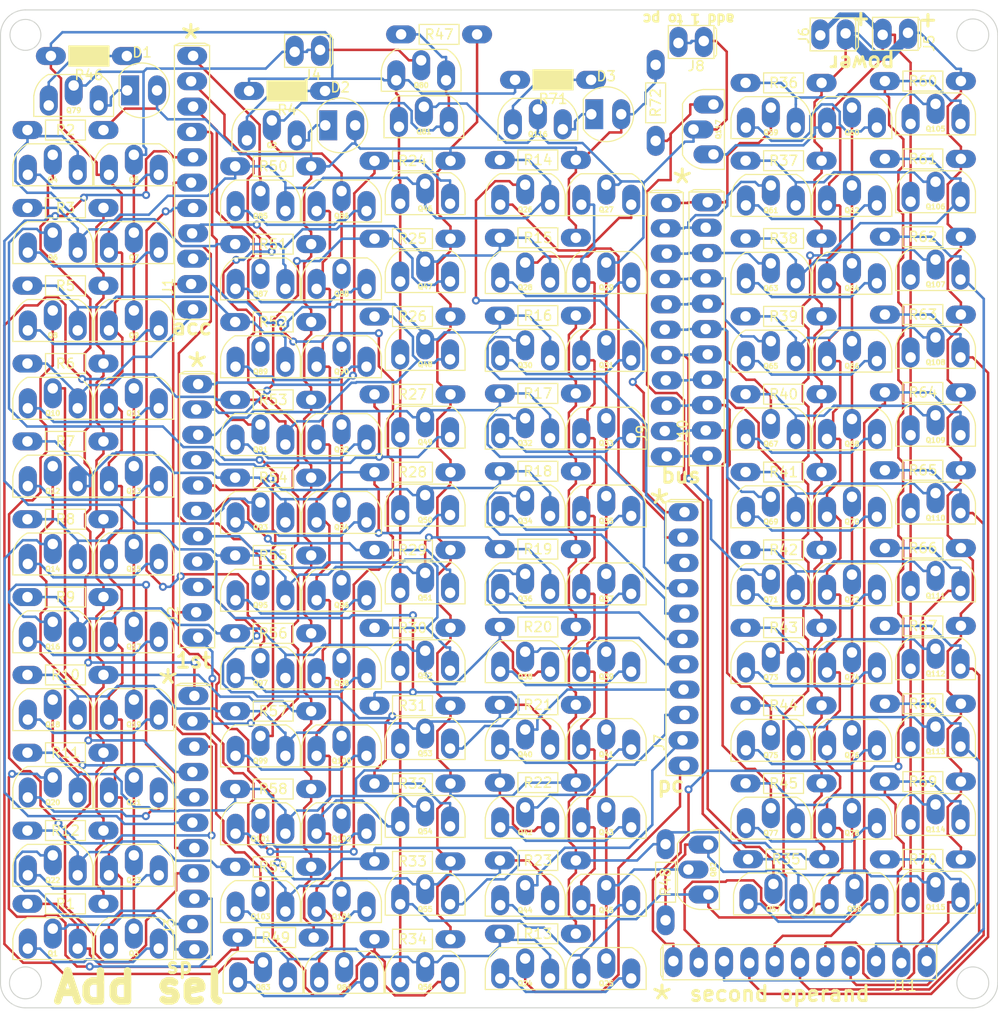
<source format=kicad_pcb>
(kicad_pcb (version 20171130) (host pcbnew 5.1.5+dfsg1-2build2)
  (layers (0 F.Cu signal) (31 B.Cu signal) (34 B.Paste user) (35 F.Paste user) (36 B.SilkS user) (37 F.SilkS user) (38 B.Mask user) (39 F.Mask user) (44 Edge.Cuts user))
  (net 0 "")
  (net 1 "Net-(D1-Pad1)")
  (net 2 +5V)
  (net 3 "Net-(D2-Pad1)")
  (net 4 "Net-(D3-Pad1)")
  (net 5 /Sheet63E190E6/kin)
  (net 6 /Sheet63E190E6/jin)
  (net 7 /Sheet63E190E6/iin)
  (net 8 /Sheet63E190E6/hin)
  (net 9 /Sheet63E190E6/gin)
  (net 10 /Sheet63E190E6/fin)
  (net 11 /Sheet63E190E6/ein)
  (net 12 /Sheet63E190E6/din)
  (net 13 /Sheet63E190E6/cin)
  (net 14 /Sheet63E190E6/bin)
  (net 15 /Sheet63E190E6/ain)
  (net 16 /Sheet63F8C225/a)
  (net 17 /Sheet63F8C225/b)
  (net 18 /Sheet63F8C225/c)
  (net 19 /Sheet63F8C225/d)
  (net 20 /Sheet63F8C225/e)
  (net 21 /Sheet63F8C225/f)
  (net 22 /Sheet63F8C225/g)
  (net 23 /Sheet63F8C225/h)
  (net 24 /Sheet63F8C225/i)
  (net 25 /Sheet63F8C225/j)
  (net 26 /Sheet63F8C225/k)
  (net 27 /sheet63E3338D/kin)
  (net 28 /sheet63E3338D/jin)
  (net 29 /sheet63E3338D/iin)
  (net 30 /sheet63E3338D/hin)
  (net 31 /sheet63E3338D/gin)
  (net 32 /sheet63E3338D/fin)
  (net 33 /sheet63E3338D/ein)
  (net 34 /sheet63E3338D/din)
  (net 35 /sheet63E3338D/cin)
  (net 36 /sheet63E3338D/bin)
  (net 37 /sheet63E3338D/ain)
  (net 38 /Sheet6433CCB9/a)
  (net 39 GND)
  (net 40 /sheet63E35C38/ain)
  (net 41 /sheet63E35C38/bin)
  (net 42 /sheet63E35C38/cin)
  (net 43 /sheet63E35C38/din)
  (net 44 /sheet63E35C38/ein)
  (net 45 /sheet63E35C38/fin)
  (net 46 /sheet63E35C38/gin)
  (net 47 /sheet63E35C38/hin)
  (net 48 /sheet63E35C38/iin)
  (net 49 /sheet63E35C38/jin)
  (net 50 /sheet63E35C38/kin)
  (net 51 /Sheet6433CCB9/b)
  (net 52 /sheet63FBA840/ain)
  (net 53 /sheet63FBA840/bin)
  (net 54 /sheet63FBA840/cin)
  (net 55 /sheet63FBA840/din)
  (net 56 /sheet63FBA840/ein)
  (net 57 /sheet63FBA840/fin)
  (net 58 /sheet63FBA840/gin)
  (net 59 /sheet63FBA840/hin)
  (net 60 /sheet63FBA840/iin)
  (net 61 /sheet63FBA840/jin)
  (net 62 /sheet63FBA840/kin)
  (net 63 /sheet63FBA842/a)
  (net 64 /sheet63FBA842/b)
  (net 65 /sheet63FBA842/c)
  (net 66 /sheet63FBA842/d)
  (net 67 /sheet63FBA842/e)
  (net 68 /sheet63FBA842/f)
  (net 69 /sheet63FBA842/g)
  (net 70 /sheet63FBA842/h)
  (net 71 /sheet63FBA842/i)
  (net 72 /sheet63FBA842/j)
  (net 73 /sheet63FBA842/k)
  (net 74 "Net-(Q1-Pad1)")
  (net 75 /Sheet63E190E6/enable)
  (net 76 /Sheet63E190E6/a)
  (net 77 "Net-(Q2-Pad1)")
  (net 78 /Sheet63E190E6/k)
  (net 79 "Net-(Q4-Pad1)")
  (net 80 "Net-(Q6-Pad1)")
  (net 81 /Sheet63E190E6/j)
  (net 82 /Sheet63E190E6/i)
  (net 83 "Net-(Q8-Pad1)")
  (net 84 /Sheet63E190E6/h)
  (net 85 "Net-(Q10-Pad1)")
  (net 86 /Sheet63E190E6/g)
  (net 87 "Net-(Q12-Pad1)")
  (net 88 /Sheet63E190E6/f)
  (net 89 "Net-(Q14-Pad1)")
  (net 90 "Net-(Q16-Pad1)")
  (net 91 /Sheet63E190E6/e)
  (net 92 /Sheet63E190E6/d)
  (net 93 "Net-(Q18-Pad1)")
  (net 94 "Net-(Q20-Pad1)")
  (net 95 /Sheet63E190E6/c)
  (net 96 /Sheet63E190E6/b)
  (net 97 "Net-(Q22-Pad1)")
  (net 98 "Net-(Q24-Pad1)")
  (net 99 "Net-(Q26-Pad1)")
  (net 100 "Net-(Q28-Pad1)")
  (net 101 "Net-(Q30-Pad1)")
  (net 102 "Net-(Q32-Pad1)")
  (net 103 "Net-(Q34-Pad1)")
  (net 104 "Net-(Q36-Pad1)")
  (net 105 "Net-(Q38-Pad1)")
  (net 106 "Net-(Q40-Pad1)")
  (net 107 "Net-(Q42-Pad1)")
  (net 108 "Net-(Q44-Pad1)")
  (net 109 "Net-(Q57-Pad1)")
  (net 110 /sheet63FBA840/a)
  (net 111 /sheet63FBA840/enable)
  (net 112 /sheet63FBA840/k)
  (net 113 "Net-(Q59-Pad1)")
  (net 114 /sheet63FBA840/j)
  (net 115 "Net-(Q61-Pad1)")
  (net 116 /sheet63FBA840/i)
  (net 117 "Net-(Q63-Pad1)")
  (net 118 /sheet63FBA840/h)
  (net 119 "Net-(Q65-Pad1)")
  (net 120 "Net-(Q67-Pad1)")
  (net 121 /sheet63FBA840/g)
  (net 122 "Net-(Q69-Pad1)")
  (net 123 /sheet63FBA840/f)
  (net 124 /sheet63FBA840/e)
  (net 125 "Net-(Q71-Pad1)")
  (net 126 "Net-(Q73-Pad1)")
  (net 127 /sheet63FBA840/d)
  (net 128 "Net-(Q75-Pad1)")
  (net 129 /sheet63FBA840/c)
  (net 130 /sheet63FBA840/b)
  (net 131 "Net-(Q77-Pad1)")
  (net 132 "Net-(Q79-Pad1)")
  (net 133 "Net-(Q83-Pad1)")
  (net 134 "Net-(Q85-Pad1)")
  (net 135 "Net-(Q87-Pad1)")
  (net 136 "Net-(Q89-Pad1)")
  (net 137 "Net-(Q91-Pad1)")
  (net 138 "Net-(Q93-Pad1)")
  (net 139 "Net-(Q95-Pad1)")
  (net 140 "Net-(Q97-Pad1)")
  (net 141 "Net-(Q100-Pad3)")
  (net 142 "Net-(Q101-Pad1)")
  (net 143 "Net-(Q103-Pad1)")
  (net 144 "Net-(Q116-Pad1)")
  (module processor2:led_5mm_tight (layer F.Cu) (at 84.0688 61.5639)
    (fp_text reference D2 (at 0 -3.81) (layer F.SilkS))
    (fp_text value LED)
    (pad 1 thru_hole rect (at -1.5 0) (size 1.8 3) (drill 1.05 (offset 0.3 0)) (layers *.Cu *.Mask) (net 3 "Net-(D2-Pad1)"))
    (pad 2 thru_hole oval (at 1.5 0) (size 1.8 3) (drill 1.05) (layers *.Cu *.Mask) (net 2 +5V))
  )
  (module processor2:led_5mm_tight (layer F.Cu) (at 64.1968 58.0639)
    (fp_text reference D1 (at 0 -3.81) (layer F.SilkS))
    (fp_text value LED)
    (pad 1 thru_hole rect (at -1.5 0) (size 1.8 3) (drill 1.05 (offset 0.3 0)) (layers *.Cu *.Mask) (net 1 "Net-(D1-Pad1)"))
    (pad 2 thru_hole oval (at 1.5 0) (size 1.8 3) (drill 1.05) (layers *.Cu *.Mask) (net 2 +5V))
  )
  (module processor2:led_5mm_tight (layer F.Cu) (at 110.744 60.452)
    (fp_text reference D3 (at 0 -3.81) (layer F.SilkS))
    (fp_text value LED)
    (pad 2 thru_hole oval (at 1.5 0) (size 1.8 3) (drill 1.05) (layers *.Cu *.Mask) (net 2 +5V))
    (pad 1 thru_hole rect (at -1.5 0) (size 1.8 3) (drill 1.05 (offset 0.3 0)) (layers *.Cu *.Mask) (net 4 "Net-(D3-Pad1)"))
  )
  (module processor2:11pin_tight (layer F.Cu) (at 69.215 80.01 90)
    (fp_text reference J1 (at 2.3114 -2.413 90) (layer F.SilkS))
    (fp_text value acc)
    (pad 11 thru_hole oval (at 25.4 0.1 90) (size 1.8 3) (drill 1.05 (offset 0 -0.1)) (layers *.Cu *.Mask) (net 5 /Sheet63E190E6/kin))
    (pad 10 thru_hole oval (at 22.86 -0.1 90) (size 1.8 3) (drill 1.05 (offset 0 0.1)) (layers *.Cu *.Mask) (net 6 /Sheet63E190E6/jin))
    (pad 9 thru_hole oval (at 20.32 0.1 90) (size 1.8 3) (drill 1.05 (offset 0 -0.1)) (layers *.Cu *.Mask) (net 7 /Sheet63E190E6/iin))
    (pad 8 thru_hole oval (at 17.78 -0.1 90) (size 1.8 3) (drill 1.05 (offset 0 0.1)) (layers *.Cu *.Mask) (net 8 /Sheet63E190E6/hin))
    (pad 7 thru_hole oval (at 15.24 0.1 90) (size 1.8 3) (drill 1.05 (offset 0 -0.1)) (layers *.Cu *.Mask) (net 9 /Sheet63E190E6/gin))
    (pad 6 thru_hole oval (at 12.7 -0.1 90) (size 1.8 3) (drill 1.05 (offset 0 0.1)) (layers *.Cu *.Mask) (net 10 /Sheet63E190E6/fin))
    (pad 5 thru_hole oval (at 10.16 0.1 90) (size 1.8 3) (drill 1.05 (offset 0 -0.1)) (layers *.Cu *.Mask) (net 11 /Sheet63E190E6/ein))
    (pad 4 thru_hole oval (at 7.62 0 90) (size 1.8 3) (drill 1.05 (offset 0 0.1)) (layers *.Cu *.Mask) (net 12 /Sheet63E190E6/din))
    (pad 3 thru_hole oval (at 5.08 0.1 90) (size 1.8 3) (drill 1.05 (offset 0 -0.1)) (layers *.Cu *.Mask) (net 13 /Sheet63E190E6/cin))
    (pad 2 thru_hole oval (at 2.54 -0.1 90) (size 1.8 3) (drill 1.05 (offset 0 0.1)) (layers *.Cu *.Mask) (net 14 /Sheet63E190E6/bin))
    (pad 1 thru_hole oval (at 0 0.1 90) (size 1.8 3) (drill 1.05 (offset 0 -0.1)) (layers *.Cu *.Mask) (net 15 /Sheet63E190E6/ain))
  )
  (module processor2:11pin_tight (layer F.Cu) (at 69.723 112.903 90)
    (fp_text reference J2 (at 2.3114 -2.413 90) (layer F.SilkS))
    (fp_text value Conn_01x11_Male)
    (pad 1 thru_hole oval (at 0 0.1 90) (size 1.8 3) (drill 1.05 (offset 0 -0.1)) (layers *.Cu *.Mask) (net 16 /Sheet63F8C225/a))
    (pad 2 thru_hole oval (at 2.54 -0.1 90) (size 1.8 3) (drill 1.05 (offset 0 0.1)) (layers *.Cu *.Mask) (net 17 /Sheet63F8C225/b))
    (pad 3 thru_hole oval (at 5.08 0.1 90) (size 1.8 3) (drill 1.05 (offset 0 -0.1)) (layers *.Cu *.Mask) (net 18 /Sheet63F8C225/c))
    (pad 4 thru_hole oval (at 7.62 0 90) (size 1.8 3) (drill 1.05 (offset 0 0.1)) (layers *.Cu *.Mask) (net 19 /Sheet63F8C225/d))
    (pad 5 thru_hole oval (at 10.16 0.1 90) (size 1.8 3) (drill 1.05 (offset 0 -0.1)) (layers *.Cu *.Mask) (net 20 /Sheet63F8C225/e))
    (pad 6 thru_hole oval (at 12.7 -0.1 90) (size 1.8 3) (drill 1.05 (offset 0 0.1)) (layers *.Cu *.Mask) (net 21 /Sheet63F8C225/f))
    (pad 7 thru_hole oval (at 15.24 0.1 90) (size 1.8 3) (drill 1.05 (offset 0 -0.1)) (layers *.Cu *.Mask) (net 22 /Sheet63F8C225/g))
    (pad 8 thru_hole oval (at 17.78 -0.1 90) (size 1.8 3) (drill 1.05 (offset 0 0.1)) (layers *.Cu *.Mask) (net 23 /Sheet63F8C225/h))
    (pad 9 thru_hole oval (at 20.32 0.1 90) (size 1.8 3) (drill 1.05 (offset 0 -0.1)) (layers *.Cu *.Mask) (net 24 /Sheet63F8C225/i))
    (pad 10 thru_hole oval (at 22.86 -0.1 90) (size 1.8 3) (drill 1.05 (offset 0 0.1)) (layers *.Cu *.Mask) (net 25 /Sheet63F8C225/j))
    (pad 11 thru_hole oval (at 25.4 0.1 90) (size 1.8 3) (drill 1.05 (offset 0 -0.1)) (layers *.Cu *.Mask) (net 26 /Sheet63F8C225/k))
  )
  (module processor2:11pin_tight (layer F.Cu) (at 69.342 144.145 90)
    (fp_text reference J3 (at 2.3114 -2.413 90) (layer F.SilkS))
    (fp_text value sp)
    (pad 11 thru_hole oval (at 25.4 0.1 90) (size 1.8 3) (drill 1.05 (offset 0 -0.1)) (layers *.Cu *.Mask) (net 27 /sheet63E3338D/kin))
    (pad 10 thru_hole oval (at 22.86 -0.1 90) (size 1.8 3) (drill 1.05 (offset 0 0.1)) (layers *.Cu *.Mask) (net 28 /sheet63E3338D/jin))
    (pad 9 thru_hole oval (at 20.32 0.1 90) (size 1.8 3) (drill 1.05 (offset 0 -0.1)) (layers *.Cu *.Mask) (net 29 /sheet63E3338D/iin))
    (pad 8 thru_hole oval (at 17.78 -0.1 90) (size 1.8 3) (drill 1.05 (offset 0 0.1)) (layers *.Cu *.Mask) (net 30 /sheet63E3338D/hin))
    (pad 7 thru_hole oval (at 15.24 0.1 90) (size 1.8 3) (drill 1.05 (offset 0 -0.1)) (layers *.Cu *.Mask) (net 31 /sheet63E3338D/gin))
    (pad 6 thru_hole oval (at 12.7 -0.1 90) (size 1.8 3) (drill 1.05 (offset 0 0.1)) (layers *.Cu *.Mask) (net 32 /sheet63E3338D/fin))
    (pad 5 thru_hole oval (at 10.16 0.1 90) (size 1.8 3) (drill 1.05 (offset 0 -0.1)) (layers *.Cu *.Mask) (net 33 /sheet63E3338D/ein))
    (pad 4 thru_hole oval (at 7.62 0 90) (size 1.8 3) (drill 1.05 (offset 0 0.1)) (layers *.Cu *.Mask) (net 34 /sheet63E3338D/din))
    (pad 3 thru_hole oval (at 5.08 0.1 90) (size 1.8 3) (drill 1.05 (offset 0 -0.1)) (layers *.Cu *.Mask) (net 35 /sheet63E3338D/cin))
    (pad 2 thru_hole oval (at 2.54 -0.1 90) (size 1.8 3) (drill 1.05 (offset 0 0.1)) (layers *.Cu *.Mask) (net 36 /sheet63E3338D/bin))
    (pad 1 thru_hole oval (at 0 0.1 90) (size 1.8 3) (drill 1.05 (offset 0 -0.1)) (layers *.Cu *.Mask) (net 37 /sheet63E3338D/ain))
  )
  (module processor2:2pin_tight (layer F.Cu) (at 82.042 54.102)
    (fp_text reference J4 (at -0.762 2.413) (layer F.SilkS))
    (fp_text value sp_offset)
    (pad 1 thru_hole oval (at 0 -0.1) (size 1.8 3) (drill 1.05 (offset 0 0.1)) (layers *.Cu *.Mask) (net 38 /Sheet6433CCB9/a))
    (pad 2 thru_hole oval (at -2.54 0.1) (size 1.8 3) (drill 1.05 (offset 0 -0.1)) (layers *.Cu *.Mask) (net 38 /Sheet6433CCB9/a))
  )
  (module processor2:2pin_tight (layer F.Cu) (at 141.001 52.393)
    (fp_text reference J5 (at 2.128 0.947 270) (layer F.SilkS))
    (fp_text value Conn_01x02_Male)
    (pad 1 thru_hole oval (at 0 -0.1) (size 1.8 3) (drill 1.05 (offset 0 0.1)) (layers *.Cu *.Mask) (net 2 +5V))
    (pad 2 thru_hole oval (at -2.54 0.1) (size 1.8 3) (drill 1.05 (offset 0 -0.1)) (layers *.Cu *.Mask) (net 39 GND))
  )
  (module processor2:2pin_tight (layer F.Cu) (at 134.747 52.451)
    (fp_text reference J6 (at -4.191 0.127 90) (layer F.SilkS))
    (fp_text value Conn_01x02_Male)
    (pad 2 thru_hole oval (at -2.54 0.1) (size 1.8 3) (drill 1.05 (offset 0 -0.1)) (layers *.Cu *.Mask) (net 39 GND))
    (pad 1 thru_hole oval (at 0 -0.1) (size 1.8 3) (drill 1.05 (offset 0 0.1)) (layers *.Cu *.Mask) (net 2 +5V))
  )
  (module processor2:11pin_tight (layer F.Cu) (at 118.491 125.73 90)
    (fp_text reference J7 (at 2.3114 -2.413 90) (layer F.SilkS))
    (fp_text value pc)
    (pad 1 thru_hole oval (at 0 0.1 90) (size 1.8 3) (drill 1.05 (offset 0 -0.1)) (layers *.Cu *.Mask) (net 40 /sheet63E35C38/ain))
    (pad 2 thru_hole oval (at 2.54 -0.1 90) (size 1.8 3) (drill 1.05 (offset 0 0.1)) (layers *.Cu *.Mask) (net 41 /sheet63E35C38/bin))
    (pad 3 thru_hole oval (at 5.08 0.1 90) (size 1.8 3) (drill 1.05 (offset 0 -0.1)) (layers *.Cu *.Mask) (net 42 /sheet63E35C38/cin))
    (pad 4 thru_hole oval (at 7.62 0 90) (size 1.8 3) (drill 1.05 (offset 0 0.1)) (layers *.Cu *.Mask) (net 43 /sheet63E35C38/din))
    (pad 5 thru_hole oval (at 10.16 0.1 90) (size 1.8 3) (drill 1.05 (offset 0 -0.1)) (layers *.Cu *.Mask) (net 44 /sheet63E35C38/ein))
    (pad 6 thru_hole oval (at 12.7 -0.1 90) (size 1.8 3) (drill 1.05 (offset 0 0.1)) (layers *.Cu *.Mask) (net 45 /sheet63E35C38/fin))
    (pad 7 thru_hole oval (at 15.24 0.1 90) (size 1.8 3) (drill 1.05 (offset 0 -0.1)) (layers *.Cu *.Mask) (net 46 /sheet63E35C38/gin))
    (pad 8 thru_hole oval (at 17.78 -0.1 90) (size 1.8 3) (drill 1.05 (offset 0 0.1)) (layers *.Cu *.Mask) (net 47 /sheet63E35C38/hin))
    (pad 9 thru_hole oval (at 20.32 0.1 90) (size 1.8 3) (drill 1.05 (offset 0 -0.1)) (layers *.Cu *.Mask) (net 48 /sheet63E35C38/iin))
    (pad 10 thru_hole oval (at 22.86 -0.1 90) (size 1.8 3) (drill 1.05 (offset 0 0.1)) (layers *.Cu *.Mask) (net 49 /sheet63E35C38/jin))
    (pad 11 thru_hole oval (at 25.4 0.1 90) (size 1.8 3) (drill 1.05 (offset 0 -0.1)) (layers *.Cu *.Mask) (net 50 /sheet63E35C38/kin))
  )
  (module processor2:2pin_tight (layer F.Cu) (at 120.523 53.213)
    (fp_text reference J8 (at -0.762 2.413) (layer F.SilkS))
    (fp_text value add_1_to_pc)
    (pad 2 thru_hole oval (at -2.54 0.1) (size 1.8 3) (drill 1.05 (offset 0 -0.1)) (layers *.Cu *.Mask) (net 51 /Sheet6433CCB9/b))
    (pad 1 thru_hole oval (at 0 -0.1) (size 1.8 3) (drill 1.05 (offset 0 0.1)) (layers *.Cu *.Mask) (net 51 /Sheet6433CCB9/b))
  )
  (module processor2:11pin_tight (layer F.Cu) (at 116.713 94.742 90)
    (fp_text reference J9 (at 2.3114 -2.413 90) (layer F.SilkS))
    (fp_text value bus)
    (pad 1 thru_hole oval (at 0 0.1 90) (size 1.8 3) (drill 1.05 (offset 0 -0.1)) (layers *.Cu *.Mask) (net 52 /sheet63FBA840/ain))
    (pad 2 thru_hole oval (at 2.54 -0.1 90) (size 1.8 3) (drill 1.05 (offset 0 0.1)) (layers *.Cu *.Mask) (net 53 /sheet63FBA840/bin))
    (pad 3 thru_hole oval (at 5.08 0.1 90) (size 1.8 3) (drill 1.05 (offset 0 -0.1)) (layers *.Cu *.Mask) (net 54 /sheet63FBA840/cin))
    (pad 4 thru_hole oval (at 7.62 0 90) (size 1.8 3) (drill 1.05 (offset 0 0.1)) (layers *.Cu *.Mask) (net 55 /sheet63FBA840/din))
    (pad 5 thru_hole oval (at 10.16 0.1 90) (size 1.8 3) (drill 1.05 (offset 0 -0.1)) (layers *.Cu *.Mask) (net 56 /sheet63FBA840/ein))
    (pad 6 thru_hole oval (at 12.7 -0.1 90) (size 1.8 3) (drill 1.05 (offset 0 0.1)) (layers *.Cu *.Mask) (net 57 /sheet63FBA840/fin))
    (pad 7 thru_hole oval (at 15.24 0.1 90) (size 1.8 3) (drill 1.05 (offset 0 -0.1)) (layers *.Cu *.Mask) (net 58 /sheet63FBA840/gin))
    (pad 8 thru_hole oval (at 17.78 -0.1 90) (size 1.8 3) (drill 1.05 (offset 0 0.1)) (layers *.Cu *.Mask) (net 59 /sheet63FBA840/hin))
    (pad 9 thru_hole oval (at 20.32 0.1 90) (size 1.8 3) (drill 1.05 (offset 0 -0.1)) (layers *.Cu *.Mask) (net 60 /sheet63FBA840/iin))
    (pad 10 thru_hole oval (at 22.86 -0.1 90) (size 1.8 3) (drill 1.05 (offset 0 0.1)) (layers *.Cu *.Mask) (net 61 /sheet63FBA840/jin))
    (pad 11 thru_hole oval (at 25.4 0.1 90) (size 1.8 3) (drill 1.05 (offset 0 -0.1)) (layers *.Cu *.Mask) (net 62 /sheet63FBA840/kin))
  )
  (module processor2:11pin_tight (layer F.Cu) (at 120.817 94.682 90)
    (fp_text reference J10 (at 2.3114 -2.413 90) (layer F.SilkS))
    (fp_text value Conn_01x11_Male)
    (pad 11 thru_hole oval (at 25.4 0.1 90) (size 1.8 3) (drill 1.05 (offset 0 -0.1)) (layers *.Cu *.Mask) (net 62 /sheet63FBA840/kin))
    (pad 10 thru_hole oval (at 22.86 -0.1 90) (size 1.8 3) (drill 1.05 (offset 0 0.1)) (layers *.Cu *.Mask) (net 61 /sheet63FBA840/jin))
    (pad 9 thru_hole oval (at 20.32 0.1 90) (size 1.8 3) (drill 1.05 (offset 0 -0.1)) (layers *.Cu *.Mask) (net 60 /sheet63FBA840/iin))
    (pad 8 thru_hole oval (at 17.78 -0.1 90) (size 1.8 3) (drill 1.05 (offset 0 0.1)) (layers *.Cu *.Mask) (net 59 /sheet63FBA840/hin))
    (pad 7 thru_hole oval (at 15.24 0.1 90) (size 1.8 3) (drill 1.05 (offset 0 -0.1)) (layers *.Cu *.Mask) (net 58 /sheet63FBA840/gin))
    (pad 6 thru_hole oval (at 12.7 -0.1 90) (size 1.8 3) (drill 1.05 (offset 0 0.1)) (layers *.Cu *.Mask) (net 57 /sheet63FBA840/fin))
    (pad 5 thru_hole oval (at 10.16 0.1 90) (size 1.8 3) (drill 1.05 (offset 0 -0.1)) (layers *.Cu *.Mask) (net 56 /sheet63FBA840/ein))
    (pad 4 thru_hole oval (at 7.62 0 90) (size 1.8 3) (drill 1.05 (offset 0 0.1)) (layers *.Cu *.Mask) (net 55 /sheet63FBA840/din))
    (pad 3 thru_hole oval (at 5.08 0.1 90) (size 1.8 3) (drill 1.05 (offset 0 -0.1)) (layers *.Cu *.Mask) (net 54 /sheet63FBA840/cin))
    (pad 2 thru_hole oval (at 2.54 -0.1 90) (size 1.8 3) (drill 1.05 (offset 0 0.1)) (layers *.Cu *.Mask) (net 53 /sheet63FBA840/bin))
    (pad 1 thru_hole oval (at 0 0.1 90) (size 1.8 3) (drill 1.05 (offset 0 -0.1)) (layers *.Cu *.Mask) (net 52 /sheet63FBA840/ain))
  )
  (module processor2:11pin_tight (layer F.Cu) (at 142.875 145.415 180)
    (fp_text reference J11 (at 2.3114 -2.413) (layer F.SilkS))
    (fp_text value Conn_01x11_Male)
    (pad 1 thru_hole oval (at 0 0.1 180) (size 1.8 3) (drill 1.05 (offset 0 -0.1)) (layers *.Cu *.Mask) (net 63 /sheet63FBA842/a))
    (pad 2 thru_hole oval (at 2.54 -0.1 180) (size 1.8 3) (drill 1.05 (offset 0 0.1)) (layers *.Cu *.Mask) (net 64 /sheet63FBA842/b))
    (pad 3 thru_hole oval (at 5.08 0.1 180) (size 1.8 3) (drill 1.05 (offset 0 -0.1)) (layers *.Cu *.Mask) (net 65 /sheet63FBA842/c))
    (pad 4 thru_hole oval (at 7.62 0 180) (size 1.8 3) (drill 1.05 (offset 0 0.1)) (layers *.Cu *.Mask) (net 66 /sheet63FBA842/d))
    (pad 5 thru_hole oval (at 10.16 0.1 180) (size 1.8 3) (drill 1.05 (offset 0 -0.1)) (layers *.Cu *.Mask) (net 67 /sheet63FBA842/e))
    (pad 6 thru_hole oval (at 12.7 -0.1 180) (size 1.8 3) (drill 1.05 (offset 0 0.1)) (layers *.Cu *.Mask) (net 68 /sheet63FBA842/f))
    (pad 7 thru_hole oval (at 15.24 0.1 180) (size 1.8 3) (drill 1.05 (offset 0 -0.1)) (layers *.Cu *.Mask) (net 69 /sheet63FBA842/g))
    (pad 8 thru_hole oval (at 17.78 -0.1 180) (size 1.8 3) (drill 1.05 (offset 0 0.1)) (layers *.Cu *.Mask) (net 70 /sheet63FBA842/h))
    (pad 9 thru_hole oval (at 20.32 0.1 180) (size 1.8 3) (drill 1.05 (offset 0 -0.1)) (layers *.Cu *.Mask) (net 71 /sheet63FBA842/i))
    (pad 10 thru_hole oval (at 22.86 -0.1 180) (size 1.8 3) (drill 1.05 (offset 0 0.1)) (layers *.Cu *.Mask) (net 72 /sheet63FBA842/j))
    (pad 11 thru_hole oval (at 25.4 0.1 180) (size 1.8 3) (drill 1.05 (offset 0 -0.1)) (layers *.Cu *.Mask) (net 73 /sheet63FBA842/k))
  )
  (module processor2:2n7000_tight (layer F.Cu) (at 77.2108 62.0719)
    (fp_text reference Q2 (at 0 1.5) (layer F.SilkS) (effects (font (size 0.5 0.5) (thickness 0.125))))
    (fp_text value 2N7000)
    (pad 1 thru_hole oval (at -2.5 1) (size 1.8 3) (drill 1.05 (offset 0 -0.5)) (layers *.Cu *.Mask) (net 77 "Net-(Q2-Pad1)"))
    (pad 2 thru_hole oval (at 0 -1) (size 1.8 3) (drill 1.05 (offset 0 0.5)) (layers *.Cu *.Mask) (net 75 /Sheet63E190E6/enable))
    (pad 3 thru_hole oval (at 2.5 1) (size 1.8 3) (drill 1.05 (offset 0 -0.5)) (layers *.Cu *.Mask) (net 3 "Net-(D2-Pad1)"))
  )
  (module processor2:2n7000_tight (layer F.Cu) (at 55.241 143.064)
    (fp_text reference Q1 (at 0 1.5) (layer F.SilkS) (effects (font (size 0.5 0.5) (thickness 0.125))))
    (fp_text value 2N7000)
    (pad 3 thru_hole oval (at 2.5 1) (size 1.8 3) (drill 1.05 (offset 0 -0.5)) (layers *.Cu *.Mask) (net 76 /Sheet63E190E6/a))
    (pad 2 thru_hole oval (at 0 -1) (size 1.8 3) (drill 1.05 (offset 0 0.5)) (layers *.Cu *.Mask) (net 37 /sheet63E3338D/ain))
    (pad 1 thru_hole oval (at -2.5 1) (size 1.8 3) (drill 1.05 (offset 0 -0.5)) (layers *.Cu *.Mask) (net 74 "Net-(Q1-Pad1)"))
  )
  (module processor2:2n7000_tight (layer F.Cu) (at 63.373 143.064)
    (fp_text reference Q3 (at 0 1.5) (layer F.SilkS) (effects (font (size 0.5 0.5) (thickness 0.125))))
    (fp_text value 2N7000)
    (pad 1 thru_hole oval (at -2.5 1) (size 1.8 3) (drill 1.05 (offset 0 -0.5)) (layers *.Cu *.Mask) (net 39 GND))
    (pad 2 thru_hole oval (at 0 -1) (size 1.8 3) (drill 1.05 (offset 0 0.5)) (layers *.Cu *.Mask) (net 38 /Sheet6433CCB9/a))
    (pad 3 thru_hole oval (at 2.5 1) (size 1.8 3) (drill 1.05 (offset 0 -0.5)) (layers *.Cu *.Mask) (net 74 "Net-(Q1-Pad1)"))
  )
  (module processor2:2n7000_tight (layer F.Cu) (at 55.241 65.5195)
    (fp_text reference Q4 (at 0 1.5) (layer F.SilkS) (effects (font (size 0.5 0.5) (thickness 0.125))))
    (fp_text value 2N7000)
    (pad 3 thru_hole oval (at 2.5 1) (size 1.8 3) (drill 1.05 (offset 0 -0.5)) (layers *.Cu *.Mask) (net 78 /Sheet63E190E6/k))
    (pad 2 thru_hole oval (at 0 -1) (size 1.8 3) (drill 1.05 (offset 0 0.5)) (layers *.Cu *.Mask) (net 27 /sheet63E3338D/kin))
    (pad 1 thru_hole oval (at -2.5 1) (size 1.8 3) (drill 1.05 (offset 0 -0.5)) (layers *.Cu *.Mask) (net 79 "Net-(Q4-Pad1)"))
  )
  (module processor2:2n7000_tight (layer F.Cu) (at 63.373 65.5195)
    (fp_text reference Q5 (at 0 1.5) (layer F.SilkS) (effects (font (size 0.5 0.5) (thickness 0.125))))
    (fp_text value 2N7000)
    (pad 1 thru_hole oval (at -2.5 1) (size 1.8 3) (drill 1.05 (offset 0 -0.5)) (layers *.Cu *.Mask) (net 39 GND))
    (pad 2 thru_hole oval (at 0 -1) (size 1.8 3) (drill 1.05 (offset 0 0.5)) (layers *.Cu *.Mask) (net 38 /Sheet6433CCB9/a))
    (pad 3 thru_hole oval (at 2.5 1) (size 1.8 3) (drill 1.05 (offset 0 -0.5)) (layers *.Cu *.Mask) (net 79 "Net-(Q4-Pad1)"))
  )
  (module processor2:2n7000_tight (layer F.Cu) (at 55.241 73.3195)
    (fp_text reference Q6 (at 0 1.5) (layer F.SilkS) (effects (font (size 0.5 0.5) (thickness 0.125))))
    (fp_text value 2N7000)
    (pad 1 thru_hole oval (at -2.5 1) (size 1.8 3) (drill 1.05 (offset 0 -0.5)) (layers *.Cu *.Mask) (net 80 "Net-(Q6-Pad1)"))
    (pad 2 thru_hole oval (at 0 -1) (size 1.8 3) (drill 1.05 (offset 0 0.5)) (layers *.Cu *.Mask) (net 28 /sheet63E3338D/jin))
    (pad 3 thru_hole oval (at 2.5 1) (size 1.8 3) (drill 1.05 (offset 0 -0.5)) (layers *.Cu *.Mask) (net 81 /Sheet63E190E6/j))
  )
  (module processor2:2n7000_tight (layer F.Cu) (at 63.373 73.3195)
    (fp_text reference Q7 (at 0 1.5) (layer F.SilkS) (effects (font (size 0.5 0.5) (thickness 0.125))))
    (fp_text value 2N7000)
    (pad 1 thru_hole oval (at -2.5 1) (size 1.8 3) (drill 1.05 (offset 0 -0.5)) (layers *.Cu *.Mask) (net 39 GND))
    (pad 2 thru_hole oval (at 0 -1) (size 1.8 3) (drill 1.05 (offset 0 0.5)) (layers *.Cu *.Mask) (net 38 /Sheet6433CCB9/a))
    (pad 3 thru_hole oval (at 2.5 1) (size 1.8 3) (drill 1.05 (offset 0 -0.5)) (layers *.Cu *.Mask) (net 80 "Net-(Q6-Pad1)"))
  )
  (module processor2:2n7000_tight (layer F.Cu) (at 55.241 81.1195)
    (fp_text reference Q8 (at 0 1.5) (layer F.SilkS) (effects (font (size 0.5 0.5) (thickness 0.125))))
    (fp_text value 2N7000)
    (pad 3 thru_hole oval (at 2.5 1) (size 1.8 3) (drill 1.05 (offset 0 -0.5)) (layers *.Cu *.Mask) (net 82 /Sheet63E190E6/i))
    (pad 2 thru_hole oval (at 0 -1) (size 1.8 3) (drill 1.05 (offset 0 0.5)) (layers *.Cu *.Mask) (net 29 /sheet63E3338D/iin))
    (pad 1 thru_hole oval (at -2.5 1) (size 1.8 3) (drill 1.05 (offset 0 -0.5)) (layers *.Cu *.Mask) (net 83 "Net-(Q8-Pad1)"))
  )
  (module processor2:2n7000_tight (layer F.Cu) (at 63.373 81.1195)
    (fp_text reference Q9 (at 0 1.5) (layer F.SilkS) (effects (font (size 0.5 0.5) (thickness 0.125))))
    (fp_text value 2N7000)
    (pad 1 thru_hole oval (at -2.5 1) (size 1.8 3) (drill 1.05 (offset 0 -0.5)) (layers *.Cu *.Mask) (net 39 GND))
    (pad 2 thru_hole oval (at 0 -1) (size 1.8 3) (drill 1.05 (offset 0 0.5)) (layers *.Cu *.Mask) (net 38 /Sheet6433CCB9/a))
    (pad 3 thru_hole oval (at 2.5 1) (size 1.8 3) (drill 1.05 (offset 0 -0.5)) (layers *.Cu *.Mask) (net 83 "Net-(Q8-Pad1)"))
  )
  (module processor2:2n7000_tight (layer F.Cu) (at 55.241 88.9195)
    (fp_text reference Q10 (at 0 1.5) (layer F.SilkS) (effects (font (size 0.5 0.5) (thickness 0.125))))
    (fp_text value 2N7000)
    (pad 3 thru_hole oval (at 2.5 1) (size 1.8 3) (drill 1.05 (offset 0 -0.5)) (layers *.Cu *.Mask) (net 84 /Sheet63E190E6/h))
    (pad 2 thru_hole oval (at 0 -1) (size 1.8 3) (drill 1.05 (offset 0 0.5)) (layers *.Cu *.Mask) (net 30 /sheet63E3338D/hin))
    (pad 1 thru_hole oval (at -2.5 1) (size 1.8 3) (drill 1.05 (offset 0 -0.5)) (layers *.Cu *.Mask) (net 85 "Net-(Q10-Pad1)"))
  )
  (module processor2:2n7000_tight (layer F.Cu) (at 63.373 88.9195)
    (fp_text reference Q11 (at 0 1.5) (layer F.SilkS) (effects (font (size 0.5 0.5) (thickness 0.125))))
    (fp_text value 2N7000)
    (pad 3 thru_hole oval (at 2.5 1) (size 1.8 3) (drill 1.05 (offset 0 -0.5)) (layers *.Cu *.Mask) (net 85 "Net-(Q10-Pad1)"))
    (pad 2 thru_hole oval (at 0 -1) (size 1.8 3) (drill 1.05 (offset 0 0.5)) (layers *.Cu *.Mask) (net 38 /Sheet6433CCB9/a))
    (pad 1 thru_hole oval (at -2.5 1) (size 1.8 3) (drill 1.05 (offset 0 -0.5)) (layers *.Cu *.Mask) (net 39 GND))
  )
  (module processor2:2n7000_tight (layer F.Cu) (at 55.241 96.7195)
    (fp_text reference Q12 (at 0 1.5) (layer F.SilkS) (effects (font (size 0.5 0.5) (thickness 0.125))))
    (fp_text value 2N7000)
    (pad 3 thru_hole oval (at 2.5 1) (size 1.8 3) (drill 1.05 (offset 0 -0.5)) (layers *.Cu *.Mask) (net 86 /Sheet63E190E6/g))
    (pad 2 thru_hole oval (at 0 -1) (size 1.8 3) (drill 1.05 (offset 0 0.5)) (layers *.Cu *.Mask) (net 31 /sheet63E3338D/gin))
    (pad 1 thru_hole oval (at -2.5 1) (size 1.8 3) (drill 1.05 (offset 0 -0.5)) (layers *.Cu *.Mask) (net 87 "Net-(Q12-Pad1)"))
  )
  (module processor2:2n7000_tight (layer F.Cu) (at 63.373 96.7195)
    (fp_text reference Q13 (at 0 1.5) (layer F.SilkS) (effects (font (size 0.5 0.5) (thickness 0.125))))
    (fp_text value 2N7000)
    (pad 1 thru_hole oval (at -2.5 1) (size 1.8 3) (drill 1.05 (offset 0 -0.5)) (layers *.Cu *.Mask) (net 39 GND))
    (pad 2 thru_hole oval (at 0 -1) (size 1.8 3) (drill 1.05 (offset 0 0.5)) (layers *.Cu *.Mask) (net 38 /Sheet6433CCB9/a))
    (pad 3 thru_hole oval (at 2.5 1) (size 1.8 3) (drill 1.05 (offset 0 -0.5)) (layers *.Cu *.Mask) (net 87 "Net-(Q12-Pad1)"))
  )
  (module processor2:2n7000_tight (layer F.Cu) (at 55.241 104.52)
    (fp_text reference Q14 (at 0 1.5) (layer F.SilkS) (effects (font (size 0.5 0.5) (thickness 0.125))))
    (fp_text value 2N7000)
    (pad 3 thru_hole oval (at 2.5 1) (size 1.8 3) (drill 1.05 (offset 0 -0.5)) (layers *.Cu *.Mask) (net 88 /Sheet63E190E6/f))
    (pad 2 thru_hole oval (at 0 -1) (size 1.8 3) (drill 1.05 (offset 0 0.5)) (layers *.Cu *.Mask) (net 32 /sheet63E3338D/fin))
    (pad 1 thru_hole oval (at -2.5 1) (size 1.8 3) (drill 1.05 (offset 0 -0.5)) (layers *.Cu *.Mask) (net 89 "Net-(Q14-Pad1)"))
  )
  (module processor2:2n7000_tight (layer F.Cu) (at 63.373 104.52)
    (fp_text reference Q15 (at 0 1.5) (layer F.SilkS) (effects (font (size 0.5 0.5) (thickness 0.125))))
    (fp_text value 2N7000)
    (pad 1 thru_hole oval (at -2.5 1) (size 1.8 3) (drill 1.05 (offset 0 -0.5)) (layers *.Cu *.Mask) (net 39 GND))
    (pad 2 thru_hole oval (at 0 -1) (size 1.8 3) (drill 1.05 (offset 0 0.5)) (layers *.Cu *.Mask) (net 38 /Sheet6433CCB9/a))
    (pad 3 thru_hole oval (at 2.5 1) (size 1.8 3) (drill 1.05 (offset 0 -0.5)) (layers *.Cu *.Mask) (net 89 "Net-(Q14-Pad1)"))
  )
  (module processor2:2n7000_tight (layer F.Cu) (at 55.241 112.32)
    (fp_text reference Q16 (at 0 1.5) (layer F.SilkS) (effects (font (size 0.5 0.5) (thickness 0.125))))
    (fp_text value 2N7000)
    (pad 1 thru_hole oval (at -2.5 1) (size 1.8 3) (drill 1.05 (offset 0 -0.5)) (layers *.Cu *.Mask) (net 90 "Net-(Q16-Pad1)"))
    (pad 2 thru_hole oval (at 0 -1) (size 1.8 3) (drill 1.05 (offset 0 0.5)) (layers *.Cu *.Mask) (net 33 /sheet63E3338D/ein))
    (pad 3 thru_hole oval (at 2.5 1) (size 1.8 3) (drill 1.05 (offset 0 -0.5)) (layers *.Cu *.Mask) (net 91 /Sheet63E190E6/e))
  )
  (module processor2:2n7000_tight (layer F.Cu) (at 63.373 112.32)
    (fp_text reference Q17 (at 0 1.5) (layer F.SilkS) (effects (font (size 0.5 0.5) (thickness 0.125))))
    (fp_text value 2N7000)
    (pad 1 thru_hole oval (at -2.5 1) (size 1.8 3) (drill 1.05 (offset 0 -0.5)) (layers *.Cu *.Mask) (net 39 GND))
    (pad 2 thru_hole oval (at 0 -1) (size 1.8 3) (drill 1.05 (offset 0 0.5)) (layers *.Cu *.Mask) (net 38 /Sheet6433CCB9/a))
    (pad 3 thru_hole oval (at 2.5 1) (size 1.8 3) (drill 1.05 (offset 0 -0.5)) (layers *.Cu *.Mask) (net 90 "Net-(Q16-Pad1)"))
  )
  (module processor2:2n7000_tight (layer F.Cu) (at 55.241 120.12)
    (fp_text reference Q18 (at 0 1.5) (layer F.SilkS) (effects (font (size 0.5 0.5) (thickness 0.125))))
    (fp_text value 2N7000)
    (pad 3 thru_hole oval (at 2.5 1) (size 1.8 3) (drill 1.05 (offset 0 -0.5)) (layers *.Cu *.Mask) (net 92 /Sheet63E190E6/d))
    (pad 2 thru_hole oval (at 0 -1) (size 1.8 3) (drill 1.05 (offset 0 0.5)) (layers *.Cu *.Mask) (net 34 /sheet63E3338D/din))
    (pad 1 thru_hole oval (at -2.5 1) (size 1.8 3) (drill 1.05 (offset 0 -0.5)) (layers *.Cu *.Mask) (net 93 "Net-(Q18-Pad1)"))
  )
  (module processor2:2n7000_tight (layer F.Cu) (at 63.373 120.12)
    (fp_text reference Q19 (at 0 1.5) (layer F.SilkS) (effects (font (size 0.5 0.5) (thickness 0.125))))
    (fp_text value 2N7000)
    (pad 1 thru_hole oval (at -2.5 1) (size 1.8 3) (drill 1.05 (offset 0 -0.5)) (layers *.Cu *.Mask) (net 39 GND))
    (pad 2 thru_hole oval (at 0 -1) (size 1.8 3) (drill 1.05 (offset 0 0.5)) (layers *.Cu *.Mask) (net 38 /Sheet6433CCB9/a))
    (pad 3 thru_hole oval (at 2.5 1) (size 1.8 3) (drill 1.05 (offset 0 -0.5)) (layers *.Cu *.Mask) (net 93 "Net-(Q18-Pad1)"))
  )
  (module processor2:2n7000_tight (layer F.Cu) (at 55.241 127.92)
    (fp_text reference Q20 (at 0 1.5) (layer F.SilkS) (effects (font (size 0.5 0.5) (thickness 0.125))))
    (fp_text value 2N7000)
    (pad 1 thru_hole oval (at -2.5 1) (size 1.8 3) (drill 1.05 (offset 0 -0.5)) (layers *.Cu *.Mask) (net 94 "Net-(Q20-Pad1)"))
    (pad 2 thru_hole oval (at 0 -1) (size 1.8 3) (drill 1.05 (offset 0 0.5)) (layers *.Cu *.Mask) (net 35 /sheet63E3338D/cin))
    (pad 3 thru_hole oval (at 2.5 1) (size 1.8 3) (drill 1.05 (offset 0 -0.5)) (layers *.Cu *.Mask) (net 95 /Sheet63E190E6/c))
  )
  (module processor2:2n7000_tight (layer F.Cu) (at 63.373 127.92)
    (fp_text reference Q21 (at 0 1.5) (layer F.SilkS) (effects (font (size 0.5 0.5) (thickness 0.125))))
    (fp_text value 2N7000)
    (pad 1 thru_hole oval (at -2.5 1) (size 1.8 3) (drill 1.05 (offset 0 -0.5)) (layers *.Cu *.Mask) (net 39 GND))
    (pad 2 thru_hole oval (at 0 -1) (size 1.8 3) (drill 1.05 (offset 0 0.5)) (layers *.Cu *.Mask) (net 38 /Sheet6433CCB9/a))
    (pad 3 thru_hole oval (at 2.5 1) (size 1.8 3) (drill 1.05 (offset 0 -0.5)) (layers *.Cu *.Mask) (net 94 "Net-(Q20-Pad1)"))
  )
  (module processor2:2n7000_tight (layer F.Cu) (at 55.241 135.72)
    (fp_text reference Q22 (at 0 1.5) (layer F.SilkS) (effects (font (size 0.5 0.5) (thickness 0.125))))
    (fp_text value 2N7000)
    (pad 3 thru_hole oval (at 2.5 1) (size 1.8 3) (drill 1.05 (offset 0 -0.5)) (layers *.Cu *.Mask) (net 96 /Sheet63E190E6/b))
    (pad 2 thru_hole oval (at 0 -1) (size 1.8 3) (drill 1.05 (offset 0 0.5)) (layers *.Cu *.Mask) (net 36 /sheet63E3338D/bin))
    (pad 1 thru_hole oval (at -2.5 1) (size 1.8 3) (drill 1.05 (offset 0 -0.5)) (layers *.Cu *.Mask) (net 97 "Net-(Q22-Pad1)"))
  )
  (module processor2:2n7000_tight (layer F.Cu) (at 63.373 135.72)
    (fp_text reference Q23 (at 0 1.5) (layer F.SilkS) (effects (font (size 0.5 0.5) (thickness 0.125))))
    (fp_text value 2N7000)
    (pad 1 thru_hole oval (at -2.5 1) (size 1.8 3) (drill 1.05 (offset 0 -0.5)) (layers *.Cu *.Mask) (net 39 GND))
    (pad 2 thru_hole oval (at 0 -1) (size 1.8 3) (drill 1.05 (offset 0 0.5)) (layers *.Cu *.Mask) (net 38 /Sheet6433CCB9/a))
    (pad 3 thru_hole oval (at 2.5 1) (size 1.8 3) (drill 1.05 (offset 0 -0.5)) (layers *.Cu *.Mask) (net 97 "Net-(Q22-Pad1)"))
  )
  (module processor2:2n7000_tight (layer F.Cu) (at 102.612 146.06)
    (fp_text reference Q24 (at 0 1.5) (layer F.SilkS) (effects (font (size 0.5 0.5) (thickness 0.125))))
    (fp_text value 2N7000)
    (pad 1 thru_hole oval (at -2.5 1) (size 1.8 3) (drill 1.05 (offset 0 -0.5)) (layers *.Cu *.Mask) (net 98 "Net-(Q24-Pad1)"))
    (pad 2 thru_hole oval (at 0 -1) (size 1.8 3) (drill 1.05 (offset 0 0.5)) (layers *.Cu *.Mask) (net 40 /sheet63E35C38/ain))
    (pad 3 thru_hole oval (at 2.5 1) (size 1.8 3) (drill 1.05 (offset 0 -0.5)) (layers *.Cu *.Mask) (net 76 /Sheet63E190E6/a))
  )
  (module processor2:2n7000_tight (layer F.Cu) (at 110.744 146.06)
    (fp_text reference Q25 (at 0 1.5) (layer F.SilkS) (effects (font (size 0.5 0.5) (thickness 0.125))))
    (fp_text value 2N7000)
    (pad 3 thru_hole oval (at 2.5 1) (size 1.8 3) (drill 1.05 (offset 0 -0.5)) (layers *.Cu *.Mask) (net 98 "Net-(Q24-Pad1)"))
    (pad 2 thru_hole oval (at 0 -1) (size 1.8 3) (drill 1.05 (offset 0 0.5)) (layers *.Cu *.Mask) (net 51 /Sheet6433CCB9/b))
    (pad 1 thru_hole oval (at -2.5 1) (size 1.8 3) (drill 1.05 (offset 0 -0.5)) (layers *.Cu *.Mask) (net 39 GND))
  )
  (module processor2:2n7000_tight (layer F.Cu) (at 102.612 68.5155)
    (fp_text reference Q26 (at 0 1.5) (layer F.SilkS) (effects (font (size 0.5 0.5) (thickness 0.125))))
    (fp_text value 2N7000)
    (pad 3 thru_hole oval (at 2.5 1) (size 1.8 3) (drill 1.05 (offset 0 -0.5)) (layers *.Cu *.Mask) (net 78 /Sheet63E190E6/k))
    (pad 2 thru_hole oval (at 0 -1) (size 1.8 3) (drill 1.05 (offset 0 0.5)) (layers *.Cu *.Mask) (net 50 /sheet63E35C38/kin))
    (pad 1 thru_hole oval (at -2.5 1) (size 1.8 3) (drill 1.05 (offset 0 -0.5)) (layers *.Cu *.Mask) (net 99 "Net-(Q26-Pad1)"))
  )
  (module processor2:2n7000_tight (layer F.Cu) (at 110.744 68.5155)
    (fp_text reference Q27 (at 0 1.5) (layer F.SilkS) (effects (font (size 0.5 0.5) (thickness 0.125))))
    (fp_text value 2N7000)
    (pad 1 thru_hole oval (at -2.5 1) (size 1.8 3) (drill 1.05 (offset 0 -0.5)) (layers *.Cu *.Mask) (net 39 GND))
    (pad 2 thru_hole oval (at 0 -1) (size 1.8 3) (drill 1.05 (offset 0 0.5)) (layers *.Cu *.Mask) (net 51 /Sheet6433CCB9/b))
    (pad 3 thru_hole oval (at 2.5 1) (size 1.8 3) (drill 1.05 (offset 0 -0.5)) (layers *.Cu *.Mask) (net 99 "Net-(Q26-Pad1)"))
  )
  (module processor2:2n7000_tight (layer F.Cu) (at 102.612 76.3155)
    (fp_text reference Q28 (at 0 1.5) (layer F.SilkS) (effects (font (size 0.5 0.5) (thickness 0.125))))
    (fp_text value 2N7000)
    (pad 3 thru_hole oval (at 2.5 1) (size 1.8 3) (drill 1.05 (offset 0 -0.5)) (layers *.Cu *.Mask) (net 81 /Sheet63E190E6/j))
    (pad 2 thru_hole oval (at 0 -1) (size 1.8 3) (drill 1.05 (offset 0 0.5)) (layers *.Cu *.Mask) (net 49 /sheet63E35C38/jin))
    (pad 1 thru_hole oval (at -2.5 1) (size 1.8 3) (drill 1.05 (offset 0 -0.5)) (layers *.Cu *.Mask) (net 100 "Net-(Q28-Pad1)"))
  )
  (module processor2:2n7000_tight (layer F.Cu) (at 110.744 76.3155)
    (fp_text reference Q29 (at 0 1.5) (layer F.SilkS) (effects (font (size 0.5 0.5) (thickness 0.125))))
    (fp_text value 2N7000)
    (pad 1 thru_hole oval (at -2.5 1) (size 1.8 3) (drill 1.05 (offset 0 -0.5)) (layers *.Cu *.Mask) (net 39 GND))
    (pad 2 thru_hole oval (at 0 -1) (size 1.8 3) (drill 1.05 (offset 0 0.5)) (layers *.Cu *.Mask) (net 51 /Sheet6433CCB9/b))
    (pad 3 thru_hole oval (at 2.5 1) (size 1.8 3) (drill 1.05 (offset 0 -0.5)) (layers *.Cu *.Mask) (net 100 "Net-(Q28-Pad1)"))
  )
  (module processor2:2n7000_tight (layer F.Cu) (at 102.612 84.1155)
    (fp_text reference Q30 (at 0 1.5) (layer F.SilkS) (effects (font (size 0.5 0.5) (thickness 0.125))))
    (fp_text value 2N7000)
    (pad 1 thru_hole oval (at -2.5 1) (size 1.8 3) (drill 1.05 (offset 0 -0.5)) (layers *.Cu *.Mask) (net 101 "Net-(Q30-Pad1)"))
    (pad 2 thru_hole oval (at 0 -1) (size 1.8 3) (drill 1.05 (offset 0 0.5)) (layers *.Cu *.Mask) (net 48 /sheet63E35C38/iin))
    (pad 3 thru_hole oval (at 2.5 1) (size 1.8 3) (drill 1.05 (offset 0 -0.5)) (layers *.Cu *.Mask) (net 82 /Sheet63E190E6/i))
  )
  (module processor2:2n7000_tight (layer F.Cu) (at 110.744 84.1155)
    (fp_text reference Q31 (at 0 1.5) (layer F.SilkS) (effects (font (size 0.5 0.5) (thickness 0.125))))
    (fp_text value 2N7000)
    (pad 3 thru_hole oval (at 2.5 1) (size 1.8 3) (drill 1.05 (offset 0 -0.5)) (layers *.Cu *.Mask) (net 101 "Net-(Q30-Pad1)"))
    (pad 2 thru_hole oval (at 0 -1) (size 1.8 3) (drill 1.05 (offset 0 0.5)) (layers *.Cu *.Mask) (net 51 /Sheet6433CCB9/b))
    (pad 1 thru_hole oval (at -2.5 1) (size 1.8 3) (drill 1.05 (offset 0 -0.5)) (layers *.Cu *.Mask) (net 39 GND))
  )
  (module processor2:2n7000_tight (layer F.Cu) (at 102.612 91.9155)
    (fp_text reference Q32 (at 0 1.5) (layer F.SilkS) (effects (font (size 0.5 0.5) (thickness 0.125))))
    (fp_text value 2N7000)
    (pad 3 thru_hole oval (at 2.5 1) (size 1.8 3) (drill 1.05 (offset 0 -0.5)) (layers *.Cu *.Mask) (net 84 /Sheet63E190E6/h))
    (pad 2 thru_hole oval (at 0 -1) (size 1.8 3) (drill 1.05 (offset 0 0.5)) (layers *.Cu *.Mask) (net 47 /sheet63E35C38/hin))
    (pad 1 thru_hole oval (at -2.5 1) (size 1.8 3) (drill 1.05 (offset 0 -0.5)) (layers *.Cu *.Mask) (net 102 "Net-(Q32-Pad1)"))
  )
  (module processor2:2n7000_tight (layer F.Cu) (at 110.744 91.9155)
    (fp_text reference Q33 (at 0 1.5) (layer F.SilkS) (effects (font (size 0.5 0.5) (thickness 0.125))))
    (fp_text value 2N7000)
    (pad 1 thru_hole oval (at -2.5 1) (size 1.8 3) (drill 1.05 (offset 0 -0.5)) (layers *.Cu *.Mask) (net 39 GND))
    (pad 2 thru_hole oval (at 0 -1) (size 1.8 3) (drill 1.05 (offset 0 0.5)) (layers *.Cu *.Mask) (net 51 /Sheet6433CCB9/b))
    (pad 3 thru_hole oval (at 2.5 1) (size 1.8 3) (drill 1.05 (offset 0 -0.5)) (layers *.Cu *.Mask) (net 102 "Net-(Q32-Pad1)"))
  )
  (module processor2:2n7000_tight (layer F.Cu) (at 102.612 99.7155)
    (fp_text reference Q34 (at 0 1.5) (layer F.SilkS) (effects (font (size 0.5 0.5) (thickness 0.125))))
    (fp_text value 2N7000)
    (pad 1 thru_hole oval (at -2.5 1) (size 1.8 3) (drill 1.05 (offset 0 -0.5)) (layers *.Cu *.Mask) (net 103 "Net-(Q34-Pad1)"))
    (pad 2 thru_hole oval (at 0 -1) (size 1.8 3) (drill 1.05 (offset 0 0.5)) (layers *.Cu *.Mask) (net 46 /sheet63E35C38/gin))
    (pad 3 thru_hole oval (at 2.5 1) (size 1.8 3) (drill 1.05 (offset 0 -0.5)) (layers *.Cu *.Mask) (net 86 /Sheet63E190E6/g))
  )
  (module processor2:2n7000_tight (layer F.Cu) (at 110.744 99.7155)
    (fp_text reference Q35 (at 0 1.5) (layer F.SilkS) (effects (font (size 0.5 0.5) (thickness 0.125))))
    (fp_text value 2N7000)
    (pad 3 thru_hole oval (at 2.5 1) (size 1.8 3) (drill 1.05 (offset 0 -0.5)) (layers *.Cu *.Mask) (net 103 "Net-(Q34-Pad1)"))
    (pad 2 thru_hole oval (at 0 -1) (size 1.8 3) (drill 1.05 (offset 0 0.5)) (layers *.Cu *.Mask) (net 51 /Sheet6433CCB9/b))
    (pad 1 thru_hole oval (at -2.5 1) (size 1.8 3) (drill 1.05 (offset 0 -0.5)) (layers *.Cu *.Mask) (net 39 GND))
  )
  (module processor2:2n7000_tight (layer F.Cu) (at 102.612 107.516)
    (fp_text reference Q36 (at 0 1.5) (layer F.SilkS) (effects (font (size 0.5 0.5) (thickness 0.125))))
    (fp_text value 2N7000)
    (pad 1 thru_hole oval (at -2.5 1) (size 1.8 3) (drill 1.05 (offset 0 -0.5)) (layers *.Cu *.Mask) (net 104 "Net-(Q36-Pad1)"))
    (pad 2 thru_hole oval (at 0 -1) (size 1.8 3) (drill 1.05 (offset 0 0.5)) (layers *.Cu *.Mask) (net 45 /sheet63E35C38/fin))
    (pad 3 thru_hole oval (at 2.5 1) (size 1.8 3) (drill 1.05 (offset 0 -0.5)) (layers *.Cu *.Mask) (net 88 /Sheet63E190E6/f))
  )
  (module processor2:2n7000_tight (layer F.Cu) (at 110.744 107.516)
    (fp_text reference Q37 (at 0 1.5) (layer F.SilkS) (effects (font (size 0.5 0.5) (thickness 0.125))))
    (fp_text value 2N7000)
    (pad 3 thru_hole oval (at 2.5 1) (size 1.8 3) (drill 1.05 (offset 0 -0.5)) (layers *.Cu *.Mask) (net 104 "Net-(Q36-Pad1)"))
    (pad 2 thru_hole oval (at 0 -1) (size 1.8 3) (drill 1.05 (offset 0 0.5)) (layers *.Cu *.Mask) (net 51 /Sheet6433CCB9/b))
    (pad 1 thru_hole oval (at -2.5 1) (size 1.8 3) (drill 1.05 (offset 0 -0.5)) (layers *.Cu *.Mask) (net 39 GND))
  )
  (module processor2:2n7000_tight (layer F.Cu) (at 102.612 115.316)
    (fp_text reference Q38 (at 0 1.5) (layer F.SilkS) (effects (font (size 0.5 0.5) (thickness 0.125))))
    (fp_text value 2N7000)
    (pad 3 thru_hole oval (at 2.5 1) (size 1.8 3) (drill 1.05 (offset 0 -0.5)) (layers *.Cu *.Mask) (net 91 /Sheet63E190E6/e))
    (pad 2 thru_hole oval (at 0 -1) (size 1.8 3) (drill 1.05 (offset 0 0.5)) (layers *.Cu *.Mask) (net 44 /sheet63E35C38/ein))
    (pad 1 thru_hole oval (at -2.5 1) (size 1.8 3) (drill 1.05 (offset 0 -0.5)) (layers *.Cu *.Mask) (net 105 "Net-(Q38-Pad1)"))
  )
  (module processor2:2n7000_tight (layer F.Cu) (at 110.744 115.316)
    (fp_text reference Q39 (at 0 1.5) (layer F.SilkS) (effects (font (size 0.5 0.5) (thickness 0.125))))
    (fp_text value 2N7000)
    (pad 1 thru_hole oval (at -2.5 1) (size 1.8 3) (drill 1.05 (offset 0 -0.5)) (layers *.Cu *.Mask) (net 39 GND))
    (pad 2 thru_hole oval (at 0 -1) (size 1.8 3) (drill 1.05 (offset 0 0.5)) (layers *.Cu *.Mask) (net 51 /Sheet6433CCB9/b))
    (pad 3 thru_hole oval (at 2.5 1) (size 1.8 3) (drill 1.05 (offset 0 -0.5)) (layers *.Cu *.Mask) (net 105 "Net-(Q38-Pad1)"))
  )
  (module processor2:2n7000_tight (layer F.Cu) (at 102.612 123.116)
    (fp_text reference Q40 (at 0 1.5) (layer F.SilkS) (effects (font (size 0.5 0.5) (thickness 0.125))))
    (fp_text value 2N7000)
    (pad 1 thru_hole oval (at -2.5 1) (size 1.8 3) (drill 1.05 (offset 0 -0.5)) (layers *.Cu *.Mask) (net 106 "Net-(Q40-Pad1)"))
    (pad 2 thru_hole oval (at 0 -1) (size 1.8 3) (drill 1.05 (offset 0 0.5)) (layers *.Cu *.Mask) (net 43 /sheet63E35C38/din))
    (pad 3 thru_hole oval (at 2.5 1) (size 1.8 3) (drill 1.05 (offset 0 -0.5)) (layers *.Cu *.Mask) (net 92 /Sheet63E190E6/d))
  )
  (module processor2:2n7000_tight (layer F.Cu) (at 110.744 123.116)
    (fp_text reference Q41 (at 0 1.5) (layer F.SilkS) (effects (font (size 0.5 0.5) (thickness 0.125))))
    (fp_text value 2N7000)
    (pad 3 thru_hole oval (at 2.5 1) (size 1.8 3) (drill 1.05 (offset 0 -0.5)) (layers *.Cu *.Mask) (net 106 "Net-(Q40-Pad1)"))
    (pad 2 thru_hole oval (at 0 -1) (size 1.8 3) (drill 1.05 (offset 0 0.5)) (layers *.Cu *.Mask) (net 51 /Sheet6433CCB9/b))
    (pad 1 thru_hole oval (at -2.5 1) (size 1.8 3) (drill 1.05 (offset 0 -0.5)) (layers *.Cu *.Mask) (net 39 GND))
  )
  (module processor2:2n7000_tight (layer F.Cu) (at 102.612 130.916)
    (fp_text reference Q42 (at 0 1.5) (layer F.SilkS) (effects (font (size 0.5 0.5) (thickness 0.125))))
    (fp_text value 2N7000)
    (pad 3 thru_hole oval (at 2.5 1) (size 1.8 3) (drill 1.05 (offset 0 -0.5)) (layers *.Cu *.Mask) (net 95 /Sheet63E190E6/c))
    (pad 2 thru_hole oval (at 0 -1) (size 1.8 3) (drill 1.05 (offset 0 0.5)) (layers *.Cu *.Mask) (net 42 /sheet63E35C38/cin))
    (pad 1 thru_hole oval (at -2.5 1) (size 1.8 3) (drill 1.05 (offset 0 -0.5)) (layers *.Cu *.Mask) (net 107 "Net-(Q42-Pad1)"))
  )
  (module processor2:2n7000_tight (layer F.Cu) (at 110.744 130.916)
    (fp_text reference Q43 (at 0 1.5) (layer F.SilkS) (effects (font (size 0.5 0.5) (thickness 0.125))))
    (fp_text value 2N7000)
    (pad 1 thru_hole oval (at -2.5 1) (size 1.8 3) (drill 1.05 (offset 0 -0.5)) (layers *.Cu *.Mask) (net 39 GND))
    (pad 2 thru_hole oval (at 0 -1) (size 1.8 3) (drill 1.05 (offset 0 0.5)) (layers *.Cu *.Mask) (net 51 /Sheet6433CCB9/b))
    (pad 3 thru_hole oval (at 2.5 1) (size 1.8 3) (drill 1.05 (offset 0 -0.5)) (layers *.Cu *.Mask) (net 107 "Net-(Q42-Pad1)"))
  )
  (module processor2:2n7000_tight (layer F.Cu) (at 102.612 138.716)
    (fp_text reference Q44 (at 0 1.5) (layer F.SilkS) (effects (font (size 0.5 0.5) (thickness 0.125))))
    (fp_text value 2N7000)
    (pad 1 thru_hole oval (at -2.5 1) (size 1.8 3) (drill 1.05 (offset 0 -0.5)) (layers *.Cu *.Mask) (net 108 "Net-(Q44-Pad1)"))
    (pad 2 thru_hole oval (at 0 -1) (size 1.8 3) (drill 1.05 (offset 0 0.5)) (layers *.Cu *.Mask) (net 41 /sheet63E35C38/bin))
    (pad 3 thru_hole oval (at 2.5 1) (size 1.8 3) (drill 1.05 (offset 0 -0.5)) (layers *.Cu *.Mask) (net 96 /Sheet63E190E6/b))
  )
  (module processor2:2n7000_tight (layer F.Cu) (at 110.744 138.716)
    (fp_text reference Q45 (at 0 1.5) (layer F.SilkS) (effects (font (size 0.5 0.5) (thickness 0.125))))
    (fp_text value 2N7000)
    (pad 3 thru_hole oval (at 2.5 1) (size 1.8 3) (drill 1.05 (offset 0 -0.5)) (layers *.Cu *.Mask) (net 108 "Net-(Q44-Pad1)"))
    (pad 2 thru_hole oval (at 0 -1) (size 1.8 3) (drill 1.05 (offset 0 0.5)) (layers *.Cu *.Mask) (net 51 /Sheet6433CCB9/b))
    (pad 1 thru_hole oval (at -2.5 1) (size 1.8 3) (drill 1.05 (offset 0 -0.5)) (layers *.Cu *.Mask) (net 39 GND))
  )
  (module processor2:2n7000_tight (layer F.Cu) (at 92.583 68.418)
    (fp_text reference Q46 (at 0 1.5) (layer F.SilkS) (effects (font (size 0.5 0.5) (thickness 0.125))))
    (fp_text value 2N7000)
    (pad 3 thru_hole oval (at 2.5 1) (size 1.8 3) (drill 1.05 (offset 0 -0.5)) (layers *.Cu *.Mask) (net 26 /Sheet63F8C225/k))
    (pad 2 thru_hole oval (at 0 -1) (size 1.8 3) (drill 1.05 (offset 0 0.5)) (layers *.Cu *.Mask) (net 78 /Sheet63E190E6/k))
    (pad 1 thru_hole oval (at -2.5 1) (size 1.8 3) (drill 1.05 (offset 0 -0.5)) (layers *.Cu *.Mask) (net 39 GND))
  )
  (module processor2:2n7000_tight (layer F.Cu) (at 92.583 76.218)
    (fp_text reference Q47 (at 0 1.5) (layer F.SilkS) (effects (font (size 0.5 0.5) (thickness 0.125))))
    (fp_text value 2N7000)
    (pad 1 thru_hole oval (at -2.5 1) (size 1.8 3) (drill 1.05 (offset 0 -0.5)) (layers *.Cu *.Mask) (net 39 GND))
    (pad 2 thru_hole oval (at 0 -1) (size 1.8 3) (drill 1.05 (offset 0 0.5)) (layers *.Cu *.Mask) (net 81 /Sheet63E190E6/j))
    (pad 3 thru_hole oval (at 2.5 1) (size 1.8 3) (drill 1.05 (offset 0 -0.5)) (layers *.Cu *.Mask) (net 25 /Sheet63F8C225/j))
  )
  (module processor2:2n7000_tight (layer F.Cu) (at 92.583 84.018)
    (fp_text reference Q48 (at 0 1.5) (layer F.SilkS) (effects (font (size 0.5 0.5) (thickness 0.125))))
    (fp_text value 2N7000)
    (pad 1 thru_hole oval (at -2.5 1) (size 1.8 3) (drill 1.05 (offset 0 -0.5)) (layers *.Cu *.Mask) (net 39 GND))
    (pad 2 thru_hole oval (at 0 -1) (size 1.8 3) (drill 1.05 (offset 0 0.5)) (layers *.Cu *.Mask) (net 82 /Sheet63E190E6/i))
    (pad 3 thru_hole oval (at 2.5 1) (size 1.8 3) (drill 1.05 (offset 0 -0.5)) (layers *.Cu *.Mask) (net 24 /Sheet63F8C225/i))
  )
  (module processor2:2n7000_tight (layer F.Cu) (at 92.583 91.818)
    (fp_text reference Q49 (at 0 1.5) (layer F.SilkS) (effects (font (size 0.5 0.5) (thickness 0.125))))
    (fp_text value 2N7000)
    (pad 1 thru_hole oval (at -2.5 1) (size 1.8 3) (drill 1.05 (offset 0 -0.5)) (layers *.Cu *.Mask) (net 39 GND))
    (pad 2 thru_hole oval (at 0 -1) (size 1.8 3) (drill 1.05 (offset 0 0.5)) (layers *.Cu *.Mask) (net 84 /Sheet63E190E6/h))
    (pad 3 thru_hole oval (at 2.5 1) (size 1.8 3) (drill 1.05 (offset 0 -0.5)) (layers *.Cu *.Mask) (net 23 /Sheet63F8C225/h))
  )
  (module processor2:2n7000_tight (layer F.Cu) (at 92.583 99.618)
    (fp_text reference Q50 (at 0 1.5) (layer F.SilkS) (effects (font (size 0.5 0.5) (thickness 0.125))))
    (fp_text value 2N7000)
    (pad 3 thru_hole oval (at 2.5 1) (size 1.8 3) (drill 1.05 (offset 0 -0.5)) (layers *.Cu *.Mask) (net 22 /Sheet63F8C225/g))
    (pad 2 thru_hole oval (at 0 -1) (size 1.8 3) (drill 1.05 (offset 0 0.5)) (layers *.Cu *.Mask) (net 86 /Sheet63E190E6/g))
    (pad 1 thru_hole oval (at -2.5 1) (size 1.8 3) (drill 1.05 (offset 0 -0.5)) (layers *.Cu *.Mask) (net 39 GND))
  )
  (module processor2:2n7000_tight (layer F.Cu) (at 92.583 107.418)
    (fp_text reference Q51 (at 0 1.5) (layer F.SilkS) (effects (font (size 0.5 0.5) (thickness 0.125))))
    (fp_text value 2N7000)
    (pad 3 thru_hole oval (at 2.5 1) (size 1.8 3) (drill 1.05 (offset 0 -0.5)) (layers *.Cu *.Mask) (net 21 /Sheet63F8C225/f))
    (pad 2 thru_hole oval (at 0 -1) (size 1.8 3) (drill 1.05 (offset 0 0.5)) (layers *.Cu *.Mask) (net 88 /Sheet63E190E6/f))
    (pad 1 thru_hole oval (at -2.5 1) (size 1.8 3) (drill 1.05 (offset 0 -0.5)) (layers *.Cu *.Mask) (net 39 GND))
  )
  (module processor2:2n7000_tight (layer F.Cu) (at 92.583 115.218)
    (fp_text reference Q52 (at 0 1.5) (layer F.SilkS) (effects (font (size 0.5 0.5) (thickness 0.125))))
    (fp_text value 2N7000)
    (pad 3 thru_hole oval (at 2.5 1) (size 1.8 3) (drill 1.05 (offset 0 -0.5)) (layers *.Cu *.Mask) (net 20 /Sheet63F8C225/e))
    (pad 2 thru_hole oval (at 0 -1) (size 1.8 3) (drill 1.05 (offset 0 0.5)) (layers *.Cu *.Mask) (net 91 /Sheet63E190E6/e))
    (pad 1 thru_hole oval (at -2.5 1) (size 1.8 3) (drill 1.05 (offset 0 -0.5)) (layers *.Cu *.Mask) (net 39 GND))
  )
  (module processor2:2n7000_tight (layer F.Cu) (at 92.583 123.018)
    (fp_text reference Q53 (at 0 1.5) (layer F.SilkS) (effects (font (size 0.5 0.5) (thickness 0.125))))
    (fp_text value 2N7000)
    (pad 1 thru_hole oval (at -2.5 1) (size 1.8 3) (drill 1.05 (offset 0 -0.5)) (layers *.Cu *.Mask) (net 39 GND))
    (pad 2 thru_hole oval (at 0 -1) (size 1.8 3) (drill 1.05 (offset 0 0.5)) (layers *.Cu *.Mask) (net 92 /Sheet63E190E6/d))
    (pad 3 thru_hole oval (at 2.5 1) (size 1.8 3) (drill 1.05 (offset 0 -0.5)) (layers *.Cu *.Mask) (net 19 /Sheet63F8C225/d))
  )
  (module processor2:2n7000_tight (layer F.Cu) (at 92.583 130.818)
    (fp_text reference Q54 (at 0 1.5) (layer F.SilkS) (effects (font (size 0.5 0.5) (thickness 0.125))))
    (fp_text value 2N7000)
    (pad 3 thru_hole oval (at 2.5 1) (size 1.8 3) (drill 1.05 (offset 0 -0.5)) (layers *.Cu *.Mask) (net 18 /Sheet63F8C225/c))
    (pad 2 thru_hole oval (at 0 -1) (size 1.8 3) (drill 1.05 (offset 0 0.5)) (layers *.Cu *.Mask) (net 95 /Sheet63E190E6/c))
    (pad 1 thru_hole oval (at -2.5 1) (size 1.8 3) (drill 1.05 (offset 0 -0.5)) (layers *.Cu *.Mask) (net 39 GND))
  )
  (module processor2:2n7000_tight (layer F.Cu) (at 92.583 138.618)
    (fp_text reference Q55 (at 0 1.5) (layer F.SilkS) (effects (font (size 0.5 0.5) (thickness 0.125))))
    (fp_text value 2N7000)
    (pad 3 thru_hole oval (at 2.5 1) (size 1.8 3) (drill 1.05 (offset 0 -0.5)) (layers *.Cu *.Mask) (net 17 /Sheet63F8C225/b))
    (pad 2 thru_hole oval (at 0 -1) (size 1.8 3) (drill 1.05 (offset 0 0.5)) (layers *.Cu *.Mask) (net 96 /Sheet63E190E6/b))
    (pad 1 thru_hole oval (at -2.5 1) (size 1.8 3) (drill 1.05 (offset 0 -0.5)) (layers *.Cu *.Mask) (net 39 GND))
  )
  (module processor2:2n7000_tight (layer F.Cu) (at 92.583 146.418)
    (fp_text reference Q56 (at 0 1.5) (layer F.SilkS) (effects (font (size 0.5 0.5) (thickness 0.125))))
    (fp_text value 2N7000)
    (pad 1 thru_hole oval (at -2.5 1) (size 1.8 3) (drill 1.05 (offset 0 -0.5)) (layers *.Cu *.Mask) (net 39 GND))
    (pad 2 thru_hole oval (at 0 -1) (size 1.8 3) (drill 1.05 (offset 0 0.5)) (layers *.Cu *.Mask) (net 76 /Sheet63E190E6/a))
    (pad 3 thru_hole oval (at 2.5 1) (size 1.8 3) (drill 1.05 (offset 0 -0.5)) (layers *.Cu *.Mask) (net 16 /Sheet63F8C225/a))
  )
  (module processor2:2n7000_tight (layer F.Cu) (at 127.504 138.59)
    (fp_text reference Q57 (at 0 1.5) (layer F.SilkS) (effects (font (size 0.5 0.5) (thickness 0.125))))
    (fp_text value 2N7000)
    (pad 1 thru_hole oval (at -2.5 1) (size 1.8 3) (drill 1.05 (offset 0 -0.5)) (layers *.Cu *.Mask) (net 109 "Net-(Q57-Pad1)"))
    (pad 2 thru_hole oval (at 0 -1) (size 1.8 3) (drill 1.05 (offset 0 0.5)) (layers *.Cu *.Mask) (net 52 /sheet63FBA840/ain))
    (pad 3 thru_hole oval (at 2.5 1) (size 1.8 3) (drill 1.05 (offset 0 -0.5)) (layers *.Cu *.Mask) (net 110 /sheet63FBA840/a))
  )
  (module processor2:2n7000_tight (layer F.Cu) (at 135.636 138.59)
    (fp_text reference Q58 (at 0 1.5) (layer F.SilkS) (effects (font (size 0.5 0.5) (thickness 0.125))))
    (fp_text value 2N7000)
    (pad 1 thru_hole oval (at -2.5 1) (size 1.8 3) (drill 1.05 (offset 0 -0.5)) (layers *.Cu *.Mask) (net 39 GND))
    (pad 2 thru_hole oval (at 0 -1) (size 1.8 3) (drill 1.05 (offset 0 0.5)) (layers *.Cu *.Mask) (net 111 /sheet63FBA840/enable))
    (pad 3 thru_hole oval (at 2.5 1) (size 1.8 3) (drill 1.05 (offset 0 -0.5)) (layers *.Cu *.Mask) (net 109 "Net-(Q57-Pad1)"))
  )
  (module processor2:2n7000_tight (layer F.Cu) (at 127.25 60.7915)
    (fp_text reference Q59 (at 0 1.5) (layer F.SilkS) (effects (font (size 0.5 0.5) (thickness 0.125))))
    (fp_text value 2N7000)
    (pad 3 thru_hole oval (at 2.5 1) (size 1.8 3) (drill 1.05 (offset 0 -0.5)) (layers *.Cu *.Mask) (net 112 /sheet63FBA840/k))
    (pad 2 thru_hole oval (at 0 -1) (size 1.8 3) (drill 1.05 (offset 0 0.5)) (layers *.Cu *.Mask) (net 62 /sheet63FBA840/kin))
    (pad 1 thru_hole oval (at -2.5 1) (size 1.8 3) (drill 1.05 (offset 0 -0.5)) (layers *.Cu *.Mask) (net 113 "Net-(Q59-Pad1)"))
  )
  (module processor2:2n7000_tight (layer F.Cu) (at 135.382 60.7915)
    (fp_text reference Q60 (at 0 1.5) (layer F.SilkS) (effects (font (size 0.5 0.5) (thickness 0.125))))
    (fp_text value 2N7000)
    (pad 3 thru_hole oval (at 2.5 1) (size 1.8 3) (drill 1.05 (offset 0 -0.5)) (layers *.Cu *.Mask) (net 113 "Net-(Q59-Pad1)"))
    (pad 2 thru_hole oval (at 0 -1) (size 1.8 3) (drill 1.05 (offset 0 0.5)) (layers *.Cu *.Mask) (net 111 /sheet63FBA840/enable))
    (pad 1 thru_hole oval (at -2.5 1) (size 1.8 3) (drill 1.05 (offset 0 -0.5)) (layers *.Cu *.Mask) (net 39 GND))
  )
  (module processor2:2n7000_tight (layer F.Cu) (at 127.25 68.5915)
    (fp_text reference Q61 (at 0 1.5) (layer F.SilkS) (effects (font (size 0.5 0.5) (thickness 0.125))))
    (fp_text value 2N7000)
    (pad 3 thru_hole oval (at 2.5 1) (size 1.8 3) (drill 1.05 (offset 0 -0.5)) (layers *.Cu *.Mask) (net 114 /sheet63FBA840/j))
    (pad 2 thru_hole oval (at 0 -1) (size 1.8 3) (drill 1.05 (offset 0 0.5)) (layers *.Cu *.Mask) (net 61 /sheet63FBA840/jin))
    (pad 1 thru_hole oval (at -2.5 1) (size 1.8 3) (drill 1.05 (offset 0 -0.5)) (layers *.Cu *.Mask) (net 115 "Net-(Q61-Pad1)"))
  )
  (module processor2:2n7000_tight (layer F.Cu) (at 135.382 68.5915)
    (fp_text reference Q62 (at 0 1.5) (layer F.SilkS) (effects (font (size 0.5 0.5) (thickness 0.125))))
    (fp_text value 2N7000)
    (pad 1 thru_hole oval (at -2.5 1) (size 1.8 3) (drill 1.05 (offset 0 -0.5)) (layers *.Cu *.Mask) (net 39 GND))
    (pad 2 thru_hole oval (at 0 -1) (size 1.8 3) (drill 1.05 (offset 0 0.5)) (layers *.Cu *.Mask) (net 111 /sheet63FBA840/enable))
    (pad 3 thru_hole oval (at 2.5 1) (size 1.8 3) (drill 1.05 (offset 0 -0.5)) (layers *.Cu *.Mask) (net 115 "Net-(Q61-Pad1)"))
  )
  (module processor2:2n7000_tight (layer F.Cu) (at 127.25 76.3915)
    (fp_text reference Q63 (at 0 1.5) (layer F.SilkS) (effects (font (size 0.5 0.5) (thickness 0.125))))
    (fp_text value 2N7000)
    (pad 3 thru_hole oval (at 2.5 1) (size 1.8 3) (drill 1.05 (offset 0 -0.5)) (layers *.Cu *.Mask) (net 116 /sheet63FBA840/i))
    (pad 2 thru_hole oval (at 0 -1) (size 1.8 3) (drill 1.05 (offset 0 0.5)) (layers *.Cu *.Mask) (net 60 /sheet63FBA840/iin))
    (pad 1 thru_hole oval (at -2.5 1) (size 1.8 3) (drill 1.05 (offset 0 -0.5)) (layers *.Cu *.Mask) (net 117 "Net-(Q63-Pad1)"))
  )
  (module processor2:2n7000_tight (layer F.Cu) (at 135.382 76.3915)
    (fp_text reference Q64 (at 0 1.5) (layer F.SilkS) (effects (font (size 0.5 0.5) (thickness 0.125))))
    (fp_text value 2N7000)
    (pad 3 thru_hole oval (at 2.5 1) (size 1.8 3) (drill 1.05 (offset 0 -0.5)) (layers *.Cu *.Mask) (net 117 "Net-(Q63-Pad1)"))
    (pad 2 thru_hole oval (at 0 -1) (size 1.8 3) (drill 1.05 (offset 0 0.5)) (layers *.Cu *.Mask) (net 111 /sheet63FBA840/enable))
    (pad 1 thru_hole oval (at -2.5 1) (size 1.8 3) (drill 1.05 (offset 0 -0.5)) (layers *.Cu *.Mask) (net 39 GND))
  )
  (module processor2:2n7000_tight (layer F.Cu) (at 127.25 84.1915)
    (fp_text reference Q65 (at 0 1.5) (layer F.SilkS) (effects (font (size 0.5 0.5) (thickness 0.125))))
    (fp_text value 2N7000)
    (pad 3 thru_hole oval (at 2.5 1) (size 1.8 3) (drill 1.05 (offset 0 -0.5)) (layers *.Cu *.Mask) (net 118 /sheet63FBA840/h))
    (pad 2 thru_hole oval (at 0 -1) (size 1.8 3) (drill 1.05 (offset 0 0.5)) (layers *.Cu *.Mask) (net 59 /sheet63FBA840/hin))
    (pad 1 thru_hole oval (at -2.5 1) (size 1.8 3) (drill 1.05 (offset 0 -0.5)) (layers *.Cu *.Mask) (net 119 "Net-(Q65-Pad1)"))
  )
  (module processor2:2n7000_tight (layer F.Cu) (at 135.382 84.1915)
    (fp_text reference Q66 (at 0 1.5) (layer F.SilkS) (effects (font (size 0.5 0.5) (thickness 0.125))))
    (fp_text value 2N7000)
    (pad 1 thru_hole oval (at -2.5 1) (size 1.8 3) (drill 1.05 (offset 0 -0.5)) (layers *.Cu *.Mask) (net 39 GND))
    (pad 2 thru_hole oval (at 0 -1) (size 1.8 3) (drill 1.05 (offset 0 0.5)) (layers *.Cu *.Mask) (net 111 /sheet63FBA840/enable))
    (pad 3 thru_hole oval (at 2.5 1) (size 1.8 3) (drill 1.05 (offset 0 -0.5)) (layers *.Cu *.Mask) (net 119 "Net-(Q65-Pad1)"))
  )
  (module processor2:2n7000_tight (layer F.Cu) (at 127.25 91.9915)
    (fp_text reference Q67 (at 0 1.5) (layer F.SilkS) (effects (font (size 0.5 0.5) (thickness 0.125))))
    (fp_text value 2N7000)
    (pad 1 thru_hole oval (at -2.5 1) (size 1.8 3) (drill 1.05 (offset 0 -0.5)) (layers *.Cu *.Mask) (net 120 "Net-(Q67-Pad1)"))
    (pad 2 thru_hole oval (at 0 -1) (size 1.8 3) (drill 1.05 (offset 0 0.5)) (layers *.Cu *.Mask) (net 58 /sheet63FBA840/gin))
    (pad 3 thru_hole oval (at 2.5 1) (size 1.8 3) (drill 1.05 (offset 0 -0.5)) (layers *.Cu *.Mask) (net 121 /sheet63FBA840/g))
  )
  (module processor2:2n7000_tight (layer F.Cu) (at 135.382 91.9915)
    (fp_text reference Q68 (at 0 1.5) (layer F.SilkS) (effects (font (size 0.5 0.5) (thickness 0.125))))
    (fp_text value 2N7000)
    (pad 3 thru_hole oval (at 2.5 1) (size 1.8 3) (drill 1.05 (offset 0 -0.5)) (layers *.Cu *.Mask) (net 120 "Net-(Q67-Pad1)"))
    (pad 2 thru_hole oval (at 0 -1) (size 1.8 3) (drill 1.05 (offset 0 0.5)) (layers *.Cu *.Mask) (net 111 /sheet63FBA840/enable))
    (pad 1 thru_hole oval (at -2.5 1) (size 1.8 3) (drill 1.05 (offset 0 -0.5)) (layers *.Cu *.Mask) (net 39 GND))
  )
  (module processor2:2n7000_tight (layer F.Cu) (at 127.25 99.7915)
    (fp_text reference Q69 (at 0 1.5) (layer F.SilkS) (effects (font (size 0.5 0.5) (thickness 0.125))))
    (fp_text value 2N7000)
    (pad 1 thru_hole oval (at -2.5 1) (size 1.8 3) (drill 1.05 (offset 0 -0.5)) (layers *.Cu *.Mask) (net 122 "Net-(Q69-Pad1)"))
    (pad 2 thru_hole oval (at 0 -1) (size 1.8 3) (drill 1.05 (offset 0 0.5)) (layers *.Cu *.Mask) (net 57 /sheet63FBA840/fin))
    (pad 3 thru_hole oval (at 2.5 1) (size 1.8 3) (drill 1.05 (offset 0 -0.5)) (layers *.Cu *.Mask) (net 123 /sheet63FBA840/f))
  )
  (module processor2:2n7000_tight (layer F.Cu) (at 135.382 99.7915)
    (fp_text reference Q70 (at 0 1.5) (layer F.SilkS) (effects (font (size 0.5 0.5) (thickness 0.125))))
    (fp_text value 2N7000)
    (pad 3 thru_hole oval (at 2.5 1) (size 1.8 3) (drill 1.05 (offset 0 -0.5)) (layers *.Cu *.Mask) (net 122 "Net-(Q69-Pad1)"))
    (pad 2 thru_hole oval (at 0 -1) (size 1.8 3) (drill 1.05 (offset 0 0.5)) (layers *.Cu *.Mask) (net 111 /sheet63FBA840/enable))
    (pad 1 thru_hole oval (at -2.5 1) (size 1.8 3) (drill 1.05 (offset 0 -0.5)) (layers *.Cu *.Mask) (net 39 GND))
  )
  (module processor2:2n7000_tight (layer F.Cu) (at 127.25 107.592)
    (fp_text reference Q71 (at 0 1.5) (layer F.SilkS) (effects (font (size 0.5 0.5) (thickness 0.125))))
    (fp_text value 2N7000)
    (pad 3 thru_hole oval (at 2.5 1) (size 1.8 3) (drill 1.05 (offset 0 -0.5)) (layers *.Cu *.Mask) (net 124 /sheet63FBA840/e))
    (pad 2 thru_hole oval (at 0 -1) (size 1.8 3) (drill 1.05 (offset 0 0.5)) (layers *.Cu *.Mask) (net 56 /sheet63FBA840/ein))
    (pad 1 thru_hole oval (at -2.5 1) (size 1.8 3) (drill 1.05 (offset 0 -0.5)) (layers *.Cu *.Mask) (net 125 "Net-(Q71-Pad1)"))
  )
  (module processor2:2n7000_tight (layer F.Cu) (at 135.382 107.592)
    (fp_text reference Q72 (at 0 1.5) (layer F.SilkS) (effects (font (size 0.5 0.5) (thickness 0.125))))
    (fp_text value 2N7000)
    (pad 1 thru_hole oval (at -2.5 1) (size 1.8 3) (drill 1.05 (offset 0 -0.5)) (layers *.Cu *.Mask) (net 39 GND))
    (pad 2 thru_hole oval (at 0 -1) (size 1.8 3) (drill 1.05 (offset 0 0.5)) (layers *.Cu *.Mask) (net 111 /sheet63FBA840/enable))
    (pad 3 thru_hole oval (at 2.5 1) (size 1.8 3) (drill 1.05 (offset 0 -0.5)) (layers *.Cu *.Mask) (net 125 "Net-(Q71-Pad1)"))
  )
  (module processor2:2n7000_tight (layer F.Cu) (at 127.25 115.392)
    (fp_text reference Q73 (at 0 1.5) (layer F.SilkS) (effects (font (size 0.5 0.5) (thickness 0.125))))
    (fp_text value 2N7000)
    (pad 1 thru_hole oval (at -2.5 1) (size 1.8 3) (drill 1.05 (offset 0 -0.5)) (layers *.Cu *.Mask) (net 126 "Net-(Q73-Pad1)"))
    (pad 2 thru_hole oval (at 0 -1) (size 1.8 3) (drill 1.05 (offset 0 0.5)) (layers *.Cu *.Mask) (net 55 /sheet63FBA840/din))
    (pad 3 thru_hole oval (at 2.5 1) (size 1.8 3) (drill 1.05 (offset 0 -0.5)) (layers *.Cu *.Mask) (net 127 /sheet63FBA840/d))
  )
  (module processor2:2n7000_tight (layer F.Cu) (at 135.382 115.392)
    (fp_text reference Q74 (at 0 1.5) (layer F.SilkS) (effects (font (size 0.5 0.5) (thickness 0.125))))
    (fp_text value 2N7000)
    (pad 3 thru_hole oval (at 2.5 1) (size 1.8 3) (drill 1.05 (offset 0 -0.5)) (layers *.Cu *.Mask) (net 126 "Net-(Q73-Pad1)"))
    (pad 2 thru_hole oval (at 0 -1) (size 1.8 3) (drill 1.05 (offset 0 0.5)) (layers *.Cu *.Mask) (net 111 /sheet63FBA840/enable))
    (pad 1 thru_hole oval (at -2.5 1) (size 1.8 3) (drill 1.05 (offset 0 -0.5)) (layers *.Cu *.Mask) (net 39 GND))
  )
  (module processor2:2n7000_tight (layer F.Cu) (at 127.25 123.192)
    (fp_text reference Q75 (at 0 1.5) (layer F.SilkS) (effects (font (size 0.5 0.5) (thickness 0.125))))
    (fp_text value 2N7000)
    (pad 1 thru_hole oval (at -2.5 1) (size 1.8 3) (drill 1.05 (offset 0 -0.5)) (layers *.Cu *.Mask) (net 128 "Net-(Q75-Pad1)"))
    (pad 2 thru_hole oval (at 0 -1) (size 1.8 3) (drill 1.05 (offset 0 0.5)) (layers *.Cu *.Mask) (net 54 /sheet63FBA840/cin))
    (pad 3 thru_hole oval (at 2.5 1) (size 1.8 3) (drill 1.05 (offset 0 -0.5)) (layers *.Cu *.Mask) (net 129 /sheet63FBA840/c))
  )
  (module processor2:2n7000_tight (layer F.Cu) (at 135.382 123.192)
    (fp_text reference Q76 (at 0 1.5) (layer F.SilkS) (effects (font (size 0.5 0.5) (thickness 0.125))))
    (fp_text value 2N7000)
    (pad 1 thru_hole oval (at -2.5 1) (size 1.8 3) (drill 1.05 (offset 0 -0.5)) (layers *.Cu *.Mask) (net 39 GND))
    (pad 2 thru_hole oval (at 0 -1) (size 1.8 3) (drill 1.05 (offset 0 0.5)) (layers *.Cu *.Mask) (net 111 /sheet63FBA840/enable))
    (pad 3 thru_hole oval (at 2.5 1) (size 1.8 3) (drill 1.05 (offset 0 -0.5)) (layers *.Cu *.Mask) (net 128 "Net-(Q75-Pad1)"))
  )
  (module processor2:2n7000_tight (layer F.Cu) (at 127.25 130.992)
    (fp_text reference Q77 (at 0 1.5) (layer F.SilkS) (effects (font (size 0.5 0.5) (thickness 0.125))))
    (fp_text value 2N7000)
    (pad 3 thru_hole oval (at 2.5 1) (size 1.8 3) (drill 1.05 (offset 0 -0.5)) (layers *.Cu *.Mask) (net 130 /sheet63FBA840/b))
    (pad 2 thru_hole oval (at 0 -1) (size 1.8 3) (drill 1.05 (offset 0 0.5)) (layers *.Cu *.Mask) (net 53 /sheet63FBA840/bin))
    (pad 1 thru_hole oval (at -2.5 1) (size 1.8 3) (drill 1.05 (offset 0 -0.5)) (layers *.Cu *.Mask) (net 131 "Net-(Q77-Pad1)"))
  )
  (module processor2:2n7000_tight (layer F.Cu) (at 135.382 130.992)
    (fp_text reference Q78 (at 0 1.5) (layer F.SilkS) (effects (font (size 0.5 0.5) (thickness 0.125))))
    (fp_text value 2N7000)
    (pad 1 thru_hole oval (at -2.5 1) (size 1.8 3) (drill 1.05 (offset 0 -0.5)) (layers *.Cu *.Mask) (net 39 GND))
    (pad 2 thru_hole oval (at 0 -1) (size 1.8 3) (drill 1.05 (offset 0 0.5)) (layers *.Cu *.Mask) (net 111 /sheet63FBA840/enable))
    (pad 3 thru_hole oval (at 2.5 1) (size 1.8 3) (drill 1.05 (offset 0 -0.5)) (layers *.Cu *.Mask) (net 131 "Net-(Q77-Pad1)"))
  )
  (module processor2:2n7000_tight (layer F.Cu) (at 57.3388 58.5719)
    (fp_text reference Q79 (at 0 1.5) (layer F.SilkS) (effects (font (size 0.5 0.5) (thickness 0.125))))
    (fp_text value 2N7000)
    (pad 1 thru_hole oval (at -2.5 1) (size 1.8 3) (drill 1.05 (offset 0 -0.5)) (layers *.Cu *.Mask) (net 132 "Net-(Q79-Pad1)"))
    (pad 2 thru_hole oval (at 0 -1) (size 1.8 3) (drill 1.05 (offset 0 0.5)) (layers *.Cu *.Mask) (net 38 /Sheet6433CCB9/a))
    (pad 3 thru_hole oval (at 2.5 1) (size 1.8 3) (drill 1.05 (offset 0 -0.5)) (layers *.Cu *.Mask) (net 1 "Net-(D1-Pad1)"))
  )
  (module processor2:2n7000_tight (layer F.Cu) (at 92.184 56.0505)
    (fp_text reference Q80 (at 0 1.5) (layer F.SilkS) (effects (font (size 0.5 0.5) (thickness 0.125))))
    (fp_text value 2N7000)
    (pad 3 thru_hole oval (at 2.5 1) (size 1.8 3) (drill 1.05 (offset 0 -0.5)) (layers *.Cu *.Mask) (net 75 /Sheet63E190E6/enable))
    (pad 2 thru_hole oval (at 0 -1) (size 1.8 3) (drill 1.05 (offset 0 0.5)) (layers *.Cu *.Mask) (net 38 /Sheet6433CCB9/a))
    (pad 1 thru_hole oval (at -2.5 1) (size 1.8 3) (drill 1.05 (offset 0 -0.5)) (layers *.Cu *.Mask) (net 39 GND))
  )
  (module processor2:2n7000_tight (layer F.Cu) (at 92.456 60.706)
    (fp_text reference Q81 (at 0 1.5) (layer F.SilkS) (effects (font (size 0.5 0.5) (thickness 0.125))))
    (fp_text value 2N7000)
    (pad 1 thru_hole oval (at -2.5 1) (size 1.8 3) (drill 1.05 (offset 0 -0.5)) (layers *.Cu *.Mask) (net 39 GND))
    (pad 2 thru_hole oval (at 0 -1) (size 1.8 3) (drill 1.05 (offset 0 0.5)) (layers *.Cu *.Mask) (net 51 /Sheet6433CCB9/b))
    (pad 3 thru_hole oval (at 2.5 1) (size 1.8 3) (drill 1.05 (offset 0 -0.5)) (layers *.Cu *.Mask) (net 75 /Sheet63E190E6/enable))
  )
  (module processor2:2n7000_tight (layer F.Cu) (at 119.982 136.144 90)
    (fp_text reference Q82 (at 0 1.5 90) (layer F.SilkS) (effects (font (size 0.5 0.5) (thickness 0.125))))
    (fp_text value 2N7000)
    (pad 3 thru_hole oval (at 2.5 1 90) (size 1.8 3) (drill 1.05 (offset 0 -0.5)) (layers *.Cu *.Mask) (net 111 /sheet63FBA840/enable))
    (pad 2 thru_hole oval (at 0 -1 90) (size 1.8 3) (drill 1.05 (offset 0 0.5)) (layers *.Cu *.Mask) (net 51 /Sheet6433CCB9/b))
    (pad 1 thru_hole oval (at -2.5 1 90) (size 1.8 3) (drill 1.05 (offset 0 -0.5)) (layers *.Cu *.Mask) (net 39 GND))
  )
  (module processor2:2n7000_tight (layer F.Cu) (at 76.323 146.444)
    (fp_text reference Q83 (at 0 1.5) (layer F.SilkS) (effects (font (size 0.5 0.5) (thickness 0.125))))
    (fp_text value 2N7000)
    (pad 3 thru_hole oval (at 2.5 1) (size 1.8 3) (drill 1.05 (offset 0 -0.5)) (layers *.Cu *.Mask) (net 76 /Sheet63E190E6/a))
    (pad 2 thru_hole oval (at 0 -1) (size 1.8 3) (drill 1.05 (offset 0 0.5)) (layers *.Cu *.Mask) (net 15 /Sheet63E190E6/ain))
    (pad 1 thru_hole oval (at -2.5 1) (size 1.8 3) (drill 1.05 (offset 0 -0.5)) (layers *.Cu *.Mask) (net 133 "Net-(Q83-Pad1)"))
  )
  (module processor2:2n7000_tight (layer F.Cu) (at 84.455 146.444)
    (fp_text reference Q84 (at 0 1.5) (layer F.SilkS) (effects (font (size 0.5 0.5) (thickness 0.125))))
    (fp_text value 2N7000)
    (pad 1 thru_hole oval (at -2.5 1) (size 1.8 3) (drill 1.05 (offset 0 -0.5)) (layers *.Cu *.Mask) (net 39 GND))
    (pad 2 thru_hole oval (at 0 -1) (size 1.8 3) (drill 1.05 (offset 0 0.5)) (layers *.Cu *.Mask) (net 75 /Sheet63E190E6/enable))
    (pad 3 thru_hole oval (at 2.5 1) (size 1.8 3) (drill 1.05 (offset 0 -0.5)) (layers *.Cu *.Mask) (net 133 "Net-(Q83-Pad1)"))
  )
  (module processor2:2n7000_tight (layer F.Cu) (at 76.069 69.1535)
    (fp_text reference Q85 (at 0 1.5) (layer F.SilkS) (effects (font (size 0.5 0.5) (thickness 0.125))))
    (fp_text value 2N7000)
    (pad 1 thru_hole oval (at -2.5 1) (size 1.8 3) (drill 1.05 (offset 0 -0.5)) (layers *.Cu *.Mask) (net 134 "Net-(Q85-Pad1)"))
    (pad 2 thru_hole oval (at 0 -1) (size 1.8 3) (drill 1.05 (offset 0 0.5)) (layers *.Cu *.Mask) (net 5 /Sheet63E190E6/kin))
    (pad 3 thru_hole oval (at 2.5 1) (size 1.8 3) (drill 1.05 (offset 0 -0.5)) (layers *.Cu *.Mask) (net 78 /Sheet63E190E6/k))
  )
  (module processor2:2n7000_tight (layer F.Cu) (at 84.201 69.1535)
    (fp_text reference Q86 (at 0 1.5) (layer F.SilkS) (effects (font (size 0.5 0.5) (thickness 0.125))))
    (fp_text value 2N7000)
    (pad 3 thru_hole oval (at 2.5 1) (size 1.8 3) (drill 1.05 (offset 0 -0.5)) (layers *.Cu *.Mask) (net 134 "Net-(Q85-Pad1)"))
    (pad 2 thru_hole oval (at 0 -1) (size 1.8 3) (drill 1.05 (offset 0 0.5)) (layers *.Cu *.Mask) (net 75 /Sheet63E190E6/enable))
    (pad 1 thru_hole oval (at -2.5 1) (size 1.8 3) (drill 1.05 (offset 0 -0.5)) (layers *.Cu *.Mask) (net 39 GND))
  )
  (module processor2:2n7000_tight (layer F.Cu) (at 76.069 76.9535)
    (fp_text reference Q87 (at 0 1.5) (layer F.SilkS) (effects (font (size 0.5 0.5) (thickness 0.125))))
    (fp_text value 2N7000)
    (pad 1 thru_hole oval (at -2.5 1) (size 1.8 3) (drill 1.05 (offset 0 -0.5)) (layers *.Cu *.Mask) (net 135 "Net-(Q87-Pad1)"))
    (pad 2 thru_hole oval (at 0 -1) (size 1.8 3) (drill 1.05 (offset 0 0.5)) (layers *.Cu *.Mask) (net 6 /Sheet63E190E6/jin))
    (pad 3 thru_hole oval (at 2.5 1) (size 1.8 3) (drill 1.05 (offset 0 -0.5)) (layers *.Cu *.Mask) (net 81 /Sheet63E190E6/j))
  )
  (module processor2:2n7000_tight (layer F.Cu) (at 84.201 76.9535)
    (fp_text reference Q88 (at 0 1.5) (layer F.SilkS) (effects (font (size 0.5 0.5) (thickness 0.125))))
    (fp_text value 2N7000)
    (pad 3 thru_hole oval (at 2.5 1) (size 1.8 3) (drill 1.05 (offset 0 -0.5)) (layers *.Cu *.Mask) (net 135 "Net-(Q87-Pad1)"))
    (pad 2 thru_hole oval (at 0 -1) (size 1.8 3) (drill 1.05 (offset 0 0.5)) (layers *.Cu *.Mask) (net 75 /Sheet63E190E6/enable))
    (pad 1 thru_hole oval (at -2.5 1) (size 1.8 3) (drill 1.05 (offset 0 -0.5)) (layers *.Cu *.Mask) (net 39 GND))
  )
  (module processor2:2n7000_tight (layer F.Cu) (at 76.069 84.7535)
    (fp_text reference Q89 (at 0 1.5) (layer F.SilkS) (effects (font (size 0.5 0.5) (thickness 0.125))))
    (fp_text value 2N7000)
    (pad 3 thru_hole oval (at 2.5 1) (size 1.8 3) (drill 1.05 (offset 0 -0.5)) (layers *.Cu *.Mask) (net 82 /Sheet63E190E6/i))
    (pad 2 thru_hole oval (at 0 -1) (size 1.8 3) (drill 1.05 (offset 0 0.5)) (layers *.Cu *.Mask) (net 7 /Sheet63E190E6/iin))
    (pad 1 thru_hole oval (at -2.5 1) (size 1.8 3) (drill 1.05 (offset 0 -0.5)) (layers *.Cu *.Mask) (net 136 "Net-(Q89-Pad1)"))
  )
  (module processor2:2n7000_tight (layer F.Cu) (at 84.201 84.7535)
    (fp_text reference Q90 (at 0 1.5) (layer F.SilkS) (effects (font (size 0.5 0.5) (thickness 0.125))))
    (fp_text value 2N7000)
    (pad 3 thru_hole oval (at 2.5 1) (size 1.8 3) (drill 1.05 (offset 0 -0.5)) (layers *.Cu *.Mask) (net 136 "Net-(Q89-Pad1)"))
    (pad 2 thru_hole oval (at 0 -1) (size 1.8 3) (drill 1.05 (offset 0 0.5)) (layers *.Cu *.Mask) (net 75 /Sheet63E190E6/enable))
    (pad 1 thru_hole oval (at -2.5 1) (size 1.8 3) (drill 1.05 (offset 0 -0.5)) (layers *.Cu *.Mask) (net 39 GND))
  )
  (module processor2:2n7000_tight (layer F.Cu) (at 76.069 92.5535)
    (fp_text reference Q91 (at 0 1.5) (layer F.SilkS) (effects (font (size 0.5 0.5) (thickness 0.125))))
    (fp_text value 2N7000)
    (pad 1 thru_hole oval (at -2.5 1) (size 1.8 3) (drill 1.05 (offset 0 -0.5)) (layers *.Cu *.Mask) (net 137 "Net-(Q91-Pad1)"))
    (pad 2 thru_hole oval (at 0 -1) (size 1.8 3) (drill 1.05 (offset 0 0.5)) (layers *.Cu *.Mask) (net 8 /Sheet63E190E6/hin))
    (pad 3 thru_hole oval (at 2.5 1) (size 1.8 3) (drill 1.05 (offset 0 -0.5)) (layers *.Cu *.Mask) (net 84 /Sheet63E190E6/h))
  )
  (module processor2:2n7000_tight (layer F.Cu) (at 84.201 92.5535)
    (fp_text reference Q92 (at 0 1.5) (layer F.SilkS) (effects (font (size 0.5 0.5) (thickness 0.125))))
    (fp_text value 2N7000)
    (pad 3 thru_hole oval (at 2.5 1) (size 1.8 3) (drill 1.05 (offset 0 -0.5)) (layers *.Cu *.Mask) (net 137 "Net-(Q91-Pad1)"))
    (pad 2 thru_hole oval (at 0 -1) (size 1.8 3) (drill 1.05 (offset 0 0.5)) (layers *.Cu *.Mask) (net 75 /Sheet63E190E6/enable))
    (pad 1 thru_hole oval (at -2.5 1) (size 1.8 3) (drill 1.05 (offset 0 -0.5)) (layers *.Cu *.Mask) (net 39 GND))
  )
  (module processor2:2n7000_tight (layer F.Cu) (at 76.069 100.354)
    (fp_text reference Q93 (at 0 1.5) (layer F.SilkS) (effects (font (size 0.5 0.5) (thickness 0.125))))
    (fp_text value 2N7000)
    (pad 1 thru_hole oval (at -2.5 1) (size 1.8 3) (drill 1.05 (offset 0 -0.5)) (layers *.Cu *.Mask) (net 138 "Net-(Q93-Pad1)"))
    (pad 2 thru_hole oval (at 0 -1) (size 1.8 3) (drill 1.05 (offset 0 0.5)) (layers *.Cu *.Mask) (net 9 /Sheet63E190E6/gin))
    (pad 3 thru_hole oval (at 2.5 1) (size 1.8 3) (drill 1.05 (offset 0 -0.5)) (layers *.Cu *.Mask) (net 86 /Sheet63E190E6/g))
  )
  (module processor2:2n7000_tight (layer F.Cu) (at 84.201 100.354)
    (fp_text reference Q94 (at 0 1.5) (layer F.SilkS) (effects (font (size 0.5 0.5) (thickness 0.125))))
    (fp_text value 2N7000)
    (pad 3 thru_hole oval (at 2.5 1) (size 1.8 3) (drill 1.05 (offset 0 -0.5)) (layers *.Cu *.Mask) (net 138 "Net-(Q93-Pad1)"))
    (pad 2 thru_hole oval (at 0 -1) (size 1.8 3) (drill 1.05 (offset 0 0.5)) (layers *.Cu *.Mask) (net 75 /Sheet63E190E6/enable))
    (pad 1 thru_hole oval (at -2.5 1) (size 1.8 3) (drill 1.05 (offset 0 -0.5)) (layers *.Cu *.Mask) (net 39 GND))
  )
  (module processor2:2n7000_tight (layer F.Cu) (at 76.069 108.154)
    (fp_text reference Q95 (at 0 1.5) (layer F.SilkS) (effects (font (size 0.5 0.5) (thickness 0.125))))
    (fp_text value 2N7000)
    (pad 3 thru_hole oval (at 2.5 1) (size 1.8 3) (drill 1.05 (offset 0 -0.5)) (layers *.Cu *.Mask) (net 88 /Sheet63E190E6/f))
    (pad 2 thru_hole oval (at 0 -1) (size 1.8 3) (drill 1.05 (offset 0 0.5)) (layers *.Cu *.Mask) (net 10 /Sheet63E190E6/fin))
    (pad 1 thru_hole oval (at -2.5 1) (size 1.8 3) (drill 1.05 (offset 0 -0.5)) (layers *.Cu *.Mask) (net 139 "Net-(Q95-Pad1)"))
  )
  (module processor2:2n7000_tight (layer F.Cu) (at 84.201 108.154)
    (fp_text reference Q96 (at 0 1.5) (layer F.SilkS) (effects (font (size 0.5 0.5) (thickness 0.125))))
    (fp_text value 2N7000)
    (pad 1 thru_hole oval (at -2.5 1) (size 1.8 3) (drill 1.05 (offset 0 -0.5)) (layers *.Cu *.Mask) (net 39 GND))
    (pad 2 thru_hole oval (at 0 -1) (size 1.8 3) (drill 1.05 (offset 0 0.5)) (layers *.Cu *.Mask) (net 75 /Sheet63E190E6/enable))
    (pad 3 thru_hole oval (at 2.5 1) (size 1.8 3) (drill 1.05 (offset 0 -0.5)) (layers *.Cu *.Mask) (net 139 "Net-(Q95-Pad1)"))
  )
  (module processor2:2n7000_tight (layer F.Cu) (at 76.069 115.954)
    (fp_text reference Q97 (at 0 1.5) (layer F.SilkS) (effects (font (size 0.5 0.5) (thickness 0.125))))
    (fp_text value 2N7000)
    (pad 1 thru_hole oval (at -2.5 1) (size 1.8 3) (drill 1.05 (offset 0 -0.5)) (layers *.Cu *.Mask) (net 140 "Net-(Q97-Pad1)"))
    (pad 2 thru_hole oval (at 0 -1) (size 1.8 3) (drill 1.05 (offset 0 0.5)) (layers *.Cu *.Mask) (net 11 /Sheet63E190E6/ein))
    (pad 3 thru_hole oval (at 2.5 1) (size 1.8 3) (drill 1.05 (offset 0 -0.5)) (layers *.Cu *.Mask) (net 91 /Sheet63E190E6/e))
  )
  (module processor2:2n7000_tight (layer F.Cu) (at 84.201 115.954)
    (fp_text reference Q98 (at 0 1.5) (layer F.SilkS) (effects (font (size 0.5 0.5) (thickness 0.125))))
    (fp_text value 2N7000)
    (pad 1 thru_hole oval (at -2.5 1) (size 1.8 3) (drill 1.05 (offset 0 -0.5)) (layers *.Cu *.Mask) (net 39 GND))
    (pad 2 thru_hole oval (at 0 -1) (size 1.8 3) (drill 1.05 (offset 0 0.5)) (layers *.Cu *.Mask) (net 75 /Sheet63E190E6/enable))
    (pad 3 thru_hole oval (at 2.5 1) (size 1.8 3) (drill 1.05 (offset 0 -0.5)) (layers *.Cu *.Mask) (net 140 "Net-(Q97-Pad1)"))
  )
  (module processor2:2n7000_tight (layer F.Cu) (at 76.069 123.754)
    (fp_text reference Q99 (at 0 1.5) (layer F.SilkS) (effects (font (size 0.5 0.5) (thickness 0.125))))
    (fp_text value 2N7000)
    (pad 3 thru_hole oval (at 2.5 1) (size 1.8 3) (drill 1.05 (offset 0 -0.5)) (layers *.Cu *.Mask) (net 92 /Sheet63E190E6/d))
    (pad 2 thru_hole oval (at 0 -1) (size 1.8 3) (drill 1.05 (offset 0 0.5)) (layers *.Cu *.Mask) (net 12 /Sheet63E190E6/din))
    (pad 1 thru_hole oval (at -2.5 1) (size 1.8 3) (drill 1.05 (offset 0 -0.5)) (layers *.Cu *.Mask) (net 141 "Net-(Q100-Pad3)"))
  )
  (module processor2:2n7000_tight (layer F.Cu) (at 84.201 123.754)
    (fp_text reference Q100 (at 0 1.5) (layer F.SilkS) (effects (font (size 0.5 0.5) (thickness 0.125))))
    (fp_text value 2N7000)
    (pad 3 thru_hole oval (at 2.5 1) (size 1.8 3) (drill 1.05 (offset 0 -0.5)) (layers *.Cu *.Mask) (net 141 "Net-(Q100-Pad3)"))
    (pad 2 thru_hole oval (at 0 -1) (size 1.8 3) (drill 1.05 (offset 0 0.5)) (layers *.Cu *.Mask) (net 75 /Sheet63E190E6/enable))
    (pad 1 thru_hole oval (at -2.5 1) (size 1.8 3) (drill 1.05 (offset 0 -0.5)) (layers *.Cu *.Mask) (net 39 GND))
  )
  (module processor2:2n7000_tight (layer F.Cu) (at 76.069 131.554)
    (fp_text reference Q101 (at 0 1.5) (layer F.SilkS) (effects (font (size 0.5 0.5) (thickness 0.125))))
    (fp_text value 2N7000)
    (pad 3 thru_hole oval (at 2.5 1) (size 1.8 3) (drill 1.05 (offset 0 -0.5)) (layers *.Cu *.Mask) (net 95 /Sheet63E190E6/c))
    (pad 2 thru_hole oval (at 0 -1) (size 1.8 3) (drill 1.05 (offset 0 0.5)) (layers *.Cu *.Mask) (net 13 /Sheet63E190E6/cin))
    (pad 1 thru_hole oval (at -2.5 1) (size 1.8 3) (drill 1.05 (offset 0 -0.5)) (layers *.Cu *.Mask) (net 142 "Net-(Q101-Pad1)"))
  )
  (module processor2:2n7000_tight (layer F.Cu) (at 84.201 131.554)
    (fp_text reference Q102 (at 0 1.5) (layer F.SilkS) (effects (font (size 0.5 0.5) (thickness 0.125))))
    (fp_text value 2N7000)
    (pad 1 thru_hole oval (at -2.5 1) (size 1.8 3) (drill 1.05 (offset 0 -0.5)) (layers *.Cu *.Mask) (net 39 GND))
    (pad 2 thru_hole oval (at 0 -1) (size 1.8 3) (drill 1.05 (offset 0 0.5)) (layers *.Cu *.Mask) (net 75 /Sheet63E190E6/enable))
    (pad 3 thru_hole oval (at 2.5 1) (size 1.8 3) (drill 1.05 (offset 0 -0.5)) (layers *.Cu *.Mask) (net 142 "Net-(Q101-Pad1)"))
  )
  (module processor2:2n7000_tight (layer F.Cu) (at 76.069 139.354)
    (fp_text reference Q103 (at 0 1.5) (layer F.SilkS) (effects (font (size 0.5 0.5) (thickness 0.125))))
    (fp_text value 2N7000)
    (pad 3 thru_hole oval (at 2.5 1) (size 1.8 3) (drill 1.05 (offset 0 -0.5)) (layers *.Cu *.Mask) (net 96 /Sheet63E190E6/b))
    (pad 2 thru_hole oval (at 0 -1) (size 1.8 3) (drill 1.05 (offset 0 0.5)) (layers *.Cu *.Mask) (net 14 /Sheet63E190E6/bin))
    (pad 1 thru_hole oval (at -2.5 1) (size 1.8 3) (drill 1.05 (offset 0 -0.5)) (layers *.Cu *.Mask) (net 143 "Net-(Q103-Pad1)"))
  )
  (module processor2:2n7000_tight (layer F.Cu) (at 84.201 139.354)
    (fp_text reference Q104 (at 0 1.5) (layer F.SilkS) (effects (font (size 0.5 0.5) (thickness 0.125))))
    (fp_text value 2N7000)
    (pad 1 thru_hole oval (at -2.5 1) (size 1.8 3) (drill 1.05 (offset 0 -0.5)) (layers *.Cu *.Mask) (net 39 GND))
    (pad 2 thru_hole oval (at 0 -1) (size 1.8 3) (drill 1.05 (offset 0 0.5)) (layers *.Cu *.Mask) (net 75 /Sheet63E190E6/enable))
    (pad 3 thru_hole oval (at 2.5 1) (size 1.8 3) (drill 1.05 (offset 0 -0.5)) (layers *.Cu *.Mask) (net 143 "Net-(Q103-Pad1)"))
  )
  (module processor2:2n7000_tight (layer F.Cu) (at 143.764 60.42)
    (fp_text reference Q105 (at 0 1.5) (layer F.SilkS) (effects (font (size 0.5 0.5) (thickness 0.125))))
    (fp_text value 2N7000)
    (pad 3 thru_hole oval (at 2.5 1) (size 1.8 3) (drill 1.05 (offset 0 -0.5)) (layers *.Cu *.Mask) (net 73 /sheet63FBA842/k))
    (pad 2 thru_hole oval (at 0 -1) (size 1.8 3) (drill 1.05 (offset 0 0.5)) (layers *.Cu *.Mask) (net 112 /sheet63FBA840/k))
    (pad 1 thru_hole oval (at -2.5 1) (size 1.8 3) (drill 1.05 (offset 0 -0.5)) (layers *.Cu *.Mask) (net 39 GND))
  )
  (module processor2:2n7000_tight (layer F.Cu) (at 143.764 68.22)
    (fp_text reference Q106 (at 0 1.5) (layer F.SilkS) (effects (font (size 0.5 0.5) (thickness 0.125))))
    (fp_text value 2N7000)
    (pad 3 thru_hole oval (at 2.5 1) (size 1.8 3) (drill 1.05 (offset 0 -0.5)) (layers *.Cu *.Mask) (net 72 /sheet63FBA842/j))
    (pad 2 thru_hole oval (at 0 -1) (size 1.8 3) (drill 1.05 (offset 0 0.5)) (layers *.Cu *.Mask) (net 114 /sheet63FBA840/j))
    (pad 1 thru_hole oval (at -2.5 1) (size 1.8 3) (drill 1.05 (offset 0 -0.5)) (layers *.Cu *.Mask) (net 39 GND))
  )
  (module processor2:2n7000_tight (layer F.Cu) (at 143.764 76.02)
    (fp_text reference Q107 (at 0 1.5) (layer F.SilkS) (effects (font (size 0.5 0.5) (thickness 0.125))))
    (fp_text value 2N7000)
    (pad 1 thru_hole oval (at -2.5 1) (size 1.8 3) (drill 1.05 (offset 0 -0.5)) (layers *.Cu *.Mask) (net 39 GND))
    (pad 2 thru_hole oval (at 0 -1) (size 1.8 3) (drill 1.05 (offset 0 0.5)) (layers *.Cu *.Mask) (net 116 /sheet63FBA840/i))
    (pad 3 thru_hole oval (at 2.5 1) (size 1.8 3) (drill 1.05 (offset 0 -0.5)) (layers *.Cu *.Mask) (net 71 /sheet63FBA842/i))
  )
  (module processor2:2n7000_tight (layer F.Cu) (at 143.764 83.82)
    (fp_text reference Q108 (at 0 1.5) (layer F.SilkS) (effects (font (size 0.5 0.5) (thickness 0.125))))
    (fp_text value 2N7000)
    (pad 1 thru_hole oval (at -2.5 1) (size 1.8 3) (drill 1.05 (offset 0 -0.5)) (layers *.Cu *.Mask) (net 39 GND))
    (pad 2 thru_hole oval (at 0 -1) (size 1.8 3) (drill 1.05 (offset 0 0.5)) (layers *.Cu *.Mask) (net 118 /sheet63FBA840/h))
    (pad 3 thru_hole oval (at 2.5 1) (size 1.8 3) (drill 1.05 (offset 0 -0.5)) (layers *.Cu *.Mask) (net 70 /sheet63FBA842/h))
  )
  (module processor2:2n7000_tight (layer F.Cu) (at 143.764 91.62)
    (fp_text reference Q109 (at 0 1.5) (layer F.SilkS) (effects (font (size 0.5 0.5) (thickness 0.125))))
    (fp_text value 2N7000)
    (pad 3 thru_hole oval (at 2.5 1) (size 1.8 3) (drill 1.05 (offset 0 -0.5)) (layers *.Cu *.Mask) (net 69 /sheet63FBA842/g))
    (pad 2 thru_hole oval (at 0 -1) (size 1.8 3) (drill 1.05 (offset 0 0.5)) (layers *.Cu *.Mask) (net 121 /sheet63FBA840/g))
    (pad 1 thru_hole oval (at -2.5 1) (size 1.8 3) (drill 1.05 (offset 0 -0.5)) (layers *.Cu *.Mask) (net 39 GND))
  )
  (module processor2:2n7000_tight (layer F.Cu) (at 143.764 99.42)
    (fp_text reference Q110 (at 0 1.5) (layer F.SilkS) (effects (font (size 0.5 0.5) (thickness 0.125))))
    (fp_text value 2N7000)
    (pad 1 thru_hole oval (at -2.5 1) (size 1.8 3) (drill 1.05 (offset 0 -0.5)) (layers *.Cu *.Mask) (net 39 GND))
    (pad 2 thru_hole oval (at 0 -1) (size 1.8 3) (drill 1.05 (offset 0 0.5)) (layers *.Cu *.Mask) (net 123 /sheet63FBA840/f))
    (pad 3 thru_hole oval (at 2.5 1) (size 1.8 3) (drill 1.05 (offset 0 -0.5)) (layers *.Cu *.Mask) (net 68 /sheet63FBA842/f))
  )
  (module processor2:2n7000_tight (layer F.Cu) (at 143.764 107.22)
    (fp_text reference Q111 (at 0 1.5) (layer F.SilkS) (effects (font (size 0.5 0.5) (thickness 0.125))))
    (fp_text value 2N7000)
    (pad 3 thru_hole oval (at 2.5 1) (size 1.8 3) (drill 1.05 (offset 0 -0.5)) (layers *.Cu *.Mask) (net 67 /sheet63FBA842/e))
    (pad 2 thru_hole oval (at 0 -1) (size 1.8 3) (drill 1.05 (offset 0 0.5)) (layers *.Cu *.Mask) (net 124 /sheet63FBA840/e))
    (pad 1 thru_hole oval (at -2.5 1) (size 1.8 3) (drill 1.05 (offset 0 -0.5)) (layers *.Cu *.Mask) (net 39 GND))
  )
  (module processor2:2n7000_tight (layer F.Cu) (at 143.764 115.02)
    (fp_text reference Q112 (at 0 1.5) (layer F.SilkS) (effects (font (size 0.5 0.5) (thickness 0.125))))
    (fp_text value 2N7000)
    (pad 1 thru_hole oval (at -2.5 1) (size 1.8 3) (drill 1.05 (offset 0 -0.5)) (layers *.Cu *.Mask) (net 39 GND))
    (pad 2 thru_hole oval (at 0 -1) (size 1.8 3) (drill 1.05 (offset 0 0.5)) (layers *.Cu *.Mask) (net 127 /sheet63FBA840/d))
    (pad 3 thru_hole oval (at 2.5 1) (size 1.8 3) (drill 1.05 (offset 0 -0.5)) (layers *.Cu *.Mask) (net 66 /sheet63FBA842/d))
  )
  (module processor2:2n7000_tight (layer F.Cu) (at 143.764 122.82)
    (fp_text reference Q113 (at 0 1.5) (layer F.SilkS) (effects (font (size 0.5 0.5) (thickness 0.125))))
    (fp_text value 2N7000)
    (pad 1 thru_hole oval (at -2.5 1) (size 1.8 3) (drill 1.05 (offset 0 -0.5)) (layers *.Cu *.Mask) (net 39 GND))
    (pad 2 thru_hole oval (at 0 -1) (size 1.8 3) (drill 1.05 (offset 0 0.5)) (layers *.Cu *.Mask) (net 129 /sheet63FBA840/c))
    (pad 3 thru_hole oval (at 2.5 1) (size 1.8 3) (drill 1.05 (offset 0 -0.5)) (layers *.Cu *.Mask) (net 65 /sheet63FBA842/c))
  )
  (module processor2:2n7000_tight (layer F.Cu) (at 143.764 130.62)
    (fp_text reference Q114 (at 0 1.5) (layer F.SilkS) (effects (font (size 0.5 0.5) (thickness 0.125))))
    (fp_text value 2N7000)
    (pad 3 thru_hole oval (at 2.5 1) (size 1.8 3) (drill 1.05 (offset 0 -0.5)) (layers *.Cu *.Mask) (net 64 /sheet63FBA842/b))
    (pad 2 thru_hole oval (at 0 -1) (size 1.8 3) (drill 1.05 (offset 0 0.5)) (layers *.Cu *.Mask) (net 130 /sheet63FBA840/b))
    (pad 1 thru_hole oval (at -2.5 1) (size 1.8 3) (drill 1.05 (offset 0 -0.5)) (layers *.Cu *.Mask) (net 39 GND))
  )
  (module processor2:2n7000_tight (layer F.Cu) (at 143.764 138.42)
    (fp_text reference Q115 (at 0 1.5) (layer F.SilkS) (effects (font (size 0.5 0.5) (thickness 0.125))))
    (fp_text value 2N7000)
    (pad 1 thru_hole oval (at -2.5 1) (size 1.8 3) (drill 1.05 (offset 0 -0.5)) (layers *.Cu *.Mask) (net 39 GND))
    (pad 2 thru_hole oval (at 0 -1) (size 1.8 3) (drill 1.05 (offset 0 0.5)) (layers *.Cu *.Mask) (net 110 /sheet63FBA840/a))
    (pad 3 thru_hole oval (at 2.5 1) (size 1.8 3) (drill 1.05 (offset 0 -0.5)) (layers *.Cu *.Mask) (net 63 /sheet63FBA842/a))
  )
  (module processor2:2n7000_tight (layer F.Cu) (at 103.886 60.96)
    (fp_text reference Q116 (at 0 1.5) (layer F.SilkS) (effects (font (size 0.5 0.5) (thickness 0.125))))
    (fp_text value 2N7000)
    (pad 3 thru_hole oval (at 2.5 1) (size 1.8 3) (drill 1.05 (offset 0 -0.5)) (layers *.Cu *.Mask) (net 4 "Net-(D3-Pad1)"))
    (pad 2 thru_hole oval (at 0 -1) (size 1.8 3) (drill 1.05 (offset 0 0.5)) (layers *.Cu *.Mask) (net 51 /Sheet6433CCB9/b))
    (pad 1 thru_hole oval (at -2.5 1) (size 1.8 3) (drill 1.05 (offset 0 -0.5)) (layers *.Cu *.Mask) (net 144 "Net-(Q116-Pad1)"))
  )
  (module processor2:2n7000_tight (layer F.Cu) (at 120.492 61.976 90)
    (fp_text reference Q117 (at 0 1.5 90) (layer F.SilkS) (effects (font (size 0.5 0.5) (thickness 0.125))))
    (fp_text value 2N7000)
    (pad 3 thru_hole oval (at 2.5 1 90) (size 1.8 3) (drill 1.05 (offset 0 -0.5)) (layers *.Cu *.Mask) (net 110 /sheet63FBA840/a))
    (pad 2 thru_hole oval (at 0 -1 90) (size 1.8 3) (drill 1.05 (offset 0 0.5)) (layers *.Cu *.Mask) (net 51 /Sheet6433CCB9/b))
    (pad 1 thru_hole oval (at -2.5 1 90) (size 1.8 3) (drill 1.05 (offset 0 -0.5)) (layers *.Cu *.Mask) (net 39 GND))
  )
  (module processor2:resistor_led_tight (layer F.Cu) (at 78.7348 58.1179)
    (fp_text reference R4 (at 0 1.905) (layer F.SilkS))
    (fp_text value R)
    (pad 1 thru_hole oval (at 3.81 0 90) (size 1.8 3) (drill 1.05) (layers *.Cu *.Mask) (net 77 "Net-(Q2-Pad1)"))
    (pad 2 thru_hole oval (at -3.81 0 90) (size 1.8 3) (drill 1.05) (layers *.Cu *.Mask) (net 39 GND))
  )
  (module processor2:resistor_tight (layer F.Cu) (at 56.515 139.582)
    (fp_text reference R1 (at 0 0) (layer F.SilkS))
    (fp_text value R)
    (pad 2 thru_hole oval (at -3.81 0 90) (size 1.8 3) (drill 1.05) (layers *.Cu *.Mask) (net 76 /Sheet63E190E6/a))
    (pad 1 thru_hole oval (at 3.81 0 90) (size 1.8 3) (drill 1.05) (layers *.Cu *.Mask) (net 2 +5V))
  )
  (module processor2:resistor_tight (layer F.Cu) (at 56.515 62.038)
    (fp_text reference R2 (at 0 0) (layer F.SilkS))
    (fp_text value R)
    (pad 1 thru_hole oval (at 3.81 0 90) (size 1.8 3) (drill 1.05) (layers *.Cu *.Mask) (net 2 +5V))
    (pad 2 thru_hole oval (at -3.81 0 90) (size 1.8 3) (drill 1.05) (layers *.Cu *.Mask) (net 78 /Sheet63E190E6/k))
  )
  (module processor2:resistor_tight (layer F.Cu) (at 56.515 69.838)
    (fp_text reference R3 (at 0 0) (layer F.SilkS))
    (fp_text value R)
    (pad 1 thru_hole oval (at 3.81 0 90) (size 1.8 3) (drill 1.05) (layers *.Cu *.Mask) (net 2 +5V))
    (pad 2 thru_hole oval (at -3.81 0 90) (size 1.8 3) (drill 1.05) (layers *.Cu *.Mask) (net 81 /Sheet63E190E6/j))
  )
  (module processor2:resistor_tight (layer F.Cu) (at 56.515 77.638)
    (fp_text reference R5 (at 0 0) (layer F.SilkS))
    (fp_text value R)
    (pad 2 thru_hole oval (at -3.81 0 90) (size 1.8 3) (drill 1.05) (layers *.Cu *.Mask) (net 82 /Sheet63E190E6/i))
    (pad 1 thru_hole oval (at 3.81 0 90) (size 1.8 3) (drill 1.05) (layers *.Cu *.Mask) (net 2 +5V))
  )
  (module processor2:resistor_tight (layer F.Cu) (at 56.515 85.438)
    (fp_text reference R6 (at 0 0) (layer F.SilkS))
    (fp_text value R)
    (pad 1 thru_hole oval (at 3.81 0 90) (size 1.8 3) (drill 1.05) (layers *.Cu *.Mask) (net 2 +5V))
    (pad 2 thru_hole oval (at -3.81 0 90) (size 1.8 3) (drill 1.05) (layers *.Cu *.Mask) (net 84 /Sheet63E190E6/h))
  )
  (module processor2:resistor_tight (layer F.Cu) (at 56.515 93.238)
    (fp_text reference R7 (at 0 0) (layer F.SilkS))
    (fp_text value R)
    (pad 1 thru_hole oval (at 3.81 0 90) (size 1.8 3) (drill 1.05) (layers *.Cu *.Mask) (net 2 +5V))
    (pad 2 thru_hole oval (at -3.81 0 90) (size 1.8 3) (drill 1.05) (layers *.Cu *.Mask) (net 86 /Sheet63E190E6/g))
  )
  (module processor2:resistor_tight (layer F.Cu) (at 56.515 101.038)
    (fp_text reference R8 (at 0 0) (layer F.SilkS))
    (fp_text value R)
    (pad 2 thru_hole oval (at -3.81 0 90) (size 1.8 3) (drill 1.05) (layers *.Cu *.Mask) (net 88 /Sheet63E190E6/f))
    (pad 1 thru_hole oval (at 3.81 0 90) (size 1.8 3) (drill 1.05) (layers *.Cu *.Mask) (net 2 +5V))
  )
  (module processor2:resistor_tight (layer F.Cu) (at 56.515 108.838)
    (fp_text reference R9 (at 0 0) (layer F.SilkS))
    (fp_text value R)
    (pad 2 thru_hole oval (at -3.81 0 90) (size 1.8 3) (drill 1.05) (layers *.Cu *.Mask) (net 91 /Sheet63E190E6/e))
    (pad 1 thru_hole oval (at 3.81 0 90) (size 1.8 3) (drill 1.05) (layers *.Cu *.Mask) (net 2 +5V))
  )
  (module processor2:resistor_tight (layer F.Cu) (at 56.515 116.638)
    (fp_text reference R10 (at 0 0) (layer F.SilkS))
    (fp_text value R)
    (pad 1 thru_hole oval (at 3.81 0 90) (size 1.8 3) (drill 1.05) (layers *.Cu *.Mask) (net 2 +5V))
    (pad 2 thru_hole oval (at -3.81 0 90) (size 1.8 3) (drill 1.05) (layers *.Cu *.Mask) (net 92 /Sheet63E190E6/d))
  )
  (module processor2:resistor_tight (layer F.Cu) (at 56.515 124.438)
    (fp_text reference R11 (at 0 0) (layer F.SilkS))
    (fp_text value R)
    (pad 1 thru_hole oval (at 3.81 0 90) (size 1.8 3) (drill 1.05) (layers *.Cu *.Mask) (net 2 +5V))
    (pad 2 thru_hole oval (at -3.81 0 90) (size 1.8 3) (drill 1.05) (layers *.Cu *.Mask) (net 95 /Sheet63E190E6/c))
  )
  (module processor2:resistor_tight (layer F.Cu) (at 56.515 132.238)
    (fp_text reference R12 (at 0 0) (layer F.SilkS))
    (fp_text value R)
    (pad 1 thru_hole oval (at 3.81 0 90) (size 1.8 3) (drill 1.05) (layers *.Cu *.Mask) (net 2 +5V))
    (pad 2 thru_hole oval (at -3.81 0 90) (size 1.8 3) (drill 1.05) (layers *.Cu *.Mask) (net 96 /Sheet63E190E6/b))
  )
  (module processor2:resistor_tight (layer F.Cu) (at 103.886 142.578)
    (fp_text reference R13 (at 0 0) (layer F.SilkS))
    (fp_text value R)
    (pad 2 thru_hole oval (at -3.81 0 90) (size 1.8 3) (drill 1.05) (layers *.Cu *.Mask) (net 76 /Sheet63E190E6/a))
    (pad 1 thru_hole oval (at 3.81 0 90) (size 1.8 3) (drill 1.05) (layers *.Cu *.Mask) (net 2 +5V))
  )
  (module processor2:resistor_tight (layer F.Cu) (at 103.886 65.034)
    (fp_text reference R14 (at 0 0) (layer F.SilkS))
    (fp_text value R)
    (pad 2 thru_hole oval (at -3.81 0 90) (size 1.8 3) (drill 1.05) (layers *.Cu *.Mask) (net 78 /Sheet63E190E6/k))
    (pad 1 thru_hole oval (at 3.81 0 90) (size 1.8 3) (drill 1.05) (layers *.Cu *.Mask) (net 2 +5V))
  )
  (module processor2:resistor_tight (layer F.Cu) (at 103.886 72.834)
    (fp_text reference R15 (at 0 0) (layer F.SilkS))
    (fp_text value R)
    (pad 2 thru_hole oval (at -3.81 0 90) (size 1.8 3) (drill 1.05) (layers *.Cu *.Mask) (net 81 /Sheet63E190E6/j))
    (pad 1 thru_hole oval (at 3.81 0 90) (size 1.8 3) (drill 1.05) (layers *.Cu *.Mask) (net 2 +5V))
  )
  (module processor2:resistor_tight (layer F.Cu) (at 103.886 80.634)
    (fp_text reference R16 (at 0 0) (layer F.SilkS))
    (fp_text value R)
    (pad 2 thru_hole oval (at -3.81 0 90) (size 1.8 3) (drill 1.05) (layers *.Cu *.Mask) (net 82 /Sheet63E190E6/i))
    (pad 1 thru_hole oval (at 3.81 0 90) (size 1.8 3) (drill 1.05) (layers *.Cu *.Mask) (net 2 +5V))
  )
  (module processor2:resistor_tight (layer F.Cu) (at 103.886 88.434)
    (fp_text reference R17 (at 0 0) (layer F.SilkS))
    (fp_text value R)
    (pad 1 thru_hole oval (at 3.81 0 90) (size 1.8 3) (drill 1.05) (layers *.Cu *.Mask) (net 2 +5V))
    (pad 2 thru_hole oval (at -3.81 0 90) (size 1.8 3) (drill 1.05) (layers *.Cu *.Mask) (net 84 /Sheet63E190E6/h))
  )
  (module processor2:resistor_tight (layer F.Cu) (at 103.886 96.234)
    (fp_text reference R18 (at 0 0) (layer F.SilkS))
    (fp_text value R)
    (pad 2 thru_hole oval (at -3.81 0 90) (size 1.8 3) (drill 1.05) (layers *.Cu *.Mask) (net 86 /Sheet63E190E6/g))
    (pad 1 thru_hole oval (at 3.81 0 90) (size 1.8 3) (drill 1.05) (layers *.Cu *.Mask) (net 2 +5V))
  )
  (module processor2:resistor_tight (layer F.Cu) (at 103.886 104.034)
    (fp_text reference R19 (at 0 0) (layer F.SilkS))
    (fp_text value R)
    (pad 1 thru_hole oval (at 3.81 0 90) (size 1.8 3) (drill 1.05) (layers *.Cu *.Mask) (net 2 +5V))
    (pad 2 thru_hole oval (at -3.81 0 90) (size 1.8 3) (drill 1.05) (layers *.Cu *.Mask) (net 88 /Sheet63E190E6/f))
  )
  (module processor2:resistor_tight (layer F.Cu) (at 103.886 111.834)
    (fp_text reference R20 (at 0 0) (layer F.SilkS))
    (fp_text value R)
    (pad 2 thru_hole oval (at -3.81 0 90) (size 1.8 3) (drill 1.05) (layers *.Cu *.Mask) (net 91 /Sheet63E190E6/e))
    (pad 1 thru_hole oval (at 3.81 0 90) (size 1.8 3) (drill 1.05) (layers *.Cu *.Mask) (net 2 +5V))
  )
  (module processor2:resistor_tight (layer F.Cu) (at 103.886 119.634)
    (fp_text reference R21 (at 0 0) (layer F.SilkS))
    (fp_text value R)
    (pad 1 thru_hole oval (at 3.81 0 90) (size 1.8 3) (drill 1.05) (layers *.Cu *.Mask) (net 2 +5V))
    (pad 2 thru_hole oval (at -3.81 0 90) (size 1.8 3) (drill 1.05) (layers *.Cu *.Mask) (net 92 /Sheet63E190E6/d))
  )
  (module processor2:resistor_tight (layer F.Cu) (at 103.886 127.434)
    (fp_text reference R22 (at 0 0) (layer F.SilkS))
    (fp_text value R)
    (pad 2 thru_hole oval (at -3.81 0 90) (size 1.8 3) (drill 1.05) (layers *.Cu *.Mask) (net 95 /Sheet63E190E6/c))
    (pad 1 thru_hole oval (at 3.81 0 90) (size 1.8 3) (drill 1.05) (layers *.Cu *.Mask) (net 2 +5V))
  )
  (module processor2:resistor_tight (layer F.Cu) (at 103.886 135.234)
    (fp_text reference R23 (at 0 0) (layer F.SilkS))
    (fp_text value R)
    (pad 1 thru_hole oval (at 3.81 0 90) (size 1.8 3) (drill 1.05) (layers *.Cu *.Mask) (net 2 +5V))
    (pad 2 thru_hole oval (at -3.81 0 90) (size 1.8 3) (drill 1.05) (layers *.Cu *.Mask) (net 96 /Sheet63E190E6/b))
  )
  (module processor2:resistor_tight (layer F.Cu) (at 91.313 65.126)
    (fp_text reference R24 (at 0 0) (layer F.SilkS))
    (fp_text value R)
    (pad 2 thru_hole oval (at -3.81 0 90) (size 1.8 3) (drill 1.05) (layers *.Cu *.Mask) (net 26 /Sheet63F8C225/k))
    (pad 1 thru_hole oval (at 3.81 0 90) (size 1.8 3) (drill 1.05) (layers *.Cu *.Mask) (net 2 +5V))
  )
  (module processor2:resistor_tight (layer F.Cu) (at 91.313 72.926)
    (fp_text reference R25 (at 0 0) (layer F.SilkS))
    (fp_text value R)
    (pad 1 thru_hole oval (at 3.81 0 90) (size 1.8 3) (drill 1.05) (layers *.Cu *.Mask) (net 2 +5V))
    (pad 2 thru_hole oval (at -3.81 0 90) (size 1.8 3) (drill 1.05) (layers *.Cu *.Mask) (net 25 /Sheet63F8C225/j))
  )
  (module processor2:resistor_tight (layer F.Cu) (at 91.313 80.726)
    (fp_text reference R26 (at 0 0) (layer F.SilkS))
    (fp_text value R)
    (pad 2 thru_hole oval (at -3.81 0 90) (size 1.8 3) (drill 1.05) (layers *.Cu *.Mask) (net 24 /Sheet63F8C225/i))
    (pad 1 thru_hole oval (at 3.81 0 90) (size 1.8 3) (drill 1.05) (layers *.Cu *.Mask) (net 2 +5V))
  )
  (module processor2:resistor_tight (layer F.Cu) (at 91.313 88.526)
    (fp_text reference R27 (at 0 0) (layer F.SilkS))
    (fp_text value R)
    (pad 1 thru_hole oval (at 3.81 0 90) (size 1.8 3) (drill 1.05) (layers *.Cu *.Mask) (net 2 +5V))
    (pad 2 thru_hole oval (at -3.81 0 90) (size 1.8 3) (drill 1.05) (layers *.Cu *.Mask) (net 23 /Sheet63F8C225/h))
  )
  (module processor2:resistor_tight (layer F.Cu) (at 91.313 96.326)
    (fp_text reference R28 (at 0 0) (layer F.SilkS))
    (fp_text value R)
    (pad 2 thru_hole oval (at -3.81 0 90) (size 1.8 3) (drill 1.05) (layers *.Cu *.Mask) (net 22 /Sheet63F8C225/g))
    (pad 1 thru_hole oval (at 3.81 0 90) (size 1.8 3) (drill 1.05) (layers *.Cu *.Mask) (net 2 +5V))
  )
  (module processor2:resistor_tight (layer F.Cu) (at 91.313 104.126)
    (fp_text reference R29 (at 0 0) (layer F.SilkS))
    (fp_text value R)
    (pad 1 thru_hole oval (at 3.81 0 90) (size 1.8 3) (drill 1.05) (layers *.Cu *.Mask) (net 2 +5V))
    (pad 2 thru_hole oval (at -3.81 0 90) (size 1.8 3) (drill 1.05) (layers *.Cu *.Mask) (net 21 /Sheet63F8C225/f))
  )
  (module processor2:resistor_tight (layer F.Cu) (at 91.313 111.926)
    (fp_text reference R30 (at 0 0) (layer F.SilkS))
    (fp_text value R)
    (pad 2 thru_hole oval (at -3.81 0 90) (size 1.8 3) (drill 1.05) (layers *.Cu *.Mask) (net 20 /Sheet63F8C225/e))
    (pad 1 thru_hole oval (at 3.81 0 90) (size 1.8 3) (drill 1.05) (layers *.Cu *.Mask) (net 2 +5V))
  )
  (module processor2:resistor_tight (layer F.Cu) (at 91.313 119.726)
    (fp_text reference R31 (at 0 0) (layer F.SilkS))
    (fp_text value R)
    (pad 1 thru_hole oval (at 3.81 0 90) (size 1.8 3) (drill 1.05) (layers *.Cu *.Mask) (net 2 +5V))
    (pad 2 thru_hole oval (at -3.81 0 90) (size 1.8 3) (drill 1.05) (layers *.Cu *.Mask) (net 19 /Sheet63F8C225/d))
  )
  (module processor2:resistor_tight (layer F.Cu) (at 91.313 127.526)
    (fp_text reference R32 (at 0 0) (layer F.SilkS))
    (fp_text value R)
    (pad 2 thru_hole oval (at -3.81 0 90) (size 1.8 3) (drill 1.05) (layers *.Cu *.Mask) (net 18 /Sheet63F8C225/c))
    (pad 1 thru_hole oval (at 3.81 0 90) (size 1.8 3) (drill 1.05) (layers *.Cu *.Mask) (net 2 +5V))
  )
  (module processor2:resistor_tight (layer F.Cu) (at 91.313 135.326)
    (fp_text reference R33 (at 0 0) (layer F.SilkS))
    (fp_text value R)
    (pad 1 thru_hole oval (at 3.81 0 90) (size 1.8 3) (drill 1.05) (layers *.Cu *.Mask) (net 2 +5V))
    (pad 2 thru_hole oval (at -3.81 0 90) (size 1.8 3) (drill 1.05) (layers *.Cu *.Mask) (net 17 /Sheet63F8C225/b))
  )
  (module processor2:resistor_tight (layer F.Cu) (at 91.313 143.126)
    (fp_text reference R34 (at 0 0) (layer F.SilkS))
    (fp_text value R)
    (pad 1 thru_hole oval (at 3.81 0 90) (size 1.8 3) (drill 1.05) (layers *.Cu *.Mask) (net 2 +5V))
    (pad 2 thru_hole oval (at -3.81 0 90) (size 1.8 3) (drill 1.05) (layers *.Cu *.Mask) (net 16 /Sheet63F8C225/a))
  )
  (module processor2:resistor_tight (layer F.Cu) (at 128.778 135.108)
    (fp_text reference R35 (at 0 0) (layer F.SilkS))
    (fp_text value R)
    (pad 2 thru_hole oval (at -3.81 0 90) (size 1.8 3) (drill 1.05) (layers *.Cu *.Mask) (net 110 /sheet63FBA840/a))
    (pad 1 thru_hole oval (at 3.81 0 90) (size 1.8 3) (drill 1.05) (layers *.Cu *.Mask) (net 2 +5V))
  )
  (module processor2:resistor_tight (layer F.Cu) (at 128.524 57.31)
    (fp_text reference R36 (at 0 0) (layer F.SilkS))
    (fp_text value R)
    (pad 1 thru_hole oval (at 3.81 0 90) (size 1.8 3) (drill 1.05) (layers *.Cu *.Mask) (net 2 +5V))
    (pad 2 thru_hole oval (at -3.81 0 90) (size 1.8 3) (drill 1.05) (layers *.Cu *.Mask) (net 112 /sheet63FBA840/k))
  )
  (module processor2:resistor_tight (layer F.Cu) (at 128.524 65.11)
    (fp_text reference R37 (at 0 0) (layer F.SilkS))
    (fp_text value R)
    (pad 2 thru_hole oval (at -3.81 0 90) (size 1.8 3) (drill 1.05) (layers *.Cu *.Mask) (net 114 /sheet63FBA840/j))
    (pad 1 thru_hole oval (at 3.81 0 90) (size 1.8 3) (drill 1.05) (layers *.Cu *.Mask) (net 2 +5V))
  )
  (module processor2:resistor_tight (layer F.Cu) (at 128.524 72.91)
    (fp_text reference R38 (at 0 0) (layer F.SilkS))
    (fp_text value R)
    (pad 1 thru_hole oval (at 3.81 0 90) (size 1.8 3) (drill 1.05) (layers *.Cu *.Mask) (net 2 +5V))
    (pad 2 thru_hole oval (at -3.81 0 90) (size 1.8 3) (drill 1.05) (layers *.Cu *.Mask) (net 116 /sheet63FBA840/i))
  )
  (module processor2:resistor_tight (layer F.Cu) (at 128.524 80.71)
    (fp_text reference R39 (at 0 0) (layer F.SilkS))
    (fp_text value R)
    (pad 2 thru_hole oval (at -3.81 0 90) (size 1.8 3) (drill 1.05) (layers *.Cu *.Mask) (net 118 /sheet63FBA840/h))
    (pad 1 thru_hole oval (at 3.81 0 90) (size 1.8 3) (drill 1.05) (layers *.Cu *.Mask) (net 2 +5V))
  )
  (module processor2:resistor_tight (layer F.Cu) (at 128.524 88.51)
    (fp_text reference R40 (at 0 0) (layer F.SilkS))
    (fp_text value R)
    (pad 1 thru_hole oval (at 3.81 0 90) (size 1.8 3) (drill 1.05) (layers *.Cu *.Mask) (net 2 +5V))
    (pad 2 thru_hole oval (at -3.81 0 90) (size 1.8 3) (drill 1.05) (layers *.Cu *.Mask) (net 121 /sheet63FBA840/g))
  )
  (module processor2:resistor_tight (layer F.Cu) (at 128.524 96.31)
    (fp_text reference R41 (at 0 0) (layer F.SilkS))
    (fp_text value R)
    (pad 2 thru_hole oval (at -3.81 0 90) (size 1.8 3) (drill 1.05) (layers *.Cu *.Mask) (net 123 /sheet63FBA840/f))
    (pad 1 thru_hole oval (at 3.81 0 90) (size 1.8 3) (drill 1.05) (layers *.Cu *.Mask) (net 2 +5V))
  )
  (module processor2:resistor_tight (layer F.Cu) (at 128.524 104.11)
    (fp_text reference R42 (at 0 0) (layer F.SilkS))
    (fp_text value R)
    (pad 1 thru_hole oval (at 3.81 0 90) (size 1.8 3) (drill 1.05) (layers *.Cu *.Mask) (net 2 +5V))
    (pad 2 thru_hole oval (at -3.81 0 90) (size 1.8 3) (drill 1.05) (layers *.Cu *.Mask) (net 124 /sheet63FBA840/e))
  )
  (module processor2:resistor_tight (layer F.Cu) (at 128.524 111.91)
    (fp_text reference R43 (at 0 0) (layer F.SilkS))
    (fp_text value R)
    (pad 2 thru_hole oval (at -3.81 0 90) (size 1.8 3) (drill 1.05) (layers *.Cu *.Mask) (net 127 /sheet63FBA840/d))
    (pad 1 thru_hole oval (at 3.81 0 90) (size 1.8 3) (drill 1.05) (layers *.Cu *.Mask) (net 2 +5V))
  )
  (module processor2:resistor_tight (layer F.Cu) (at 128.524 119.71)
    (fp_text reference R44 (at 0 0) (layer F.SilkS))
    (fp_text value R)
    (pad 1 thru_hole oval (at 3.81 0 90) (size 1.8 3) (drill 1.05) (layers *.Cu *.Mask) (net 2 +5V))
    (pad 2 thru_hole oval (at -3.81 0 90) (size 1.8 3) (drill 1.05) (layers *.Cu *.Mask) (net 129 /sheet63FBA840/c))
  )
  (module processor2:resistor_tight (layer F.Cu) (at 128.524 127.51)
    (fp_text reference R45 (at 0 0) (layer F.SilkS))
    (fp_text value R)
    (pad 1 thru_hole oval (at 3.81 0 90) (size 1.8 3) (drill 1.05) (layers *.Cu *.Mask) (net 2 +5V))
    (pad 2 thru_hole oval (at -3.81 0 90) (size 1.8 3) (drill 1.05) (layers *.Cu *.Mask) (net 130 /sheet63FBA840/b))
  )
  (module processor2:resistor_led_tight (layer F.Cu) (at 58.8628 54.6179)
    (fp_text reference R46 (at 0 1.905) (layer F.SilkS))
    (fp_text value R)
    (pad 1 thru_hole oval (at 3.81 0 90) (size 1.8 3) (drill 1.05) (layers *.Cu *.Mask) (net 132 "Net-(Q79-Pad1)"))
    (pad 2 thru_hole oval (at -3.81 0 90) (size 1.8 3) (drill 1.05) (layers *.Cu *.Mask) (net 39 GND))
  )
  (module processor2:resistor_tight (layer F.Cu) (at 93.98 52.451)
    (fp_text reference R47 (at 0 0) (layer F.SilkS))
    (fp_text value R)
    (pad 2 thru_hole oval (at -3.81 0 90) (size 1.8 3) (drill 1.05) (layers *.Cu *.Mask) (net 75 /Sheet63E190E6/enable))
    (pad 1 thru_hole oval (at 3.81 0 90) (size 1.8 3) (drill 1.05) (layers *.Cu *.Mask) (net 2 +5V))
  )
  (module processor2:resistor_tight (layer F.Cu) (at 116.69 137.414 90)
    (fp_text reference R48 (at 0 0 90) (layer F.SilkS))
    (fp_text value R)
    (pad 1 thru_hole oval (at 3.81 0 180) (size 1.8 3) (drill 1.05) (layers *.Cu *.Mask) (net 2 +5V))
    (pad 2 thru_hole oval (at -3.81 0 180) (size 1.8 3) (drill 1.05) (layers *.Cu *.Mask) (net 111 /sheet63FBA840/enable))
  )
  (module processor2:resistor_tight (layer F.Cu) (at 77.597 142.962)
    (fp_text reference R49 (at 0 0) (layer F.SilkS))
    (fp_text value R)
    (pad 2 thru_hole oval (at -3.81 0 90) (size 1.8 3) (drill 1.05) (layers *.Cu *.Mask) (net 76 /Sheet63E190E6/a))
    (pad 1 thru_hole oval (at 3.81 0 90) (size 1.8 3) (drill 1.05) (layers *.Cu *.Mask) (net 2 +5V))
  )
  (module processor2:resistor_tight (layer F.Cu) (at 77.343 65.672)
    (fp_text reference R50 (at 0 0) (layer F.SilkS))
    (fp_text value R)
    (pad 1 thru_hole oval (at 3.81 0 90) (size 1.8 3) (drill 1.05) (layers *.Cu *.Mask) (net 2 +5V))
    (pad 2 thru_hole oval (at -3.81 0 90) (size 1.8 3) (drill 1.05) (layers *.Cu *.Mask) (net 78 /Sheet63E190E6/k))
  )
  (module processor2:resistor_tight (layer F.Cu) (at 77.343 73.472)
    (fp_text reference R51 (at 0 0) (layer F.SilkS))
    (fp_text value R)
    (pad 2 thru_hole oval (at -3.81 0 90) (size 1.8 3) (drill 1.05) (layers *.Cu *.Mask) (net 81 /Sheet63E190E6/j))
    (pad 1 thru_hole oval (at 3.81 0 90) (size 1.8 3) (drill 1.05) (layers *.Cu *.Mask) (net 2 +5V))
  )
  (module processor2:resistor_tight (layer F.Cu) (at 77.343 81.272)
    (fp_text reference R52 (at 0 0) (layer F.SilkS))
    (fp_text value R)
    (pad 1 thru_hole oval (at 3.81 0 90) (size 1.8 3) (drill 1.05) (layers *.Cu *.Mask) (net 2 +5V))
    (pad 2 thru_hole oval (at -3.81 0 90) (size 1.8 3) (drill 1.05) (layers *.Cu *.Mask) (net 82 /Sheet63E190E6/i))
  )
  (module processor2:resistor_tight (layer F.Cu) (at 77.343 89.072)
    (fp_text reference R53 (at 0 0) (layer F.SilkS))
    (fp_text value R)
    (pad 2 thru_hole oval (at -3.81 0 90) (size 1.8 3) (drill 1.05) (layers *.Cu *.Mask) (net 84 /Sheet63E190E6/h))
    (pad 1 thru_hole oval (at 3.81 0 90) (size 1.8 3) (drill 1.05) (layers *.Cu *.Mask) (net 2 +5V))
  )
  (module processor2:resistor_tight (layer F.Cu) (at 77.343 96.872)
    (fp_text reference R54 (at 0 0) (layer F.SilkS))
    (fp_text value R)
    (pad 1 thru_hole oval (at 3.81 0 90) (size 1.8 3) (drill 1.05) (layers *.Cu *.Mask) (net 2 +5V))
    (pad 2 thru_hole oval (at -3.81 0 90) (size 1.8 3) (drill 1.05) (layers *.Cu *.Mask) (net 86 /Sheet63E190E6/g))
  )
  (module processor2:resistor_tight (layer F.Cu) (at 77.343 104.672)
    (fp_text reference R55 (at 0 0) (layer F.SilkS))
    (fp_text value R)
    (pad 2 thru_hole oval (at -3.81 0 90) (size 1.8 3) (drill 1.05) (layers *.Cu *.Mask) (net 88 /Sheet63E190E6/f))
    (pad 1 thru_hole oval (at 3.81 0 90) (size 1.8 3) (drill 1.05) (layers *.Cu *.Mask) (net 2 +5V))
  )
  (module processor2:resistor_tight (layer F.Cu) (at 77.343 112.472)
    (fp_text reference R56 (at 0 0) (layer F.SilkS))
    (fp_text value R)
    (pad 1 thru_hole oval (at 3.81 0 90) (size 1.8 3) (drill 1.05) (layers *.Cu *.Mask) (net 2 +5V))
    (pad 2 thru_hole oval (at -3.81 0 90) (size 1.8 3) (drill 1.05) (layers *.Cu *.Mask) (net 91 /Sheet63E190E6/e))
  )
  (module processor2:resistor_tight (layer F.Cu) (at 77.343 120.272)
    (fp_text reference R57 (at 0 0) (layer F.SilkS))
    (fp_text value R)
    (pad 2 thru_hole oval (at -3.81 0 90) (size 1.8 3) (drill 1.05) (layers *.Cu *.Mask) (net 92 /Sheet63E190E6/d))
    (pad 1 thru_hole oval (at 3.81 0 90) (size 1.8 3) (drill 1.05) (layers *.Cu *.Mask) (net 2 +5V))
  )
  (module processor2:resistor_tight (layer F.Cu) (at 77.343 128.072)
    (fp_text reference R58 (at 0 0) (layer F.SilkS))
    (fp_text value R)
    (pad 1 thru_hole oval (at 3.81 0 90) (size 1.8 3) (drill 1.05) (layers *.Cu *.Mask) (net 2 +5V))
    (pad 2 thru_hole oval (at -3.81 0 90) (size 1.8 3) (drill 1.05) (layers *.Cu *.Mask) (net 95 /Sheet63E190E6/c))
  )
  (module processor2:resistor_tight (layer F.Cu) (at 77.343 135.872)
    (fp_text reference R59 (at 0 0) (layer F.SilkS))
    (fp_text value R)
    (pad 2 thru_hole oval (at -3.81 0 90) (size 1.8 3) (drill 1.05) (layers *.Cu *.Mask) (net 96 /Sheet63E190E6/b))
    (pad 1 thru_hole oval (at 3.81 0 90) (size 1.8 3) (drill 1.05) (layers *.Cu *.Mask) (net 2 +5V))
  )
  (module processor2:resistor_tight (layer F.Cu) (at 142.494 57.128)
    (fp_text reference R60 (at 0 0) (layer F.SilkS))
    (fp_text value R)
    (pad 1 thru_hole oval (at 3.81 0 90) (size 1.8 3) (drill 1.05) (layers *.Cu *.Mask) (net 2 +5V))
    (pad 2 thru_hole oval (at -3.81 0 90) (size 1.8 3) (drill 1.05) (layers *.Cu *.Mask) (net 73 /sheet63FBA842/k))
  )
  (module processor2:resistor_tight (layer F.Cu) (at 142.494 64.928)
    (fp_text reference R61 (at 0 0) (layer F.SilkS))
    (fp_text value R)
    (pad 2 thru_hole oval (at -3.81 0 90) (size 1.8 3) (drill 1.05) (layers *.Cu *.Mask) (net 72 /sheet63FBA842/j))
    (pad 1 thru_hole oval (at 3.81 0 90) (size 1.8 3) (drill 1.05) (layers *.Cu *.Mask) (net 2 +5V))
  )
  (module processor2:resistor_tight (layer F.Cu) (at 142.494 72.728)
    (fp_text reference R62 (at 0 0) (layer F.SilkS))
    (fp_text value R)
    (pad 1 thru_hole oval (at 3.81 0 90) (size 1.8 3) (drill 1.05) (layers *.Cu *.Mask) (net 2 +5V))
    (pad 2 thru_hole oval (at -3.81 0 90) (size 1.8 3) (drill 1.05) (layers *.Cu *.Mask) (net 71 /sheet63FBA842/i))
  )
  (module processor2:resistor_tight (layer F.Cu) (at 142.494 80.528)
    (fp_text reference R63 (at 0 0) (layer F.SilkS))
    (fp_text value R)
    (pad 2 thru_hole oval (at -3.81 0 90) (size 1.8 3) (drill 1.05) (layers *.Cu *.Mask) (net 70 /sheet63FBA842/h))
    (pad 1 thru_hole oval (at 3.81 0 90) (size 1.8 3) (drill 1.05) (layers *.Cu *.Mask) (net 2 +5V))
  )
  (module processor2:resistor_tight (layer F.Cu) (at 142.494 88.328)
    (fp_text reference R64 (at 0 0) (layer F.SilkS))
    (fp_text value R)
    (pad 1 thru_hole oval (at 3.81 0 90) (size 1.8 3) (drill 1.05) (layers *.Cu *.Mask) (net 2 +5V))
    (pad 2 thru_hole oval (at -3.81 0 90) (size 1.8 3) (drill 1.05) (layers *.Cu *.Mask) (net 69 /sheet63FBA842/g))
  )
  (module processor2:resistor_tight (layer F.Cu) (at 142.494 96.128)
    (fp_text reference R65 (at 0 0) (layer F.SilkS))
    (fp_text value R)
    (pad 2 thru_hole oval (at -3.81 0 90) (size 1.8 3) (drill 1.05) (layers *.Cu *.Mask) (net 68 /sheet63FBA842/f))
    (pad 1 thru_hole oval (at 3.81 0 90) (size 1.8 3) (drill 1.05) (layers *.Cu *.Mask) (net 2 +5V))
  )
  (module processor2:resistor_tight (layer F.Cu) (at 142.494 103.928)
    (fp_text reference R66 (at 0 0) (layer F.SilkS))
    (fp_text value R)
    (pad 1 thru_hole oval (at 3.81 0 90) (size 1.8 3) (drill 1.05) (layers *.Cu *.Mask) (net 2 +5V))
    (pad 2 thru_hole oval (at -3.81 0 90) (size 1.8 3) (drill 1.05) (layers *.Cu *.Mask) (net 67 /sheet63FBA842/e))
  )
  (module processor2:resistor_tight (layer F.Cu) (at 142.494 111.728)
    (fp_text reference R67 (at 0 0) (layer F.SilkS))
    (fp_text value R)
    (pad 2 thru_hole oval (at -3.81 0 90) (size 1.8 3) (drill 1.05) (layers *.Cu *.Mask) (net 66 /sheet63FBA842/d))
    (pad 1 thru_hole oval (at 3.81 0 90) (size 1.8 3) (drill 1.05) (layers *.Cu *.Mask) (net 2 +5V))
  )
  (module processor2:resistor_tight (layer F.Cu) (at 142.494 119.528)
    (fp_text reference R68 (at 0 0) (layer F.SilkS))
    (fp_text value R)
    (pad 1 thru_hole oval (at 3.81 0 90) (size 1.8 3) (drill 1.05) (layers *.Cu *.Mask) (net 2 +5V))
    (pad 2 thru_hole oval (at -3.81 0 90) (size 1.8 3) (drill 1.05) (layers *.Cu *.Mask) (net 65 /sheet63FBA842/c))
  )
  (module processor2:resistor_tight (layer F.Cu) (at 142.494 127.328)
    (fp_text reference R69 (at 0 0) (layer F.SilkS))
    (fp_text value R)
    (pad 2 thru_hole oval (at -3.81 0 90) (size 1.8 3) (drill 1.05) (layers *.Cu *.Mask) (net 64 /sheet63FBA842/b))
    (pad 1 thru_hole oval (at 3.81 0 90) (size 1.8 3) (drill 1.05) (layers *.Cu *.Mask) (net 2 +5V))
  )
  (module processor2:resistor_tight (layer F.Cu) (at 142.494 135.128)
    (fp_text reference R70 (at 0 0) (layer F.SilkS))
    (fp_text value R)
    (pad 1 thru_hole oval (at 3.81 0 90) (size 1.8 3) (drill 1.05) (layers *.Cu *.Mask) (net 2 +5V))
    (pad 2 thru_hole oval (at -3.81 0 90) (size 1.8 3) (drill 1.05) (layers *.Cu *.Mask) (net 63 /sheet63FBA842/a))
  )
  (module processor2:resistor_led_tight (layer F.Cu) (at 105.41 57.006)
    (fp_text reference R71 (at 0 1.905) (layer F.SilkS))
    (fp_text value R)
    (pad 2 thru_hole oval (at -3.81 0 90) (size 1.8 3) (drill 1.05) (layers *.Cu *.Mask) (net 39 GND))
    (pad 1 thru_hole oval (at 3.81 0 90) (size 1.8 3) (drill 1.05) (layers *.Cu *.Mask) (net 144 "Net-(Q116-Pad1)"))
  )
  (module processor2:resistor_tight (layer F.Cu) (at 115.697 59.309 90)
    (fp_text reference R72 (at 0 0 90) (layer F.SilkS))
    (fp_text value R)
    (pad 2 thru_hole oval (at -3.81 0 180) (size 1.8 3) (drill 1.05) (layers *.Cu *.Mask) (net 110 /sheet63FBA840/a))
    (pad 1 thru_hole oval (at 3.81 0 180) (size 1.8 3) (drill 1.05) (layers *.Cu *.Mask) (net 2 +5V))
  )
  (gr_text "Add sel" (at 63.881 147.955) (layer F.SilkS) (effects (font (size 3 3) (thickness 0.75))))
  (gr_text 1st (at 69.342 115.189) (layer F.SilkS) (effects (font (size 1.5 1.5) (thickness 0.3))))
  (gr_text acc (at 69.215 81.788) (layer F.SilkS) (effects (font (size 1.5 1.5) (thickness 0.3))))
  (gr_text * (at 69.723 85.979) (layer F.SilkS) (effects (font (size 3 3) (thickness 0.3)) (justify mirror)))
  (gr_text * (at 69.088 53.086) (layer F.SilkS) (effects (font (size 3 3) (thickness 0.3)) (justify mirror)))
  (gr_text * (at 66.802 117.729) (layer F.SilkS) (effects (font (size 3 3) (thickness 0.3)) (justify mirror)))
  (gr_text sp (at 67.945 145.796) (layer F.SilkS) (effects (font (size 1.5 1.5) (thickness 0.3))))
  (gr_text * (at 118.364 67.564) (layer F.SilkS) (effects (font (size 3 3) (thickness 0.3)) (justify mirror)))
  (gr_text * (at 116.078 99.695) (layer F.SilkS) (effects (font (size 3 3) (thickness 0.3)) (justify mirror)))
  (gr_text * (at 116.332 149.352) (layer F.SilkS) (effects (font (size 3 3) (thickness 0.3)) (justify mirror)))
  (gr_text "second operand" (at 128.143 148.59) (layer F.SilkS) (effects (font (size 1.5 1.5) (thickness 0.3))))
  (gr_text pc (at 117.221 127.635) (layer F.SilkS) (effects (font (size 1.5 1.5) (thickness 0.3))))
  (gr_text bus (at 118.237 96.647) (layer F.SilkS) (effects (font (size 1.5 1.5) (thickness 0.3))))
  (gr_text "add 1 to pc" (at 118.999 50.927 180) (layer F.SilkS) (effects (font (size 1 1) (thickness 0.25))))
  (gr_text + (at 143.002 50.927) (layer F.SilkS) (effects (font (size 1.5 1.5) (thickness 0.3))))
  (gr_text + (at 136.271 50.8) (layer F.SilkS) (effects (font (size 1.5 1.5) (thickness 0.3))))
  (gr_text power (at 136.398 55.372 180) (layer F.SilkS) (effects (font (size 1.5 1.5) (thickness 0.3))))
  (gr_arc (start 147.5 52.5) (end 147.5 50) (angle 90) (layer Edge.Cuts) (width 0.1))
  (gr_arc (start 147.5 147.5) (end 150 147.5) (angle 90) (layer Edge.Cuts) (width 0.1))
  (gr_arc (start 52.5 147.5) (end 50 147.574) (angle -87.17581862) (layer Edge.Cuts) (width 0.1))
  (gr_arc (start 52.5 52.5) (end 52.5 50) (angle -90) (layer Edge.Cuts) (width 0.1))
  (gr_circle (center 52.5 147.5) (end 54.1 147.5) (layer Edge.Cuts) (width 0.1))
  (gr_circle (center 147.5 147.5) (end 149.1 147.5) (layer Edge.Cuts) (width 0.1))
  (gr_circle (center 147.5 52.5) (end 149.1 52.5) (layer Edge.Cuts) (width 0.1))
  (gr_circle (center 52.5 52.5) (end 54.05 52.5) (layer Edge.Cuts) (width 0.1))
  (gr_line (start 52.450732 150.00061) (end 147.5 150) (layer Edge.Cuts) (width 0.1))
  (gr_line (start 150 52.5) (end 150 147.5) (layer Edge.Cuts) (width 0.1))
  (gr_line (start 50 52.5) (end 50 147.574) (layer Edge.Cuts) (width 0.1))
  (gr_line (start 52.5 50) (end 147.5 50) (layer Edge.Cuts) (width 0.1))
  (segment (start 59.8388 59.5719) (end 61.0641 59.5719) (width 0.25) (layer B.Cu) (net 1))
  (segment (start 62.6968 58.0639) (end 61.7715 58.0639) (width 0.25) (layer B.Cu) (net 1))
  (segment (start 61.0641 59.5719) (end 61.0641 58.7713) (width 0.25) (layer B.Cu) (net 1))
  (segment (start 61.0641 58.7713) (end 61.7715 58.0639) (width 0.25) (layer B.Cu) (net 1))
  (segment (start 62.1503 116.638) (end 69.855 116.638) (width 0.25) (layer B.Cu) (net 2))
  (segment (start 69.855 116.638) (end 72.0393 118.8223) (width 0.25) (layer B.Cu) (net 2))
  (segment (start 72.0393 118.8223) (end 74.9324 118.8223) (width 0.25) (layer B.Cu) (net 2))
  (segment (start 74.9324 118.8223) (end 75.3637 119.2536) (width 0.25) (layer B.Cu) (net 2))
  (segment (start 75.3637 119.2536) (end 78.3093 119.2536) (width 0.25) (layer B.Cu) (net 2))
  (segment (start 78.3093 119.2536) (end 79.3277 120.272) (width 0.25) (layer B.Cu) (net 2))
  (segment (start 65.6968 58.0639) (end 65.6968 59.8892) (width 0.25) (layer B.Cu) (net 2))
  (segment (start 81.153 65.672) (end 81.153 64.4467) (width 0.25) (layer B.Cu) (net 2))
  (segment (start 81.153 64.4467) (end 74.0319 64.4467) (width 0.25) (layer B.Cu) (net 2))
  (segment (start 74.0319 64.4467) (end 70.5452 60.96) (width 0.25) (layer B.Cu) (net 2))
  (segment (start 70.5452 60.96) (end 66.7676 60.96) (width 0.25) (layer B.Cu) (net 2))
  (segment (start 66.7676 60.96) (end 65.6968 59.8892) (width 0.25) (layer B.Cu) (net 2))
  (segment (start 82.0657 65.672) (end 81.153 65.672) (width 0.25) (layer B.Cu) (net 2))
  (segment (start 60.325 93.238) (end 60.325 94.4633) (width 0.25) (layer F.Cu) (net 2))
  (segment (start 60.325 101.6506) (end 59.6293 100.9549) (width 0.25) (layer F.Cu) (net 2))
  (segment (start 59.6293 100.9549) (end 59.6293 95.159) (width 0.25) (layer F.Cu) (net 2))
  (segment (start 59.6293 95.159) (end 60.325 94.4633) (width 0.25) (layer F.Cu) (net 2))
  (segment (start 60.325 101.6506) (end 60.325 102.2633) (width 0.25) (layer F.Cu) (net 2))
  (segment (start 60.325 101.038) (end 60.325 101.6506) (width 0.25) (layer F.Cu) (net 2))
  (segment (start 65.6968 58.0639) (end 65.6968 59.8892) (width 0.25) (layer F.Cu) (net 2))
  (segment (start 65.6968 59.8892) (end 62.4738 59.8892) (width 0.25) (layer F.Cu) (net 2))
  (segment (start 62.4738 59.8892) (end 60.325 62.038) (width 0.25) (layer F.Cu) (net 2))
  (segment (start 60.325 85.438) (end 60.325 84.2127) (width 0.25) (layer F.Cu) (net 2))
  (segment (start 60.325 77.638) (end 60.325 78.8633) (width 0.25) (layer F.Cu) (net 2))
  (segment (start 60.325 78.8633) (end 59.6293 79.559) (width 0.25) (layer F.Cu) (net 2))
  (segment (start 59.6293 79.559) (end 59.6293 83.517) (width 0.25) (layer F.Cu) (net 2))
  (segment (start 59.6293 83.517) (end 60.325 84.2127) (width 0.25) (layer F.Cu) (net 2))
  (segment (start 60.325 77.0253) (end 60.325 77.638) (width 0.25) (layer F.Cu) (net 2))
  (segment (start 60.325 77.0253) (end 60.325 76.4127) (width 0.25) (layer F.Cu) (net 2))
  (segment (start 60.325 108.838) (end 60.325 107.6127) (width 0.25) (layer F.Cu) (net 2))
  (segment (start 60.325 107.6127) (end 59.6378 106.9255) (width 0.25) (layer F.Cu) (net 2))
  (segment (start 59.6378 106.9255) (end 59.6378 102.9505) (width 0.25) (layer F.Cu) (net 2))
  (segment (start 59.6378 102.9505) (end 60.325 102.2633) (width 0.25) (layer F.Cu) (net 2))
  (segment (start 60.325 109.4506) (end 60.325 108.838) (width 0.25) (layer F.Cu) (net 2))
  (segment (start 60.325 124.438) (end 60.325 125.6633) (width 0.25) (layer F.Cu) (net 2))
  (segment (start 60.325 132.238) (end 60.325 131.0127) (width 0.25) (layer F.Cu) (net 2))
  (segment (start 60.325 131.0127) (end 59.6356 130.3233) (width 0.25) (layer F.Cu) (net 2))
  (segment (start 59.6356 130.3233) (end 59.6356 126.3527) (width 0.25) (layer F.Cu) (net 2))
  (segment (start 59.6356 126.3527) (end 60.325 125.6633) (width 0.25) (layer F.Cu) (net 2))
  (segment (start 60.325 132.8506) (end 60.325 132.238) (width 0.25) (layer F.Cu) (net 2))
  (segment (start 60.325 124.438) (end 60.325 123.2127) (width 0.25) (layer F.Cu) (net 2))
  (segment (start 60.325 116.638) (end 60.325 117.8633) (width 0.25) (layer F.Cu) (net 2))
  (segment (start 60.325 117.8633) (end 59.6296 118.5587) (width 0.25) (layer F.Cu) (net 2))
  (segment (start 59.6296 118.5587) (end 59.6296 122.5173) (width 0.25) (layer F.Cu) (net 2))
  (segment (start 59.6296 122.5173) (end 60.325 123.2127) (width 0.25) (layer F.Cu) (net 2))
  (segment (start 60.325 116.0253) (end 60.325 116.638) (width 0.25) (layer F.Cu) (net 2))
  (segment (start 60.325 116.0253) (end 60.325 115.4127) (width 0.25) (layer F.Cu) (net 2))
  (segment (start 81.153 87.8467) (end 80.4531 87.1468) (width 0.25) (layer F.Cu) (net 2))
  (segment (start 80.4531 87.1468) (end 80.4531 83.1972) (width 0.25) (layer F.Cu) (net 2))
  (segment (start 80.4531 83.1972) (end 81.153 82.4973) (width 0.25) (layer F.Cu) (net 2))
  (segment (start 81.153 80.0467) (end 80.4531 79.3468) (width 0.25) (layer F.Cu) (net 2))
  (segment (start 80.4531 79.3468) (end 80.4531 75.3972) (width 0.25) (layer F.Cu) (net 2))
  (segment (start 80.4531 75.3972) (end 81.153 74.6973) (width 0.25) (layer F.Cu) (net 2))
  (segment (start 60.325 116.638) (end 62.1503 116.638) (width 0.25) (layer B.Cu) (net 2))
  (segment (start 146.304 111.728) (end 146.304 110.5027) (width 0.25) (layer F.Cu) (net 2))
  (segment (start 146.304 103.9733) (end 147.5014 105.1707) (width 0.25) (layer F.Cu) (net 2))
  (segment (start 147.5014 105.1707) (end 147.5014 109.3053) (width 0.25) (layer F.Cu) (net 2))
  (segment (start 147.5014 109.3053) (end 146.304 110.5027) (width 0.25) (layer F.Cu) (net 2))
  (segment (start 146.304 97.3533) (end 144.9894 98.6679) (width 0.25) (layer F.Cu) (net 2))
  (segment (start 144.9894 98.6679) (end 144.9894 102.6587) (width 0.25) (layer F.Cu) (net 2))
  (segment (start 144.9894 102.6587) (end 146.304 103.9733) (width 0.25) (layer F.Cu) (net 2))
  (segment (start 60.325 69.838) (end 60.325 71.0633) (width 0.25) (layer F.Cu) (net 2))
  (segment (start 82.0657 65.672) (end 82.9783 65.672) (width 0.25) (layer B.Cu) (net 2))
  (segment (start 60.325 93.238) (end 60.325 92.0127) (width 0.25) (layer F.Cu) (net 2))
  (segment (start 60.325 85.438) (end 60.325 86.6633) (width 0.25) (layer F.Cu) (net 2))
  (segment (start 60.325 86.6633) (end 59.6417 87.3466) (width 0.25) (layer F.Cu) (net 2))
  (segment (start 59.6417 87.3466) (end 59.6417 91.3294) (width 0.25) (layer F.Cu) (net 2))
  (segment (start 59.6417 91.3294) (end 60.325 92.0127) (width 0.25) (layer F.Cu) (net 2))
  (segment (start 60.325 109.4506) (end 60.325 110.0633) (width 0.25) (layer F.Cu) (net 2))
  (segment (start 81.153 120.272) (end 79.3277 120.272) (width 0.25) (layer B.Cu) (net 2))
  (segment (start 132.334 79.4847) (end 131.6341 78.7848) (width 0.25) (layer F.Cu) (net 2))
  (segment (start 131.6341 78.7848) (end 131.6341 75.2292) (width 0.25) (layer F.Cu) (net 2))
  (segment (start 131.6341 75.2292) (end 132.334 74.5293) (width 0.25) (layer F.Cu) (net 2))
  (segment (start 132.334 74.5293) (end 132.334 74.1353) (width 0.25) (layer F.Cu) (net 2))
  (segment (start 132.334 111.91) (end 132.334 110.6847) (width 0.25) (layer F.Cu) (net 2))
  (segment (start 132.334 104.11) (end 132.334 105.3353) (width 0.25) (layer F.Cu) (net 2))
  (segment (start 132.334 105.3353) (end 131.6341 106.0352) (width 0.25) (layer F.Cu) (net 2))
  (segment (start 131.6341 106.0352) (end 131.6341 109.9848) (width 0.25) (layer F.Cu) (net 2))
  (segment (start 131.6341 109.9848) (end 132.334 110.6847) (width 0.25) (layer F.Cu) (net 2))
  (segment (start 132.334 103.4973) (end 132.334 104.11) (width 0.25) (layer F.Cu) (net 2))
  (segment (start 132.334 103.4973) (end 132.334 102.8847) (width 0.25) (layer F.Cu) (net 2))
  (segment (start 132.588 135.108) (end 130.7627 135.108) (width 0.25) (layer B.Cu) (net 2))
  (segment (start 116.0774 133.604) (end 117.2666 132.4148) (width 0.25) (layer B.Cu) (net 2))
  (segment (start 117.2666 132.4148) (end 122.2891 132.4148) (width 0.25) (layer B.Cu) (net 2))
  (segment (start 122.2891 132.4148) (end 123.352 133.4777) (width 0.25) (layer B.Cu) (net 2))
  (segment (start 123.352 133.4777) (end 126.6871 133.4777) (width 0.25) (layer B.Cu) (net 2))
  (segment (start 126.6871 133.4777) (end 127.8097 134.6003) (width 0.25) (layer B.Cu) (net 2))
  (segment (start 127.8097 134.6003) (end 130.255 134.6003) (width 0.25) (layer B.Cu) (net 2))
  (segment (start 130.255 134.6003) (end 130.7627 135.108) (width 0.25) (layer B.Cu) (net 2))
  (segment (start 116.0774 133.604) (end 115.4647 133.604) (width 0.25) (layer B.Cu) (net 2))
  (segment (start 116.69 133.604) (end 116.0774 133.604) (width 0.25) (layer B.Cu) (net 2))
  (segment (start 95.123 127.526) (end 95.123 128.7513) (width 0.25) (layer B.Cu) (net 2))
  (segment (start 95.123 128.7513) (end 101.359 128.7513) (width 0.25) (layer B.Cu) (net 2))
  (segment (start 101.359 128.7513) (end 102.6763 127.434) (width 0.25) (layer B.Cu) (net 2))
  (segment (start 102.6763 127.434) (end 107.696 127.434) (width 0.25) (layer B.Cu) (net 2))
  (segment (start 60.325 71.0633) (end 59.6251 71.7632) (width 0.25) (layer F.Cu) (net 2))
  (segment (start 59.6251 71.7632) (end 59.6251 75.7128) (width 0.25) (layer F.Cu) (net 2))
  (segment (start 59.6251 75.7128) (end 60.325 76.4127) (width 0.25) (layer F.Cu) (net 2))
  (segment (start 107.696 65.034) (end 107.696 63.8087) (width 0.25) (layer B.Cu) (net 2))
  (segment (start 107.696 63.8087) (end 95.215 63.8087) (width 0.25) (layer B.Cu) (net 2))
  (segment (start 95.215 63.8087) (end 95.123 63.9007) (width 0.25) (layer B.Cu) (net 2))
  (segment (start 134.747 52.351) (end 135.9723 52.351) (width 0.25) (layer B.Cu) (net 2))
  (segment (start 141.6137 52.293) (end 139.6867 54.22) (width 0.25) (layer B.Cu) (net 2))
  (segment (start 139.6867 54.22) (end 137.8413 54.22) (width 0.25) (layer B.Cu) (net 2))
  (segment (start 137.8413 54.22) (end 135.9723 52.351) (width 0.25) (layer B.Cu) (net 2))
  (segment (start 141.6137 52.293) (end 142.2263 52.293) (width 0.25) (layer B.Cu) (net 2))
  (segment (start 141.001 52.293) (end 141.6137 52.293) (width 0.25) (layer B.Cu) (net 2))
  (segment (start 132.334 80.71) (end 132.334 79.4847) (width 0.25) (layer F.Cu) (net 2))
  (segment (start 132.334 72.91) (end 132.334 74.1353) (width 0.25) (layer F.Cu) (net 2))
  (segment (start 132.334 72.2973) (end 132.334 72.91) (width 0.25) (layer F.Cu) (net 2))
  (segment (start 132.334 72.2973) (end 132.334 71.6847) (width 0.25) (layer F.Cu) (net 2))
  (segment (start 60.325 115.4127) (end 59.6251 114.7128) (width 0.25) (layer F.Cu) (net 2))
  (segment (start 59.6251 114.7128) (end 59.6251 110.7632) (width 0.25) (layer F.Cu) (net 2))
  (segment (start 59.6251 110.7632) (end 60.325 110.0633) (width 0.25) (layer F.Cu) (net 2))
  (segment (start 60.325 132.8506) (end 60.325 133.4633) (width 0.25) (layer F.Cu) (net 2))
  (segment (start 112.244 60.452) (end 112.244 62.2773) (width 0.25) (layer F.Cu) (net 2))
  (segment (start 107.696 65.6466) (end 111.0653 62.2773) (width 0.25) (layer F.Cu) (net 2))
  (segment (start 111.0653 62.2773) (end 112.244 62.2773) (width 0.25) (layer F.Cu) (net 2))
  (segment (start 107.696 65.6466) (end 107.696 66.2593) (width 0.25) (layer F.Cu) (net 2))
  (segment (start 107.696 65.034) (end 107.696 65.6466) (width 0.25) (layer F.Cu) (net 2))
  (segment (start 107.696 96.234) (end 107.696 97.4593) (width 0.25) (layer F.Cu) (net 2))
  (segment (start 107.696 104.034) (end 107.696 102.8087) (width 0.25) (layer F.Cu) (net 2))
  (segment (start 107.696 102.8087) (end 106.9961 102.1088) (width 0.25) (layer F.Cu) (net 2))
  (segment (start 106.9961 102.1088) (end 106.9961 98.1592) (width 0.25) (layer F.Cu) (net 2))
  (segment (start 106.9961 98.1592) (end 107.696 97.4593) (width 0.25) (layer F.Cu) (net 2))
  (segment (start 107.696 104.6466) (end 107.696 104.034) (width 0.25) (layer F.Cu) (net 2))
  (segment (start 107.696 104.6466) (end 107.696 105.2593) (width 0.25) (layer F.Cu) (net 2))
  (segment (start 107.696 111.834) (end 107.696 113.0593) (width 0.25) (layer F.Cu) (net 2))
  (segment (start 107.696 119.634) (end 107.696 118.4087) (width 0.25) (layer F.Cu) (net 2))
  (segment (start 107.696 118.4087) (end 106.9961 117.7088) (width 0.25) (layer F.Cu) (net 2))
  (segment (start 106.9961 117.7088) (end 106.9961 113.7592) (width 0.25) (layer F.Cu) (net 2))
  (segment (start 106.9961 113.7592) (end 107.696 113.0593) (width 0.25) (layer F.Cu) (net 2))
  (segment (start 107.696 120.2466) (end 107.696 119.634) (width 0.25) (layer F.Cu) (net 2))
  (segment (start 107.696 120.2466) (end 107.696 120.8593) (width 0.25) (layer F.Cu) (net 2))
  (segment (start 107.696 127.434) (end 107.696 128.6593) (width 0.25) (layer F.Cu) (net 2))
  (segment (start 107.696 135.234) (end 107.696 134.0087) (width 0.25) (layer F.Cu) (net 2))
  (segment (start 107.696 134.0087) (end 106.9961 133.3088) (width 0.25) (layer F.Cu) (net 2))
  (segment (start 106.9961 133.3088) (end 106.9961 129.3592) (width 0.25) (layer F.Cu) (net 2))
  (segment (start 106.9961 129.3592) (end 107.696 128.6593) (width 0.25) (layer F.Cu) (net 2))
  (segment (start 107.696 135.8466) (end 107.696 135.234) (width 0.25) (layer F.Cu) (net 2))
  (segment (start 107.696 135.8466) (end 107.696 136.4593) (width 0.25) (layer F.Cu) (net 2))
  (segment (start 95.123 65.126) (end 95.123 63.9007) (width 0.25) (layer B.Cu) (net 2))
  (segment (start 95.123 63.9007) (end 86.0803 63.9007) (width 0.25) (layer B.Cu) (net 2))
  (segment (start 86.0803 63.9007) (end 85.5688 63.3892) (width 0.25) (layer B.Cu) (net 2))
  (segment (start 95.123 80.726) (end 95.123 81.9513) (width 0.25) (layer F.Cu) (net 2))
  (segment (start 95.123 88.5713) (end 93.8084 87.2567) (width 0.25) (layer F.Cu) (net 2))
  (segment (start 93.8084 87.2567) (end 93.8084 83.2659) (width 0.25) (layer F.Cu) (net 2))
  (segment (start 93.8084 83.2659) (end 95.123 81.9513) (width 0.25) (layer F.Cu) (net 2))
  (segment (start 95.123 88.526) (end 95.123 88.5713) (width 0.25) (layer F.Cu) (net 2))
  (segment (start 95.123 89.1386) (end 95.123 89.7513) (width 0.25) (layer F.Cu) (net 2))
  (segment (start 95.123 89.1386) (end 95.123 88.5713) (width 0.25) (layer F.Cu) (net 2))
  (segment (start 95.123 96.326) (end 95.123 97.5513) (width 0.25) (layer F.Cu) (net 2))
  (segment (start 95.123 104.1713) (end 93.8084 102.8567) (width 0.25) (layer F.Cu) (net 2))
  (segment (start 93.8084 102.8567) (end 93.8084 98.8659) (width 0.25) (layer F.Cu) (net 2))
  (segment (start 93.8084 98.8659) (end 95.123 97.5513) (width 0.25) (layer F.Cu) (net 2))
  (segment (start 95.123 104.126) (end 95.123 104.1713) (width 0.25) (layer F.Cu) (net 2))
  (segment (start 95.123 104.7386) (end 95.123 105.3513) (width 0.25) (layer F.Cu) (net 2))
  (segment (start 95.123 104.7386) (end 95.123 104.1713) (width 0.25) (layer F.Cu) (net 2))
  (segment (start 95.123 111.926) (end 95.123 113.1513) (width 0.25) (layer F.Cu) (net 2))
  (segment (start 95.123 119.7713) (end 93.8084 118.4567) (width 0.25) (layer F.Cu) (net 2))
  (segment (start 93.8084 118.4567) (end 93.8084 114.4659) (width 0.25) (layer F.Cu) (net 2))
  (segment (start 93.8084 114.4659) (end 95.123 113.1513) (width 0.25) (layer F.Cu) (net 2))
  (segment (start 95.123 119.726) (end 95.123 119.7713) (width 0.25) (layer F.Cu) (net 2))
  (segment (start 95.123 120.3386) (end 95.123 120.9513) (width 0.25) (layer F.Cu) (net 2))
  (segment (start 95.123 120.3386) (end 95.123 119.7713) (width 0.25) (layer F.Cu) (net 2))
  (segment (start 95.123 127.526) (end 95.123 128.7513) (width 0.25) (layer F.Cu) (net 2))
  (segment (start 95.123 135.3713) (end 93.8084 134.0567) (width 0.25) (layer F.Cu) (net 2))
  (segment (start 93.8084 134.0567) (end 93.8084 130.0659) (width 0.25) (layer F.Cu) (net 2))
  (segment (start 93.8084 130.0659) (end 95.123 128.7513) (width 0.25) (layer F.Cu) (net 2))
  (segment (start 95.123 135.326) (end 95.123 135.3713) (width 0.25) (layer F.Cu) (net 2))
  (segment (start 95.123 135.9386) (end 95.123 136.5513) (width 0.25) (layer F.Cu) (net 2))
  (segment (start 95.123 135.9386) (end 95.123 135.3713) (width 0.25) (layer F.Cu) (net 2))
  (segment (start 95.123 143.126) (end 95.123 141.9007) (width 0.25) (layer F.Cu) (net 2))
  (segment (start 95.123 141.9007) (end 93.8084 140.5861) (width 0.25) (layer F.Cu) (net 2))
  (segment (start 93.8084 140.5861) (end 93.8084 137.8659) (width 0.25) (layer F.Cu) (net 2))
  (segment (start 93.8084 137.8659) (end 95.123 136.5513) (width 0.25) (layer F.Cu) (net 2))
  (segment (start 132.334 57.9226) (end 134.747 55.5096) (width 0.25) (layer F.Cu) (net 2))
  (segment (start 134.747 55.5096) (end 134.747 52.351) (width 0.25) (layer F.Cu) (net 2))
  (segment (start 132.334 57.9226) (end 132.334 58.5353) (width 0.25) (layer F.Cu) (net 2))
  (segment (start 132.334 57.31) (end 132.334 57.9226) (width 0.25) (layer F.Cu) (net 2))
  (segment (start 132.334 65.11) (end 132.334 66.3353) (width 0.25) (layer F.Cu) (net 2))
  (segment (start 132.334 71.6847) (end 131.6341 70.9848) (width 0.25) (layer F.Cu) (net 2))
  (segment (start 131.6341 70.9848) (end 131.6341 67.0352) (width 0.25) (layer F.Cu) (net 2))
  (segment (start 131.6341 67.0352) (end 132.334 66.3353) (width 0.25) (layer F.Cu) (net 2))
  (segment (start 132.334 80.71) (end 132.334 81.9353) (width 0.25) (layer F.Cu) (net 2))
  (segment (start 132.334 88.51) (end 132.334 87.2847) (width 0.25) (layer F.Cu) (net 2))
  (segment (start 132.334 87.2847) (end 131.6341 86.5848) (width 0.25) (layer F.Cu) (net 2))
  (segment (start 131.6341 86.5848) (end 131.6341 82.6352) (width 0.25) (layer F.Cu) (net 2))
  (segment (start 131.6341 82.6352) (end 132.334 81.9353) (width 0.25) (layer F.Cu) (net 2))
  (segment (start 132.334 89.1226) (end 132.334 88.51) (width 0.25) (layer F.Cu) (net 2))
  (segment (start 132.334 89.1226) (end 132.334 89.7353) (width 0.25) (layer F.Cu) (net 2))
  (segment (start 132.334 96.31) (end 132.334 97.5353) (width 0.25) (layer F.Cu) (net 2))
  (segment (start 132.334 102.8847) (end 131.6341 102.1848) (width 0.25) (layer F.Cu) (net 2))
  (segment (start 131.6341 102.1848) (end 131.6341 98.2352) (width 0.25) (layer F.Cu) (net 2))
  (segment (start 131.6341 98.2352) (end 132.334 97.5353) (width 0.25) (layer F.Cu) (net 2))
  (segment (start 132.334 111.91) (end 132.334 113.1353) (width 0.25) (layer F.Cu) (net 2))
  (segment (start 132.334 119.71) (end 132.334 118.4847) (width 0.25) (layer F.Cu) (net 2))
  (segment (start 132.334 118.4847) (end 131.6341 117.7848) (width 0.25) (layer F.Cu) (net 2))
  (segment (start 131.6341 117.7848) (end 131.6341 113.8352) (width 0.25) (layer F.Cu) (net 2))
  (segment (start 131.6341 113.8352) (end 132.334 113.1353) (width 0.25) (layer F.Cu) (net 2))
  (segment (start 132.334 120.3226) (end 132.334 119.71) (width 0.25) (layer F.Cu) (net 2))
  (segment (start 132.334 120.3226) (end 132.334 120.9353) (width 0.25) (layer F.Cu) (net 2))
  (segment (start 132.334 127.51) (end 132.334 126.2847) (width 0.25) (layer F.Cu) (net 2))
  (segment (start 132.334 126.2847) (end 131.6341 125.5848) (width 0.25) (layer F.Cu) (net 2))
  (segment (start 131.6341 125.5848) (end 131.6341 121.6352) (width 0.25) (layer F.Cu) (net 2))
  (segment (start 131.6341 121.6352) (end 132.334 120.9353) (width 0.25) (layer F.Cu) (net 2))
  (segment (start 132.334 128.1226) (end 132.334 127.51) (width 0.25) (layer F.Cu) (net 2))
  (segment (start 132.334 128.1226) (end 132.334 128.7353) (width 0.25) (layer F.Cu) (net 2))
  (segment (start 115.4647 133.604) (end 113.8347 135.234) (width 0.25) (layer B.Cu) (net 2))
  (segment (start 113.8347 135.234) (end 107.696 135.234) (width 0.25) (layer B.Cu) (net 2))
  (segment (start 85.5688 61.5639) (end 85.5688 63.3892) (width 0.25) (layer B.Cu) (net 2))
  (segment (start 82.9783 65.672) (end 85.2611 63.3892) (width 0.25) (layer B.Cu) (net 2))
  (segment (start 85.2611 63.3892) (end 85.5688 63.3892) (width 0.25) (layer B.Cu) (net 2))
  (segment (start 81.153 73.472) (end 81.153 74.6973) (width 0.25) (layer F.Cu) (net 2))
  (segment (start 81.153 81.272) (end 81.153 80.0467) (width 0.25) (layer F.Cu) (net 2))
  (segment (start 81.153 81.8846) (end 81.153 81.272) (width 0.25) (layer F.Cu) (net 2))
  (segment (start 81.153 81.8846) (end 81.153 82.4973) (width 0.25) (layer F.Cu) (net 2))
  (segment (start 81.153 89.072) (end 81.153 90.2973) (width 0.25) (layer F.Cu) (net 2))
  (segment (start 81.153 96.872) (end 81.153 95.6467) (width 0.25) (layer F.Cu) (net 2))
  (segment (start 81.153 95.6467) (end 80.4531 94.9468) (width 0.25) (layer F.Cu) (net 2))
  (segment (start 80.4531 94.9468) (end 80.4531 90.9972) (width 0.25) (layer F.Cu) (net 2))
  (segment (start 80.4531 90.9972) (end 81.153 90.2973) (width 0.25) (layer F.Cu) (net 2))
  (segment (start 81.153 97.4846) (end 81.153 96.872) (width 0.25) (layer F.Cu) (net 2))
  (segment (start 81.153 97.4846) (end 81.153 98.0973) (width 0.25) (layer F.Cu) (net 2))
  (segment (start 81.153 104.672) (end 81.153 105.8973) (width 0.25) (layer F.Cu) (net 2))
  (segment (start 81.153 112.472) (end 81.153 111.2467) (width 0.25) (layer F.Cu) (net 2))
  (segment (start 81.153 111.2467) (end 80.4531 110.5468) (width 0.25) (layer F.Cu) (net 2))
  (segment (start 80.4531 110.5468) (end 80.4531 106.5972) (width 0.25) (layer F.Cu) (net 2))
  (segment (start 80.4531 106.5972) (end 81.153 105.8973) (width 0.25) (layer F.Cu) (net 2))
  (segment (start 81.153 113.0846) (end 81.153 112.472) (width 0.25) (layer F.Cu) (net 2))
  (segment (start 81.153 113.0846) (end 81.153 113.6973) (width 0.25) (layer F.Cu) (net 2))
  (segment (start 81.153 120.272) (end 81.153 121.4973) (width 0.25) (layer F.Cu) (net 2))
  (segment (start 81.153 128.072) (end 81.153 126.8467) (width 0.25) (layer F.Cu) (net 2))
  (segment (start 81.153 126.8467) (end 80.4531 126.1468) (width 0.25) (layer F.Cu) (net 2))
  (segment (start 80.4531 126.1468) (end 80.4531 122.1972) (width 0.25) (layer F.Cu) (net 2))
  (segment (start 80.4531 122.1972) (end 81.153 121.4973) (width 0.25) (layer F.Cu) (net 2))
  (segment (start 81.153 128.6846) (end 81.153 128.072) (width 0.25) (layer F.Cu) (net 2))
  (segment (start 81.153 128.6846) (end 81.153 129.2973) (width 0.25) (layer F.Cu) (net 2))
  (segment (start 146.304 57.128) (end 146.304 55.9027) (width 0.25) (layer B.Cu) (net 2))
  (segment (start 146.304 55.9027) (end 145.836 55.9027) (width 0.25) (layer B.Cu) (net 2))
  (segment (start 145.836 55.9027) (end 142.2263 52.293) (width 0.25) (layer B.Cu) (net 2))
  (segment (start 146.304 64.928) (end 146.304 66.1533) (width 0.25) (layer F.Cu) (net 2))
  (segment (start 146.304 72.7733) (end 144.9894 71.4587) (width 0.25) (layer F.Cu) (net 2))
  (segment (start 144.9894 71.4587) (end 144.9894 67.4679) (width 0.25) (layer F.Cu) (net 2))
  (segment (start 144.9894 67.4679) (end 146.304 66.1533) (width 0.25) (layer F.Cu) (net 2))
  (segment (start 146.304 72.728) (end 146.304 72.7733) (width 0.25) (layer F.Cu) (net 2))
  (segment (start 146.304 73.3406) (end 146.304 73.9533) (width 0.25) (layer F.Cu) (net 2))
  (segment (start 146.304 73.3406) (end 146.304 72.7733) (width 0.25) (layer F.Cu) (net 2))
  (segment (start 146.304 80.528) (end 146.304 81.7533) (width 0.25) (layer F.Cu) (net 2))
  (segment (start 146.304 88.3733) (end 144.9894 87.0587) (width 0.25) (layer F.Cu) (net 2))
  (segment (start 144.9894 87.0587) (end 144.9894 83.0679) (width 0.25) (layer F.Cu) (net 2))
  (segment (start 144.9894 83.0679) (end 146.304 81.7533) (width 0.25) (layer F.Cu) (net 2))
  (segment (start 146.304 88.328) (end 146.304 88.3733) (width 0.25) (layer F.Cu) (net 2))
  (segment (start 146.304 88.9406) (end 146.304 89.5533) (width 0.25) (layer F.Cu) (net 2))
  (segment (start 146.304 88.9406) (end 146.304 88.3733) (width 0.25) (layer F.Cu) (net 2))
  (segment (start 146.304 96.128) (end 146.304 97.3533) (width 0.25) (layer F.Cu) (net 2))
  (segment (start 146.304 103.928) (end 146.304 103.9733) (width 0.25) (layer F.Cu) (net 2))
  (segment (start 146.304 111.728) (end 146.304 112.9533) (width 0.25) (layer F.Cu) (net 2))
  (segment (start 146.304 119.5733) (end 144.9894 118.2587) (width 0.25) (layer F.Cu) (net 2))
  (segment (start 144.9894 118.2587) (end 144.9894 114.2679) (width 0.25) (layer F.Cu) (net 2))
  (segment (start 144.9894 114.2679) (end 146.304 112.9533) (width 0.25) (layer F.Cu) (net 2))
  (segment (start 146.304 119.528) (end 146.304 119.5733) (width 0.25) (layer F.Cu) (net 2))
  (segment (start 146.304 120.1406) (end 146.304 120.7533) (width 0.25) (layer F.Cu) (net 2))
  (segment (start 146.304 120.1406) (end 146.304 119.5733) (width 0.25) (layer F.Cu) (net 2))
  (segment (start 146.304 127.328) (end 146.304 128.5533) (width 0.25) (layer F.Cu) (net 2))
  (segment (start 146.304 135.128) (end 146.304 133.9027) (width 0.25) (layer F.Cu) (net 2))
  (segment (start 146.304 133.9027) (end 144.9894 132.5881) (width 0.25) (layer F.Cu) (net 2))
  (segment (start 144.9894 132.5881) (end 144.9894 129.8679) (width 0.25) (layer F.Cu) (net 2))
  (segment (start 144.9894 129.8679) (end 146.304 128.5533) (width 0.25) (layer F.Cu) (net 2))
  (segment (start 60.325 139.582) (end 60.325 138.3567) (width 0.25) (layer F.Cu) (net 2))
  (segment (start 60.325 138.3567) (end 59.6251 137.6568) (width 0.25) (layer F.Cu) (net 2))
  (segment (start 59.6251 137.6568) (end 59.6251 134.1632) (width 0.25) (layer F.Cu) (net 2))
  (segment (start 59.6251 134.1632) (end 60.325 133.4633) (width 0.25) (layer F.Cu) (net 2))
  (segment (start 107.696 142.578) (end 107.696 141.3527) (width 0.25) (layer F.Cu) (net 2))
  (segment (start 107.696 141.3527) (end 106.9961 140.6528) (width 0.25) (layer F.Cu) (net 2))
  (segment (start 106.9961 140.6528) (end 106.9961 137.1592) (width 0.25) (layer F.Cu) (net 2))
  (segment (start 106.9961 137.1592) (end 107.696 136.4593) (width 0.25) (layer F.Cu) (net 2))
  (segment (start 107.696 88.434) (end 107.696 87.2087) (width 0.25) (layer F.Cu) (net 2))
  (segment (start 107.696 80.634) (end 107.696 81.8593) (width 0.25) (layer F.Cu) (net 2))
  (segment (start 107.696 81.8593) (end 106.9961 82.5592) (width 0.25) (layer F.Cu) (net 2))
  (segment (start 106.9961 82.5592) (end 106.9961 86.5088) (width 0.25) (layer F.Cu) (net 2))
  (segment (start 106.9961 86.5088) (end 107.696 87.2087) (width 0.25) (layer F.Cu) (net 2))
  (segment (start 107.696 72.834) (end 107.696 71.6087) (width 0.25) (layer F.Cu) (net 2))
  (segment (start 107.696 71.6087) (end 106.9961 70.9088) (width 0.25) (layer F.Cu) (net 2))
  (segment (start 106.9961 70.9088) (end 106.9961 66.9592) (width 0.25) (layer F.Cu) (net 2))
  (segment (start 106.9961 66.9592) (end 107.696 66.2593) (width 0.25) (layer F.Cu) (net 2))
  (segment (start 107.696 88.434) (end 107.696 89.6593) (width 0.25) (layer F.Cu) (net 2))
  (segment (start 107.696 96.234) (end 107.696 95.0087) (width 0.25) (layer F.Cu) (net 2))
  (segment (start 107.696 95.0087) (end 106.9961 94.3088) (width 0.25) (layer F.Cu) (net 2))
  (segment (start 106.9961 94.3088) (end 106.9961 90.3592) (width 0.25) (layer F.Cu) (net 2))
  (segment (start 106.9961 90.3592) (end 107.696 89.6593) (width 0.25) (layer F.Cu) (net 2))
  (segment (start 107.696 111.834) (end 107.696 110.6087) (width 0.25) (layer F.Cu) (net 2))
  (segment (start 107.696 110.6087) (end 106.9961 109.9088) (width 0.25) (layer F.Cu) (net 2))
  (segment (start 106.9961 109.9088) (end 106.9961 105.9592) (width 0.25) (layer F.Cu) (net 2))
  (segment (start 106.9961 105.9592) (end 107.696 105.2593) (width 0.25) (layer F.Cu) (net 2))
  (segment (start 107.696 127.434) (end 107.696 126.2087) (width 0.25) (layer F.Cu) (net 2))
  (segment (start 107.696 126.2087) (end 106.9961 125.5088) (width 0.25) (layer F.Cu) (net 2))
  (segment (start 106.9961 125.5088) (end 106.9961 121.5592) (width 0.25) (layer F.Cu) (net 2))
  (segment (start 106.9961 121.5592) (end 107.696 120.8593) (width 0.25) (layer F.Cu) (net 2))
  (segment (start 95.123 72.926) (end 95.123 71.7007) (width 0.25) (layer F.Cu) (net 2))
  (segment (start 95.123 64.9364) (end 93.8084 66.251) (width 0.25) (layer F.Cu) (net 2))
  (segment (start 93.8084 66.251) (end 93.8084 70.3861) (width 0.25) (layer F.Cu) (net 2))
  (segment (start 93.8084 70.3861) (end 95.123 71.7007) (width 0.25) (layer F.Cu) (net 2))
  (segment (start 95.123 64.5133) (end 95.123 63.9007) (width 0.25) (layer F.Cu) (net 2))
  (segment (start 95.123 65.126) (end 95.123 64.9364) (width 0.25) (layer F.Cu) (net 2))
  (segment (start 95.123 64.5133) (end 95.123 64.9364) (width 0.25) (layer F.Cu) (net 2))
  (segment (start 95.123 72.926) (end 95.123 74.1513) (width 0.25) (layer F.Cu) (net 2))
  (segment (start 95.123 80.726) (end 95.123 79.5007) (width 0.25) (layer F.Cu) (net 2))
  (segment (start 95.123 79.5007) (end 93.8084 78.1861) (width 0.25) (layer F.Cu) (net 2))
  (segment (start 93.8084 78.1861) (end 93.8084 75.4659) (width 0.25) (layer F.Cu) (net 2))
  (segment (start 93.8084 75.4659) (end 95.123 74.1513) (width 0.25) (layer F.Cu) (net 2))
  (segment (start 95.123 96.326) (end 95.123 95.1007) (width 0.25) (layer F.Cu) (net 2))
  (segment (start 95.123 95.1007) (end 93.8084 93.7861) (width 0.25) (layer F.Cu) (net 2))
  (segment (start 93.8084 93.7861) (end 93.8084 91.0659) (width 0.25) (layer F.Cu) (net 2))
  (segment (start 93.8084 91.0659) (end 95.123 89.7513) (width 0.25) (layer F.Cu) (net 2))
  (segment (start 95.123 111.926) (end 95.123 110.7007) (width 0.25) (layer F.Cu) (net 2))
  (segment (start 95.123 110.7007) (end 93.8084 109.3861) (width 0.25) (layer F.Cu) (net 2))
  (segment (start 93.8084 109.3861) (end 93.8084 106.6659) (width 0.25) (layer F.Cu) (net 2))
  (segment (start 93.8084 106.6659) (end 95.123 105.3513) (width 0.25) (layer F.Cu) (net 2))
  (segment (start 95.123 127.526) (end 95.123 126.3007) (width 0.25) (layer F.Cu) (net 2))
  (segment (start 95.123 126.3007) (end 93.8084 124.9861) (width 0.25) (layer F.Cu) (net 2))
  (segment (start 93.8084 124.9861) (end 93.8084 122.2659) (width 0.25) (layer F.Cu) (net 2))
  (segment (start 93.8084 122.2659) (end 95.123 120.9513) (width 0.25) (layer F.Cu) (net 2))
  (segment (start 132.588 135.108) (end 132.588 133.8827) (width 0.25) (layer F.Cu) (net 2))
  (segment (start 132.588 133.8827) (end 131.6341 132.9288) (width 0.25) (layer F.Cu) (net 2))
  (segment (start 131.6341 132.9288) (end 131.6341 129.4352) (width 0.25) (layer F.Cu) (net 2))
  (segment (start 131.6341 129.4352) (end 132.334 128.7353) (width 0.25) (layer F.Cu) (net 2))
  (segment (start 132.334 65.11) (end 132.334 63.8847) (width 0.25) (layer F.Cu) (net 2))
  (segment (start 132.334 63.8847) (end 131.6341 63.1848) (width 0.25) (layer F.Cu) (net 2))
  (segment (start 131.6341 63.1848) (end 131.6341 59.2352) (width 0.25) (layer F.Cu) (net 2))
  (segment (start 131.6341 59.2352) (end 132.334 58.5353) (width 0.25) (layer F.Cu) (net 2))
  (segment (start 132.334 96.31) (end 132.334 95.0847) (width 0.25) (layer F.Cu) (net 2))
  (segment (start 132.334 95.0847) (end 131.6341 94.3848) (width 0.25) (layer F.Cu) (net 2))
  (segment (start 131.6341 94.3848) (end 131.6341 90.4352) (width 0.25) (layer F.Cu) (net 2))
  (segment (start 131.6341 90.4352) (end 132.334 89.7353) (width 0.25) (layer F.Cu) (net 2))
  (segment (start 97.79 52.451) (end 97.79 61.2337) (width 0.25) (layer F.Cu) (net 2))
  (segment (start 97.79 61.2337) (end 95.123 63.9007) (width 0.25) (layer F.Cu) (net 2))
  (segment (start 81.153 135.872) (end 81.153 134.6467) (width 0.25) (layer F.Cu) (net 2))
  (segment (start 81.153 134.6467) (end 80.4531 133.9468) (width 0.25) (layer F.Cu) (net 2))
  (segment (start 80.4531 133.9468) (end 80.4531 129.9972) (width 0.25) (layer F.Cu) (net 2))
  (segment (start 80.4531 129.9972) (end 81.153 129.2973) (width 0.25) (layer F.Cu) (net 2))
  (segment (start 81.153 136.4846) (end 81.153 135.872) (width 0.25) (layer F.Cu) (net 2))
  (segment (start 81.153 136.4846) (end 81.153 137.0973) (width 0.25) (layer F.Cu) (net 2))
  (segment (start 81.153 65.672) (end 81.153 66.8973) (width 0.25) (layer F.Cu) (net 2))
  (segment (start 81.153 73.472) (end 81.153 72.2467) (width 0.25) (layer F.Cu) (net 2))
  (segment (start 81.153 72.2467) (end 80.4531 71.5468) (width 0.25) (layer F.Cu) (net 2))
  (segment (start 80.4531 71.5468) (end 80.4531 67.5972) (width 0.25) (layer F.Cu) (net 2))
  (segment (start 80.4531 67.5972) (end 81.153 66.8973) (width 0.25) (layer F.Cu) (net 2))
  (segment (start 81.153 89.072) (end 81.153 87.8467) (width 0.25) (layer F.Cu) (net 2))
  (segment (start 81.153 104.672) (end 81.153 103.4467) (width 0.25) (layer F.Cu) (net 2))
  (segment (start 81.153 103.4467) (end 80.4531 102.7468) (width 0.25) (layer F.Cu) (net 2))
  (segment (start 80.4531 102.7468) (end 80.4531 98.7972) (width 0.25) (layer F.Cu) (net 2))
  (segment (start 80.4531 98.7972) (end 81.153 98.0973) (width 0.25) (layer F.Cu) (net 2))
  (segment (start 81.153 120.272) (end 81.153 119.0467) (width 0.25) (layer F.Cu) (net 2))
  (segment (start 81.153 119.0467) (end 80.4531 118.3468) (width 0.25) (layer F.Cu) (net 2))
  (segment (start 80.4531 118.3468) (end 80.4531 114.3972) (width 0.25) (layer F.Cu) (net 2))
  (segment (start 80.4531 114.3972) (end 81.153 113.6973) (width 0.25) (layer F.Cu) (net 2))
  (segment (start 81.407 142.962) (end 81.407 141.7367) (width 0.25) (layer F.Cu) (net 2))
  (segment (start 81.153 137.0973) (end 80.4531 137.7972) (width 0.25) (layer F.Cu) (net 2))
  (segment (start 80.4531 137.7972) (end 80.4531 141.0214) (width 0.25) (layer F.Cu) (net 2))
  (segment (start 80.4531 141.0214) (end 81.1684 141.7367) (width 0.25) (layer F.Cu) (net 2))
  (segment (start 81.1684 141.7367) (end 81.407 141.7367) (width 0.25) (layer F.Cu) (net 2))
  (segment (start 146.304 57.128) (end 146.304 58.3533) (width 0.25) (layer F.Cu) (net 2))
  (segment (start 146.304 64.928) (end 146.304 63.7027) (width 0.25) (layer F.Cu) (net 2))
  (segment (start 146.304 63.7027) (end 144.9894 62.3881) (width 0.25) (layer F.Cu) (net 2))
  (segment (start 144.9894 62.3881) (end 144.9894 59.6679) (width 0.25) (layer F.Cu) (net 2))
  (segment (start 144.9894 59.6679) (end 146.304 58.3533) (width 0.25) (layer F.Cu) (net 2))
  (segment (start 146.304 80.528) (end 146.304 79.3027) (width 0.25) (layer F.Cu) (net 2))
  (segment (start 146.304 79.3027) (end 144.9894 77.9881) (width 0.25) (layer F.Cu) (net 2))
  (segment (start 144.9894 77.9881) (end 144.9894 75.2679) (width 0.25) (layer F.Cu) (net 2))
  (segment (start 144.9894 75.2679) (end 146.304 73.9533) (width 0.25) (layer F.Cu) (net 2))
  (segment (start 146.304 96.128) (end 146.304 94.9027) (width 0.25) (layer F.Cu) (net 2))
  (segment (start 146.304 94.9027) (end 144.9894 93.5881) (width 0.25) (layer F.Cu) (net 2))
  (segment (start 144.9894 93.5881) (end 144.9894 90.8679) (width 0.25) (layer F.Cu) (net 2))
  (segment (start 144.9894 90.8679) (end 146.304 89.5533) (width 0.25) (layer F.Cu) (net 2))
  (segment (start 146.304 127.328) (end 146.304 126.1027) (width 0.25) (layer F.Cu) (net 2))
  (segment (start 146.304 126.1027) (end 144.9894 124.7881) (width 0.25) (layer F.Cu) (net 2))
  (segment (start 144.9894 124.7881) (end 144.9894 122.0679) (width 0.25) (layer F.Cu) (net 2))
  (segment (start 144.9894 122.0679) (end 146.304 120.7533) (width 0.25) (layer F.Cu) (net 2))
  (segment (start 112.244 60.452) (end 113.4693 60.452) (width 0.25) (layer B.Cu) (net 2))
  (segment (start 114.4853 59.436) (end 113.4693 60.452) (width 0.25) (layer B.Cu) (net 2))
  (segment (start 114.681 58.265) (end 114.681 59.436) (width 0.25) (layer B.Cu) (net 2))
  (segment (start 115.697 57.249) (end 114.681 58.265) (width 0.25) (layer B.Cu) (net 2))
  (segment (start 115.697 55.499) (end 115.697 57.249) (width 0.25) (layer B.Cu) (net 2))
  (segment (start 114.681 59.436) (end 114.4853 59.436) (width 0.25) (layer B.Cu) (net 2))
  (segment (start 141.001 52.715755) (end 141.001 52.293) (width 1) (layer B.Cu) (net 2))
  (segment (start 139.123745 54.59301) (end 141.001 52.715755) (width 1) (layer B.Cu) (net 2))
  (segment (start 136.98901 54.59301) (end 139.123745 54.59301) (width 1) (layer B.Cu) (net 2))
  (segment (start 134.747 52.351) (end 136.98901 54.59301) (width 1) (layer B.Cu) (net 2))
  (segment (start 79.7108 63.0719) (end 80.9361 63.0719) (width 0.25) (layer B.Cu) (net 3))
  (segment (start 82.5688 61.5639) (end 81.6435 61.5639) (width 0.25) (layer B.Cu) (net 3))
  (segment (start 80.9361 63.0719) (end 80.9361 62.2713) (width 0.25) (layer B.Cu) (net 3))
  (segment (start 80.9361 62.2713) (end 81.6435 61.5639) (width 0.25) (layer B.Cu) (net 3))
  (segment (start 106.386 61.96) (end 107.6113 61.96) (width 0.25) (layer B.Cu) (net 4))
  (segment (start 109.244 60.452) (end 108.3187 60.452) (width 0.25) (layer B.Cu) (net 4))
  (segment (start 107.6113 61.96) (end 107.6113 61.1594) (width 0.25) (layer B.Cu) (net 4))
  (segment (start 107.6113 61.1594) (end 108.3187 60.452) (width 0.25) (layer B.Cu) (net 4))
  (segment (start 76.069 68.1535) (end 76.069 66.8282) (width 0.25) (layer F.Cu) (net 5))
  (segment (start 76.069 66.8282) (end 75.9854 66.7446) (width 0.25) (layer F.Cu) (net 5))
  (segment (start 75.9854 66.7446) (end 75.9854 61.5116) (width 0.25) (layer F.Cu) (net 5))
  (segment (start 75.9854 61.5116) (end 69.315 54.8412) (width 0.25) (layer F.Cu) (net 5))
  (segment (start 69.315 54.8412) (end 69.315 54.61) (width 0.25) (layer F.Cu) (net 5))
  (segment (start 69.115 57.15) (end 72.4604 60.4954) (width 0.25) (layer F.Cu) (net 6))
  (segment (start 72.4604 60.4954) (end 72.4604 62.6544) (width 0.25) (layer F.Cu) (net 6))
  (segment (start 72.4604 62.6544) (end 74.2032 64.3972) (width 0.25) (layer F.Cu) (net 6))
  (segment (start 74.2032 64.3972) (end 74.624 64.3972) (width 0.25) (layer F.Cu) (net 6))
  (segment (start 74.624 64.3972) (end 75.3602 65.1334) (width 0.25) (layer F.Cu) (net 6))
  (segment (start 75.3602 65.1334) (end 75.3602 66.3782) (width 0.25) (layer F.Cu) (net 6))
  (segment (start 75.3602 66.3782) (end 74.7944 66.944) (width 0.25) (layer F.Cu) (net 6))
  (segment (start 74.7944 66.944) (end 74.7944 71.6459) (width 0.25) (layer F.Cu) (net 6))
  (segment (start 74.7944 71.6459) (end 76.069 72.9205) (width 0.25) (layer F.Cu) (net 6))
  (segment (start 76.069 72.9205) (end 76.069 74.6282) (width 0.25) (layer F.Cu) (net 6))
  (segment (start 76.069 75.9535) (end 76.069 74.6282) (width 0.25) (layer F.Cu) (net 6))
  (segment (start 76.069 83.7535) (end 76.069 80.356) (width 0.25) (layer F.Cu) (net 7))
  (segment (start 76.069 80.356) (end 74.8436 79.1306) (width 0.25) (layer F.Cu) (net 7))
  (segment (start 74.8436 79.1306) (end 74.8436 75.1429) (width 0.25) (layer F.Cu) (net 7))
  (segment (start 74.8436 75.1429) (end 75.3584 74.6281) (width 0.25) (layer F.Cu) (net 7))
  (segment (start 75.3584 74.6281) (end 75.3584 72.9281) (width 0.25) (layer F.Cu) (net 7))
  (segment (start 75.3584 72.9281) (end 74.2079 71.7776) (width 0.25) (layer F.Cu) (net 7))
  (segment (start 74.2079 71.7776) (end 73.277 71.7776) (width 0.25) (layer F.Cu) (net 7))
  (segment (start 73.277 71.7776) (end 71.6934 70.194) (width 0.25) (layer F.Cu) (net 7))
  (segment (start 71.6934 70.194) (end 71.6934 62.0684) (width 0.25) (layer F.Cu) (net 7))
  (segment (start 71.6934 62.0684) (end 69.315 59.69) (width 0.25) (layer F.Cu) (net 7))
  (segment (start 71.0403 62.23) (end 71.2223 62.412) (width 0.25) (layer F.Cu) (net 8))
  (segment (start 71.2223 62.412) (end 71.2223 72.5877) (width 0.25) (layer F.Cu) (net 8))
  (segment (start 71.2223 72.5877) (end 71.6747 73.0401) (width 0.25) (layer F.Cu) (net 8))
  (segment (start 71.6747 73.0401) (end 71.6747 89.5602) (width 0.25) (layer F.Cu) (net 8))
  (segment (start 71.6747 89.5602) (end 73.1953 91.0808) (width 0.25) (layer F.Cu) (net 8))
  (segment (start 73.1953 91.0808) (end 74.371 91.0808) (width 0.25) (layer F.Cu) (net 8))
  (segment (start 74.371 91.0808) (end 74.8437 91.5535) (width 0.25) (layer F.Cu) (net 8))
  (segment (start 69.115 62.23) (end 71.0403 62.23) (width 0.25) (layer F.Cu) (net 8))
  (segment (start 76.069 91.5535) (end 74.8437 91.5535) (width 0.25) (layer F.Cu) (net 8))
  (segment (start 76.069 99.354) (end 74.8437 99.354) (width 0.25) (layer B.Cu) (net 9))
  (segment (start 67.3897 64.77) (end 66.7871 64.1674) (width 0.25) (layer F.Cu) (net 9))
  (segment (start 66.7871 64.1674) (end 65.3908 64.1674) (width 0.25) (layer F.Cu) (net 9))
  (segment (start 65.3908 64.1674) (end 64.5984 64.9598) (width 0.25) (layer F.Cu) (net 9))
  (segment (start 64.5984 64.9598) (end 64.5984 68.5488) (width 0.25) (layer F.Cu) (net 9))
  (segment (start 58.3645 68.8089) (end 58.6246 68.5488) (width 0.25) (layer B.Cu) (net 9))
  (segment (start 58.6246 68.5488) (end 64.5984 68.5488) (width 0.25) (layer B.Cu) (net 9))
  (segment (start 69.315 64.77) (end 67.3897 64.77) (width 0.25) (layer F.Cu) (net 9))
  (segment (start 55.4798 70.6513) (end 56.5221 70.6513) (width 0.25) (layer F.Cu) (net 9))
  (segment (start 56.5221 70.6513) (end 58.3645 68.8089) (width 0.25) (layer F.Cu) (net 9))
  (segment (start 74.8437 99.354) (end 74.479 98.9893) (width 0.25) (layer B.Cu) (net 9))
  (segment (start 74.479 98.9893) (end 73.0898 98.9893) (width 0.25) (layer B.Cu) (net 9))
  (segment (start 73.0898 98.9893) (end 72.3436 99.7355) (width 0.25) (layer B.Cu) (net 9))
  (segment (start 72.3436 99.7355) (end 72.3436 99.959) (width 0.25) (layer B.Cu) (net 9))
  (segment (start 72.3436 99.959) (end 70.8296 101.473) (width 0.25) (layer B.Cu) (net 9))
  (segment (start 70.8296 101.473) (end 63.7641 101.473) (width 0.25) (layer B.Cu) (net 9))
  (segment (start 63.7641 101.473) (end 61.8791 99.588) (width 0.25) (layer B.Cu) (net 9))
  (segment (start 61.8791 99.588) (end 52.7721 99.588) (width 0.25) (layer B.Cu) (net 9))
  (segment (start 52.7721 99.588) (end 50.389 97.2049) (width 0.25) (layer B.Cu) (net 9))
  (segment (start 50.389 97.2049) (end 50.389 73.1561) (width 0.25) (layer B.Cu) (net 9))
  (segment (start 50.389 73.1561) (end 52.4249 71.1202) (width 0.25) (layer B.Cu) (net 9))
  (segment (start 52.4249 71.1202) (end 54.4043 71.1202) (width 0.25) (layer B.Cu) (net 9))
  (segment (start 54.4043 71.1202) (end 54.8732 70.6513) (width 0.25) (layer B.Cu) (net 9))
  (segment (start 54.8732 70.6513) (end 55.4798 70.6513) (width 0.25) (layer B.Cu) (net 9))
  (via (at 64.5984 68.5488) (size 0.8) (layers F.Cu B.Cu) (net 9))
  (via (at 58.3645 68.8089) (size 0.8) (layers F.Cu B.Cu) (net 9))
  (via (at 55.4798 70.6513) (size 0.8) (layers F.Cu B.Cu) (net 9))
  (segment (start 69.115 67.31) (end 67.3897 67.31) (width 0.25) (layer F.Cu) (net 10))
  (segment (start 76.069 107.154) (end 76.069 104.8493) (width 0.25) (layer F.Cu) (net 10))
  (segment (start 76.069 104.8493) (end 74.2503 103.0306) (width 0.25) (layer F.Cu) (net 10))
  (segment (start 74.2503 103.0306) (end 73.3898 103.0306) (width 0.25) (layer F.Cu) (net 10))
  (segment (start 73.3898 103.0306) (end 71.8322 101.473) (width 0.25) (layer F.Cu) (net 10))
  (segment (start 71.8322 101.473) (end 68.6248 101.473) (width 0.25) (layer F.Cu) (net 10))
  (segment (start 68.6248 101.473) (end 67.8847 100.7329) (width 0.25) (layer F.Cu) (net 10))
  (segment (start 67.8847 100.7329) (end 67.8847 84.4075) (width 0.25) (layer F.Cu) (net 10))
  (segment (start 67.8847 84.4075) (end 71.084 81.2082) (width 0.25) (layer F.Cu) (net 10))
  (segment (start 71.084 81.2082) (end 71.084 74.4643) (width 0.25) (layer F.Cu) (net 10))
  (segment (start 71.084 74.4643) (end 70.2797 73.66) (width 0.25) (layer F.Cu) (net 10))
  (segment (start 70.2797 73.66) (end 68.1726 73.66) (width 0.25) (layer F.Cu) (net 10))
  (segment (start 68.1726 73.66) (end 67.3897 72.8771) (width 0.25) (layer F.Cu) (net 10))
  (segment (start 67.3897 72.8771) (end 67.3897 67.31) (width 0.25) (layer F.Cu) (net 10))
  (segment (start 69.315 69.85) (end 67.3897 69.85) (width 0.25) (layer B.Cu) (net 11))
  (segment (start 66.5647 70.1878) (end 64.6476 72.1049) (width 0.25) (layer F.Cu) (net 11))
  (segment (start 64.6476 72.1049) (end 64.6476 106.1692) (width 0.25) (layer F.Cu) (net 11))
  (segment (start 64.6476 106.1692) (end 66.2902 107.8118) (width 0.25) (layer F.Cu) (net 11))
  (segment (start 68.0666 106.7507) (end 67.0055 107.8118) (width 0.25) (layer B.Cu) (net 11))
  (segment (start 67.0055 107.8118) (end 66.2902 107.8118) (width 0.25) (layer B.Cu) (net 11))
  (segment (start 76.069 114.954) (end 76.069 113.6287) (width 0.25) (layer F.Cu) (net 11))
  (segment (start 68.0666 106.7507) (end 68.2643 106.553) (width 0.25) (layer F.Cu) (net 11))
  (segment (start 68.2643 106.553) (end 73.828 106.553) (width 0.25) (layer F.Cu) (net 11))
  (segment (start 73.828 106.553) (end 74.7944 107.5194) (width 0.25) (layer F.Cu) (net 11))
  (segment (start 74.7944 107.5194) (end 74.7944 110.6494) (width 0.25) (layer F.Cu) (net 11))
  (segment (start 74.7944 110.6494) (end 76.4316 112.2866) (width 0.25) (layer F.Cu) (net 11))
  (segment (start 76.4316 112.2866) (end 76.4316 113.2661) (width 0.25) (layer F.Cu) (net 11))
  (segment (start 76.4316 113.2661) (end 76.069 113.6287) (width 0.25) (layer F.Cu) (net 11))
  (segment (start 67.3897 69.85) (end 67.0519 70.1878) (width 0.25) (layer B.Cu) (net 11))
  (segment (start 67.0519 70.1878) (end 66.5647 70.1878) (width 0.25) (layer B.Cu) (net 11))
  (via (at 68.0666 106.7507) (size 0.8) (layers F.Cu B.Cu) (net 11))
  (via (at 66.2902 107.8118) (size 0.8) (layers F.Cu B.Cu) (net 11))
  (via (at 66.5647 70.1878) (size 0.8) (layers F.Cu B.Cu) (net 11))
  (segment (start 76.069 122.754) (end 77.2943 122.754) (width 0.25) (layer F.Cu) (net 12))
  (segment (start 77.2943 122.754) (end 77.2943 121.5287) (width 0.25) (layer F.Cu) (net 12))
  (segment (start 77.2943 121.5287) (end 79.8339 118.9891) (width 0.25) (layer F.Cu) (net 12))
  (segment (start 79.8339 118.9891) (end 79.8339 114.0717) (width 0.25) (layer F.Cu) (net 12))
  (segment (start 79.8339 114.0717) (end 79.272 113.5098) (width 0.25) (layer F.Cu) (net 12))
  (segment (start 79.272 113.5098) (end 79.272 111.769) (width 0.25) (layer F.Cu) (net 12))
  (segment (start 79.272 111.769) (end 79.8339 111.2071) (width 0.25) (layer F.Cu) (net 12))
  (segment (start 79.8339 111.2071) (end 79.8339 106.7791) (width 0.25) (layer F.Cu) (net 12))
  (segment (start 79.8339 106.7791) (end 79.2798 106.225) (width 0.25) (layer F.Cu) (net 12))
  (segment (start 79.2798 106.225) (end 79.2798 103.9612) (width 0.25) (layer F.Cu) (net 12))
  (segment (start 79.2798 103.9612) (end 79.8339 103.4071) (width 0.25) (layer F.Cu) (net 12))
  (segment (start 79.8339 103.4071) (end 79.8339 98.7991) (width 0.25) (layer F.Cu) (net 12))
  (segment (start 79.8339 98.7991) (end 79.3079 98.2731) (width 0.25) (layer F.Cu) (net 12))
  (segment (start 79.3079 98.2731) (end 79.3079 96.1331) (width 0.25) (layer F.Cu) (net 12))
  (segment (start 79.3079 96.1331) (end 79.8339 95.6071) (width 0.25) (layer F.Cu) (net 12))
  (segment (start 79.8339 95.6071) (end 79.8339 91.8562) (width 0.25) (layer F.Cu) (net 12))
  (segment (start 79.8339 91.8562) (end 76.8992 88.9215) (width 0.25) (layer F.Cu) (net 12))
  (segment (start 76.8992 88.9215) (end 76.3986 88.9215) (width 0.25) (layer F.Cu) (net 12))
  (segment (start 76.3986 88.9215) (end 74.8436 87.3665) (width 0.25) (layer F.Cu) (net 12))
  (segment (start 74.8436 87.3665) (end 74.8436 82.9429) (width 0.25) (layer F.Cu) (net 12))
  (segment (start 74.8436 82.9429) (end 75.4248 82.3617) (width 0.25) (layer F.Cu) (net 12))
  (segment (start 75.4248 82.3617) (end 75.4248 80.8233) (width 0.25) (layer F.Cu) (net 12))
  (segment (start 75.4248 80.8233) (end 74.6481 80.0466) (width 0.25) (layer F.Cu) (net 12))
  (segment (start 74.6481 80.0466) (end 73.7838 80.0466) (width 0.25) (layer F.Cu) (net 12))
  (segment (start 73.7838 80.0466) (end 72.3436 78.6064) (width 0.25) (layer F.Cu) (net 12))
  (segment (start 72.3436 78.6064) (end 72.3436 76.3394) (width 0.25) (layer F.Cu) (net 12))
  (segment (start 72.3436 76.3394) (end 73.6377 75.0453) (width 0.25) (layer F.Cu) (net 12))
  (segment (start 77.1905 74.2164) (end 75.2061 74.2164) (width 0.25) (layer B.Cu) (net 12))
  (segment (start 75.2061 74.2164) (end 74.3772 75.0453) (width 0.25) (layer B.Cu) (net 12))
  (segment (start 74.3772 75.0453) (end 73.6377 75.0453) (width 0.25) (layer B.Cu) (net 12))
  (segment (start 75.6908 71.5166) (end 70.0884 71.5166) (width 0.25) (layer B.Cu) (net 12))
  (segment (start 70.0884 71.5166) (end 69.215 72.39) (width 0.25) (layer B.Cu) (net 12))
  (segment (start 77.1905 74.2164) (end 77.1905 73.0163) (width 0.25) (layer F.Cu) (net 12))
  (segment (start 77.1905 73.0163) (end 75.6908 71.5166) (width 0.25) (layer F.Cu) (net 12))
  (via (at 75.6908 71.5166) (size 0.8) (layers F.Cu B.Cu) (net 12))
  (via (at 77.1905 74.2164) (size 0.8) (layers F.Cu B.Cu) (net 12))
  (via (at 73.6377 75.0453) (size 0.8) (layers F.Cu B.Cu) (net 12))
  (segment (start 87.9398 82.3977) (end 87.9398 85.7105) (width 0.25) (layer F.Cu) (net 13))
  (segment (start 87.9398 85.7105) (end 89.3578 87.1285) (width 0.25) (layer F.Cu) (net 13))
  (segment (start 89.3578 87.1285) (end 89.3578 90.4632) (width 0.25) (layer F.Cu) (net 13))
  (segment (start 89.3578 90.4632) (end 88.8508 90.9702) (width 0.25) (layer F.Cu) (net 13))
  (segment (start 88.8508 90.9702) (end 88.8508 94.6475) (width 0.25) (layer F.Cu) (net 13))
  (segment (start 88.8508 94.6475) (end 89.342 95.1387) (width 0.25) (layer F.Cu) (net 13))
  (segment (start 89.342 95.1387) (end 89.342 98.279) (width 0.25) (layer F.Cu) (net 13))
  (segment (start 89.342 98.279) (end 88.8387 98.7823) (width 0.25) (layer F.Cu) (net 13))
  (segment (start 88.8387 98.7823) (end 88.8387 102.3084) (width 0.25) (layer F.Cu) (net 13))
  (segment (start 88.8387 102.3084) (end 89.342 102.8117) (width 0.25) (layer F.Cu) (net 13))
  (segment (start 89.342 102.8117) (end 89.342 104.6906) (width 0.25) (layer F.Cu) (net 13))
  (segment (start 89.342 104.6906) (end 87.94 106.0926) (width 0.25) (layer F.Cu) (net 13))
  (segment (start 87.94 106.0926) (end 86.9201 106.0926) (width 0.25) (layer F.Cu) (net 13))
  (segment (start 86.9201 106.0926) (end 85.4264 107.5863) (width 0.25) (layer F.Cu) (net 13))
  (segment (start 85.4264 107.5863) (end 85.4264 134.3496) (width 0.25) (layer F.Cu) (net 13))
  (segment (start 77.048 134.3496) (end 85.4264 134.3496) (width 0.25) (layer B.Cu) (net 13))
  (segment (start 69.315 74.93) (end 71.0403 74.93) (width 0.25) (layer B.Cu) (net 13))
  (segment (start 79.3577 83.2305) (end 82.2425 83.2305) (width 0.25) (layer B.Cu) (net 13))
  (segment (start 82.2425 83.2305) (end 83.0753 82.3977) (width 0.25) (layer B.Cu) (net 13))
  (segment (start 83.0753 82.3977) (end 87.9398 82.3977) (width 0.25) (layer B.Cu) (net 13))
  (segment (start 78.0926 81.3548) (end 76.7685 81.3548) (width 0.25) (layer B.Cu) (net 13))
  (segment (start 76.7685 81.3548) (end 74.6925 79.2788) (width 0.25) (layer B.Cu) (net 13))
  (segment (start 74.6925 79.2788) (end 73.0382 79.2788) (width 0.25) (layer B.Cu) (net 13))
  (segment (start 73.0382 79.2788) (end 71.0403 77.2809) (width 0.25) (layer B.Cu) (net 13))
  (segment (start 71.0403 77.2809) (end 71.0403 74.93) (width 0.25) (layer B.Cu) (net 13))
  (segment (start 79.3577 83.2305) (end 78.0926 81.9654) (width 0.25) (layer F.Cu) (net 13))
  (segment (start 78.0926 81.9654) (end 78.0926 81.3548) (width 0.25) (layer F.Cu) (net 13))
  (segment (start 76.069 130.554) (end 76.069 133.3706) (width 0.25) (layer F.Cu) (net 13))
  (segment (start 76.069 133.3706) (end 77.048 134.3496) (width 0.25) (layer F.Cu) (net 13))
  (via (at 78.0926 81.3548) (size 0.8) (layers F.Cu B.Cu) (net 13))
  (via (at 79.3577 83.2305) (size 0.8) (layers F.Cu B.Cu) (net 13))
  (via (at 87.9398 82.3977) (size 0.8) (layers F.Cu B.Cu) (net 13))
  (via (at 85.4264 134.3496) (size 0.8) (layers F.Cu B.Cu) (net 13))
  (via (at 77.048 134.3496) (size 0.8) (layers F.Cu B.Cu) (net 13))
  (segment (start 69.115 77.47) (end 67.3897 77.47) (width 0.25) (layer F.Cu) (net 14))
  (segment (start 76.069 138.354) (end 76.069 136.0285) (width 0.25) (layer F.Cu) (net 14))
  (segment (start 76.069 136.0285) (end 74.4628 134.4223) (width 0.25) (layer F.Cu) (net 14))
  (segment (start 74.4628 134.4223) (end 73.5356 134.4223) (width 0.25) (layer F.Cu) (net 14))
  (segment (start 73.5356 134.4223) (end 72.3436 133.2303) (width 0.25) (layer F.Cu) (net 14))
  (segment (start 72.3436 133.2303) (end 72.3436 131.2693) (width 0.25) (layer F.Cu) (net 14))
  (segment (start 72.3436 131.2693) (end 71.6254 130.5511) (width 0.25) (layer F.Cu) (net 14))
  (segment (start 71.6254 130.5511) (end 71.6254 123.6374) (width 0.25) (layer F.Cu) (net 14))
  (segment (start 71.6254 123.6374) (end 70.5431 122.5551) (width 0.25) (layer F.Cu) (net 14))
  (segment (start 70.5431 122.5551) (end 68.2653 122.5551) (width 0.25) (layer F.Cu) (net 14))
  (segment (start 68.2653 122.5551) (end 67.3169 121.6067) (width 0.25) (layer F.Cu) (net 14))
  (segment (start 67.3169 121.6067) (end 67.3169 77.5428) (width 0.25) (layer F.Cu) (net 14))
  (segment (start 67.3169 77.5428) (end 67.3897 77.47) (width 0.25) (layer F.Cu) (net 14))
  (segment (start 58.1901 86.9834) (end 56.5155 85.3088) (width 0.25) (layer F.Cu) (net 15))
  (segment (start 56.5155 85.3088) (end 56.5155 79.5609) (width 0.25) (layer F.Cu) (net 15))
  (segment (start 56.5155 79.5609) (end 55.7201 78.7655) (width 0.25) (layer F.Cu) (net 15))
  (segment (start 55.7201 78.7655) (end 54.559 78.7655) (width 0.25) (layer F.Cu) (net 15))
  (segment (start 54.559 78.7655) (end 53.7137 79.6108) (width 0.25) (layer F.Cu) (net 15))
  (segment (start 53.7137 79.6108) (end 52.3917 79.6108) (width 0.25) (layer F.Cu) (net 15))
  (segment (start 52.3917 79.6108) (end 50.3906 81.6119) (width 0.25) (layer F.Cu) (net 15))
  (segment (start 50.3906 81.6119) (end 50.3906 143.6034) (width 0.25) (layer F.Cu) (net 15))
  (segment (start 50.3906 143.6034) (end 52.2692 145.482) (width 0.25) (layer F.Cu) (net 15))
  (segment (start 52.2692 145.482) (end 55.222 145.482) (width 0.25) (layer F.Cu) (net 15))
  (segment (start 55.222 145.482) (end 56.3449 146.6049) (width 0.25) (layer F.Cu) (net 15))
  (segment (start 56.3449 146.6049) (end 71.6877 146.6049) (width 0.25) (layer F.Cu) (net 15))
  (segment (start 71.6877 146.6049) (end 73.2043 145.0883) (width 0.25) (layer F.Cu) (net 15))
  (segment (start 73.2043 145.0883) (end 74.742 145.0883) (width 0.25) (layer F.Cu) (net 15))
  (segment (start 74.742 145.0883) (end 75.0977 145.444) (width 0.25) (layer F.Cu) (net 15))
  (segment (start 76.323 145.444) (end 75.0977 145.444) (width 0.25) (layer F.Cu) (net 15))
  (segment (start 58.1901 86.9834) (end 61.1184 86.9834) (width 0.25) (layer B.Cu) (net 15))
  (segment (start 61.1184 86.9834) (end 63.3385 84.7633) (width 0.25) (layer B.Cu) (net 15))
  (segment (start 63.3385 84.7633) (end 65.1166 84.7633) (width 0.25) (layer B.Cu) (net 15))
  (segment (start 65.1166 84.7633) (end 69.315 80.5649) (width 0.25) (layer B.Cu) (net 15))
  (segment (start 69.315 80.5649) (end 69.315 80.01) (width 0.25) (layer B.Cu) (net 15))
  (via (at 58.1901 86.9834) (size 0.8) (layers F.Cu B.Cu) (net 15))
  (segment (start 71.2477 117.005) (end 71.2477 114.3277) (width 0.25) (layer B.Cu) (net 16))
  (segment (start 71.2477 114.3277) (end 69.823 112.903) (width 0.25) (layer B.Cu) (net 16))
  (segment (start 87.503 144.3513) (end 87.1656 144.3513) (width 0.25) (layer F.Cu) (net 16))
  (segment (start 87.1656 144.3513) (end 85.7296 145.7873) (width 0.25) (layer F.Cu) (net 16))
  (segment (start 85.7296 145.7873) (end 85.7296 147.0679) (width 0.25) (layer F.Cu) (net 16))
  (segment (start 85.7296 147.0679) (end 83.9999 148.7976) (width 0.25) (layer F.Cu) (net 16))
  (segment (start 83.9999 148.7976) (end 81.4209 148.7976) (width 0.25) (layer F.Cu) (net 16))
  (segment (start 81.4209 148.7976) (end 80.5483 147.925) (width 0.25) (layer F.Cu) (net 16))
  (segment (start 80.5483 147.925) (end 80.5483 146.237) (width 0.25) (layer F.Cu) (net 16))
  (segment (start 80.5483 146.237) (end 77.2945 142.9832) (width 0.25) (layer F.Cu) (net 16))
  (segment (start 77.2945 142.9832) (end 77.2945 136.1503) (width 0.25) (layer F.Cu) (net 16))
  (segment (start 77.2945 136.1503) (end 74.8436 133.6994) (width 0.25) (layer F.Cu) (net 16))
  (segment (start 74.8436 133.6994) (end 74.8436 129.6489) (width 0.25) (layer F.Cu) (net 16))
  (segment (start 74.8436 129.6489) (end 75.3592 129.1333) (width 0.25) (layer F.Cu) (net 16))
  (segment (start 75.3592 129.1333) (end 75.3592 127.5201) (width 0.25) (layer F.Cu) (net 16))
  (segment (start 75.3592 127.5201) (end 74.3275 126.4884) (width 0.25) (layer F.Cu) (net 16))
  (segment (start 74.3275 126.4884) (end 73.4009 126.4884) (width 0.25) (layer F.Cu) (net 16))
  (segment (start 73.4009 126.4884) (end 72.3436 125.4311) (width 0.25) (layer F.Cu) (net 16))
  (segment (start 72.3436 125.4311) (end 72.3436 123.5626) (width 0.25) (layer F.Cu) (net 16))
  (segment (start 72.3436 123.5626) (end 71.2096 122.4286) (width 0.25) (layer F.Cu) (net 16))
  (segment (start 71.2096 122.4286) (end 71.2096 117.0431) (width 0.25) (layer F.Cu) (net 16))
  (segment (start 71.2096 117.0431) (end 71.2477 117.005) (width 0.25) (layer F.Cu) (net 16))
  (segment (start 93.8577 147.418) (end 92.5255 148.7502) (width 0.25) (layer F.Cu) (net 16))
  (segment (start 92.5255 148.7502) (end 89.5429 148.7502) (width 0.25) (layer F.Cu) (net 16))
  (segment (start 89.5429 148.7502) (end 88.532 147.7393) (width 0.25) (layer F.Cu) (net 16))
  (segment (start 88.532 147.7393) (end 88.532 145.3803) (width 0.25) (layer F.Cu) (net 16))
  (segment (start 88.532 145.3803) (end 87.503 144.3513) (width 0.25) (layer F.Cu) (net 16))
  (segment (start 95.083 147.418) (end 93.8577 147.418) (width 0.25) (layer F.Cu) (net 16))
  (segment (start 87.503 143.126) (end 87.503 144.3513) (width 0.25) (layer F.Cu) (net 16))
  (via (at 71.2477 117.005) (size 0.8) (layers F.Cu B.Cu) (net 16))
  (segment (start 77.7733 135.4417) (end 77.7733 134.0491) (width 0.25) (layer F.Cu) (net 17))
  (segment (start 77.7733 134.0491) (end 77.3437 133.6195) (width 0.25) (layer F.Cu) (net 17))
  (segment (start 77.3437 133.6195) (end 77.3436 133.6195) (width 0.25) (layer F.Cu) (net 17))
  (segment (start 77.3436 133.6195) (end 77.3436 128.7238) (width 0.25) (layer F.Cu) (net 17))
  (segment (start 77.3436 128.7238) (end 74.8436 126.2238) (width 0.25) (layer F.Cu) (net 17))
  (segment (start 74.8436 126.2238) (end 74.8436 123.1956) (width 0.25) (layer F.Cu) (net 17))
  (segment (start 74.8436 123.1956) (end 73.7091 122.0611) (width 0.25) (layer F.Cu) (net 17))
  (segment (start 73.7091 122.0611) (end 72.9239 122.0611) (width 0.25) (layer F.Cu) (net 17))
  (segment (start 72.9239 122.0611) (end 71.66 120.7972) (width 0.25) (layer F.Cu) (net 17))
  (segment (start 71.66 120.7972) (end 71.66 117.6185) (width 0.25) (layer F.Cu) (net 17))
  (segment (start 71.66 117.6185) (end 71.973 117.3055) (width 0.25) (layer F.Cu) (net 17))
  (segment (start 71.973 117.3055) (end 71.973 116.7045) (width 0.25) (layer F.Cu) (net 17))
  (segment (start 71.973 116.7045) (end 69.8174 114.5489) (width 0.25) (layer F.Cu) (net 17))
  (segment (start 69.8174 114.5489) (end 68.9647 114.5489) (width 0.25) (layer F.Cu) (net 17))
  (segment (start 68.9647 114.5489) (end 67.8977 113.4819) (width 0.25) (layer F.Cu) (net 17))
  (segment (start 67.8977 113.4819) (end 67.8977 110.363) (width 0.25) (layer F.Cu) (net 17))
  (segment (start 87.503 135.0042) (end 87.4323 135.0749) (width 0.25) (layer B.Cu) (net 17))
  (segment (start 87.4323 135.0749) (end 84.2952 135.0749) (width 0.25) (layer B.Cu) (net 17))
  (segment (start 84.2952 135.0749) (end 82.2591 137.111) (width 0.25) (layer B.Cu) (net 17))
  (segment (start 82.2591 137.111) (end 79.4426 137.111) (width 0.25) (layer B.Cu) (net 17))
  (segment (start 79.4426 137.111) (end 77.7733 135.4417) (width 0.25) (layer B.Cu) (net 17))
  (segment (start 69.623 110.363) (end 67.8977 110.363) (width 0.25) (layer F.Cu) (net 17))
  (segment (start 87.503 135.0042) (end 87.503 134.6824) (width 0.25) (layer B.Cu) (net 17))
  (segment (start 87.503 135.326) (end 87.503 135.0042) (width 0.25) (layer B.Cu) (net 17))
  (segment (start 87.503 134.6466) (end 87.503 134.1007) (width 0.25) (layer B.Cu) (net 17))
  (segment (start 87.503 134.6824) (end 87.503 134.6466) (width 0.25) (layer B.Cu) (net 17))
  (segment (start 95.083 139.618) (end 96.3083 139.618) (width 0.25) (layer B.Cu) (net 17))
  (segment (start 87.503 134.1007) (end 87.6257 133.978) (width 0.25) (layer B.Cu) (net 17))
  (segment (start 87.6257 133.978) (end 101.1788 133.978) (width 0.25) (layer B.Cu) (net 17))
  (segment (start 101.1788 133.978) (end 101.9662 134.7654) (width 0.25) (layer B.Cu) (net 17))
  (segment (start 101.9662 134.7654) (end 101.9662 135.7179) (width 0.25) (layer B.Cu) (net 17))
  (segment (start 101.9662 135.7179) (end 100.56 137.1241) (width 0.25) (layer B.Cu) (net 17))
  (segment (start 100.56 137.1241) (end 98.8022 137.1241) (width 0.25) (layer B.Cu) (net 17))
  (segment (start 98.8022 137.1241) (end 96.3083 139.618) (width 0.25) (layer B.Cu) (net 17))
  (via (at 77.7733 135.4417) (size 0.8) (layers F.Cu B.Cu) (net 17))
  (segment (start 71.5483 107.823) (end 71.5483 108.9969) (width 0.25) (layer F.Cu) (net 18))
  (segment (start 71.5483 108.9969) (end 73.6522 111.1008) (width 0.25) (layer F.Cu) (net 18))
  (segment (start 73.6522 111.1008) (end 74.5037 111.1008) (width 0.25) (layer F.Cu) (net 18))
  (segment (start 74.5037 111.1008) (end 75.6968 112.2939) (width 0.25) (layer F.Cu) (net 18))
  (segment (start 75.6968 112.2939) (end 75.6968 112.7209) (width 0.25) (layer F.Cu) (net 18))
  (segment (start 89.2828 120.7653) (end 89.0735 120.9746) (width 0.25) (layer B.Cu) (net 18))
  (segment (start 89.0735 120.9746) (end 85.983 120.9746) (width 0.25) (layer B.Cu) (net 18))
  (segment (start 85.983 120.9746) (end 83.8117 118.8033) (width 0.25) (layer B.Cu) (net 18))
  (segment (start 83.8117 118.8033) (end 75.7756 118.8033) (width 0.25) (layer B.Cu) (net 18))
  (segment (start 75.7756 118.8033) (end 75.3442 118.3719) (width 0.25) (layer B.Cu) (net 18))
  (segment (start 75.3442 118.3719) (end 73.1505 118.3719) (width 0.25) (layer B.Cu) (net 18))
  (segment (start 73.1505 118.3719) (end 72.3126 117.534) (width 0.25) (layer B.Cu) (net 18))
  (segment (start 72.3126 117.534) (end 72.3126 115.3604) (width 0.25) (layer B.Cu) (net 18))
  (segment (start 72.3126 115.3604) (end 73.7034 113.9696) (width 0.25) (layer B.Cu) (net 18))
  (segment (start 73.7034 113.9696) (end 74.4481 113.9696) (width 0.25) (layer B.Cu) (net 18))
  (segment (start 74.4481 113.9696) (end 75.6968 112.7209) (width 0.25) (layer B.Cu) (net 18))
  (segment (start 87.503 127.526) (end 87.503 126.3007) (width 0.25) (layer F.Cu) (net 18))
  (segment (start 69.823 107.823) (end 71.5483 107.823) (width 0.25) (layer F.Cu) (net 18))
  (segment (start 87.503 126.3007) (end 88.611 125.1927) (width 0.25) (layer F.Cu) (net 18))
  (segment (start 88.611 125.1927) (end 88.611 121.4371) (width 0.25) (layer F.Cu) (net 18))
  (segment (start 88.611 121.4371) (end 89.2828 120.7653) (width 0.25) (layer F.Cu) (net 18))
  (segment (start 95.083 131.818) (end 95.083 129.4927) (width 0.25) (layer B.Cu) (net 18))
  (segment (start 95.083 129.4927) (end 94.1052 129.4927) (width 0.25) (layer B.Cu) (net 18))
  (segment (start 94.1052 129.4927) (end 92.1385 127.526) (width 0.25) (layer B.Cu) (net 18))
  (segment (start 92.1385 127.526) (end 87.503 127.526) (width 0.25) (layer B.Cu) (net 18))
  (via (at 75.6968 112.7209) (size 0.8) (layers F.Cu B.Cu) (net 18))
  (via (at 89.2828 120.7653) (size 0.8) (layers F.Cu B.Cu) (net 18))
  (segment (start 91.3575 110.6578) (end 91.3575 118.3735) (width 0.25) (layer F.Cu) (net 19))
  (segment (start 91.3575 118.3735) (end 101.2327 118.3735) (width 0.25) (layer B.Cu) (net 19))
  (segment (start 101.2327 118.3735) (end 101.9186 119.0594) (width 0.25) (layer B.Cu) (net 19))
  (segment (start 101.9186 119.0594) (end 101.9186 120.1569) (width 0.25) (layer B.Cu) (net 19))
  (segment (start 101.9186 120.1569) (end 100.3141 121.7614) (width 0.25) (layer B.Cu) (net 19))
  (segment (start 100.3141 121.7614) (end 98.5649 121.7614) (width 0.25) (layer B.Cu) (net 19))
  (segment (start 98.5649 121.7614) (end 96.3083 124.018) (width 0.25) (layer B.Cu) (net 19))
  (segment (start 87.503 118.5007) (end 87.6302 118.3735) (width 0.25) (layer B.Cu) (net 19))
  (segment (start 87.6302 118.3735) (end 91.3575 118.3735) (width 0.25) (layer B.Cu) (net 19))
  (segment (start 71.6483 105.283) (end 71.6483 109.1047) (width 0.25) (layer B.Cu) (net 19))
  (segment (start 71.6483 109.1047) (end 73.4829 110.9393) (width 0.25) (layer B.Cu) (net 19))
  (segment (start 73.4829 110.9393) (end 84.9677 110.9393) (width 0.25) (layer B.Cu) (net 19))
  (segment (start 84.9677 110.9393) (end 85.2492 110.6578) (width 0.25) (layer B.Cu) (net 19))
  (segment (start 85.2492 110.6578) (end 91.3575 110.6578) (width 0.25) (layer B.Cu) (net 19))
  (segment (start 69.723 105.283) (end 71.6483 105.283) (width 0.25) (layer B.Cu) (net 19))
  (segment (start 87.503 119.726) (end 87.503 118.5007) (width 0.25) (layer B.Cu) (net 19))
  (segment (start 95.083 124.018) (end 96.3083 124.018) (width 0.25) (layer B.Cu) (net 19))
  (via (at 91.3575 110.6578) (size 0.8) (layers F.Cu B.Cu) (net 19))
  (via (at 91.3575 118.3735) (size 0.8) (layers F.Cu B.Cu) (net 19))
  (segment (start 92.7484 111.926) (end 94.7151 113.8927) (width 0.25) (layer B.Cu) (net 20))
  (segment (start 94.7151 113.8927) (end 95.083 113.8927) (width 0.25) (layer B.Cu) (net 20))
  (segment (start 87.503 111.926) (end 92.7484 111.926) (width 0.25) (layer B.Cu) (net 20))
  (segment (start 92.7484 111.926) (end 93.8084 110.866) (width 0.25) (layer B.Cu) (net 20))
  (segment (start 93.8084 110.866) (end 93.8084 105.786) (width 0.25) (layer B.Cu) (net 20))
  (segment (start 93.8084 105.786) (end 93.0969 105.0745) (width 0.25) (layer B.Cu) (net 20))
  (segment (start 93.0969 105.0745) (end 90.5909 105.0745) (width 0.25) (layer B.Cu) (net 20))
  (segment (start 90.5909 105.0745) (end 90.2908 105.3746) (width 0.25) (layer B.Cu) (net 20))
  (segment (start 90.2908 105.3746) (end 82.7955 105.3746) (width 0.25) (layer B.Cu) (net 20))
  (segment (start 82.7955 105.3746) (end 82.2695 105.9006) (width 0.25) (layer B.Cu) (net 20))
  (segment (start 82.2695 105.9006) (end 79.1419 105.9006) (width 0.25) (layer B.Cu) (net 20))
  (segment (start 79.1419 105.9006) (end 77.4629 104.2216) (width 0.25) (layer B.Cu) (net 20))
  (segment (start 77.4629 104.2216) (end 75.4331 104.2216) (width 0.25) (layer B.Cu) (net 20))
  (segment (start 75.4331 104.2216) (end 73.9545 102.743) (width 0.25) (layer B.Cu) (net 20))
  (segment (start 73.9545 102.743) (end 69.823 102.743) (width 0.25) (layer B.Cu) (net 20))
  (segment (start 95.083 116.218) (end 95.083 113.8927) (width 0.25) (layer B.Cu) (net 20))
  (segment (start 76.81 102.9929) (end 74.8436 101.0265) (width 0.25) (layer F.Cu) (net 21))
  (segment (start 74.8436 101.0265) (end 74.8436 99.771) (width 0.25) (layer F.Cu) (net 21))
  (segment (start 74.8436 99.771) (end 74.0714 98.9988) (width 0.25) (layer F.Cu) (net 21))
  (segment (start 74.0714 98.9988) (end 72.7525 98.9988) (width 0.25) (layer F.Cu) (net 21))
  (segment (start 72.7525 98.9988) (end 71.5483 100.203) (width 0.25) (layer F.Cu) (net 21))
  (segment (start 85.6777 104.126) (end 84.9984 103.4467) (width 0.25) (layer B.Cu) (net 21))
  (segment (start 84.9984 103.4467) (end 77.2638 103.4467) (width 0.25) (layer B.Cu) (net 21))
  (segment (start 77.2638 103.4467) (end 76.81 102.9929) (width 0.25) (layer B.Cu) (net 21))
  (segment (start 87.503 104.126) (end 85.6777 104.126) (width 0.25) (layer B.Cu) (net 21))
  (segment (start 69.623 100.203) (end 71.5483 100.203) (width 0.25) (layer F.Cu) (net 21))
  (segment (start 95.083 106.0927) (end 94.752 106.0927) (width 0.25) (layer B.Cu) (net 21))
  (segment (start 94.752 106.0927) (end 92.7853 104.126) (width 0.25) (layer B.Cu) (net 21))
  (segment (start 92.7853 104.126) (end 87.503 104.126) (width 0.25) (layer B.Cu) (net 21))
  (segment (start 95.083 108.418) (end 95.083 106.0927) (width 0.25) (layer B.Cu) (net 21))
  (via (at 76.81 102.9929) (size 0.8) (layers F.Cu B.Cu) (net 21))
  (segment (start 69.823 97.663) (end 71.5483 97.663) (width 0.25) (layer F.Cu) (net 22))
  (segment (start 77.0622 96.9541) (end 76.6359 96.9541) (width 0.25) (layer F.Cu) (net 22))
  (segment (start 76.6359 96.9541) (end 75.4854 98.1046) (width 0.25) (layer F.Cu) (net 22))
  (segment (start 75.4854 98.1046) (end 71.9899 98.1046) (width 0.25) (layer F.Cu) (net 22))
  (segment (start 71.9899 98.1046) (end 71.5483 97.663) (width 0.25) (layer F.Cu) (net 22))
  (segment (start 87.503 96.326) (end 84.0892 96.326) (width 0.25) (layer B.Cu) (net 22))
  (segment (start 84.0892 96.326) (end 82.3039 98.1113) (width 0.25) (layer B.Cu) (net 22))
  (segment (start 82.3039 98.1113) (end 78.2194 98.1113) (width 0.25) (layer B.Cu) (net 22))
  (segment (start 78.2194 98.1113) (end 77.0622 96.9541) (width 0.25) (layer B.Cu) (net 22))
  (segment (start 87.503 96.326) (end 87.503 97.5513) (width 0.25) (layer F.Cu) (net 22))
  (segment (start 95.083 100.618) (end 93.8577 100.618) (width 0.25) (layer B.Cu) (net 22))
  (segment (start 87.503 97.5513) (end 87.9264 97.9747) (width 0.25) (layer F.Cu) (net 22))
  (segment (start 87.9264 97.9747) (end 87.9264 102.422) (width 0.25) (layer F.Cu) (net 22))
  (segment (start 93.8577 100.618) (end 92.0537 102.422) (width 0.25) (layer B.Cu) (net 22))
  (segment (start 92.0537 102.422) (end 87.9264 102.422) (width 0.25) (layer B.Cu) (net 22))
  (via (at 77.0622 96.9541) (size 0.8) (layers F.Cu B.Cu) (net 22))
  (via (at 87.9264 102.422) (size 0.8) (layers F.Cu B.Cu) (net 22))
  (segment (start 71.5483 95.123) (end 71.9591 95.5338) (width 0.25) (layer B.Cu) (net 23))
  (segment (start 71.9591 95.5338) (end 75.4053 95.5338) (width 0.25) (layer B.Cu) (net 23))
  (segment (start 75.4053 95.5338) (end 75.6803 95.8088) (width 0.25) (layer B.Cu) (net 23))
  (segment (start 75.6803 95.8088) (end 76.2812 95.8088) (width 0.25) (layer B.Cu) (net 23))
  (segment (start 76.2812 95.8088) (end 76.7016 95.3884) (width 0.25) (layer B.Cu) (net 23))
  (segment (start 76.7016 95.3884) (end 85.0858 95.3884) (width 0.25) (layer B.Cu) (net 23))
  (segment (start 85.0858 95.3884) (end 85.5953 94.8789) (width 0.25) (layer B.Cu) (net 23))
  (segment (start 85.5953 94.8789) (end 87.8825 94.8789) (width 0.25) (layer B.Cu) (net 23))
  (segment (start 87.8825 94.8789) (end 87.9694 94.792) (width 0.25) (layer B.Cu) (net 23))
  (segment (start 93.8577 92.818) (end 91.8837 94.792) (width 0.25) (layer B.Cu) (net 23))
  (segment (start 91.8837 94.792) (end 87.9694 94.792) (width 0.25) (layer B.Cu) (net 23))
  (segment (start 69.623 95.123) (end 71.5483 95.123) (width 0.25) (layer B.Cu) (net 23))
  (segment (start 87.503 88.526) (end 87.503 89.7513) (width 0.25) (layer F.Cu) (net 23))
  (segment (start 87.503 89.7513) (end 87.9694 90.2177) (width 0.25) (layer F.Cu) (net 23))
  (segment (start 87.9694 90.2177) (end 87.9694 94.792) (width 0.25) (layer F.Cu) (net 23))
  (segment (start 95.083 92.818) (end 93.8577 92.818) (width 0.25) (layer B.Cu) (net 23))
  (via (at 87.9694 94.792) (size 0.8) (layers F.Cu B.Cu) (net 23))
  (segment (start 71.5483 92.583) (end 73.2736 90.8577) (width 0.25) (layer B.Cu) (net 24))
  (segment (start 73.2736 90.8577) (end 74.7314 90.8577) (width 0.25) (layer B.Cu) (net 24))
  (segment (start 74.7314 90.8577) (end 75.4217 90.1674) (width 0.25) (layer B.Cu) (net 24))
  (segment (start 75.4217 90.1674) (end 76.5159 90.1674) (width 0.25) (layer B.Cu) (net 24))
  (segment (start 76.5159 90.1674) (end 76.6482 90.2997) (width 0.25) (layer B.Cu) (net 24))
  (segment (start 76.6482 90.2997) (end 82.2583 90.2997) (width 0.25) (layer B.Cu) (net 24))
  (segment (start 82.2583 90.2997) (end 85.1965 87.3615) (width 0.25) (layer B.Cu) (net 24))
  (segment (start 85.1965 87.3615) (end 85.6463 87.3615) (width 0.25) (layer B.Cu) (net 24))
  (segment (start 85.6463 87.3615) (end 85.7072 87.3006) (width 0.25) (layer B.Cu) (net 24))
  (segment (start 85.7072 87.3006) (end 89.6924 87.3006) (width 0.25) (layer B.Cu) (net 24))
  (segment (start 89.6924 87.3006) (end 91.8626 85.1304) (width 0.25) (layer B.Cu) (net 24))
  (segment (start 91.8626 85.1304) (end 91.3576 84.6255) (width 0.25) (layer B.Cu) (net 24))
  (segment (start 91.3576 84.6255) (end 91.3576 82.7553) (width 0.25) (layer B.Cu) (net 24))
  (segment (start 91.3576 82.7553) (end 89.3283 80.726) (width 0.25) (layer B.Cu) (net 24))
  (segment (start 93.8577 85.018) (end 93.5157 85.36) (width 0.25) (layer B.Cu) (net 24))
  (segment (start 93.5157 85.36) (end 92.0921 85.36) (width 0.25) (layer B.Cu) (net 24))
  (segment (start 92.0921 85.36) (end 91.8626 85.1304) (width 0.25) (layer B.Cu) (net 24))
  (segment (start 69.823 92.583) (end 71.5483 92.583) (width 0.25) (layer B.Cu) (net 24))
  (segment (start 87.503 80.726) (end 89.3283 80.726) (width 0.25) (layer B.Cu) (net 24))
  (segment (start 95.083 85.018) (end 93.8577 85.018) (width 0.25) (layer B.Cu) (net 24))
  (segment (start 76.7332 88.1439) (end 77.3436 87.5335) (width 0.25) (layer F.Cu) (net 25))
  (segment (start 77.3436 87.5335) (end 77.3436 81.0779) (width 0.25) (layer F.Cu) (net 25))
  (segment (start 77.3436 81.0779) (end 79.8183 78.6032) (width 0.25) (layer F.Cu) (net 25))
  (segment (start 79.8183 78.6032) (end 79.8183 75.256) (width 0.25) (layer F.Cu) (net 25))
  (segment (start 79.8183 75.256) (end 79.725 75.1627) (width 0.25) (layer F.Cu) (net 25))
  (segment (start 87.503 72.926) (end 84.2472 72.926) (width 0.25) (layer B.Cu) (net 25))
  (segment (start 84.2472 72.926) (end 82.0105 75.1627) (width 0.25) (layer B.Cu) (net 25))
  (segment (start 82.0105 75.1627) (end 79.725 75.1627) (width 0.25) (layer B.Cu) (net 25))
  (segment (start 69.623 90.043) (end 71.5483 90.043) (width 0.25) (layer B.Cu) (net 25))
  (segment (start 76.7332 88.1439) (end 76.7332 88.219) (width 0.25) (layer B.Cu) (net 25))
  (segment (start 76.7332 88.219) (end 74.5746 90.3776) (width 0.25) (layer B.Cu) (net 25))
  (segment (start 74.5746 90.3776) (end 71.8829 90.3776) (width 0.25) (layer B.Cu) (net 25))
  (segment (start 71.8829 90.3776) (end 71.5483 90.043) (width 0.25) (layer B.Cu) (net 25))
  (segment (start 88.4157 72.926) (end 87.503 72.926) (width 0.25) (layer B.Cu) (net 25))
  (segment (start 88.4157 72.926) (end 89.3283 72.926) (width 0.25) (layer B.Cu) (net 25))
  (segment (start 89.3283 72.926) (end 91.3084 74.9061) (width 0.25) (layer B.Cu) (net 25))
  (segment (start 91.3084 74.9061) (end 91.3084 76.7842) (width 0.25) (layer B.Cu) (net 25))
  (segment (start 91.3084 76.7842) (end 92.0727 77.5485) (width 0.25) (layer B.Cu) (net 25))
  (segment (start 92.0727 77.5485) (end 93.5272 77.5485) (width 0.25) (layer B.Cu) (net 25))
  (segment (start 93.5272 77.5485) (end 93.8577 77.218) (width 0.25) (layer B.Cu) (net 25))
  (segment (start 95.083 77.218) (end 93.8577 77.218) (width 0.25) (layer B.Cu) (net 25))
  (via (at 76.7332 88.1439) (size 0.8) (layers F.Cu B.Cu) (net 25))
  (via (at 79.725 75.1627) (size 0.8) (layers F.Cu B.Cu) (net 25))
  (segment (start 85.3458 86.6362) (end 85.2849 86.6362) (width 0.25) (layer B.Cu) (net 26))
  (segment (start 85.2849 86.6362) (end 84.3556 87.5655) (width 0.25) (layer B.Cu) (net 26))
  (segment (start 84.3556 87.5655) (end 77.4057 87.5655) (width 0.25) (layer B.Cu) (net 26))
  (segment (start 77.4057 87.5655) (end 77.1884 87.3482) (width 0.25) (layer B.Cu) (net 26))
  (segment (start 77.1884 87.3482) (end 71.7031 87.3482) (width 0.25) (layer B.Cu) (net 26))
  (segment (start 71.7031 87.3482) (end 71.5483 87.503) (width 0.25) (layer B.Cu) (net 26))
  (segment (start 69.823 87.503) (end 71.5483 87.503) (width 0.25) (layer B.Cu) (net 26))
  (segment (start 87.503 65.126) (end 87.503 66.3513) (width 0.25) (layer F.Cu) (net 26))
  (segment (start 87.503 66.3513) (end 85.4756 68.3787) (width 0.25) (layer F.Cu) (net 26))
  (segment (start 85.4756 68.3787) (end 85.4756 86.5064) (width 0.25) (layer F.Cu) (net 26))
  (segment (start 85.4756 86.5064) (end 85.3458 86.6362) (width 0.25) (layer F.Cu) (net 26))
  (segment (start 95.083 69.418) (end 95.083 67.0927) (width 0.25) (layer B.Cu) (net 26))
  (segment (start 87.503 65.126) (end 92.1723 65.126) (width 0.25) (layer B.Cu) (net 26))
  (segment (start 92.1723 65.126) (end 94.139 67.0927) (width 0.25) (layer B.Cu) (net 26))
  (segment (start 94.139 67.0927) (end 95.083 67.0927) (width 0.25) (layer B.Cu) (net 26))
  (via (at 85.3458 86.6362) (size 0.8) (layers F.Cu B.Cu) (net 26))
  (segment (start 55.241 66.8448) (end 54.7545 67.3313) (width 0.25) (layer F.Cu) (net 27))
  (segment (start 54.7545 67.3313) (end 54.7545 70.9731) (width 0.25) (layer F.Cu) (net 27))
  (segment (start 54.7545 70.9731) (end 54.0157 71.7119) (width 0.25) (layer F.Cu) (net 27))
  (segment (start 54.0157 71.7119) (end 54.0157 73.9891) (width 0.25) (layer F.Cu) (net 27))
  (segment (start 54.0157 73.9891) (end 59.0059 78.9793) (width 0.25) (layer F.Cu) (net 27))
  (segment (start 59.0059 78.9793) (end 59.0059 83.8383) (width 0.25) (layer F.Cu) (net 27))
  (segment (start 59.0059 83.8383) (end 58.444 84.4002) (width 0.25) (layer F.Cu) (net 27))
  (segment (start 58.444 84.4002) (end 58.444 86.141) (width 0.25) (layer F.Cu) (net 27))
  (segment (start 58.444 86.141) (end 59.0184 86.7154) (width 0.25) (layer F.Cu) (net 27))
  (segment (start 59.0184 86.7154) (end 59.0184 91.6258) (width 0.25) (layer F.Cu) (net 27))
  (segment (start 59.0184 91.6258) (end 58.444 92.2002) (width 0.25) (layer F.Cu) (net 27))
  (segment (start 58.444 92.2002) (end 58.444 95.4074) (width 0.25) (layer F.Cu) (net 27))
  (segment (start 58.444 95.4074) (end 59.0042 95.9676) (width 0.25) (layer F.Cu) (net 27))
  (segment (start 59.0042 95.9676) (end 59.0042 100.0096) (width 0.25) (layer F.Cu) (net 27))
  (segment (start 59.0042 100.0096) (end 58.4816 100.5322) (width 0.25) (layer F.Cu) (net 27))
  (segment (start 58.4816 100.5322) (end 58.4816 101.7786) (width 0.25) (layer F.Cu) (net 27))
  (segment (start 58.4816 101.7786) (end 59.0063 102.3033) (width 0.25) (layer F.Cu) (net 27))
  (segment (start 59.0063 102.3033) (end 59.0063 106.3681) (width 0.25) (layer F.Cu) (net 27))
  (segment (start 59.0063 106.3681) (end 58.4996 106.8748) (width 0.25) (layer F.Cu) (net 27))
  (segment (start 58.4996 106.8748) (end 58.4996 110.8197) (width 0.25) (layer F.Cu) (net 27))
  (segment (start 58.4996 110.8197) (end 58.9701 111.2902) (width 0.25) (layer F.Cu) (net 27))
  (segment (start 58.9701 111.2902) (end 58.9701 115.2259) (width 0.25) (layer F.Cu) (net 27))
  (segment (start 58.9701 115.2259) (end 58.7941 115.4019) (width 0.25) (layer F.Cu) (net 27))
  (segment (start 58.7941 115.4019) (end 69.442 115.4019) (width 0.25) (layer B.Cu) (net 27))
  (segment (start 55.241 64.5195) (end 55.241 66.8448) (width 0.25) (layer F.Cu) (net 27))
  (segment (start 69.442 118.745) (end 69.442 115.4019) (width 0.25) (layer F.Cu) (net 27))
  (via (at 69.442 115.4019) (size 0.8) (layers F.Cu B.Cu) (net 27))
  (via (at 58.7941 115.4019) (size 0.8) (layers F.Cu B.Cu) (net 27))
  (segment (start 75.101 121.463) (end 77.3258 119.2382) (width 0.25) (layer F.Cu) (net 28))
  (segment (start 77.3258 119.2382) (end 77.3258 103.894) (width 0.25) (layer F.Cu) (net 28))
  (segment (start 77.3258 103.894) (end 77.551 103.6688) (width 0.25) (layer F.Cu) (net 28))
  (segment (start 77.551 103.6688) (end 77.551 102.317) (width 0.25) (layer F.Cu) (net 28))
  (segment (start 77.551 102.317) (end 77.2984 102.0644) (width 0.25) (layer F.Cu) (net 28))
  (segment (start 77.2984 102.0644) (end 77.2984 97.7437) (width 0.25) (layer F.Cu) (net 28))
  (segment (start 77.2984 97.7437) (end 77.7875 97.2546) (width 0.25) (layer F.Cu) (net 28))
  (segment (start 77.7875 97.2546) (end 77.7875 96.6536) (width 0.25) (layer F.Cu) (net 28))
  (segment (start 77.7875 96.6536) (end 76.2174 95.0835) (width 0.25) (layer F.Cu) (net 28))
  (segment (start 76.2174 95.0835) (end 75.9807 95.0835) (width 0.25) (layer F.Cu) (net 28))
  (segment (start 55.241 72.3195) (end 54.0157 72.3195) (width 0.25) (layer B.Cu) (net 28))
  (segment (start 69.242 121.285) (end 71.1673 121.285) (width 0.25) (layer B.Cu) (net 28))
  (segment (start 75.101 121.463) (end 75.0379 121.5261) (width 0.25) (layer B.Cu) (net 28))
  (segment (start 75.0379 121.5261) (end 71.4084 121.5261) (width 0.25) (layer B.Cu) (net 28))
  (segment (start 71.4084 121.5261) (end 71.1673 121.285) (width 0.25) (layer B.Cu) (net 28))
  (segment (start 54.0157 72.3195) (end 53.6423 71.9461) (width 0.25) (layer B.Cu) (net 28))
  (segment (start 53.6423 71.9461) (end 52.238 71.9461) (width 0.25) (layer B.Cu) (net 28))
  (segment (start 52.238 71.9461) (end 50.8533 73.3308) (width 0.25) (layer B.Cu) (net 28))
  (segment (start 50.8533 73.3308) (end 50.8533 89.9376) (width 0.25) (layer B.Cu) (net 28))
  (segment (start 50.8533 89.9376) (end 52.6617 91.746) (width 0.25) (layer B.Cu) (net 28))
  (segment (start 52.6617 91.746) (end 66.2858 91.746) (width 0.25) (layer B.Cu) (net 28))
  (segment (start 66.2858 91.746) (end 68.3482 93.8084) (width 0.25) (layer B.Cu) (net 28))
  (segment (start 68.3482 93.8084) (end 71.2055 93.8084) (width 0.25) (layer B.Cu) (net 28))
  (segment (start 71.2055 93.8084) (end 72.4806 95.0835) (width 0.25) (layer B.Cu) (net 28))
  (segment (start 72.4806 95.0835) (end 75.9807 95.0835) (width 0.25) (layer B.Cu) (net 28))
  (via (at 75.101 121.463) (size 0.8) (layers F.Cu B.Cu) (net 28))
  (via (at 75.9807 95.0835) (size 0.8) (layers F.Cu B.Cu) (net 28))
  (segment (start 69.442 123.825) (end 71.1673 123.825) (width 0.25) (layer F.Cu) (net 29))
  (segment (start 71.1673 123.825) (end 71.1673 132.7219) (width 0.25) (layer F.Cu) (net 29))
  (segment (start 55.8171 131.5131) (end 57.8164 133.5124) (width 0.25) (layer B.Cu) (net 29))
  (segment (start 57.8164 133.5124) (end 61.3957 133.5124) (width 0.25) (layer B.Cu) (net 29))
  (segment (start 61.3957 133.5124) (end 62.1862 132.7219) (width 0.25) (layer B.Cu) (net 29))
  (segment (start 62.1862 132.7219) (end 71.1673 132.7219) (width 0.25) (layer B.Cu) (net 29))
  (segment (start 55.8171 131.5131) (end 54.0156 129.7116) (width 0.25) (layer F.Cu) (net 29))
  (segment (start 54.0156 129.7116) (end 54.0156 127.3377) (width 0.25) (layer F.Cu) (net 29))
  (segment (start 54.0156 127.3377) (end 52.9635 126.2856) (width 0.25) (layer F.Cu) (net 29))
  (segment (start 52.9635 126.2856) (end 52.1819 126.2856) (width 0.25) (layer F.Cu) (net 29))
  (segment (start 52.1819 126.2856) (end 50.8643 124.968) (width 0.25) (layer F.Cu) (net 29))
  (segment (start 50.8643 124.968) (end 50.8643 100.5399) (width 0.25) (layer F.Cu) (net 29))
  (segment (start 50.8643 100.5399) (end 52.2574 99.1468) (width 0.25) (layer F.Cu) (net 29))
  (segment (start 52.2574 99.1468) (end 53.2188 99.1468) (width 0.25) (layer F.Cu) (net 29))
  (segment (start 53.2188 99.1468) (end 54.0155 98.3501) (width 0.25) (layer F.Cu) (net 29))
  (segment (start 54.0155 98.3501) (end 54.0155 94.909) (width 0.25) (layer F.Cu) (net 29))
  (segment (start 54.0155 94.909) (end 54.5913 94.3332) (width 0.25) (layer F.Cu) (net 29))
  (segment (start 54.5913 94.3332) (end 54.5913 91.6723) (width 0.25) (layer F.Cu) (net 29))
  (segment (start 54.5913 91.6723) (end 54.0156 91.0966) (width 0.25) (layer F.Cu) (net 29))
  (segment (start 54.0156 91.0966) (end 54.0156 86.8663) (width 0.25) (layer F.Cu) (net 29))
  (segment (start 54.0156 86.8663) (end 55.241 85.6409) (width 0.25) (layer F.Cu) (net 29))
  (segment (start 55.241 85.6409) (end 55.241 80.1195) (width 0.25) (layer F.Cu) (net 29))
  (via (at 55.8171 131.5131) (size 0.8) (layers F.Cu B.Cu) (net 29))
  (via (at 71.1673 132.7219) (size 0.8) (layers F.Cu B.Cu) (net 29))
  (segment (start 56.4663 87.9195) (end 56.4663 116.3382) (width 0.25) (layer F.Cu) (net 30))
  (segment (start 56.4663 116.3382) (end 59.0059 118.8778) (width 0.25) (layer F.Cu) (net 30))
  (segment (start 59.0059 118.8778) (end 59.0059 123.0093) (width 0.25) (layer F.Cu) (net 30))
  (segment (start 59.0059 123.0093) (end 58.8117 123.2035) (width 0.25) (layer F.Cu) (net 30))
  (segment (start 67.5167 126.365) (end 64.3552 123.2035) (width 0.25) (layer B.Cu) (net 30))
  (segment (start 64.3552 123.2035) (end 58.8117 123.2035) (width 0.25) (layer B.Cu) (net 30))
  (segment (start 69.242 126.365) (end 67.5167 126.365) (width 0.25) (layer B.Cu) (net 30))
  (segment (start 55.241 87.9195) (end 56.4663 87.9195) (width 0.25) (layer F.Cu) (net 30))
  (via (at 58.8117 123.2035) (size 0.8) (layers F.Cu B.Cu) (net 30))
  (segment (start 55.241 95.7195) (end 55.241 101.241) (width 0.25) (layer F.Cu) (net 31))
  (segment (start 55.241 101.241) (end 54.0156 102.4664) (width 0.25) (layer F.Cu) (net 31))
  (segment (start 54.0156 102.4664) (end 54.0156 106.6969) (width 0.25) (layer F.Cu) (net 31))
  (segment (start 54.0156 106.6969) (end 54.5914 107.2727) (width 0.25) (layer F.Cu) (net 31))
  (segment (start 54.5914 107.2727) (end 54.5914 109.9336) (width 0.25) (layer F.Cu) (net 31))
  (segment (start 54.5914 109.9336) (end 54.0156 110.5094) (width 0.25) (layer F.Cu) (net 31))
  (segment (start 54.0156 110.5094) (end 54.0156 114.5245) (width 0.25) (layer F.Cu) (net 31))
  (segment (start 54.0156 114.5245) (end 56.4665 116.9754) (width 0.25) (layer F.Cu) (net 31))
  (segment (start 56.4665 116.9754) (end 56.4665 123.9489) (width 0.25) (layer F.Cu) (net 31))
  (segment (start 56.4665 123.9489) (end 58.2164 125.6988) (width 0.25) (layer F.Cu) (net 31))
  (segment (start 67.5167 128.905) (end 67.5167 127.7017) (width 0.25) (layer B.Cu) (net 31))
  (segment (start 67.5167 127.7017) (end 65.4075 125.5925) (width 0.25) (layer B.Cu) (net 31))
  (segment (start 65.4075 125.5925) (end 62.5858 125.5925) (width 0.25) (layer B.Cu) (net 31))
  (segment (start 62.5858 125.5925) (end 62.4795 125.6988) (width 0.25) (layer B.Cu) (net 31))
  (segment (start 62.4795 125.6988) (end 58.2164 125.6988) (width 0.25) (layer B.Cu) (net 31))
  (segment (start 69.442 128.905) (end 67.5167 128.905) (width 0.25) (layer B.Cu) (net 31))
  (via (at 58.2164 125.6988) (size 0.8) (layers F.Cu B.Cu) (net 31))
  (segment (start 54.0157 103.52) (end 53.6421 103.1464) (width 0.25) (layer B.Cu) (net 32))
  (segment (start 53.6421 103.1464) (end 52.2378 103.1464) (width 0.25) (layer B.Cu) (net 32))
  (segment (start 52.2378 103.1464) (end 50.4149 104.9693) (width 0.25) (layer B.Cu) (net 32))
  (segment (start 50.4149 104.9693) (end 50.4149 128.431) (width 0.25) (layer B.Cu) (net 32))
  (segment (start 50.4149 128.431) (end 52.7717 130.7878) (width 0.25) (layer B.Cu) (net 32))
  (segment (start 52.7717 130.7878) (end 61.644 130.7878) (width 0.25) (layer B.Cu) (net 32))
  (segment (start 61.644 130.7878) (end 62.4299 131.5737) (width 0.25) (layer B.Cu) (net 32))
  (segment (start 62.4299 131.5737) (end 67.388 131.5737) (width 0.25) (layer B.Cu) (net 32))
  (segment (start 67.388 131.5737) (end 67.5167 131.445) (width 0.25) (layer B.Cu) (net 32))
  (segment (start 69.242 131.445) (end 67.5167 131.445) (width 0.25) (layer B.Cu) (net 32))
  (segment (start 55.241 103.52) (end 54.0157 103.52) (width 0.25) (layer B.Cu) (net 32))
  (segment (start 69.442 133.985) (end 67.5167 133.985) (width 0.25) (layer F.Cu) (net 33))
  (segment (start 67.5167 133.985) (end 67.5167 126.5023) (width 0.25) (layer F.Cu) (net 33))
  (segment (start 67.5167 126.5023) (end 64.5984 123.584) (width 0.25) (layer F.Cu) (net 33))
  (segment (start 64.5984 123.584) (end 64.5984 107.6063) (width 0.25) (layer F.Cu) (net 33))
  (segment (start 54.0157 111.32) (end 53.5067 110.811) (width 0.25) (layer B.Cu) (net 33))
  (segment (start 53.5067 110.811) (end 52.3136 110.811) (width 0.25) (layer B.Cu) (net 33))
  (segment (start 52.3136 110.811) (end 50.8652 109.3626) (width 0.25) (layer B.Cu) (net 33))
  (segment (start 50.8652 109.3626) (end 50.8652 108.3138) (width 0.25) (layer B.Cu) (net 33))
  (segment (start 50.8652 108.3138) (end 51.5727 107.6063) (width 0.25) (layer B.Cu) (net 33))
  (segment (start 51.5727 107.6063) (end 64.5984 107.6063) (width 0.25) (layer B.Cu) (net 33))
  (segment (start 55.241 111.32) (end 54.0157 111.32) (width 0.25) (layer B.Cu) (net 33))
  (via (at 64.5984 107.6063) (size 0.8) (layers F.Cu B.Cu) (net 33))
  (segment (start 69.342 136.525) (end 67.6167 136.525) (width 0.25) (layer F.Cu) (net 34))
  (segment (start 55.241 119.12) (end 55.241 123.8205) (width 0.25) (layer F.Cu) (net 34))
  (segment (start 55.241 123.8205) (end 57.8447 126.4242) (width 0.25) (layer F.Cu) (net 34))
  (segment (start 57.8447 126.4242) (end 58.0782 126.4242) (width 0.25) (layer F.Cu) (net 34))
  (segment (start 58.0782 126.4242) (end 58.9677 127.3137) (width 0.25) (layer F.Cu) (net 34))
  (segment (start 58.9677 127.3137) (end 58.9677 129.557) (width 0.25) (layer F.Cu) (net 34))
  (segment (start 58.9677 129.557) (end 56.4663 132.0584) (width 0.25) (layer F.Cu) (net 34))
  (segment (start 56.4663 132.0584) (end 56.4663 139.7999) (width 0.25) (layer F.Cu) (net 34))
  (segment (start 56.4663 139.7999) (end 59.4663 142.7999) (width 0.25) (layer F.Cu) (net 34))
  (segment (start 59.4663 142.7999) (end 59.4663 144.5191) (width 0.25) (layer F.Cu) (net 34))
  (segment (start 59.4663 144.5191) (end 60.3856 145.4384) (width 0.25) (layer F.Cu) (net 34))
  (segment (start 60.3856 145.4384) (end 62.869 145.4384) (width 0.25) (layer F.Cu) (net 34))
  (segment (start 62.869 145.4384) (end 64.5984 143.709) (width 0.25) (layer F.Cu) (net 34))
  (segment (start 64.5984 143.709) (end 64.5984 141.2686) (width 0.25) (layer F.Cu) (net 34))
  (segment (start 64.5984 141.2686) (end 67.6167 138.2503) (width 0.25) (layer F.Cu) (net 34))
  (segment (start 67.6167 138.2503) (end 67.6167 136.525) (width 0.25) (layer F.Cu) (net 34))
  (segment (start 58.9502 145.8641) (end 57.6625 145.8641) (width 0.25) (layer F.Cu) (net 35))
  (segment (start 57.6625 145.8641) (end 56.5155 144.7171) (width 0.25) (layer F.Cu) (net 35))
  (segment (start 56.5155 144.7171) (end 56.5155 141.5007) (width 0.25) (layer F.Cu) (net 35))
  (segment (start 56.5155 141.5007) (end 55.7024 140.6876) (width 0.25) (layer F.Cu) (net 35))
  (segment (start 55.7024 140.6876) (end 54.5814 140.6876) (width 0.25) (layer F.Cu) (net 35))
  (segment (start 54.5814 140.6876) (end 54.3953 140.8737) (width 0.25) (layer F.Cu) (net 35))
  (segment (start 54.3953 140.8737) (end 51.6455 140.8737) (width 0.25) (layer F.Cu) (net 35))
  (segment (start 51.6455 140.8737) (end 50.841 140.0692) (width 0.25) (layer F.Cu) (net 35))
  (segment (start 50.841 140.0692) (end 50.841 126.8747) (width 0.25) (layer F.Cu) (net 35))
  (segment (start 50.841 126.8747) (end 51.1581 126.5576) (width 0.25) (layer F.Cu) (net 35))
  (segment (start 71.1673 139.065) (end 71.1673 144.657) (width 0.25) (layer B.Cu) (net 35))
  (segment (start 71.1673 144.657) (end 69.9602 145.8641) (width 0.25) (layer B.Cu) (net 35))
  (segment (start 69.9602 145.8641) (end 58.9502 145.8641) (width 0.25) (layer B.Cu) (net 35))
  (segment (start 69.442 139.065) (end 71.1673 139.065) (width 0.25) (layer B.Cu) (net 35))
  (segment (start 54.0157 126.92) (end 53.6533 126.5576) (width 0.25) (layer B.Cu) (net 35))
  (segment (start 53.6533 126.5576) (end 51.1581 126.5576) (width 0.25) (layer B.Cu) (net 35))
  (segment (start 55.241 126.92) (end 54.0157 126.92) (width 0.25) (layer B.Cu) (net 35))
  (via (at 58.9502 145.8641) (size 0.8) (layers F.Cu B.Cu) (net 35))
  (via (at 51.1581 126.5576) (size 0.8) (layers F.Cu B.Cu) (net 35))
  (segment (start 69.242 141.605) (end 67.5167 141.605) (width 0.25) (layer B.Cu) (net 36))
  (segment (start 55.241 134.72) (end 54.0157 134.72) (width 0.25) (layer B.Cu) (net 36))
  (segment (start 54.0157 134.72) (end 53.6532 134.3575) (width 0.25) (layer B.Cu) (net 36))
  (segment (start 53.6532 134.3575) (end 52.2085 134.3575) (width 0.25) (layer B.Cu) (net 36))
  (segment (start 52.2085 134.3575) (end 51.4679 135.0981) (width 0.25) (layer B.Cu) (net 36))
  (segment (start 51.4679 135.0981) (end 51.4679 137.3437) (width 0.25) (layer B.Cu) (net 36))
  (segment (start 51.4679 137.3437) (end 52.4022 138.278) (width 0.25) (layer B.Cu) (net 36))
  (segment (start 52.4022 138.278) (end 53.8148 138.278) (width 0.25) (layer B.Cu) (net 36))
  (segment (start 53.8148 138.278) (end 56.3799 140.8431) (width 0.25) (layer B.Cu) (net 36))
  (segment (start 56.3799 140.8431) (end 61.4676 140.8431) (width 0.25) (layer B.Cu) (net 36))
  (segment (start 61.4676 140.8431) (end 62.0316 140.2791) (width 0.25) (layer B.Cu) (net 36))
  (segment (start 62.0316 140.2791) (end 66.1908 140.2791) (width 0.25) (layer B.Cu) (net 36))
  (segment (start 66.1908 140.2791) (end 67.5167 141.605) (width 0.25) (layer B.Cu) (net 36))
  (segment (start 69.442 144.145) (end 67.5167 144.145) (width 0.25) (layer B.Cu) (net 37))
  (segment (start 55.241 142.064) (end 56.4663 142.064) (width 0.25) (layer B.Cu) (net 37))
  (segment (start 56.4663 142.064) (end 56.8527 141.6776) (width 0.25) (layer B.Cu) (net 37))
  (segment (start 56.8527 141.6776) (end 61.3406 141.6776) (width 0.25) (layer B.Cu) (net 37))
  (segment (start 61.3406 141.6776) (end 62.2805 140.7377) (width 0.25) (layer B.Cu) (net 37))
  (segment (start 62.2805 140.7377) (end 65.3877 140.7377) (width 0.25) (layer B.Cu) (net 37))
  (segment (start 65.3877 140.7377) (end 67.5167 142.8667) (width 0.25) (layer B.Cu) (net 37))
  (segment (start 67.5167 142.8667) (end 67.5167 144.145) (width 0.25) (layer B.Cu) (net 37))
  (segment (start 63.373 80.1195) (end 63.373 87.9195) (width 0.25) (layer F.Cu) (net 38))
  (segment (start 63.373 80.1195) (end 63.373 78.7942) (width 0.25) (layer F.Cu) (net 38))
  (segment (start 63.373 72.3195) (end 63.373 74.6448) (width 0.25) (layer F.Cu) (net 38))
  (segment (start 63.373 103.52) (end 63.373 111.32) (width 0.25) (layer F.Cu) (net 38))
  (segment (start 63.373 74.6448) (end 63.373 78.7942) (width 0.25) (layer F.Cu) (net 38))
  (segment (start 63.373 119.12) (end 63.373 117.7947) (width 0.25) (layer F.Cu) (net 38))
  (segment (start 63.373 111.32) (end 63.373 113.6453) (width 0.25) (layer F.Cu) (net 38))
  (segment (start 63.373 113.6453) (end 63.373 117.7947) (width 0.25) (layer F.Cu) (net 38))
  (segment (start 63.373 103.52) (end 63.373 98.0448) (width 0.25) (layer F.Cu) (net 38))
  (segment (start 63.373 95.7195) (end 63.373 98.0448) (width 0.25) (layer F.Cu) (net 38))
  (segment (start 63.373 87.9195) (end 63.373 95.7195) (width 0.25) (layer F.Cu) (net 38))
  (segment (start 64.3411 56.1972) (end 64.3411 63.6548) (width 0.25) (layer B.Cu) (net 38))
  (segment (start 64.3411 63.6548) (end 64.5983 63.912) (width 0.25) (layer B.Cu) (net 38))
  (segment (start 64.5983 63.912) (end 64.5983 64.5195) (width 0.25) (layer B.Cu) (net 38))
  (segment (start 78.2767 54.202) (end 76.5987 55.88) (width 0.25) (layer B.Cu) (net 38))
  (segment (start 76.5987 55.88) (end 64.6583 55.88) (width 0.25) (layer B.Cu) (net 38))
  (segment (start 64.6583 55.88) (end 64.3411 56.1972) (width 0.25) (layer B.Cu) (net 38))
  (segment (start 58.5641 57.5719) (end 59.9388 56.1972) (width 0.25) (layer B.Cu) (net 38))
  (segment (start 59.9388 56.1972) (end 64.3411 56.1972) (width 0.25) (layer B.Cu) (net 38))
  (segment (start 63.373 64.5195) (end 64.5983 64.5195) (width 0.25) (layer B.Cu) (net 38))
  (segment (start 79.502 54.202) (end 80.7273 54.202) (width 0.25) (layer B.Cu) (net 38))
  (segment (start 82.042 54.002) (end 80.8167 54.002) (width 0.25) (layer B.Cu) (net 38))
  (segment (start 80.7273 54.202) (end 80.7273 54.0914) (width 0.25) (layer B.Cu) (net 38))
  (segment (start 80.7273 54.0914) (end 80.8167 54.002) (width 0.25) (layer B.Cu) (net 38))
  (segment (start 78.8894 54.202) (end 79.502 54.202) (width 0.25) (layer B.Cu) (net 38))
  (segment (start 78.8894 54.202) (end 78.2767 54.202) (width 0.25) (layer B.Cu) (net 38))
  (segment (start 63.373 134.72) (end 63.373 126.92) (width 0.25) (layer F.Cu) (net 38))
  (segment (start 63.373 142.064) (end 63.373 134.72) (width 0.25) (layer F.Cu) (net 38))
  (segment (start 63.373 64.5195) (end 63.373 72.3195) (width 0.25) (layer F.Cu) (net 38))
  (segment (start 63.373 119.12) (end 63.373 126.92) (width 0.25) (layer F.Cu) (net 38))
  (segment (start 57.3388 57.5719) (end 58.5641 57.5719) (width 0.25) (layer B.Cu) (net 38))
  (segment (start 92.184 55.0505) (end 90.9587 55.0505) (width 0.25) (layer F.Cu) (net 38))
  (segment (start 90.9587 55.0505) (end 89.9102 54.002) (width 0.25) (layer F.Cu) (net 38))
  (segment (start 89.9102 54.002) (end 82.042 54.002) (width 0.25) (layer F.Cu) (net 38))
  (segment (start 60.873 97.7195) (end 60.873 95.3942) (width 0.25) (layer F.Cu) (net 39))
  (segment (start 60.873 88.9675) (end 62.1536 90.2481) (width 0.25) (layer F.Cu) (net 39))
  (segment (start 62.1536 90.2481) (end 62.1536 94.1136) (width 0.25) (layer F.Cu) (net 39))
  (segment (start 62.1536 94.1136) (end 60.873 95.3942) (width 0.25) (layer F.Cu) (net 39))
  (segment (start 60.873 88.9267) (end 60.873 87.5942) (width 0.25) (layer F.Cu) (net 39))
  (segment (start 60.873 89.9195) (end 60.873 88.9675) (width 0.25) (layer F.Cu) (net 39))
  (segment (start 60.873 88.9267) (end 60.873 88.9675) (width 0.25) (layer F.Cu) (net 39))
  (segment (start 61.4857 82.1195) (end 62.2161 82.8499) (width 0.25) (layer F.Cu) (net 39))
  (segment (start 62.2161 82.8499) (end 62.2161 86.2511) (width 0.25) (layer F.Cu) (net 39))
  (segment (start 62.2161 86.2511) (end 60.873 87.5942) (width 0.25) (layer F.Cu) (net 39))
  (segment (start 62.0983 74.3195) (end 62.1941 74.4153) (width 0.25) (layer F.Cu) (net 39))
  (segment (start 62.1941 74.4153) (end 62.1941 78.6311) (width 0.25) (layer F.Cu) (net 39))
  (segment (start 62.1941 78.6311) (end 61.4857 79.3395) (width 0.25) (layer F.Cu) (net 39))
  (segment (start 61.4857 79.3395) (end 61.4857 82.1195) (width 0.25) (layer F.Cu) (net 39))
  (segment (start 60.873 74.3195) (end 62.0983 74.3195) (width 0.25) (layer F.Cu) (net 39))
  (segment (start 60.873 82.1195) (end 61.4857 82.1195) (width 0.25) (layer F.Cu) (net 39))
  (segment (start 60.873 74.3195) (end 60.873 71.9942) (width 0.25) (layer F.Cu) (net 39))
  (segment (start 60.2604 66.5195) (end 62.1536 68.4127) (width 0.25) (layer F.Cu) (net 39))
  (segment (start 62.1536 68.4127) (end 62.1536 70.7136) (width 0.25) (layer F.Cu) (net 39))
  (segment (start 62.1536 70.7136) (end 60.873 71.9942) (width 0.25) (layer F.Cu) (net 39))
  (segment (start 60.2604 66.5195) (end 59.6477 66.5195) (width 0.25) (layer F.Cu) (net 39))
  (segment (start 60.873 66.5195) (end 60.2604 66.5195) (width 0.25) (layer F.Cu) (net 39))
  (segment (start 60.873 121.12) (end 62.0983 121.12) (width 0.25) (layer F.Cu) (net 39))
  (segment (start 61.4857 128.92) (end 61.4857 126.2593) (width 0.25) (layer F.Cu) (net 39))
  (segment (start 61.4857 126.2593) (end 62.1513 125.5937) (width 0.25) (layer F.Cu) (net 39))
  (segment (start 62.1513 125.5937) (end 62.1513 121.173) (width 0.25) (layer F.Cu) (net 39))
  (segment (start 62.1513 121.173) (end 62.0983 121.12) (width 0.25) (layer F.Cu) (net 39))
  (segment (start 61.4857 128.92) (end 62.0983 128.92) (width 0.25) (layer F.Cu) (net 39))
  (segment (start 60.873 128.92) (end 61.4857 128.92) (width 0.25) (layer F.Cu) (net 39))
  (segment (start 61.4857 113.32) (end 62.2161 114.0504) (width 0.25) (layer F.Cu) (net 39))
  (segment (start 62.2161 114.0504) (end 62.2161 117.4516) (width 0.25) (layer F.Cu) (net 39))
  (segment (start 62.2161 117.4516) (end 60.873 118.7947) (width 0.25) (layer F.Cu) (net 39))
  (segment (start 60.873 106.8453) (end 62.1589 108.1312) (width 0.25) (layer F.Cu) (net 39))
  (segment (start 62.1589 108.1312) (end 62.1589 109.7707) (width 0.25) (layer F.Cu) (net 39))
  (segment (start 62.1589 109.7707) (end 61.4857 110.4439) (width 0.25) (layer F.Cu) (net 39))
  (segment (start 61.4857 110.4439) (end 61.4857 113.32) (width 0.25) (layer F.Cu) (net 39))
  (segment (start 60.873 121.12) (end 60.873 118.7947) (width 0.25) (layer F.Cu) (net 39))
  (segment (start 60.873 144.064) (end 60.873 141.7387) (width 0.25) (layer F.Cu) (net 39))
  (segment (start 60.873 135.768) (end 62.1536 137.0486) (width 0.25) (layer F.Cu) (net 39))
  (segment (start 62.1536 137.0486) (end 62.1536 140.4581) (width 0.25) (layer F.Cu) (net 39))
  (segment (start 62.1536 140.4581) (end 60.873 141.7387) (width 0.25) (layer F.Cu) (net 39))
  (segment (start 60.873 135.7272) (end 60.873 134.3947) (width 0.25) (layer F.Cu) (net 39))
  (segment (start 60.873 136.72) (end 60.873 135.768) (width 0.25) (layer F.Cu) (net 39))
  (segment (start 60.873 135.7272) (end 60.873 135.768) (width 0.25) (layer F.Cu) (net 39))
  (segment (start 60.873 134.3947) (end 62.1513 133.1164) (width 0.25) (layer F.Cu) (net 39))
  (segment (start 62.1513 133.1164) (end 62.1513 128.973) (width 0.25) (layer F.Cu) (net 39))
  (segment (start 62.1513 128.973) (end 62.0983 128.92) (width 0.25) (layer F.Cu) (net 39))
  (segment (start 55.0528 54.6179) (end 55.0528 55.8432) (width 0.25) (layer F.Cu) (net 39))
  (segment (start 55.0528 55.8432) (end 56.0642 56.8546) (width 0.25) (layer F.Cu) (net 39))
  (segment (start 56.0642 56.8546) (end 56.0642 61.7107) (width 0.25) (layer F.Cu) (net 39))
  (segment (start 56.0642 61.7107) (end 59.6477 65.2942) (width 0.25) (layer F.Cu) (net 39))
  (segment (start 59.6477 65.2942) (end 59.6477 66.5195) (width 0.25) (layer F.Cu) (net 39))
  (segment (start 60.873 97.7195) (end 62.0983 97.7195) (width 0.25) (layer F.Cu) (net 39))
  (segment (start 60.873 105.52) (end 60.873 103.1947) (width 0.25) (layer F.Cu) (net 39))
  (segment (start 60.873 103.1947) (end 62.1588 101.9089) (width 0.25) (layer F.Cu) (net 39))
  (segment (start 62.1588 101.9089) (end 62.1588 97.78) (width 0.25) (layer F.Cu) (net 39))
  (segment (start 62.1588 97.78) (end 62.0983 97.7195) (width 0.25) (layer F.Cu) (net 39))
  (segment (start 60.873 106.1826) (end 60.873 105.52) (width 0.25) (layer F.Cu) (net 39))
  (segment (start 60.873 106.1826) (end 60.873 106.8453) (width 0.25) (layer F.Cu) (net 39))
  (segment (start 83.2729 56.8926) (end 88.3008 56.8926) (width 0.25) (layer B.Cu) (net 39))
  (segment (start 88.3008 56.8926) (end 88.4587 57.0505) (width 0.25) (layer B.Cu) (net 39))
  (segment (start 74.9248 56.8926) (end 83.2729 56.8926) (width 0.25) (layer B.Cu) (net 39))
  (segment (start 83.2729 56.8926) (end 83.2729 52.95) (width 0.25) (layer B.Cu) (net 39))
  (segment (start 83.2729 52.95) (end 82.5591 52.2362) (width 0.25) (layer B.Cu) (net 39))
  (segment (start 82.5591 52.2362) (end 56.2092 52.2362) (width 0.25) (layer B.Cu) (net 39))
  (segment (start 56.2092 52.2362) (end 55.0528 53.3926) (width 0.25) (layer B.Cu) (net 39))
  (segment (start 55.0528 54.6179) (end 55.0528 53.3926) (width 0.25) (layer B.Cu) (net 39))
  (segment (start 90.083 139.618) (end 91.3083 139.618) (width 0.25) (layer B.Cu) (net 39))
  (segment (start 91.3083 139.618) (end 92.9643 141.274) (width 0.25) (layer B.Cu) (net 39))
  (segment (start 92.9643 141.274) (end 102.1214 141.274) (width 0.25) (layer B.Cu) (net 39))
  (segment (start 102.1214 141.274) (end 102.8078 141.9604) (width 0.25) (layer B.Cu) (net 39))
  (segment (start 102.8078 141.9604) (end 104.4944 141.9604) (width 0.25) (layer B.Cu) (net 39))
  (segment (start 104.4944 141.9604) (end 107.2687 144.7347) (width 0.25) (layer B.Cu) (net 39))
  (segment (start 107.2687 144.7347) (end 108.244 144.7347) (width 0.25) (layer B.Cu) (net 39))
  (segment (start 120.982 138.644) (end 120.982 139.8693) (width 0.25) (layer F.Cu) (net 39))
  (segment (start 133.136 139.59) (end 131.9107 139.59) (width 0.25) (layer F.Cu) (net 39))
  (segment (start 131.9107 139.59) (end 130.5567 140.944) (width 0.25) (layer F.Cu) (net 39))
  (segment (start 130.5567 140.944) (end 122.0567 140.944) (width 0.25) (layer F.Cu) (net 39))
  (segment (start 122.0567 140.944) (end 120.982 139.8693) (width 0.25) (layer F.Cu) (net 39))
  (segment (start 133.136 138.4273) (end 133.136 139.59) (width 0.25) (layer F.Cu) (net 39))
  (segment (start 133.136 138.4273) (end 133.136 137.2647) (width 0.25) (layer F.Cu) (net 39))
  (segment (start 60.873 113.32) (end 61.4857 113.32) (width 0.25) (layer F.Cu) (net 39))
  (segment (start 108.244 77.3155) (end 108.244 74.9902) (width 0.25) (layer B.Cu) (net 39))
  (segment (start 108.244 69.5155) (end 109.4693 69.5155) (width 0.25) (layer B.Cu) (net 39))
  (segment (start 109.4693 69.5155) (end 109.5257 69.5719) (width 0.25) (layer B.Cu) (net 39))
  (segment (start 109.5257 69.5719) (end 109.5257 73.7085) (width 0.25) (layer B.Cu) (net 39))
  (segment (start 109.5257 73.7085) (end 108.244 74.9902) (width 0.25) (layer B.Cu) (net 39))
  (segment (start 108.244 147.06) (end 108.244 144.7347) (width 0.25) (layer B.Cu) (net 39))
  (segment (start 108.244 144.7347) (end 111.8671 141.1116) (width 0.25) (layer B.Cu) (net 39))
  (segment (start 111.8671 141.1116) (end 113.7651 141.1116) (width 0.25) (layer B.Cu) (net 39))
  (segment (start 113.7651 141.1116) (end 116.2327 138.644) (width 0.25) (layer B.Cu) (net 39))
  (segment (start 116.2327 138.644) (end 120.982 138.644) (width 0.25) (layer B.Cu) (net 39))
  (segment (start 108.244 85.1155) (end 109.4693 85.1155) (width 0.25) (layer F.Cu) (net 39))
  (segment (start 108.8567 92.9155) (end 108.8567 90.1355) (width 0.25) (layer F.Cu) (net 39))
  (segment (start 108.8567 90.1355) (end 109.5651 89.4271) (width 0.25) (layer F.Cu) (net 39))
  (segment (start 109.5651 89.4271) (end 109.5651 85.2113) (width 0.25) (layer F.Cu) (net 39))
  (segment (start 109.5651 85.2113) (end 109.4693 85.1155) (width 0.25) (layer F.Cu) (net 39))
  (segment (start 108.8567 92.9155) (end 109.4693 92.9155) (width 0.25) (layer F.Cu) (net 39))
  (segment (start 108.244 92.9155) (end 108.8567 92.9155) (width 0.25) (layer F.Cu) (net 39))
  (segment (start 108.244 108.516) (end 109.4693 108.516) (width 0.25) (layer F.Cu) (net 39))
  (segment (start 108.8567 116.316) (end 108.8567 113.5355) (width 0.25) (layer F.Cu) (net 39))
  (segment (start 108.8567 113.5355) (end 109.5651 112.8271) (width 0.25) (layer F.Cu) (net 39))
  (segment (start 109.5651 112.8271) (end 109.5651 108.6118) (width 0.25) (layer F.Cu) (net 39))
  (segment (start 109.5651 108.6118) (end 109.4693 108.516) (width 0.25) (layer F.Cu) (net 39))
  (segment (start 108.8567 116.316) (end 109.4693 116.316) (width 0.25) (layer F.Cu) (net 39))
  (segment (start 108.244 116.316) (end 108.8567 116.316) (width 0.25) (layer F.Cu) (net 39))
  (segment (start 108.244 124.116) (end 109.4693 124.116) (width 0.25) (layer F.Cu) (net 39))
  (segment (start 108.8567 131.916) (end 108.8567 129.1355) (width 0.25) (layer F.Cu) (net 39))
  (segment (start 108.8567 129.1355) (end 109.5651 128.4271) (width 0.25) (layer F.Cu) (net 39))
  (segment (start 109.5651 128.4271) (end 109.5651 124.2118) (width 0.25) (layer F.Cu) (net 39))
  (segment (start 109.5651 124.2118) (end 109.4693 124.116) (width 0.25) (layer F.Cu) (net 39))
  (segment (start 108.8567 131.916) (end 109.4693 131.916) (width 0.25) (layer F.Cu) (net 39))
  (segment (start 108.244 131.916) (end 108.8567 131.916) (width 0.25) (layer F.Cu) (net 39))
  (segment (start 90.083 85.018) (end 90.083 77.218) (width 0.25) (layer F.Cu) (net 39))
  (segment (start 90.083 92.818) (end 90.083 85.018) (width 0.25) (layer F.Cu) (net 39))
  (segment (start 90.083 100.618) (end 90.083 92.818) (width 0.25) (layer F.Cu) (net 39))
  (segment (start 90.083 124.018) (end 90.083 116.218) (width 0.25) (layer F.Cu) (net 39))
  (segment (start 90.083 131.818) (end 90.083 124.018) (width 0.25) (layer F.Cu) (net 39))
  (segment (start 90.083 139.618) (end 90.083 131.818) (width 0.25) (layer F.Cu) (net 39))
  (segment (start 133.4947 61.7915) (end 133.4947 59.8459) (width 0.25) (layer F.Cu) (net 39))
  (segment (start 133.4947 59.8459) (end 138.461 54.8796) (width 0.25) (layer F.Cu) (net 39))
  (segment (start 138.461 54.8796) (end 138.461 52.493) (width 0.25) (layer F.Cu) (net 39))
  (segment (start 133.4947 61.7915) (end 134.1073 61.7915) (width 0.25) (layer F.Cu) (net 39))
  (segment (start 132.882 61.7915) (end 133.4947 61.7915) (width 0.25) (layer F.Cu) (net 39))
  (segment (start 133.0976 85.1915) (end 134.1073 85.1915) (width 0.25) (layer F.Cu) (net 39))
  (segment (start 132.882 85.1915) (end 133.0976 85.1915) (width 0.25) (layer F.Cu) (net 39))
  (segment (start 132.882 76.4395) (end 134.1646 77.7221) (width 0.25) (layer F.Cu) (net 39))
  (segment (start 134.1646 77.7221) (end 134.1646 81.9274) (width 0.25) (layer F.Cu) (net 39))
  (segment (start 134.1646 81.9274) (end 133.0976 82.9944) (width 0.25) (layer F.Cu) (net 39))
  (segment (start 133.0976 82.9944) (end 133.0976 85.1915) (width 0.25) (layer F.Cu) (net 39))
  (segment (start 132.882 76.3987) (end 132.882 75.0662) (width 0.25) (layer F.Cu) (net 39))
  (segment (start 132.882 77.3915) (end 132.882 76.4395) (width 0.25) (layer F.Cu) (net 39))
  (segment (start 132.882 76.3987) (end 132.882 76.4395) (width 0.25) (layer F.Cu) (net 39))
  (segment (start 132.882 108.592) (end 132.882 106.2667) (width 0.25) (layer F.Cu) (net 39))
  (segment (start 132.882 99.8395) (end 134.2251 101.1826) (width 0.25) (layer F.Cu) (net 39))
  (segment (start 134.2251 101.1826) (end 134.2251 104.9236) (width 0.25) (layer F.Cu) (net 39))
  (segment (start 134.2251 104.9236) (end 132.882 106.2667) (width 0.25) (layer F.Cu) (net 39))
  (segment (start 132.882 99.7987) (end 132.882 98.4662) (width 0.25) (layer F.Cu) (net 39))
  (segment (start 132.882 100.7915) (end 132.882 99.8395) (width 0.25) (layer F.Cu) (net 39))
  (segment (start 132.882 99.7987) (end 132.882 99.8395) (width 0.25) (layer F.Cu) (net 39))
  (segment (start 132.882 131.992) (end 134.1073 131.992) (width 0.25) (layer F.Cu) (net 39))
  (segment (start 134.1073 131.992) (end 134.4166 132.3013) (width 0.25) (layer F.Cu) (net 39))
  (segment (start 134.4166 132.3013) (end 134.4166 135.9841) (width 0.25) (layer F.Cu) (net 39))
  (segment (start 134.4166 135.9841) (end 133.136 137.2647) (width 0.25) (layer F.Cu) (net 39))
  (segment (start 132.882 131.992) (end 132.882 129.2949) (width 0.25) (layer F.Cu) (net 39))
  (segment (start 132.882 129.2949) (end 134.1922 127.9847) (width 0.25) (layer F.Cu) (net 39))
  (segment (start 134.1922 127.9847) (end 134.1922 126.8275) (width 0.25) (layer F.Cu) (net 39))
  (segment (start 134.1922 126.8275) (end 132.882 125.5173) (width 0.25) (layer F.Cu) (net 39))
  (segment (start 132.882 116.392) (end 134.1073 116.392) (width 0.25) (layer F.Cu) (net 39))
  (segment (start 132.882 124.192) (end 132.882 121.4949) (width 0.25) (layer F.Cu) (net 39))
  (segment (start 132.882 121.4949) (end 134.1669 120.21) (width 0.25) (layer F.Cu) (net 39))
  (segment (start 134.1669 120.21) (end 134.1669 116.4516) (width 0.25) (layer F.Cu) (net 39))
  (segment (start 134.1669 116.4516) (end 134.1073 116.392) (width 0.25) (layer F.Cu) (net 39))
  (segment (start 132.882 124.8546) (end 132.882 124.192) (width 0.25) (layer F.Cu) (net 39))
  (segment (start 132.882 124.8546) (end 132.882 125.5173) (width 0.25) (layer F.Cu) (net 39))
  (segment (start 90.083 69.418) (end 90.083 77.218) (width 0.25) (layer F.Cu) (net 39))
  (segment (start 90.083 68.2553) (end 90.083 69.418) (width 0.25) (layer F.Cu) (net 39))
  (segment (start 90.083 68.2553) (end 90.083 67.0927) (width 0.25) (layer F.Cu) (net 39))
  (segment (start 90.083 131.818) (end 88.8577 131.818) (width 0.25) (layer B.Cu) (net 39))
  (segment (start 81.701 132.554) (end 81.701 131.1782) (width 0.25) (layer B.Cu) (net 39))
  (segment (start 81.701 131.1782) (end 83.6542 129.225) (width 0.25) (layer B.Cu) (net 39))
  (segment (start 83.6542 129.225) (end 86.2647 129.225) (width 0.25) (layer B.Cu) (net 39))
  (segment (start 86.2647 129.225) (end 88.8577 131.818) (width 0.25) (layer B.Cu) (net 39))
  (segment (start 81.955 147.444) (end 81.955 145.1187) (width 0.25) (layer F.Cu) (net 39))
  (segment (start 81.701 139.3612) (end 83.2356 140.8958) (width 0.25) (layer F.Cu) (net 39))
  (segment (start 83.2356 140.8958) (end 83.2356 143.8381) (width 0.25) (layer F.Cu) (net 39))
  (segment (start 83.2356 143.8381) (end 81.955 145.1187) (width 0.25) (layer F.Cu) (net 39))
  (segment (start 81.701 139.3612) (end 81.701 138.0287) (width 0.25) (layer F.Cu) (net 39))
  (segment (start 81.701 140.354) (end 81.701 139.3612) (width 0.25) (layer F.Cu) (net 39))
  (segment (start 81.701 109.154) (end 82.9263 109.154) (width 0.25) (layer F.Cu) (net 39))
  (segment (start 82.3137 116.954) (end 82.3137 114.1735) (width 0.25) (layer F.Cu) (net 39))
  (segment (start 82.3137 114.1735) (end 83.0221 113.4651) (width 0.25) (layer F.Cu) (net 39))
  (segment (start 83.0221 113.4651) (end 83.0221 109.2498) (width 0.25) (layer F.Cu) (net 39))
  (segment (start 83.0221 109.2498) (end 82.9263 109.154) (width 0.25) (layer F.Cu) (net 39))
  (segment (start 82.3137 116.954) (end 82.9263 116.954) (width 0.25) (layer F.Cu) (net 39))
  (segment (start 81.701 116.954) (end 82.3137 116.954) (width 0.25) (layer F.Cu) (net 39))
  (segment (start 81.701 124.754) (end 82.9263 124.754) (width 0.25) (layer F.Cu) (net 39))
  (segment (start 82.3137 132.554) (end 82.3137 129.7735) (width 0.25) (layer F.Cu) (net 39))
  (segment (start 82.3137 129.7735) (end 83.0221 129.0651) (width 0.25) (layer F.Cu) (net 39))
  (segment (start 83.0221 129.0651) (end 83.0221 124.8498) (width 0.25) (layer F.Cu) (net 39))
  (segment (start 83.0221 124.8498) (end 82.9263 124.754) (width 0.25) (layer F.Cu) (net 39))
  (segment (start 82.3137 132.554) (end 82.9263 132.554) (width 0.25) (layer F.Cu) (net 39))
  (segment (start 81.701 132.554) (end 82.3137 132.554) (width 0.25) (layer F.Cu) (net 39))
  (segment (start 81.701 138.0287) (end 83.0278 136.7019) (width 0.25) (layer F.Cu) (net 39))
  (segment (start 83.0278 136.7019) (end 83.0278 132.6555) (width 0.25) (layer F.Cu) (net 39))
  (segment (start 83.0278 132.6555) (end 82.9263 132.554) (width 0.25) (layer F.Cu) (net 39))
  (segment (start 141.264 61.42) (end 141.264 55.296) (width 0.25) (layer F.Cu) (net 39))
  (segment (start 141.264 55.296) (end 139.6863 53.7183) (width 0.25) (layer F.Cu) (net 39))
  (segment (start 139.6863 53.7183) (end 139.6863 52.493) (width 0.25) (layer F.Cu) (net 39))
  (segment (start 141.264 69.22) (end 141.264 61.42) (width 0.25) (layer F.Cu) (net 39))
  (segment (start 138.461 52.493) (end 139.6863 52.493) (width 0.25) (layer F.Cu) (net 39))
  (segment (start 141.264 84.82) (end 141.264 77.02) (width 0.25) (layer F.Cu) (net 39))
  (segment (start 141.264 92.62) (end 141.264 84.82) (width 0.25) (layer F.Cu) (net 39))
  (segment (start 141.264 100.42) (end 141.264 92.62) (width 0.25) (layer F.Cu) (net 39))
  (segment (start 141.264 108.22) (end 141.264 100.42) (width 0.25) (layer F.Cu) (net 39))
  (segment (start 141.264 116.02) (end 141.264 108.22) (width 0.25) (layer F.Cu) (net 39))
  (segment (start 141.264 123.82) (end 141.264 116.02) (width 0.25) (layer F.Cu) (net 39))
  (segment (start 141.264 131.62) (end 141.264 123.82) (width 0.25) (layer F.Cu) (net 39))
  (segment (start 141.264 139.42) (end 141.264 131.62) (width 0.25) (layer F.Cu) (net 39))
  (segment (start 108.244 139.716) (end 109.4693 139.716) (width 0.25) (layer F.Cu) (net 39))
  (segment (start 108.244 147.06) (end 108.244 144.7347) (width 0.25) (layer F.Cu) (net 39))
  (segment (start 108.244 144.7347) (end 109.5298 143.4489) (width 0.25) (layer F.Cu) (net 39))
  (segment (start 109.5298 143.4489) (end 109.5298 139.7765) (width 0.25) (layer F.Cu) (net 39))
  (segment (start 109.5298 139.7765) (end 109.4693 139.716) (width 0.25) (layer F.Cu) (net 39))
  (segment (start 108.244 77.3155) (end 109.4693 77.3155) (width 0.25) (layer F.Cu) (net 39))
  (segment (start 108.244 85.1155) (end 108.244 82.7902) (width 0.25) (layer F.Cu) (net 39))
  (segment (start 108.244 82.7902) (end 109.5708 81.4634) (width 0.25) (layer F.Cu) (net 39))
  (segment (start 109.5708 81.4634) (end 109.5708 77.417) (width 0.25) (layer F.Cu) (net 39))
  (segment (start 109.5708 77.417) (end 109.4693 77.3155) (width 0.25) (layer F.Cu) (net 39))
  (segment (start 108.8567 100.7155) (end 108.8567 98.0548) (width 0.25) (layer F.Cu) (net 39))
  (segment (start 108.8567 98.0548) (end 109.5708 97.3407) (width 0.25) (layer F.Cu) (net 39))
  (segment (start 109.5708 97.3407) (end 109.5708 93.017) (width 0.25) (layer F.Cu) (net 39))
  (segment (start 109.5708 93.017) (end 109.4693 92.9155) (width 0.25) (layer F.Cu) (net 39))
  (segment (start 108.8567 100.7155) (end 109.4693 100.7155) (width 0.25) (layer F.Cu) (net 39))
  (segment (start 108.244 100.7155) (end 108.8567 100.7155) (width 0.25) (layer F.Cu) (net 39))
  (segment (start 108.244 108.516) (end 108.244 106.1907) (width 0.25) (layer F.Cu) (net 39))
  (segment (start 108.244 106.1907) (end 109.5708 104.8639) (width 0.25) (layer F.Cu) (net 39))
  (segment (start 109.5708 104.8639) (end 109.5708 100.817) (width 0.25) (layer F.Cu) (net 39))
  (segment (start 109.5708 100.817) (end 109.4693 100.7155) (width 0.25) (layer F.Cu) (net 39))
  (segment (start 108.244 124.116) (end 108.244 121.7907) (width 0.25) (layer F.Cu) (net 39))
  (segment (start 108.244 121.7907) (end 109.5708 120.4639) (width 0.25) (layer F.Cu) (net 39))
  (segment (start 109.5708 120.4639) (end 109.5708 116.4175) (width 0.25) (layer F.Cu) (net 39))
  (segment (start 109.5708 116.4175) (end 109.4693 116.316) (width 0.25) (layer F.Cu) (net 39))
  (segment (start 108.244 139.716) (end 108.244 137.3907) (width 0.25) (layer F.Cu) (net 39))
  (segment (start 108.244 137.3907) (end 109.5708 136.0639) (width 0.25) (layer F.Cu) (net 39))
  (segment (start 109.5708 136.0639) (end 109.5708 132.0175) (width 0.25) (layer F.Cu) (net 39))
  (segment (start 109.5708 132.0175) (end 109.4693 131.916) (width 0.25) (layer F.Cu) (net 39))
  (segment (start 90.083 67.0927) (end 89.956 66.9657) (width 0.25) (layer F.Cu) (net 39))
  (segment (start 89.956 66.9657) (end 89.956 61.706) (width 0.25) (layer F.Cu) (net 39))
  (segment (start 90.083 108.418) (end 90.083 100.618) (width 0.25) (layer F.Cu) (net 39))
  (segment (start 90.083 116.218) (end 90.083 108.418) (width 0.25) (layer F.Cu) (net 39))
  (segment (start 90.083 139.618) (end 90.083 147.418) (width 0.25) (layer F.Cu) (net 39))
  (segment (start 122.8173 64.476) (end 123.7258 63.5675) (width 0.25) (layer B.Cu) (net 39))
  (segment (start 123.7258 63.5675) (end 130.5176 63.5675) (width 0.25) (layer B.Cu) (net 39))
  (segment (start 130.5176 63.5675) (end 131.6567 62.4284) (width 0.25) (layer B.Cu) (net 39))
  (segment (start 131.6567 62.4284) (end 131.6567 61.7915) (width 0.25) (layer B.Cu) (net 39))
  (segment (start 133.0976 69.5915) (end 134.1073 69.5915) (width 0.25) (layer F.Cu) (net 39))
  (segment (start 132.882 69.5915) (end 133.0976 69.5915) (width 0.25) (layer F.Cu) (net 39))
  (segment (start 134.1073 61.7915) (end 134.2067 61.8909) (width 0.25) (layer F.Cu) (net 39))
  (segment (start 134.2067 61.8909) (end 134.2067 66.2853) (width 0.25) (layer F.Cu) (net 39))
  (segment (start 134.2067 66.2853) (end 133.0976 67.3944) (width 0.25) (layer F.Cu) (net 39))
  (segment (start 133.0976 67.3944) (end 133.0976 69.5915) (width 0.25) (layer F.Cu) (net 39))
  (segment (start 132.882 75.0662) (end 134.2088 73.7394) (width 0.25) (layer F.Cu) (net 39))
  (segment (start 134.2088 73.7394) (end 134.2088 69.693) (width 0.25) (layer F.Cu) (net 39))
  (segment (start 134.2088 69.693) (end 134.1073 69.5915) (width 0.25) (layer F.Cu) (net 39))
  (segment (start 133.4947 92.9915) (end 133.4947 90.3308) (width 0.25) (layer F.Cu) (net 39))
  (segment (start 133.4947 90.3308) (end 134.2088 89.6167) (width 0.25) (layer F.Cu) (net 39))
  (segment (start 134.2088 89.6167) (end 134.2088 85.293) (width 0.25) (layer F.Cu) (net 39))
  (segment (start 134.2088 85.293) (end 134.1073 85.1915) (width 0.25) (layer F.Cu) (net 39))
  (segment (start 133.4947 92.9915) (end 134.1073 92.9915) (width 0.25) (layer F.Cu) (net 39))
  (segment (start 132.882 92.9915) (end 133.4947 92.9915) (width 0.25) (layer F.Cu) (net 39))
  (segment (start 132.882 98.4662) (end 134.2088 97.1394) (width 0.25) (layer F.Cu) (net 39))
  (segment (start 134.2088 97.1394) (end 134.2088 93.093) (width 0.25) (layer F.Cu) (net 39))
  (segment (start 134.2088 93.093) (end 134.1073 92.9915) (width 0.25) (layer F.Cu) (net 39))
  (segment (start 132.882 108.592) (end 134.1073 108.592) (width 0.25) (layer F.Cu) (net 39))
  (segment (start 132.882 116.392) (end 132.882 114.0667) (width 0.25) (layer F.Cu) (net 39))
  (segment (start 132.882 114.0667) (end 134.2088 112.7399) (width 0.25) (layer F.Cu) (net 39))
  (segment (start 134.2088 112.7399) (end 134.2088 108.6935) (width 0.25) (layer F.Cu) (net 39))
  (segment (start 134.2088 108.6935) (end 134.1073 108.592) (width 0.25) (layer F.Cu) (net 39))
  (segment (start 89.684 57.0505) (end 89.684 58.3758) (width 0.25) (layer F.Cu) (net 39))
  (segment (start 89.684 58.3758) (end 89.956 58.6478) (width 0.25) (layer F.Cu) (net 39))
  (segment (start 89.956 58.6478) (end 89.956 61.706) (width 0.25) (layer F.Cu) (net 39))
  (segment (start 81.701 109.154) (end 81.701 106.8287) (width 0.25) (layer F.Cu) (net 39))
  (segment (start 81.701 100.402) (end 82.9816 101.6826) (width 0.25) (layer F.Cu) (net 39))
  (segment (start 82.9816 101.6826) (end 82.9816 105.5481) (width 0.25) (layer F.Cu) (net 39))
  (segment (start 82.9816 105.5481) (end 81.701 106.8287) (width 0.25) (layer F.Cu) (net 39))
  (segment (start 81.701 100.3612) (end 81.701 99.0287) (width 0.25) (layer F.Cu) (net 39))
  (segment (start 81.701 101.354) (end 81.701 100.402) (width 0.25) (layer F.Cu) (net 39))
  (segment (start 81.701 100.3612) (end 81.701 100.402) (width 0.25) (layer F.Cu) (net 39))
  (segment (start 81.701 70.1535) (end 82.9263 70.1535) (width 0.25) (layer F.Cu) (net 39))
  (segment (start 82.3137 77.9535) (end 82.3137 75.2928) (width 0.25) (layer F.Cu) (net 39))
  (segment (start 82.3137 75.2928) (end 83.0278 74.5787) (width 0.25) (layer F.Cu) (net 39))
  (segment (start 83.0278 74.5787) (end 83.0278 70.255) (width 0.25) (layer F.Cu) (net 39))
  (segment (start 83.0278 70.255) (end 82.9263 70.1535) (width 0.25) (layer F.Cu) (net 39))
  (segment (start 82.3137 77.9535) (end 82.9263 77.9535) (width 0.25) (layer F.Cu) (net 39))
  (segment (start 81.701 77.9535) (end 82.3137 77.9535) (width 0.25) (layer F.Cu) (net 39))
  (segment (start 82.3137 85.7535) (end 82.3137 83.0928) (width 0.25) (layer F.Cu) (net 39))
  (segment (start 82.3137 83.0928) (end 83.0278 82.3787) (width 0.25) (layer F.Cu) (net 39))
  (segment (start 83.0278 82.3787) (end 83.0278 78.055) (width 0.25) (layer F.Cu) (net 39))
  (segment (start 83.0278 78.055) (end 82.9263 77.9535) (width 0.25) (layer F.Cu) (net 39))
  (segment (start 82.3137 85.7535) (end 82.9263 85.7535) (width 0.25) (layer F.Cu) (net 39))
  (segment (start 81.701 85.7535) (end 82.3137 85.7535) (width 0.25) (layer F.Cu) (net 39))
  (segment (start 82.3137 93.5535) (end 82.3137 90.8928) (width 0.25) (layer F.Cu) (net 39))
  (segment (start 82.3137 90.8928) (end 83.0278 90.1787) (width 0.25) (layer F.Cu) (net 39))
  (segment (start 83.0278 90.1787) (end 83.0278 85.855) (width 0.25) (layer F.Cu) (net 39))
  (segment (start 83.0278 85.855) (end 82.9263 85.7535) (width 0.25) (layer F.Cu) (net 39))
  (segment (start 82.3137 93.5535) (end 82.9263 93.5535) (width 0.25) (layer F.Cu) (net 39))
  (segment (start 81.701 93.5535) (end 82.3137 93.5535) (width 0.25) (layer F.Cu) (net 39))
  (segment (start 81.701 99.0287) (end 83.0278 97.7019) (width 0.25) (layer F.Cu) (net 39))
  (segment (start 83.0278 97.7019) (end 83.0278 93.655) (width 0.25) (layer F.Cu) (net 39))
  (segment (start 83.0278 93.655) (end 82.9263 93.5535) (width 0.25) (layer F.Cu) (net 39))
  (segment (start 81.701 124.754) (end 81.701 122.4287) (width 0.25) (layer F.Cu) (net 39))
  (segment (start 81.701 122.4287) (end 83.0278 121.1019) (width 0.25) (layer F.Cu) (net 39))
  (segment (start 83.0278 121.1019) (end 83.0278 117.0555) (width 0.25) (layer F.Cu) (net 39))
  (segment (start 83.0278 117.0555) (end 82.9263 116.954) (width 0.25) (layer F.Cu) (net 39))
  (segment (start 141.264 69.22) (end 141.264 77.02) (width 0.25) (layer F.Cu) (net 39))
  (segment (start 132.882 61.7915) (end 131.6567 61.7915) (width 0.25) (layer B.Cu) (net 39))
  (segment (start 121.492 64.476) (end 122.8173 64.476) (width 0.25) (layer B.Cu) (net 39))
  (segment (start 89.684 57.0505) (end 88.4587 57.0505) (width 0.25) (layer B.Cu) (net 39))
  (segment (start 74.9248 58.1179) (end 74.9248 56.8926) (width 0.25) (layer B.Cu) (net 39))
  (segment (start 89.684 57.0505) (end 90.9093 57.0505) (width 0.25) (layer B.Cu) (net 39))
  (segment (start 101.6 57.006) (end 101.6 58.2313) (width 0.25) (layer B.Cu) (net 39))
  (segment (start 101.6 58.2313) (end 101.4507 58.3806) (width 0.25) (layer B.Cu) (net 39))
  (segment (start 101.4507 58.3806) (end 92.2394 58.3806) (width 0.25) (layer B.Cu) (net 39))
  (segment (start 92.2394 58.3806) (end 90.9093 57.0505) (width 0.25) (layer B.Cu) (net 39))
  (segment (start 136.46899 50.50099) (end 138.461 52.493) (width 0.5) (layer B.Cu) (net 39))
  (segment (start 134.187808 50.50099) (end 136.46899 50.50099) (width 0.5) (layer B.Cu) (net 39))
  (segment (start 132.207 52.481798) (end 134.187808 50.50099) (width 0.5) (layer B.Cu) (net 39))
  (segment (start 132.207 52.551) (end 132.207 52.481798) (width 0.5) (layer B.Cu) (net 39))
  (segment (start 118.591 125.73) (end 118.1407 126.1803) (width 0.25) (layer F.Cu) (net 40))
  (segment (start 118.1407 126.1803) (end 118.1407 129.8203) (width 0.25) (layer F.Cu) (net 40))
  (segment (start 118.1407 129.8203) (end 111.9694 135.9916) (width 0.25) (layer F.Cu) (net 40))
  (segment (start 111.9694 135.9916) (end 111.9694 146.6806) (width 0.25) (layer F.Cu) (net 40))
  (segment (start 111.9694 146.6806) (end 110.2483 148.4017) (width 0.25) (layer F.Cu) (net 40))
  (segment (start 110.2483 148.4017) (end 103.6284 148.4017) (width 0.25) (layer F.Cu) (net 40))
  (segment (start 103.6284 148.4017) (end 102.612 147.3853) (width 0.25) (layer F.Cu) (net 40))
  (segment (start 102.612 145.06) (end 102.612 147.3853) (width 0.25) (layer F.Cu) (net 40))
  (segment (start 102.612 137.716) (end 103.8373 137.716) (width 0.25) (layer B.Cu) (net 41))
  (segment (start 103.8373 137.716) (end 103.8373 136.7204) (width 0.25) (layer B.Cu) (net 41))
  (segment (start 103.8373 136.7204) (end 106.5953 133.9624) (width 0.25) (layer B.Cu) (net 41))
  (segment (start 106.5953 133.9624) (end 113.0622 133.9624) (width 0.25) (layer B.Cu) (net 41))
  (segment (start 113.0622 133.9624) (end 115.3652 131.6594) (width 0.25) (layer B.Cu) (net 41))
  (segment (start 115.3652 131.6594) (end 115.3652 126.2158) (width 0.25) (layer B.Cu) (net 41))
  (segment (start 115.3652 126.2158) (end 118.391 123.19) (width 0.25) (layer B.Cu) (net 41))
  (segment (start 103.8373 129.916) (end 105.094 128.6593) (width 0.25) (layer B.Cu) (net 42))
  (segment (start 105.094 128.6593) (end 108.8036 128.6593) (width 0.25) (layer B.Cu) (net 42))
  (segment (start 108.8036 128.6593) (end 111.8322 125.6307) (width 0.25) (layer B.Cu) (net 42))
  (segment (start 111.8322 125.6307) (end 111.8322 125.6306) (width 0.25) (layer B.Cu) (net 42))
  (segment (start 111.8322 125.6306) (end 113.6104 125.6306) (width 0.25) (layer B.Cu) (net 42))
  (segment (start 113.6104 125.6306) (end 116.6657 122.5753) (width 0.25) (layer B.Cu) (net 42))
  (segment (start 116.6657 122.5753) (end 116.6657 120.65) (width 0.25) (layer B.Cu) (net 42))
  (segment (start 118.591 120.65) (end 116.6657 120.65) (width 0.25) (layer B.Cu) (net 42))
  (segment (start 102.612 129.916) (end 103.8373 129.916) (width 0.25) (layer B.Cu) (net 42))
  (segment (start 102.612 122.116) (end 103.8373 122.116) (width 0.25) (layer B.Cu) (net 43))
  (segment (start 103.8373 122.116) (end 103.8373 121.1204) (width 0.25) (layer B.Cu) (net 43))
  (segment (start 103.8373 121.1204) (end 106.8477 118.11) (width 0.25) (layer B.Cu) (net 43))
  (segment (start 106.8477 118.11) (end 118.491 118.11) (width 0.25) (layer B.Cu) (net 43))
  (segment (start 118.591 115.57) (end 116.6657 115.57) (width 0.25) (layer B.Cu) (net 44))
  (segment (start 102.612 114.316) (end 103.8373 114.316) (width 0.25) (layer B.Cu) (net 44))
  (segment (start 103.8373 114.316) (end 104.1627 113.9906) (width 0.25) (layer B.Cu) (net 44))
  (segment (start 104.1627 113.9906) (end 108.9744 113.9906) (width 0.25) (layer B.Cu) (net 44))
  (segment (start 108.9744 113.9906) (end 110.0368 112.9282) (width 0.25) (layer B.Cu) (net 44))
  (segment (start 110.0368 112.9282) (end 114.0239 112.9282) (width 0.25) (layer B.Cu) (net 44))
  (segment (start 114.0239 112.9282) (end 116.6657 115.57) (width 0.25) (layer B.Cu) (net 44))
  (segment (start 102.612 106.516) (end 101.3867 106.516) (width 0.25) (layer B.Cu) (net 45))
  (segment (start 118.391 113.03) (end 116.6657 113.03) (width 0.25) (layer B.Cu) (net 45))
  (segment (start 116.6657 113.03) (end 114.02 110.3843) (width 0.25) (layer B.Cu) (net 45))
  (segment (start 114.02 110.3843) (end 100.0754 110.3843) (width 0.25) (layer B.Cu) (net 45))
  (segment (start 100.0754 110.3843) (end 98.8478 109.1567) (width 0.25) (layer B.Cu) (net 45))
  (segment (start 98.8478 109.1567) (end 98.8478 106.9208) (width 0.25) (layer B.Cu) (net 45))
  (segment (start 98.8478 106.9208) (end 99.5843 106.1843) (width 0.25) (layer B.Cu) (net 45))
  (segment (start 99.5843 106.1843) (end 101.055 106.1843) (width 0.25) (layer B.Cu) (net 45))
  (segment (start 101.055 106.1843) (end 101.3867 106.516) (width 0.25) (layer B.Cu) (net 45))
  (segment (start 102.612 98.7155) (end 101.3867 98.7155) (width 0.25) (layer B.Cu) (net 46))
  (segment (start 118.591 110.49) (end 116.6657 110.49) (width 0.25) (layer B.Cu) (net 46))
  (segment (start 116.6657 110.49) (end 116.6657 109.0235) (width 0.25) (layer B.Cu) (net 46))
  (segment (start 116.6657 109.0235) (end 110.2262 102.584) (width 0.25) (layer B.Cu) (net 46))
  (segment (start 110.2262 102.584) (end 100.0752 102.584) (width 0.25) (layer B.Cu) (net 46))
  (segment (start 100.0752 102.584) (end 98.8476 101.3564) (width 0.25) (layer B.Cu) (net 46))
  (segment (start 98.8476 101.3564) (end 98.8476 99.1208) (width 0.25) (layer B.Cu) (net 46))
  (segment (start 98.8476 99.1208) (end 99.5783 98.3901) (width 0.25) (layer B.Cu) (net 46))
  (segment (start 99.5783 98.3901) (end 101.0613 98.3901) (width 0.25) (layer B.Cu) (net 46))
  (segment (start 101.0613 98.3901) (end 101.3867 98.7155) (width 0.25) (layer B.Cu) (net 46))
  (segment (start 102.612 90.9155) (end 101.3867 90.9155) (width 0.25) (layer B.Cu) (net 47))
  (segment (start 118.391 107.95) (end 116.6657 107.95) (width 0.25) (layer B.Cu) (net 47))
  (segment (start 116.6657 107.95) (end 114.5223 105.8066) (width 0.25) (layer B.Cu) (net 47))
  (segment (start 114.5223 105.8066) (end 114.5223 99.1513) (width 0.25) (layer B.Cu) (net 47))
  (segment (start 114.5223 99.1513) (end 110.155 94.784) (width 0.25) (layer B.Cu) (net 47))
  (segment (start 110.155 94.784) (end 100.0752 94.784) (width 0.25) (layer B.Cu) (net 47))
  (segment (start 100.0752 94.784) (end 98.8476 93.5564) (width 0.25) (layer B.Cu) (net 47))
  (segment (start 98.8476 93.5564) (end 98.8476 91.3208) (width 0.25) (layer B.Cu) (net 47))
  (segment (start 98.8476 91.3208) (end 99.5783 90.5901) (width 0.25) (layer B.Cu) (net 47))
  (segment (start 99.5783 90.5901) (end 101.0613 90.5901) (width 0.25) (layer B.Cu) (net 47))
  (segment (start 101.0613 90.5901) (end 101.3867 90.9155) (width 0.25) (layer B.Cu) (net 47))
  (segment (start 116.6657 105.41) (end 116.6657 100.5538) (width 0.25) (layer B.Cu) (net 48))
  (segment (start 116.6657 100.5538) (end 114.7474 98.6355) (width 0.25) (layer B.Cu) (net 48))
  (segment (start 114.7474 98.6355) (end 114.7474 91.553) (width 0.25) (layer B.Cu) (net 48))
  (segment (start 114.7474 91.553) (end 110.1784 86.984) (width 0.25) (layer B.Cu) (net 48))
  (segment (start 110.1784 86.984) (end 100.0752 86.984) (width 0.25) (layer B.Cu) (net 48))
  (segment (start 100.0752 86.984) (end 98.8476 85.7564) (width 0.25) (layer B.Cu) (net 48))
  (segment (start 98.8476 85.7564) (end 98.8476 83.5208) (width 0.25) (layer B.Cu) (net 48))
  (segment (start 98.8476 83.5208) (end 99.5783 82.7901) (width 0.25) (layer B.Cu) (net 48))
  (segment (start 99.5783 82.7901) (end 101.0613 82.7901) (width 0.25) (layer B.Cu) (net 48))
  (segment (start 101.0613 82.7901) (end 101.3867 83.1155) (width 0.25) (layer B.Cu) (net 48))
  (segment (start 102.612 83.1155) (end 101.3867 83.1155) (width 0.25) (layer B.Cu) (net 48))
  (segment (start 118.591 105.41) (end 116.6657 105.41) (width 0.25) (layer B.Cu) (net 48))
  (segment (start 118.391 102.87) (end 116.6657 102.87) (width 0.25) (layer F.Cu) (net 49))
  (segment (start 102.612 75.3155) (end 103.8373 75.3155) (width 0.25) (layer F.Cu) (net 49))
  (segment (start 103.8373 75.3155) (end 104.4452 74.7076) (width 0.25) (layer F.Cu) (net 49))
  (segment (start 104.4452 74.7076) (end 108.9167 74.7076) (width 0.25) (layer F.Cu) (net 49))
  (segment (start 108.9167 74.7076) (end 109.7079 73.9164) (width 0.25) (layer F.Cu) (net 49))
  (segment (start 109.7079 73.9164) (end 111.178 73.9164) (width 0.25) (layer F.Cu) (net 49))
  (segment (start 111.178 73.9164) (end 111.9693 74.7077) (width 0.25) (layer F.Cu) (net 49))
  (segment (start 111.9693 74.7077) (end 111.9693 96.4483) (width 0.25) (layer F.Cu) (net 49))
  (segment (start 111.9693 96.4483) (end 116.6657 101.1447) (width 0.25) (layer F.Cu) (net 49))
  (segment (start 116.6657 101.1447) (end 116.6657 102.87) (width 0.25) (layer F.Cu) (net 49))
  (segment (start 101.3867 67.5155) (end 101.0304 67.1592) (width 0.25) (layer F.Cu) (net 50))
  (segment (start 101.0304 67.1592) (end 99.608 67.1592) (width 0.25) (layer F.Cu) (net 50))
  (segment (start 99.608 67.1592) (end 97.6794 69.0878) (width 0.25) (layer F.Cu) (net 50))
  (segment (start 97.6794 69.0878) (end 97.6794 79.1198) (width 0.25) (layer F.Cu) (net 50))
  (segment (start 113.4028 87.277) (end 114.4694 86.2104) (width 0.25) (layer B.Cu) (net 50))
  (segment (start 114.4694 86.2104) (end 114.4694 83.4811) (width 0.25) (layer B.Cu) (net 50))
  (segment (start 114.4694 83.4811) (end 110.1081 79.1198) (width 0.25) (layer B.Cu) (net 50))
  (segment (start 110.1081 79.1198) (end 97.6794 79.1198) (width 0.25) (layer B.Cu) (net 50))
  (segment (start 102.612 67.5155) (end 101.3867 67.5155) (width 0.25) (layer F.Cu) (net 50))
  (segment (start 118.591 100.33) (end 116.6657 100.33) (width 0.25) (layer F.Cu) (net 50))
  (segment (start 113.4028 87.277) (end 114.4985 88.3727) (width 0.25) (layer F.Cu) (net 50))
  (segment (start 114.4985 88.3727) (end 114.4985 98.1628) (width 0.25) (layer F.Cu) (net 50))
  (segment (start 114.4985 98.1628) (end 116.6657 100.33) (width 0.25) (layer F.Cu) (net 50))
  (via (at 113.4028 87.277) (size 0.8) (layers F.Cu B.Cu) (net 50))
  (via (at 97.6794 79.1198) (size 0.8) (layers F.Cu B.Cu) (net 50))
  (segment (start 120.523 53.113) (end 119.2977 53.113) (width 0.25) (layer B.Cu) (net 51))
  (segment (start 117.983 53.313) (end 119.2083 53.313) (width 0.25) (layer B.Cu) (net 51))
  (segment (start 119.2977 53.113) (end 119.2977 53.2236) (width 0.25) (layer B.Cu) (net 51))
  (segment (start 119.2977 53.2236) (end 119.2083 53.313) (width 0.25) (layer B.Cu) (net 51))
  (segment (start 120.523 53.113) (end 121.7483 53.113) (width 0.25) (layer F.Cu) (net 51))
  (segment (start 119.492 61.976) (end 121.8173 61.976) (width 0.25) (layer F.Cu) (net 51))
  (segment (start 121.8173 61.976) (end 122.8247 60.9686) (width 0.25) (layer F.Cu) (net 51))
  (segment (start 122.8247 60.9686) (end 122.8247 54.1894) (width 0.25) (layer F.Cu) (net 51))
  (segment (start 122.8247 54.1894) (end 121.7483 53.113) (width 0.25) (layer F.Cu) (net 51))
  (segment (start 114.4707 67.3695) (end 114.2846 67.1834) (width 0.25) (layer B.Cu) (net 51))
  (segment (start 114.2846 67.1834) (end 112.3014 67.1834) (width 0.25) (layer B.Cu) (net 51))
  (segment (start 112.3014 67.1834) (end 112.2548 67.23) (width 0.25) (layer B.Cu) (net 51))
  (segment (start 111.9693 75.3155) (end 114.4707 72.8141) (width 0.25) (layer B.Cu) (net 51))
  (segment (start 114.4707 72.8141) (end 114.4707 67.3695) (width 0.25) (layer B.Cu) (net 51))
  (segment (start 119.492 63.2013) (end 118.6389 63.2013) (width 0.25) (layer B.Cu) (net 51))
  (segment (start 118.6389 63.2013) (end 114.4707 67.3695) (width 0.25) (layer B.Cu) (net 51))
  (segment (start 119.492 61.976) (end 119.492 63.2013) (width 0.25) (layer B.Cu) (net 51))
  (segment (start 110.744 75.3155) (end 111.9693 75.3155) (width 0.25) (layer B.Cu) (net 51))
  (segment (start 110.744 83.1155) (end 110.744 75.3155) (width 0.25) (layer F.Cu) (net 51))
  (segment (start 110.744 90.9155) (end 110.744 83.1155) (width 0.25) (layer F.Cu) (net 51))
  (segment (start 110.744 98.7155) (end 110.744 90.9155) (width 0.25) (layer F.Cu) (net 51))
  (segment (start 110.744 106.516) (end 110.744 98.7155) (width 0.25) (layer F.Cu) (net 51))
  (segment (start 110.744 129.916) (end 110.744 122.116) (width 0.25) (layer F.Cu) (net 51))
  (segment (start 110.744 137.716) (end 110.744 129.916) (width 0.25) (layer F.Cu) (net 51))
  (segment (start 93.6813 59.706) (end 94.0094 59.3779) (width 0.25) (layer B.Cu) (net 51))
  (segment (start 94.0094 59.3779) (end 96.7529 59.3779) (width 0.25) (layer B.Cu) (net 51))
  (segment (start 96.7529 59.3779) (end 100.6844 63.3094) (width 0.25) (layer B.Cu) (net 51))
  (segment (start 100.6844 63.3094) (end 102.8619 63.3094) (width 0.25) (layer B.Cu) (net 51))
  (segment (start 102.8619 63.3094) (end 103.886 62.2853) (width 0.25) (layer B.Cu) (net 51))
  (segment (start 92.456 59.706) (end 93.6813 59.706) (width 0.25) (layer B.Cu) (net 51))
  (segment (start 103.886 62.2853) (end 104.9366 63.3359) (width 0.25) (layer B.Cu) (net 51))
  (segment (start 104.9366 63.3359) (end 108.3606 63.3359) (width 0.25) (layer B.Cu) (net 51))
  (segment (start 108.3606 63.3359) (end 112.2548 67.23) (width 0.25) (layer B.Cu) (net 51))
  (segment (start 110.744 145.06) (end 110.744 137.716) (width 0.25) (layer F.Cu) (net 51))
  (segment (start 110.744 106.516) (end 110.744 114.316) (width 0.25) (layer F.Cu) (net 51))
  (segment (start 110.744 122.116) (end 110.744 114.316) (width 0.25) (layer F.Cu) (net 51))
  (segment (start 110.744 137.716) (end 111.9693 137.716) (width 0.25) (layer B.Cu) (net 51))
  (segment (start 118.982 136.144) (end 113.5413 136.144) (width 0.25) (layer B.Cu) (net 51))
  (segment (start 113.5413 136.144) (end 111.9693 137.716) (width 0.25) (layer B.Cu) (net 51))
  (segment (start 112.2548 67.23) (end 111.9693 67.5155) (width 0.25) (layer B.Cu) (net 51))
  (segment (start 103.886 59.96) (end 103.886 62.2853) (width 0.25) (layer B.Cu) (net 51))
  (segment (start 110.744 67.5155) (end 111.9693 67.5155) (width 0.25) (layer B.Cu) (net 51))
  (segment (start 127.504 137.59) (end 127.504 135.2793) (width 0.25) (layer F.Cu) (net 52))
  (segment (start 127.504 135.2793) (end 126.1042 133.8795) (width 0.25) (layer F.Cu) (net 52))
  (segment (start 126.1042 133.8795) (end 124.7391 133.8795) (width 0.25) (layer F.Cu) (net 52))
  (segment (start 124.7391 133.8795) (end 120.917 130.0574) (width 0.25) (layer F.Cu) (net 52))
  (segment (start 120.917 130.0574) (end 120.917 94.682) (width 0.25) (layer F.Cu) (net 52))
  (segment (start 120.917 94.682) (end 118.9917 94.682) (width 0.25) (layer B.Cu) (net 52))
  (segment (start 116.813 94.742) (end 118.9317 94.742) (width 0.25) (layer B.Cu) (net 52))
  (segment (start 118.9317 94.742) (end 118.9917 94.682) (width 0.25) (layer B.Cu) (net 52))
  (segment (start 120.717 92.142) (end 118.9917 92.142) (width 0.25) (layer B.Cu) (net 53))
  (segment (start 116.613 92.202) (end 118.9317 92.202) (width 0.25) (layer B.Cu) (net 53))
  (segment (start 118.9317 92.202) (end 118.9917 92.142) (width 0.25) (layer B.Cu) (net 53))
  (segment (start 127.25 129.992) (end 127.25 127.6685) (width 0.25) (layer F.Cu) (net 53))
  (segment (start 127.25 127.6685) (end 125.6399 126.0584) (width 0.25) (layer F.Cu) (net 53))
  (segment (start 125.6399 126.0584) (end 124.7548 126.0584) (width 0.25) (layer F.Cu) (net 53))
  (segment (start 124.7548 126.0584) (end 122.4171 123.7207) (width 0.25) (layer F.Cu) (net 53))
  (segment (start 122.4171 123.7207) (end 122.4171 95.5394) (width 0.25) (layer F.Cu) (net 53))
  (segment (start 122.4171 95.5394) (end 122.6423 95.3142) (width 0.25) (layer F.Cu) (net 53))
  (segment (start 122.6423 95.3142) (end 122.6423 92.142) (width 0.25) (layer F.Cu) (net 53))
  (segment (start 120.717 92.142) (end 122.6423 92.142) (width 0.25) (layer F.Cu) (net 53))
  (segment (start 120.917 89.602) (end 122.6423 89.602) (width 0.25) (layer F.Cu) (net 54))
  (segment (start 127.25 122.192) (end 127.25 119.9042) (width 0.25) (layer F.Cu) (net 54))
  (segment (start 127.25 119.9042) (end 125.1539 117.8081) (width 0.25) (layer F.Cu) (net 54))
  (segment (start 125.1539 117.8081) (end 124.2374 117.8081) (width 0.25) (layer F.Cu) (net 54))
  (segment (start 124.2374 117.8081) (end 122.8675 116.4382) (width 0.25) (layer F.Cu) (net 54))
  (segment (start 122.8675 116.4382) (end 122.8675 95.8235) (width 0.25) (layer F.Cu) (net 54))
  (segment (start 122.8675 95.8235) (end 123.1138 95.5772) (width 0.25) (layer F.Cu) (net 54))
  (segment (start 123.1138 95.5772) (end 123.1138 90.0735) (width 0.25) (layer F.Cu) (net 54))
  (segment (start 123.1138 90.0735) (end 122.6423 89.602) (width 0.25) (layer F.Cu) (net 54))
  (segment (start 120.917 89.602) (end 118.9917 89.602) (width 0.25) (layer B.Cu) (net 54))
  (segment (start 116.813 89.662) (end 118.9317 89.662) (width 0.25) (layer B.Cu) (net 54))
  (segment (start 118.9317 89.662) (end 118.9917 89.602) (width 0.25) (layer B.Cu) (net 54))
  (segment (start 127.25 114.392) (end 128.4753 114.392) (width 0.25) (layer F.Cu) (net 55))
  (segment (start 120.817 87.062) (end 122.7423 87.062) (width 0.25) (layer F.Cu) (net 55))
  (segment (start 122.7423 87.062) (end 122.7423 88.8774) (width 0.25) (layer F.Cu) (net 55))
  (segment (start 122.7423 88.8774) (end 123.7494 89.8845) (width 0.25) (layer F.Cu) (net 55))
  (segment (start 123.7494 89.8845) (end 124.5187 89.8845) (width 0.25) (layer F.Cu) (net 55))
  (segment (start 124.5187 89.8845) (end 126.0246 91.3904) (width 0.25) (layer F.Cu) (net 55))
  (segment (start 126.0246 91.3904) (end 126.0246 93.8275) (width 0.25) (layer F.Cu) (net 55))
  (segment (start 126.0246 93.8275) (end 128.4753 96.2782) (width 0.25) (layer F.Cu) (net 55))
  (segment (start 128.4753 96.2782) (end 128.4753 114.392) (width 0.25) (layer F.Cu) (net 55))
  (segment (start 120.817 87.062) (end 119.0917 87.062) (width 0.25) (layer B.Cu) (net 55))
  (segment (start 116.713 87.122) (end 119.0317 87.122) (width 0.25) (layer B.Cu) (net 55))
  (segment (start 119.0317 87.122) (end 119.0917 87.062) (width 0.25) (layer B.Cu) (net 55))
  (segment (start 127.25 106.592) (end 126.0247 106.592) (width 0.25) (layer B.Cu) (net 56))
  (segment (start 116.813 84.582) (end 118.5383 84.582) (width 0.25) (layer F.Cu) (net 56))
  (segment (start 119.0552 96.955) (end 118.9903 96.8901) (width 0.25) (layer F.Cu) (net 56))
  (segment (start 118.9903 96.8901) (end 118.9903 85.034) (width 0.25) (layer F.Cu) (net 56))
  (segment (start 118.9903 85.034) (end 118.5383 84.582) (width 0.25) (layer F.Cu) (net 56))
  (segment (start 126.0247 106.592) (end 125.5266 106.0939) (width 0.25) (layer B.Cu) (net 56))
  (segment (start 125.5266 106.0939) (end 124.3217 106.0939) (width 0.25) (layer B.Cu) (net 56))
  (segment (start 124.3217 106.0939) (end 121.2541 103.0263) (width 0.25) (layer B.Cu) (net 56))
  (segment (start 121.2541 103.0263) (end 121.2541 99.1539) (width 0.25) (layer B.Cu) (net 56))
  (segment (start 121.2541 99.1539) (end 119.0552 96.955) (width 0.25) (layer B.Cu) (net 56))
  (segment (start 120.917 84.522) (end 118.9917 84.522) (width 0.25) (layer B.Cu) (net 56))
  (segment (start 116.813 84.582) (end 118.9317 84.582) (width 0.25) (layer B.Cu) (net 56))
  (segment (start 118.9317 84.582) (end 118.9917 84.522) (width 0.25) (layer B.Cu) (net 56))
  (via (at 119.0552 96.955) (size 0.8) (layers F.Cu B.Cu) (net 56))
  (segment (start 120.717 81.982) (end 118.9917 81.982) (width 0.25) (layer B.Cu) (net 57))
  (segment (start 116.613 82.042) (end 118.9317 82.042) (width 0.25) (layer B.Cu) (net 57))
  (segment (start 118.9317 82.042) (end 118.9917 81.982) (width 0.25) (layer B.Cu) (net 57))
  (segment (start 120.717 81.982) (end 122.6423 81.982) (width 0.25) (layer B.Cu) (net 57))
  (segment (start 127.25 98.7915) (end 126.0247 98.7915) (width 0.25) (layer B.Cu) (net 57))
  (segment (start 126.0247 98.7915) (end 125.5268 98.2936) (width 0.25) (layer B.Cu) (net 57))
  (segment (start 125.5268 98.2936) (end 124.3374 98.2936) (width 0.25) (layer B.Cu) (net 57))
  (segment (start 124.3374 98.2936) (end 122.8851 96.8413) (width 0.25) (layer B.Cu) (net 57))
  (segment (start 122.8851 96.8413) (end 122.8851 82.2248) (width 0.25) (layer B.Cu) (net 57))
  (segment (start 122.8851 82.2248) (end 122.6423 81.982) (width 0.25) (layer B.Cu) (net 57))
  (segment (start 120.917 79.442) (end 118.9917 79.442) (width 0.25) (layer B.Cu) (net 58))
  (segment (start 116.813 79.502) (end 118.9317 79.502) (width 0.25) (layer B.Cu) (net 58))
  (segment (start 118.9317 79.502) (end 118.9917 79.442) (width 0.25) (layer B.Cu) (net 58))
  (segment (start 120.917 79.442) (end 122.6423 79.442) (width 0.25) (layer F.Cu) (net 58))
  (segment (start 127.25 90.9915) (end 127.25 88.6792) (width 0.25) (layer F.Cu) (net 58))
  (segment (start 127.25 88.6792) (end 125.6308 87.06) (width 0.25) (layer F.Cu) (net 58))
  (segment (start 125.6308 87.06) (end 124.7726 87.06) (width 0.25) (layer F.Cu) (net 58))
  (segment (start 124.7726 87.06) (end 122.6423 84.9297) (width 0.25) (layer F.Cu) (net 58))
  (segment (start 122.6423 84.9297) (end 122.6423 79.442) (width 0.25) (layer F.Cu) (net 58))
  (segment (start 120.717 76.902) (end 118.9917 76.902) (width 0.25) (layer B.Cu) (net 59))
  (segment (start 116.613 76.962) (end 118.9317 76.962) (width 0.25) (layer B.Cu) (net 59))
  (segment (start 118.9317 76.962) (end 118.9917 76.902) (width 0.25) (layer B.Cu) (net 59))
  (segment (start 120.717 76.902) (end 122.6423 76.902) (width 0.25) (layer B.Cu) (net 59))
  (segment (start 127.25 83.1915) (end 126.0247 83.1915) (width 0.25) (layer B.Cu) (net 59))
  (segment (start 126.0247 83.1915) (end 125.5519 82.7187) (width 0.25) (layer B.Cu) (net 59))
  (segment (start 125.5519 82.7187) (end 124.3515 82.7187) (width 0.25) (layer B.Cu) (net 59))
  (segment (start 124.3515 82.7187) (end 122.6423 81.0095) (width 0.25) (layer B.Cu) (net 59))
  (segment (start 122.6423 81.0095) (end 122.6423 76.902) (width 0.25) (layer B.Cu) (net 59))
  (segment (start 120.917 74.362) (end 118.9917 74.362) (width 0.25) (layer B.Cu) (net 60))
  (segment (start 116.813 74.422) (end 118.9317 74.422) (width 0.25) (layer B.Cu) (net 60))
  (segment (start 118.9317 74.422) (end 118.9917 74.362) (width 0.25) (layer B.Cu) (net 60))
  (segment (start 127.25 75.3915) (end 126.0247 75.3915) (width 0.25) (layer B.Cu) (net 60))
  (segment (start 126.0247 75.3915) (end 124.9952 74.362) (width 0.25) (layer B.Cu) (net 60))
  (segment (start 124.9952 74.362) (end 120.917 74.362) (width 0.25) (layer B.Cu) (net 60))
  (segment (start 118.9753 71.8056) (end 118.9917 71.822) (width 0.25) (layer B.Cu) (net 61))
  (segment (start 118.5383 71.882) (end 118.6147 71.8056) (width 0.25) (layer B.Cu) (net 61))
  (segment (start 118.6147 71.8056) (end 118.9753 71.8056) (width 0.25) (layer B.Cu) (net 61))
  (segment (start 126.0247 67.5915) (end 125.6734 67.2402) (width 0.25) (layer B.Cu) (net 61))
  (segment (start 125.6734 67.2402) (end 124.2645 67.2402) (width 0.25) (layer B.Cu) (net 61))
  (segment (start 124.2645 67.2402) (end 122.8788 68.6259) (width 0.25) (layer B.Cu) (net 61))
  (segment (start 122.8788 68.6259) (end 122.8788 69.6319) (width 0.25) (layer B.Cu) (net 61))
  (segment (start 122.8788 69.6319) (end 121.9433 70.5674) (width 0.25) (layer B.Cu) (net 61))
  (segment (start 121.9433 70.5674) (end 119.7001 70.5674) (width 0.25) (layer B.Cu) (net 61))
  (segment (start 119.7001 70.5674) (end 118.9753 71.2922) (width 0.25) (layer B.Cu) (net 61))
  (segment (start 118.9753 71.2922) (end 118.9753 71.8056) (width 0.25) (layer B.Cu) (net 61))
  (segment (start 120.717 71.822) (end 118.9917 71.822) (width 0.25) (layer B.Cu) (net 61))
  (segment (start 116.613 71.882) (end 118.5383 71.882) (width 0.25) (layer B.Cu) (net 61))
  (segment (start 127.25 67.5915) (end 126.0247 67.5915) (width 0.25) (layer B.Cu) (net 61))
  (segment (start 120.917 69.282) (end 118.9917 69.282) (width 0.25) (layer F.Cu) (net 62))
  (segment (start 116.813 69.342) (end 118.9317 69.342) (width 0.25) (layer F.Cu) (net 62))
  (segment (start 118.9317 69.342) (end 118.9917 69.282) (width 0.25) (layer F.Cu) (net 62))
  (segment (start 120.917 69.282) (end 122.6423 69.282) (width 0.25) (layer F.Cu) (net 62))
  (segment (start 127.25 59.7915) (end 127.25 62.1168) (width 0.25) (layer F.Cu) (net 62))
  (segment (start 127.25 62.1168) (end 126.0254 63.3414) (width 0.25) (layer F.Cu) (net 62))
  (segment (start 126.0254 63.3414) (end 124.1496 63.3414) (width 0.25) (layer F.Cu) (net 62))
  (segment (start 124.1496 63.3414) (end 122.8886 64.6024) (width 0.25) (layer F.Cu) (net 62))
  (segment (start 122.8886 64.6024) (end 122.8886 69.0357) (width 0.25) (layer F.Cu) (net 62))
  (segment (start 122.8886 69.0357) (end 122.6423 69.282) (width 0.25) (layer F.Cu) (net 62))
  (segment (start 142.875 145.315) (end 142.875 143.5897) (width 0.25) (layer F.Cu) (net 63))
  (segment (start 146.264 139.42) (end 145.0387 139.42) (width 0.25) (layer F.Cu) (net 63))
  (segment (start 145.0387 139.42) (end 145.0387 141.426) (width 0.25) (layer F.Cu) (net 63))
  (segment (start 145.0387 141.426) (end 142.875 143.5897) (width 0.25) (layer F.Cu) (net 63))
  (segment (start 146.264 139.42) (end 146.264 137.0947) (width 0.25) (layer B.Cu) (net 63))
  (segment (start 138.684 135.128) (end 143.316 135.128) (width 0.25) (layer B.Cu) (net 63))
  (segment (start 143.316 135.128) (end 145.2827 137.0947) (width 0.25) (layer B.Cu) (net 63))
  (segment (start 145.2827 137.0947) (end 146.264 137.0947) (width 0.25) (layer B.Cu) (net 63))
  (segment (start 140.335 145.515) (end 140.335 143.5897) (width 0.25) (layer F.Cu) (net 64))
  (segment (start 138.684 127.328) (end 138.684 128.5533) (width 0.25) (layer F.Cu) (net 64))
  (segment (start 138.684 128.5533) (end 139.759 129.6283) (width 0.25) (layer F.Cu) (net 64))
  (segment (start 139.759 129.6283) (end 139.759 132.7416) (width 0.25) (layer F.Cu) (net 64))
  (segment (start 139.759 132.7416) (end 140.5593 133.5419) (width 0.25) (layer F.Cu) (net 64))
  (segment (start 140.5593 133.5419) (end 140.5593 135.8327) (width 0.25) (layer F.Cu) (net 64))
  (segment (start 140.5593 135.8327) (end 139.9912 136.4008) (width 0.25) (layer F.Cu) (net 64))
  (segment (start 139.9912 136.4008) (end 139.9912 143.2459) (width 0.25) (layer F.Cu) (net 64))
  (segment (start 139.9912 143.2459) (end 140.335 143.5897) (width 0.25) (layer F.Cu) (net 64))
  (segment (start 146.264 131.62) (end 146.264 129.2947) (width 0.25) (layer B.Cu) (net 64))
  (segment (start 138.684 127.328) (end 143.316 127.328) (width 0.25) (layer B.Cu) (net 64))
  (segment (start 143.316 127.328) (end 145.2827 129.2947) (width 0.25) (layer B.Cu) (net 64))
  (segment (start 145.2827 129.2947) (end 146.264 129.2947) (width 0.25) (layer B.Cu) (net 64))
  (segment (start 146.264 123.4181) (end 148.146 125.3001) (width 0.25) (layer B.Cu) (net 65))
  (segment (start 148.146 125.3001) (end 148.146 139.3869) (width 0.25) (layer B.Cu) (net 65))
  (segment (start 148.146 139.3869) (end 143.9432 143.5897) (width 0.25) (layer B.Cu) (net 65))
  (segment (start 143.9432 143.5897) (end 137.795 143.5897) (width 0.25) (layer B.Cu) (net 65))
  (segment (start 137.795 145.315) (end 137.795 143.5897) (width 0.25) (layer B.Cu) (net 65))
  (segment (start 146.264 122.7012) (end 146.264 121.4947) (width 0.25) (layer B.Cu) (net 65))
  (segment (start 146.264 123.82) (end 146.264 123.4181) (width 0.25) (layer B.Cu) (net 65))
  (segment (start 146.264 122.7012) (end 146.264 123.4181) (width 0.25) (layer B.Cu) (net 65))
  (segment (start 138.684 119.528) (end 143.316 119.528) (width 0.25) (layer B.Cu) (net 65))
  (segment (start 143.316 119.528) (end 145.2827 121.4947) (width 0.25) (layer B.Cu) (net 65))
  (segment (start 145.2827 121.4947) (end 146.264 121.4947) (width 0.25) (layer B.Cu) (net 65))
  (segment (start 135.255 147.1403) (end 135.8208 147.7061) (width 0.25) (layer F.Cu) (net 66))
  (segment (start 135.8208 147.7061) (end 142.9503 147.7061) (width 0.25) (layer F.Cu) (net 66))
  (segment (start 142.9503 147.7061) (end 148.1321 142.5243) (width 0.25) (layer F.Cu) (net 66))
  (segment (start 148.1321 142.5243) (end 148.1321 116.6628) (width 0.25) (layer F.Cu) (net 66))
  (segment (start 148.1321 116.6628) (end 147.4893 116.02) (width 0.25) (layer F.Cu) (net 66))
  (segment (start 135.255 145.415) (end 135.255 147.1403) (width 0.25) (layer F.Cu) (net 66))
  (segment (start 146.264 116.02) (end 147.4893 116.02) (width 0.25) (layer F.Cu) (net 66))
  (segment (start 146.264 113.6947) (end 145.2827 113.6947) (width 0.25) (layer B.Cu) (net 66))
  (segment (start 145.2827 113.6947) (end 143.316 111.728) (width 0.25) (layer B.Cu) (net 66))
  (segment (start 143.316 111.728) (end 138.684 111.728) (width 0.25) (layer B.Cu) (net 66))
  (segment (start 146.264 116.02) (end 146.264 113.6947) (width 0.25) (layer B.Cu) (net 66))
  (segment (start 132.715 145.315) (end 132.715 143.5897) (width 0.25) (layer F.Cu) (net 67))
  (segment (start 146.264 108.22) (end 145.0387 108.22) (width 0.25) (layer F.Cu) (net 67))
  (segment (start 145.0387 108.22) (end 142.4895 110.7692) (width 0.25) (layer F.Cu) (net 67))
  (segment (start 142.4895 110.7692) (end 142.4895 143.2003) (width 0.25) (layer F.Cu) (net 67))
  (segment (start 142.4895 143.2003) (end 141.605 144.0848) (width 0.25) (layer F.Cu) (net 67))
  (segment (start 141.605 144.0848) (end 141.605 146.4819) (width 0.25) (layer F.Cu) (net 67))
  (segment (start 141.605 146.4819) (end 140.8311 147.2558) (width 0.25) (layer F.Cu) (net 67))
  (segment (start 140.8311 147.2558) (end 137.2408 147.2558) (width 0.25) (layer F.Cu) (net 67))
  (segment (start 137.2408 147.2558) (end 136.5251 146.5401) (width 0.25) (layer F.Cu) (net 67))
  (segment (start 136.5251 146.5401) (end 136.5251 144.2432) (width 0.25) (layer F.Cu) (net 67))
  (segment (start 136.5251 144.2432) (end 135.7367 143.4548) (width 0.25) (layer F.Cu) (net 67))
  (segment (start 135.7367 143.4548) (end 132.8499 143.4548) (width 0.25) (layer F.Cu) (net 67))
  (segment (start 132.8499 143.4548) (end 132.715 143.5897) (width 0.25) (layer F.Cu) (net 67))
  (segment (start 146.264 108.22) (end 146.264 105.8947) (width 0.25) (layer B.Cu) (net 67))
  (segment (start 138.684 103.928) (end 143.316 103.928) (width 0.25) (layer B.Cu) (net 67))
  (segment (start 143.316 103.928) (end 145.2827 105.8947) (width 0.25) (layer B.Cu) (net 67))
  (segment (start 145.2827 105.8947) (end 146.264 105.8947) (width 0.25) (layer B.Cu) (net 67))
  (segment (start 130.175 147.2403) (end 131.0911 148.1564) (width 0.25) (layer F.Cu) (net 68))
  (segment (start 131.0911 148.1564) (end 143.1384 148.1564) (width 0.25) (layer F.Cu) (net 68))
  (segment (start 143.1384 148.1564) (end 148.5825 142.7123) (width 0.25) (layer F.Cu) (net 68))
  (segment (start 148.5825 142.7123) (end 148.5825 101.5132) (width 0.25) (layer F.Cu) (net 68))
  (segment (start 148.5825 101.5132) (end 147.4893 100.42) (width 0.25) (layer F.Cu) (net 68))
  (segment (start 130.175 145.515) (end 130.175 147.2403) (width 0.25) (layer F.Cu) (net 68))
  (segment (start 146.264 100.42) (end 147.4893 100.42) (width 0.25) (layer F.Cu) (net 68))
  (segment (start 146.264 98.0947) (end 145.2827 98.0947) (width 0.25) (layer B.Cu) (net 68))
  (segment (start 145.2827 98.0947) (end 143.316 96.128) (width 0.25) (layer B.Cu) (net 68))
  (segment (start 143.316 96.128) (end 138.684 96.128) (width 0.25) (layer B.Cu) (net 68))
  (segment (start 146.264 100.42) (end 146.264 98.0947) (width 0.25) (layer B.Cu) (net 68))
  (segment (start 127.635 145.315) (end 127.635 143.5897) (width 0.25) (layer F.Cu) (net 69))
  (segment (start 138.684 88.328) (end 138.684 89.5533) (width 0.25) (layer F.Cu) (net 69))
  (segment (start 138.684 89.5533) (end 138.4543 89.5533) (width 0.25) (layer F.Cu) (net 69))
  (segment (start 138.4543 89.5533) (end 136.6074 91.4002) (width 0.25) (layer F.Cu) (net 69))
  (segment (start 136.6074 91.4002) (end 136.6074 136.0637) (width 0.25) (layer F.Cu) (net 69))
  (segment (start 136.6074 136.0637) (end 136.9106 136.3669) (width 0.25) (layer F.Cu) (net 69))
  (segment (start 136.9106 136.3669) (end 136.9106 139.1636) (width 0.25) (layer F.Cu) (net 69))
  (segment (start 136.9106 139.1636) (end 133.2893 142.7849) (width 0.25) (layer F.Cu) (net 69))
  (segment (start 133.2893 142.7849) (end 128.4398 142.7849) (width 0.25) (layer F.Cu) (net 69))
  (segment (start 128.4398 142.7849) (end 127.635 143.5897) (width 0.25) (layer F.Cu) (net 69))
  (segment (start 146.264 92.62) (end 146.264 90.2947) (width 0.25) (layer B.Cu) (net 69))
  (segment (start 138.684 88.328) (end 143.316 88.328) (width 0.25) (layer B.Cu) (net 69))
  (segment (start 143.316 88.328) (end 145.2827 90.2947) (width 0.25) (layer B.Cu) (net 69))
  (segment (start 145.2827 90.2947) (end 146.264 90.2947) (width 0.25) (layer B.Cu) (net 69))
  (segment (start 125.095 147.2403) (end 126.4614 148.6067) (width 0.25) (layer F.Cu) (net 70))
  (segment (start 126.4614 148.6067) (end 143.325 148.6067) (width 0.25) (layer F.Cu) (net 70))
  (segment (start 143.325 148.6067) (end 149.0329 142.8988) (width 0.25) (layer F.Cu) (net 70))
  (segment (start 149.0329 142.8988) (end 149.0329 86.3636) (width 0.25) (layer F.Cu) (net 70))
  (segment (start 149.0329 86.3636) (end 147.4893 84.82) (width 0.25) (layer F.Cu) (net 70))
  (segment (start 125.095 145.515) (end 125.095 147.2403) (width 0.25) (layer F.Cu) (net 70))
  (segment (start 146.264 84.82) (end 147.4893 84.82) (width 0.25) (layer F.Cu) (net 70))
  (segment (start 146.264 84.82) (end 146.264 82.4947) (width 0.25) (layer B.Cu) (net 70))
  (segment (start 138.684 80.528) (end 143.316 80.528) (width 0.25) (layer B.Cu) (net 70))
  (segment (start 143.316 80.528) (end 145.2827 82.4947) (width 0.25) (layer B.Cu) (net 70))
  (segment (start 145.2827 82.4947) (end 146.264 82.4947) (width 0.25) (layer B.Cu) (net 70))
  (segment (start 122.555 145.315) (end 122.555 147.2403) (width 0.25) (layer B.Cu) (net 71))
  (segment (start 146.264 76.6181) (end 148.5964 78.9505) (width 0.25) (layer B.Cu) (net 71))
  (segment (start 148.5964 78.9505) (end 148.5964 142.0692) (width 0.25) (layer B.Cu) (net 71))
  (segment (start 148.5964 142.0692) (end 143.4253 147.2403) (width 0.25) (layer B.Cu) (net 71))
  (segment (start 143.4253 147.2403) (end 122.555 147.2403) (width 0.25) (layer B.Cu) (net 71))
  (segment (start 146.264 75.9012) (end 146.264 74.6947) (width 0.25) (layer B.Cu) (net 71))
  (segment (start 146.264 77.02) (end 146.264 76.6181) (width 0.25) (layer B.Cu) (net 71))
  (segment (start 146.264 75.9012) (end 146.264 76.6181) (width 0.25) (layer B.Cu) (net 71))
  (segment (start 138.684 72.728) (end 143.316 72.728) (width 0.25) (layer B.Cu) (net 71))
  (segment (start 143.316 72.728) (end 145.2827 74.6947) (width 0.25) (layer B.Cu) (net 71))
  (segment (start 145.2827 74.6947) (end 146.264 74.6947) (width 0.25) (layer B.Cu) (net 71))
  (segment (start 120.015 143.5897) (end 118.6035 142.1782) (width 0.25) (layer F.Cu) (net 72))
  (segment (start 118.6035 142.1782) (end 118.6035 138.1613) (width 0.25) (layer F.Cu) (net 72))
  (segment (start 118.6035 138.1613) (end 119.3954 137.3694) (width 0.25) (layer F.Cu) (net 72))
  (segment (start 119.3954 137.3694) (end 122.7159 137.3694) (width 0.25) (layer F.Cu) (net 72))
  (segment (start 122.7159 137.3694) (end 122.8547 137.2306) (width 0.25) (layer F.Cu) (net 72))
  (segment (start 122.8547 137.2306) (end 125.5014 137.2306) (width 0.25) (layer F.Cu) (net 72))
  (segment (start 125.5014 137.2306) (end 126.2786 138.0078) (width 0.25) (layer F.Cu) (net 72))
  (segment (start 126.2786 138.0078) (end 126.2786 139.2465) (width 0.25) (layer F.Cu) (net 72))
  (segment (start 126.2786 139.2465) (end 127.0122 139.9801) (width 0.25) (layer F.Cu) (net 72))
  (segment (start 127.0122 139.9801) (end 127.9562 139.9801) (width 0.25) (layer F.Cu) (net 72))
  (segment (start 127.9562 139.9801) (end 128.7786 139.1577) (width 0.25) (layer F.Cu) (net 72))
  (segment (start 128.7786 139.1577) (end 128.7786 136.7644) (width 0.25) (layer F.Cu) (net 72))
  (segment (start 128.7786 136.7644) (end 128.5246 136.5104) (width 0.25) (layer F.Cu) (net 72))
  (segment (start 128.5246 136.5104) (end 128.5246 120.6788) (width 0.25) (layer F.Cu) (net 72))
  (segment (start 128.5246 120.6788) (end 130.9852 118.2182) (width 0.25) (layer F.Cu) (net 72))
  (segment (start 130.9852 118.2182) (end 130.9852 113.1452) (width 0.25) (layer F.Cu) (net 72))
  (segment (start 130.9852 113.1452) (end 130.5086 112.6686) (width 0.25) (layer F.Cu) (net 72))
  (segment (start 130.5086 112.6686) (end 130.5086 109.9174) (width 0.25) (layer F.Cu) (net 72))
  (segment (start 130.5086 109.9174) (end 131.0149 109.4111) (width 0.25) (layer F.Cu) (net 72))
  (segment (start 131.0149 109.4111) (end 131.0149 105.3749) (width 0.25) (layer F.Cu) (net 72))
  (segment (start 131.0149 105.3749) (end 130.4438 104.8038) (width 0.25) (layer F.Cu) (net 72))
  (segment (start 130.4438 104.8038) (end 130.4438 103.032) (width 0.25) (layer F.Cu) (net 72))
  (segment (start 130.4438 103.032) (end 130.9852 102.4906) (width 0.25) (layer F.Cu) (net 72))
  (segment (start 130.9852 102.4906) (end 130.9852 97.5452) (width 0.25) (layer F.Cu) (net 72))
  (segment (start 130.9852 97.5452) (end 130.453 97.013) (width 0.25) (layer F.Cu) (net 72))
  (segment (start 130.453 97.013) (end 130.453 95.2722) (width 0.25) (layer F.Cu) (net 72))
  (segment (start 130.453 95.2722) (end 131.0149 94.7103) (width 0.25) (layer F.Cu) (net 72))
  (segment (start 131.0149 94.7103) (end 131.0149 89.7749) (width 0.25) (layer F.Cu) (net 72))
  (segment (start 131.0149 89.7749) (end 130.453 89.213) (width 0.25) (layer F.Cu) (net 72))
  (segment (start 130.453 89.213) (end 130.453 87.4722) (width 0.25) (layer F.Cu) (net 72))
  (segment (start 130.453 87.4722) (end 131.0149 86.9103) (width 0.25) (layer F.Cu) (net 72))
  (segment (start 131.0149 86.9103) (end 131.0149 81.9749) (width 0.25) (layer F.Cu) (net 72))
  (segment (start 131.0149 81.9749) (end 130.453 81.413) (width 0.25) (layer F.Cu) (net 72))
  (segment (start 130.453 81.413) (end 130.453 79.6722) (width 0.25) (layer F.Cu) (net 72))
  (segment (start 130.453 79.6722) (end 131.1837 78.9415) (width 0.25) (layer F.Cu) (net 72))
  (segment (start 131.1837 78.9415) (end 131.1837 74.6007) (width 0.25) (layer F.Cu) (net 72))
  (segment (start 146.264 68.9666) (end 143.8616 71.369) (width 0.25) (layer B.Cu) (net 72))
  (segment (start 143.8616 71.369) (end 136.2196 71.369) (width 0.25) (layer B.Cu) (net 72))
  (segment (start 136.2196 71.369) (end 132.9879 74.6007) (width 0.25) (layer B.Cu) (net 72))
  (segment (start 132.9879 74.6007) (end 131.1837 74.6007) (width 0.25) (layer B.Cu) (net 72))
  (segment (start 120.015 145.515) (end 120.015 143.5897) (width 0.25) (layer F.Cu) (net 72))
  (segment (start 146.264 68.1012) (end 146.264 66.8947) (width 0.25) (layer B.Cu) (net 72))
  (segment (start 146.264 69.22) (end 146.264 68.9666) (width 0.25) (layer B.Cu) (net 72))
  (segment (start 146.264 68.1012) (end 146.264 68.9666) (width 0.25) (layer B.Cu) (net 72))
  (segment (start 138.684 64.928) (end 143.316 64.928) (width 0.25) (layer B.Cu) (net 72))
  (segment (start 143.316 64.928) (end 145.2827 66.8947) (width 0.25) (layer B.Cu) (net 72))
  (segment (start 145.2827 66.8947) (end 146.264 66.8947) (width 0.25) (layer B.Cu) (net 72))
  (via (at 131.1837 74.6007) (size 0.8) (layers F.Cu B.Cu) (net 72))
  (segment (start 138.684 58.3533) (end 139.1074 58.7767) (width 0.25) (layer F.Cu) (net 73))
  (segment (start 139.1074 58.7767) (end 139.1074 61.5291) (width 0.25) (layer F.Cu) (net 73))
  (segment (start 139.1074 61.5291) (end 140.5387 62.9604) (width 0.25) (layer F.Cu) (net 73))
  (segment (start 140.5387 62.9604) (end 140.5387 65.6533) (width 0.25) (layer F.Cu) (net 73))
  (segment (start 140.5387 65.6533) (end 140.0386 66.1534) (width 0.25) (layer F.Cu) (net 73))
  (segment (start 140.0386 66.1534) (end 140.0386 70.0099) (width 0.25) (layer F.Cu) (net 73))
  (segment (start 140.0386 70.0099) (end 140.5094 70.4807) (width 0.25) (layer F.Cu) (net 73))
  (segment (start 140.5094 70.4807) (end 140.5094 74.8206) (width 0.25) (layer F.Cu) (net 73))
  (segment (start 140.5094 74.8206) (end 140.0386 75.2914) (width 0.25) (layer F.Cu) (net 73))
  (segment (start 140.0386 75.2914) (end 140.0386 79.2824) (width 0.25) (layer F.Cu) (net 73))
  (segment (start 140.0386 79.2824) (end 140.5094 79.7532) (width 0.25) (layer F.Cu) (net 73))
  (segment (start 140.5094 79.7532) (end 140.5094 82.6206) (width 0.25) (layer F.Cu) (net 73))
  (segment (start 140.5094 82.6206) (end 140.0386 83.0914) (width 0.25) (layer F.Cu) (net 73))
  (segment (start 140.0386 83.0914) (end 140.0386 87.0824) (width 0.25) (layer F.Cu) (net 73))
  (segment (start 140.0386 87.0824) (end 140.5094 87.5532) (width 0.25) (layer F.Cu) (net 73))
  (segment (start 140.5094 87.5532) (end 140.5094 90.4206) (width 0.25) (layer F.Cu) (net 73))
  (segment (start 140.5094 90.4206) (end 140.0386 90.8914) (width 0.25) (layer F.Cu) (net 73))
  (segment (start 140.0386 90.8914) (end 140.0386 94.8824) (width 0.25) (layer F.Cu) (net 73))
  (segment (start 140.0386 94.8824) (end 140.5094 95.3532) (width 0.25) (layer F.Cu) (net 73))
  (segment (start 140.5094 95.3532) (end 140.5094 98.2206) (width 0.25) (layer F.Cu) (net 73))
  (segment (start 140.5094 98.2206) (end 140.0386 98.6914) (width 0.25) (layer F.Cu) (net 73))
  (segment (start 140.0386 98.6914) (end 140.0386 102.6824) (width 0.25) (layer F.Cu) (net 73))
  (segment (start 140.0386 102.6824) (end 140.5094 103.1532) (width 0.25) (layer F.Cu) (net 73))
  (segment (start 140.5094 103.1532) (end 140.5094 106.0211) (width 0.25) (layer F.Cu) (net 73))
  (segment (start 140.5094 106.0211) (end 140.0386 106.4919) (width 0.25) (layer F.Cu) (net 73))
  (segment (start 140.0386 106.4919) (end 140.0386 110.4824) (width 0.25) (layer F.Cu) (net 73))
  (segment (start 140.0386 110.4824) (end 140.5094 110.9532) (width 0.25) (layer F.Cu) (net 73))
  (segment (start 140.5094 110.9532) (end 140.5094 113.8211) (width 0.25) (layer F.Cu) (net 73))
  (segment (start 140.5094 113.8211) (end 140.0386 114.2919) (width 0.25) (layer F.Cu) (net 73))
  (segment (start 140.0386 114.2919) (end 140.0386 118.2824) (width 0.25) (layer F.Cu) (net 73))
  (segment (start 140.0386 118.2824) (end 140.5094 118.7532) (width 0.25) (layer F.Cu) (net 73))
  (segment (start 140.5094 118.7532) (end 140.5094 121.6211) (width 0.25) (layer F.Cu) (net 73))
  (segment (start 140.5094 121.6211) (end 140.0386 122.0919) (width 0.25) (layer F.Cu) (net 73))
  (segment (start 140.0386 122.0919) (end 140.0386 125.81) (width 0.25) (layer F.Cu) (net 73))
  (segment (start 118.9931 128.1113) (end 120.8603 126.2441) (width 0.25) (layer B.Cu) (net 73))
  (segment (start 120.8603 126.2441) (end 137.202 126.2441) (width 0.25) (layer B.Cu) (net 73))
  (segment (start 137.202 126.2441) (end 137.6361 125.81) (width 0.25) (layer B.Cu) (net 73))
  (segment (start 137.6361 125.81) (end 140.0386 125.81) (width 0.25) (layer B.Cu) (net 73))
  (segment (start 138.684 57.128) (end 138.684 58.3533) (width 0.25) (layer F.Cu) (net 73))
  (segment (start 117.475 145.315) (end 117.475 143.5897) (width 0.25) (layer F.Cu) (net 73))
  (segment (start 118.9931 128.1113) (end 118.9931 132.6707) (width 0.25) (layer F.Cu) (net 73))
  (segment (start 118.9931 132.6707) (end 118.2063 133.4575) (width 0.25) (layer F.Cu) (net 73))
  (segment (start 118.2063 133.4575) (end 118.2063 134.4207) (width 0.25) (layer F.Cu) (net 73))
  (segment (start 118.2063 134.4207) (end 115.4218 137.2052) (width 0.25) (layer F.Cu) (net 73))
  (segment (start 115.4218 137.2052) (end 115.4218 142.2913) (width 0.25) (layer F.Cu) (net 73))
  (segment (start 115.4218 142.2913) (end 116.7202 143.5897) (width 0.25) (layer F.Cu) (net 73))
  (segment (start 116.7202 143.5897) (end 117.475 143.5897) (width 0.25) (layer F.Cu) (net 73))
  (segment (start 146.264 61.42) (end 146.264 59.0947) (width 0.25) (layer B.Cu) (net 73))
  (segment (start 138.684 57.128) (end 143.316 57.128) (width 0.25) (layer B.Cu) (net 73))
  (segment (start 143.316 57.128) (end 145.2827 59.0947) (width 0.25) (layer B.Cu) (net 73))
  (segment (start 145.2827 59.0947) (end 146.264 59.0947) (width 0.25) (layer B.Cu) (net 73))
  (via (at 118.9931 128.1113) (size 0.8) (layers F.Cu B.Cu) (net 73))
  (via (at 140.0386 125.81) (size 0.8) (layers F.Cu B.Cu) (net 73))
  (segment (start 64.6477 144.064) (end 63.3007 145.411) (width 0.25) (layer B.Cu) (net 74))
  (segment (start 63.3007 145.411) (end 59.6561 145.411) (width 0.25) (layer B.Cu) (net 74))
  (segment (start 59.6561 145.411) (end 59.3839 145.1388) (width 0.25) (layer B.Cu) (net 74))
  (segment (start 59.3839 145.1388) (end 58.6492 145.1388) (width 0.25) (layer B.Cu) (net 74))
  (segment (start 58.6492 145.1388) (end 58.377 145.411) (width 0.25) (layer B.Cu) (net 74))
  (segment (start 58.377 145.411) (end 55.3133 145.411) (width 0.25) (layer B.Cu) (net 74))
  (segment (start 55.3133 145.411) (end 53.9663 144.064) (width 0.25) (layer B.Cu) (net 74))
  (segment (start 65.873 144.064) (end 64.6477 144.064) (width 0.25) (layer B.Cu) (net 74))
  (segment (start 52.741 144.064) (end 53.9663 144.064) (width 0.25) (layer B.Cu) (net 74))
  (segment (start 84.201 130.554) (end 84.201 138.354) (width 0.25) (layer F.Cu) (net 75))
  (segment (start 84.201 107.154) (end 84.201 109.4793) (width 0.25) (layer F.Cu) (net 75))
  (segment (start 84.201 109.4793) (end 84.201 114.954) (width 0.25) (layer F.Cu) (net 75))
  (segment (start 84.201 75.9535) (end 84.201 78.2788) (width 0.25) (layer F.Cu) (net 75))
  (segment (start 84.201 78.2788) (end 84.201 83.7535) (width 0.25) (layer F.Cu) (net 75))
  (segment (start 77.2108 61.0719) (end 78.4361 61.0719) (width 0.25) (layer B.Cu) (net 75))
  (segment (start 94.956 61.706) (end 93.7307 61.706) (width 0.25) (layer B.Cu) (net 75))
  (segment (start 93.7307 61.706) (end 93.3721 62.0646) (width 0.25) (layer B.Cu) (net 75))
  (segment (start 93.3721 62.0646) (end 91.9619 62.0646) (width 0.25) (layer B.Cu) (net 75))
  (segment (start 91.9619 62.0646) (end 91.2306 61.3333) (width 0.25) (layer B.Cu) (net 75))
  (segment (start 91.2306 61.3333) (end 91.2306 60.1276) (width 0.25) (layer B.Cu) (net 75))
  (segment (start 91.2306 60.1276) (end 90.4464 59.3434) (width 0.25) (layer B.Cu) (net 75))
  (segment (start 90.4464 59.3434) (end 80.1646 59.3434) (width 0.25) (layer B.Cu) (net 75))
  (segment (start 80.1646 59.3434) (end 78.4361 61.0719) (width 0.25) (layer B.Cu) (net 75))
  (segment (start 77.2108 61.0719) (end 77.2108 63.3972) (width 0.25) (layer F.Cu) (net 75))
  (segment (start 84.201 68.1535) (end 84.201 66.3689) (width 0.25) (layer F.Cu) (net 75))
  (segment (start 84.201 66.3689) (end 82.2295 64.3974) (width 0.25) (layer F.Cu) (net 75))
  (segment (start 82.2295 64.3974) (end 78.211 64.3974) (width 0.25) (layer F.Cu) (net 75))
  (segment (start 78.211 64.3974) (end 77.2108 63.3972) (width 0.25) (layer F.Cu) (net 75))
  (segment (start 84.201 75.9535) (end 84.201 68.1535) (width 0.25) (layer F.Cu) (net 75))
  (segment (start 84.201 122.754) (end 84.201 130.554) (width 0.25) (layer F.Cu) (net 75))
  (segment (start 84.201 122.754) (end 84.201 114.954) (width 0.25) (layer F.Cu) (net 75))
  (segment (start 84.201 138.354) (end 84.201 140.6793) (width 0.25) (layer F.Cu) (net 75))
  (segment (start 84.201 140.6793) (end 84.455 140.9333) (width 0.25) (layer F.Cu) (net 75))
  (segment (start 84.455 140.9333) (end 84.455 145.444) (width 0.25) (layer F.Cu) (net 75))
  (segment (start 94.684 57.0505) (end 94.684 58.3758) (width 0.25) (layer F.Cu) (net 75))
  (segment (start 94.684 58.3758) (end 94.956 58.6478) (width 0.25) (layer F.Cu) (net 75))
  (segment (start 94.956 58.6478) (end 94.956 61.706) (width 0.25) (layer F.Cu) (net 75))
  (segment (start 84.201 83.7535) (end 84.201 91.5535) (width 0.25) (layer F.Cu) (net 75))
  (segment (start 84.201 91.5535) (end 84.201 99.354) (width 0.25) (layer F.Cu) (net 75))
  (segment (start 84.201 99.354) (end 84.201 107.154) (width 0.25) (layer F.Cu) (net 75))
  (segment (start 94.684 57.0505) (end 94.684 54.7252) (width 0.25) (layer B.Cu) (net 75))
  (segment (start 90.17 52.451) (end 91.9953 52.451) (width 0.25) (layer B.Cu) (net 75))
  (segment (start 91.9953 52.451) (end 94.2695 54.7252) (width 0.25) (layer B.Cu) (net 75))
  (segment (start 94.2695 54.7252) (end 94.684 54.7252) (width 0.25) (layer B.Cu) (net 75))
  (segment (start 73.787 144.1873) (end 73.1502 144.1873) (width 0.25) (layer F.Cu) (net 76))
  (segment (start 73.1502 144.1873) (end 71.4487 145.8888) (width 0.25) (layer F.Cu) (net 76))
  (segment (start 71.4487 145.8888) (end 60.1785 145.8888) (width 0.25) (layer F.Cu) (net 76))
  (segment (start 60.1785 145.8888) (end 58.9663 144.6766) (width 0.25) (layer F.Cu) (net 76))
  (segment (start 58.9663 144.6766) (end 58.9663 144.064) (width 0.25) (layer F.Cu) (net 76))
  (segment (start 57.741 144.064) (end 58.9663 144.064) (width 0.25) (layer F.Cu) (net 76))
  (segment (start 73.787 142.962) (end 73.787 144.1873) (width 0.25) (layer F.Cu) (net 76))
  (segment (start 92.583 145.418) (end 91.3577 145.418) (width 0.25) (layer B.Cu) (net 76))
  (segment (start 91.3577 145.418) (end 90.834 144.8943) (width 0.25) (layer B.Cu) (net 76))
  (segment (start 90.834 144.8943) (end 86.4533 144.8943) (width 0.25) (layer B.Cu) (net 76))
  (segment (start 86.4533 144.8943) (end 85.653 144.094) (width 0.25) (layer B.Cu) (net 76))
  (segment (start 85.653 144.094) (end 82.6653 144.094) (width 0.25) (layer B.Cu) (net 76))
  (segment (start 82.6653 144.094) (end 81.6406 145.1187) (width 0.25) (layer B.Cu) (net 76))
  (segment (start 81.6406 145.1187) (end 78.823 145.1187) (width 0.25) (layer B.Cu) (net 76))
  (segment (start 93.053 145.418) (end 92.583 145.418) (width 0.25) (layer B.Cu) (net 76))
  (segment (start 93.053 145.418) (end 93.8083 145.418) (width 0.25) (layer B.Cu) (net 76))
  (segment (start 105.112 147.06) (end 105.112 144.7347) (width 0.25) (layer B.Cu) (net 76))
  (segment (start 100.076 143.1906) (end 103.5679 143.1906) (width 0.25) (layer B.Cu) (net 76))
  (segment (start 103.5679 143.1906) (end 105.112 144.7347) (width 0.25) (layer B.Cu) (net 76))
  (segment (start 100.076 143.1906) (end 100.076 143.8033) (width 0.25) (layer B.Cu) (net 76))
  (segment (start 100.076 142.578) (end 100.076 143.1906) (width 0.25) (layer B.Cu) (net 76))
  (segment (start 57.741 144.064) (end 57.741 141.7387) (width 0.25) (layer F.Cu) (net 76))
  (segment (start 57.741 141.7387) (end 55.5843 139.582) (width 0.25) (layer F.Cu) (net 76))
  (segment (start 55.5843 139.582) (end 52.705 139.582) (width 0.25) (layer F.Cu) (net 76))
  (segment (start 78.823 145.1187) (end 76.6663 142.962) (width 0.25) (layer B.Cu) (net 76))
  (segment (start 76.6663 142.962) (end 73.787 142.962) (width 0.25) (layer B.Cu) (net 76))
  (segment (start 100.076 143.8033) (end 99.0691 144.8102) (width 0.25) (layer B.Cu) (net 76))
  (segment (start 99.0691 144.8102) (end 94.4161 144.8102) (width 0.25) (layer B.Cu) (net 76))
  (segment (start 94.4161 144.8102) (end 93.8083 145.418) (width 0.25) (layer B.Cu) (net 76))
  (segment (start 78.823 147.444) (end 78.823 145.1187) (width 0.25) (layer B.Cu) (net 76))
  (segment (start 74.7108 63.0719) (end 74.7108 60.7466) (width 0.25) (layer B.Cu) (net 77))
  (segment (start 82.5448 58.1179) (end 77.3395 58.1179) (width 0.25) (layer B.Cu) (net 77))
  (segment (start 77.3395 58.1179) (end 74.7108 60.7466) (width 0.25) (layer B.Cu) (net 77))
  (segment (start 57.741 66.5195) (end 57.741 64.1942) (width 0.25) (layer B.Cu) (net 78))
  (segment (start 52.705 62.6506) (end 56.1974 62.6506) (width 0.25) (layer B.Cu) (net 78))
  (segment (start 56.1974 62.6506) (end 57.741 64.1942) (width 0.25) (layer B.Cu) (net 78))
  (segment (start 52.705 62.6506) (end 52.705 63.2633) (width 0.25) (layer B.Cu) (net 78))
  (segment (start 52.705 62.038) (end 52.705 62.6506) (width 0.25) (layer B.Cu) (net 78))
  (segment (start 73.533 66.8973) (end 72.5155 66.8973) (width 0.25) (layer B.Cu) (net 78))
  (segment (start 72.5155 66.8973) (end 70.7882 68.6246) (width 0.25) (layer B.Cu) (net 78))
  (segment (start 70.7882 68.6246) (end 66.7758 68.6246) (width 0.25) (layer B.Cu) (net 78))
  (segment (start 66.7758 68.6246) (end 64.8809 70.5195) (width 0.25) (layer B.Cu) (net 78))
  (segment (start 64.8809 70.5195) (end 61.9823 70.5195) (width 0.25) (layer B.Cu) (net 78))
  (segment (start 61.9823 70.5195) (end 61.3927 71.1091) (width 0.25) (layer B.Cu) (net 78))
  (segment (start 61.3927 71.1091) (end 57.832 71.1091) (width 0.25) (layer B.Cu) (net 78))
  (segment (start 57.832 71.1091) (end 55.0467 68.3238) (width 0.25) (layer B.Cu) (net 78))
  (segment (start 55.0467 68.3238) (end 52.6692 68.3238) (width 0.25) (layer B.Cu) (net 78))
  (segment (start 52.6692 68.3238) (end 51.5025 67.1571) (width 0.25) (layer B.Cu) (net 78))
  (segment (start 51.5025 67.1571) (end 51.5025 64.4658) (width 0.25) (layer B.Cu) (net 78))
  (segment (start 51.5025 64.4658) (end 52.705 63.2633) (width 0.25) (layer B.Cu) (net 78))
  (segment (start 78.569 67.8282) (end 78.569 67.2982) (width 0.25) (layer B.Cu) (net 78))
  (segment (start 78.569 67.2982) (end 76.9428 65.672) (width 0.25) (layer B.Cu) (net 78))
  (segment (start 76.9428 65.672) (end 73.533 65.672) (width 0.25) (layer B.Cu) (net 78))
  (segment (start 73.533 65.672) (end 73.533 66.8973) (width 0.25) (layer B.Cu) (net 78))
  (segment (start 92.583 67.418) (end 92.583 69.7433) (width 0.25) (layer B.Cu) (net 78))
  (segment (start 105.112 68.5227) (end 102.7643 70.8704) (width 0.25) (layer B.Cu) (net 78))
  (segment (start 102.7643 70.8704) (end 93.7101 70.8704) (width 0.25) (layer B.Cu) (net 78))
  (segment (start 93.7101 70.8704) (end 92.583 69.7433) (width 0.25) (layer B.Cu) (net 78))
  (segment (start 105.112 68.5227) (end 105.112 67.1902) (width 0.25) (layer B.Cu) (net 78))
  (segment (start 105.112 69.5155) (end 105.112 68.5227) (width 0.25) (layer B.Cu) (net 78))
  (segment (start 100.076 65.034) (end 102.9558 65.034) (width 0.25) (layer B.Cu) (net 78))
  (segment (start 102.9558 65.034) (end 105.112 67.1902) (width 0.25) (layer B.Cu) (net 78))
  (segment (start 92.583 67.418) (end 91.3577 67.418) (width 0.25) (layer B.Cu) (net 78))
  (segment (start 91.3577 67.418) (end 90.7678 66.8281) (width 0.25) (layer B.Cu) (net 78))
  (segment (start 90.7678 66.8281) (end 82.3868 66.8281) (width 0.25) (layer B.Cu) (net 78))
  (segment (start 82.3868 66.8281) (end 81.3867 67.8282) (width 0.25) (layer B.Cu) (net 78))
  (segment (start 81.3867 67.8282) (end 78.569 67.8282) (width 0.25) (layer B.Cu) (net 78))
  (segment (start 78.569 70.1535) (end 78.569 67.8282) (width 0.25) (layer B.Cu) (net 78))
  (segment (start 65.873 66.5195) (end 64.6477 66.5195) (width 0.25) (layer B.Cu) (net 79))
  (segment (start 52.741 66.5195) (end 53.9663 66.5195) (width 0.25) (layer B.Cu) (net 79))
  (segment (start 53.9663 66.5195) (end 55.2917 67.8449) (width 0.25) (layer B.Cu) (net 79))
  (segment (start 55.2917 67.8449) (end 63.3223 67.8449) (width 0.25) (layer B.Cu) (net 79))
  (segment (start 63.3223 67.8449) (end 64.6477 66.5195) (width 0.25) (layer B.Cu) (net 79))
  (segment (start 52.741 74.3195) (end 53.9663 74.3195) (width 0.25) (layer B.Cu) (net 80))
  (segment (start 65.873 74.3195) (end 64.6477 74.3195) (width 0.25) (layer B.Cu) (net 80))
  (segment (start 64.6477 74.3195) (end 63.2716 75.6956) (width 0.25) (layer B.Cu) (net 80))
  (segment (start 63.2716 75.6956) (end 55.3424 75.6956) (width 0.25) (layer B.Cu) (net 80))
  (segment (start 55.3424 75.6956) (end 53.9663 74.3195) (width 0.25) (layer B.Cu) (net 80))
  (segment (start 78.3628 73.9159) (end 77.9189 73.472) (width 0.25) (layer B.Cu) (net 81))
  (segment (start 77.9189 73.472) (end 73.533 73.472) (width 0.25) (layer B.Cu) (net 81))
  (segment (start 93.053 75.218) (end 89.4959 71.6609) (width 0.25) (layer B.Cu) (net 81))
  (segment (start 89.4959 71.6609) (end 84.02 71.6609) (width 0.25) (layer B.Cu) (net 81))
  (segment (start 84.02 71.6609) (end 83.7009 71.98) (width 0.25) (layer B.Cu) (net 81))
  (segment (start 83.7009 71.98) (end 80.2987 71.98) (width 0.25) (layer B.Cu) (net 81))
  (segment (start 80.2987 71.98) (end 78.3628 73.9159) (width 0.25) (layer B.Cu) (net 81))
  (segment (start 78.569 75.6282) (end 78.3628 75.422) (width 0.25) (layer B.Cu) (net 81))
  (segment (start 78.3628 75.422) (end 78.3628 73.9159) (width 0.25) (layer B.Cu) (net 81))
  (segment (start 57.741 71.9942) (end 57.741 71.8867) (width 0.25) (layer B.Cu) (net 81))
  (segment (start 57.741 71.8867) (end 55.6923 69.838) (width 0.25) (layer B.Cu) (net 81))
  (segment (start 55.6923 69.838) (end 52.705 69.838) (width 0.25) (layer B.Cu) (net 81))
  (segment (start 73.533 73.472) (end 71.7077 73.472) (width 0.25) (layer B.Cu) (net 81))
  (segment (start 57.741 73.1568) (end 58.9037 71.9941) (width 0.25) (layer B.Cu) (net 81))
  (segment (start 58.9037 71.9941) (end 61.1504 71.9941) (width 0.25) (layer B.Cu) (net 81))
  (segment (start 61.1504 71.9941) (end 62.1709 70.9736) (width 0.25) (layer B.Cu) (net 81))
  (segment (start 62.1709 70.9736) (end 65.455 70.9736) (width 0.25) (layer B.Cu) (net 81))
  (segment (start 65.455 70.9736) (end 68.1414 73.66) (width 0.25) (layer B.Cu) (net 81))
  (segment (start 68.1414 73.66) (end 71.5197 73.66) (width 0.25) (layer B.Cu) (net 81))
  (segment (start 71.5197 73.66) (end 71.7077 73.472) (width 0.25) (layer B.Cu) (net 81))
  (segment (start 57.741 73.1568) (end 57.741 71.9942) (width 0.25) (layer B.Cu) (net 81))
  (segment (start 57.741 74.3195) (end 57.741 73.1568) (width 0.25) (layer B.Cu) (net 81))
  (segment (start 93.053 75.218) (end 93.8083 75.218) (width 0.25) (layer B.Cu) (net 81))
  (segment (start 92.583 75.218) (end 93.053 75.218) (width 0.25) (layer B.Cu) (net 81))
  (segment (start 105.112 77.3155) (end 105.112 74.9902) (width 0.25) (layer B.Cu) (net 81))
  (segment (start 105.112 74.9902) (end 102.9558 72.834) (width 0.25) (layer B.Cu) (net 81))
  (segment (start 102.9558 72.834) (end 100.076 72.834) (width 0.25) (layer B.Cu) (net 81))
  (segment (start 100.076 72.834) (end 100.076 74.0593) (width 0.25) (layer B.Cu) (net 81))
  (segment (start 100.076 74.0593) (end 99.5251 74.6102) (width 0.25) (layer B.Cu) (net 81))
  (segment (start 99.5251 74.6102) (end 94.4161 74.6102) (width 0.25) (layer B.Cu) (net 81))
  (segment (start 94.4161 74.6102) (end 93.8083 75.218) (width 0.25) (layer B.Cu) (net 81))
  (segment (start 78.569 77.9535) (end 78.569 75.6282) (width 0.25) (layer B.Cu) (net 81))
  (segment (start 73.6023 81.272) (end 71.0703 78.74) (width 0.25) (layer B.Cu) (net 82))
  (segment (start 71.0703 78.74) (end 61.6129 78.74) (width 0.25) (layer B.Cu) (net 82))
  (segment (start 61.6129 78.74) (end 60.5587 79.7942) (width 0.25) (layer B.Cu) (net 82))
  (segment (start 60.5587 79.7942) (end 57.741 79.7942) (width 0.25) (layer B.Cu) (net 82))
  (segment (start 74.1231 81.272) (end 75.3583 81.272) (width 0.25) (layer B.Cu) (net 82))
  (segment (start 73.533 81.272) (end 73.6023 81.272) (width 0.25) (layer B.Cu) (net 82))
  (segment (start 74.1231 81.272) (end 73.6023 81.272) (width 0.25) (layer B.Cu) (net 82))
  (segment (start 52.705 77.638) (end 55.5848 77.638) (width 0.25) (layer B.Cu) (net 82))
  (segment (start 55.5848 77.638) (end 57.741 79.7942) (width 0.25) (layer B.Cu) (net 82))
  (segment (start 78.569 84.5908) (end 78.569 82.857) (width 0.25) (layer B.Cu) (net 82))
  (segment (start 78.569 82.857) (end 78.0926 82.3806) (width 0.25) (layer B.Cu) (net 82))
  (segment (start 78.0926 82.3806) (end 76.4669 82.3806) (width 0.25) (layer B.Cu) (net 82))
  (segment (start 76.4669 82.3806) (end 75.3583 81.272) (width 0.25) (layer B.Cu) (net 82))
  (segment (start 78.0926 82.3806) (end 78.8179 81.6553) (width 0.25) (layer B.Cu) (net 82))
  (segment (start 78.8179 81.6553) (end 78.8179 81.2222) (width 0.25) (layer B.Cu) (net 82))
  (segment (start 78.8179 81.2222) (end 80.2601 79.78) (width 0.25) (layer B.Cu) (net 82))
  (segment (start 80.2601 79.78) (end 83.473 79.78) (width 0.25) (layer B.Cu) (net 82))
  (segment (start 83.473 79.78) (end 83.7643 79.4887) (width 0.25) (layer B.Cu) (net 82))
  (segment (start 83.7643 79.4887) (end 89.5237 79.4887) (width 0.25) (layer B.Cu) (net 82))
  (segment (start 89.5237 79.4887) (end 93.053 83.018) (width 0.25) (layer B.Cu) (net 82))
  (segment (start 57.741 82.1195) (end 57.741 79.7942) (width 0.25) (layer B.Cu) (net 82))
  (segment (start 93.053 83.018) (end 93.8083 83.018) (width 0.25) (layer B.Cu) (net 82))
  (segment (start 92.583 83.018) (end 93.053 83.018) (width 0.25) (layer B.Cu) (net 82))
  (segment (start 100.076 80.634) (end 100.076 81.8593) (width 0.25) (layer B.Cu) (net 82))
  (segment (start 93.8083 83.018) (end 94.5115 82.3148) (width 0.25) (layer B.Cu) (net 82))
  (segment (start 94.5115 82.3148) (end 99.6205 82.3148) (width 0.25) (layer B.Cu) (net 82))
  (segment (start 99.6205 82.3148) (end 100.076 81.8593) (width 0.25) (layer B.Cu) (net 82))
  (segment (start 78.569 85.7535) (end 78.569 84.5908) (width 0.25) (layer B.Cu) (net 82))
  (segment (start 105.112 85.1155) (end 105.112 82.7902) (width 0.25) (layer B.Cu) (net 82))
  (segment (start 100.076 80.634) (end 102.9558 80.634) (width 0.25) (layer B.Cu) (net 82))
  (segment (start 102.9558 80.634) (end 105.112 82.7902) (width 0.25) (layer B.Cu) (net 82))
  (segment (start 65.873 82.1195) (end 64.6477 82.1195) (width 0.25) (layer B.Cu) (net 83))
  (segment (start 52.741 82.1195) (end 53.9663 82.1195) (width 0.25) (layer B.Cu) (net 83))
  (segment (start 53.9663 82.1195) (end 55.3247 83.4779) (width 0.25) (layer B.Cu) (net 83))
  (segment (start 55.3247 83.4779) (end 63.2893 83.4779) (width 0.25) (layer B.Cu) (net 83))
  (segment (start 63.2893 83.4779) (end 64.6477 82.1195) (width 0.25) (layer B.Cu) (net 83))
  (segment (start 75.3583 89.072) (end 75.7759 89.072) (width 0.25) (layer F.Cu) (net 84))
  (segment (start 75.7759 89.072) (end 77.9321 91.2282) (width 0.25) (layer F.Cu) (net 84))
  (segment (start 77.9321 91.2282) (end 78.569 91.2282) (width 0.25) (layer F.Cu) (net 84))
  (segment (start 73.533 89.072) (end 75.3583 89.072) (width 0.25) (layer F.Cu) (net 84))
  (segment (start 57.8532 88.6446) (end 57.741 88.7568) (width 0.25) (layer B.Cu) (net 84))
  (segment (start 71.7077 89.072) (end 71.4087 88.773) (width 0.25) (layer B.Cu) (net 84))
  (segment (start 71.4087 88.773) (end 67.643 88.773) (width 0.25) (layer B.Cu) (net 84))
  (segment (start 67.643 88.773) (end 65.4022 86.5322) (width 0.25) (layer B.Cu) (net 84))
  (segment (start 65.4022 86.5322) (end 62.3369 86.5322) (width 0.25) (layer B.Cu) (net 84))
  (segment (start 62.3369 86.5322) (end 61.275 87.5941) (width 0.25) (layer B.Cu) (net 84))
  (segment (start 61.275 87.5941) (end 58.9037 87.5941) (width 0.25) (layer B.Cu) (net 84))
  (segment (start 58.9037 87.5941) (end 57.8532 88.6446) (width 0.25) (layer B.Cu) (net 84))
  (segment (start 57.8532 88.6446) (end 54.6466 85.438) (width 0.25) (layer B.Cu) (net 84))
  (segment (start 54.6466 85.438) (end 52.705 85.438) (width 0.25) (layer B.Cu) (net 84))
  (segment (start 78.569 93.5535) (end 78.569 91.2282) (width 0.25) (layer F.Cu) (net 84))
  (segment (start 100.076 88.434) (end 100.076 89.6593) (width 0.25) (layer B.Cu) (net 84))
  (segment (start 91.9704 90.818) (end 92.6774 90.111) (width 0.25) (layer B.Cu) (net 84))
  (segment (start 92.6774 90.111) (end 99.6243 90.111) (width 0.25) (layer B.Cu) (net 84))
  (segment (start 99.6243 90.111) (end 100.076 89.6593) (width 0.25) (layer B.Cu) (net 84))
  (segment (start 91.9704 90.818) (end 91.3577 90.818) (width 0.25) (layer B.Cu) (net 84))
  (segment (start 92.583 90.818) (end 91.9704 90.818) (width 0.25) (layer B.Cu) (net 84))
  (segment (start 78.569 92.3908) (end 79.7317 91.2281) (width 0.25) (layer B.Cu) (net 84))
  (segment (start 79.7317 91.2281) (end 81.9784 91.2281) (width 0.25) (layer B.Cu) (net 84))
  (segment (start 81.9784 91.2281) (end 82.996 90.2105) (width 0.25) (layer B.Cu) (net 84))
  (segment (start 82.996 90.2105) (end 90.7502 90.2105) (width 0.25) (layer B.Cu) (net 84))
  (segment (start 90.7502 90.2105) (end 91.3577 90.818) (width 0.25) (layer B.Cu) (net 84))
  (segment (start 78.569 93.5535) (end 78.569 92.3908) (width 0.25) (layer B.Cu) (net 84))
  (segment (start 73.533 89.072) (end 71.7077 89.072) (width 0.25) (layer B.Cu) (net 84))
  (segment (start 57.741 89.9195) (end 57.741 88.7568) (width 0.25) (layer B.Cu) (net 84))
  (segment (start 100.076 88.434) (end 102.9558 88.434) (width 0.25) (layer B.Cu) (net 84))
  (segment (start 102.9558 88.434) (end 105.112 90.5902) (width 0.25) (layer B.Cu) (net 84))
  (segment (start 105.112 92.9155) (end 105.112 90.5902) (width 0.25) (layer B.Cu) (net 84))
  (segment (start 52.741 89.9195) (end 53.9663 89.9195) (width 0.25) (layer B.Cu) (net 85))
  (segment (start 65.873 89.9195) (end 64.6477 89.9195) (width 0.25) (layer B.Cu) (net 85))
  (segment (start 64.6477 89.9195) (end 63.2716 91.2956) (width 0.25) (layer B.Cu) (net 85))
  (segment (start 63.2716 91.2956) (end 55.3424 91.2956) (width 0.25) (layer B.Cu) (net 85))
  (segment (start 55.3424 91.2956) (end 53.9663 89.9195) (width 0.25) (layer B.Cu) (net 85))
  (segment (start 58.9663 96.7404) (end 58.9663 97.7195) (width 0.25) (layer B.Cu) (net 86))
  (segment (start 71.7077 96.872) (end 71.2287 96.393) (width 0.25) (layer B.Cu) (net 86))
  (segment (start 71.2287 96.393) (end 67.3807 96.393) (width 0.25) (layer B.Cu) (net 86))
  (segment (start 67.3807 96.393) (end 65.3329 94.3452) (width 0.25) (layer B.Cu) (net 86))
  (segment (start 65.3329 94.3452) (end 61.6077 94.3452) (width 0.25) (layer B.Cu) (net 86))
  (segment (start 61.6077 94.3452) (end 61.4895 94.4634) (width 0.25) (layer B.Cu) (net 86))
  (segment (start 61.4895 94.4634) (end 61.2433 94.4634) (width 0.25) (layer B.Cu) (net 86))
  (segment (start 61.2433 94.4634) (end 58.9663 96.7404) (width 0.25) (layer B.Cu) (net 86))
  (segment (start 52.705 93.238) (end 55.4639 93.238) (width 0.25) (layer B.Cu) (net 86))
  (segment (start 55.4639 93.238) (end 58.9663 96.7404) (width 0.25) (layer B.Cu) (net 86))
  (segment (start 57.741 97.7195) (end 58.9663 97.7195) (width 0.25) (layer B.Cu) (net 86))
  (segment (start 73.533 96.872) (end 71.7077 96.872) (width 0.25) (layer B.Cu) (net 86))
  (segment (start 78.569 99.0287) (end 78.1111 99.0287) (width 0.25) (layer B.Cu) (net 86))
  (segment (start 78.1111 99.0287) (end 75.9544 96.872) (width 0.25) (layer B.Cu) (net 86))
  (segment (start 75.9544 96.872) (end 73.533 96.872) (width 0.25) (layer B.Cu) (net 86))
  (segment (start 78.569 99.0287) (end 82.0234 99.0287) (width 0.25) (layer B.Cu) (net 86))
  (segment (start 82.0234 99.0287) (end 83.0235 98.0286) (width 0.25) (layer B.Cu) (net 86))
  (segment (start 83.0235 98.0286) (end 90.7683 98.0286) (width 0.25) (layer B.Cu) (net 86))
  (segment (start 90.7683 98.0286) (end 91.3577 98.618) (width 0.25) (layer B.Cu) (net 86))
  (segment (start 100.076 96.234) (end 100.076 97.4593) (width 0.25) (layer B.Cu) (net 86))
  (segment (start 91.9704 98.618) (end 92.6774 97.911) (width 0.25) (layer B.Cu) (net 86))
  (segment (start 92.6774 97.911) (end 99.6243 97.911) (width 0.25) (layer B.Cu) (net 86))
  (segment (start 99.6243 97.911) (end 100.076 97.4593) (width 0.25) (layer B.Cu) (net 86))
  (segment (start 91.9704 98.618) (end 91.3577 98.618) (width 0.25) (layer B.Cu) (net 86))
  (segment (start 92.583 98.618) (end 91.9704 98.618) (width 0.25) (layer B.Cu) (net 86))
  (segment (start 78.569 101.354) (end 78.569 99.0287) (width 0.25) (layer B.Cu) (net 86))
  (segment (start 105.112 100.7155) (end 105.112 98.3902) (width 0.25) (layer B.Cu) (net 86))
  (segment (start 100.076 96.234) (end 102.9558 96.234) (width 0.25) (layer B.Cu) (net 86))
  (segment (start 102.9558 96.234) (end 105.112 98.3902) (width 0.25) (layer B.Cu) (net 86))
  (segment (start 65.873 97.7195) (end 64.6477 97.7195) (width 0.25) (layer B.Cu) (net 87))
  (segment (start 52.741 97.7195) (end 53.9663 97.7195) (width 0.25) (layer B.Cu) (net 87))
  (segment (start 53.9663 97.7195) (end 55.3269 99.0801) (width 0.25) (layer B.Cu) (net 87))
  (segment (start 55.3269 99.0801) (end 63.2871 99.0801) (width 0.25) (layer B.Cu) (net 87))
  (segment (start 63.2871 99.0801) (end 64.6477 97.7195) (width 0.25) (layer B.Cu) (net 87))
  (segment (start 75.3583 104.672) (end 76.4123 104.672) (width 0.25) (layer B.Cu) (net 88))
  (segment (start 76.4123 104.672) (end 78.569 106.8287) (width 0.25) (layer B.Cu) (net 88))
  (segment (start 78.569 107.9913) (end 79.9722 106.5881) (width 0.25) (layer B.Cu) (net 88))
  (segment (start 79.9722 106.5881) (end 82.8557 106.5881) (width 0.25) (layer B.Cu) (net 88))
  (segment (start 82.8557 106.5881) (end 83.6188 105.825) (width 0.25) (layer B.Cu) (net 88))
  (segment (start 83.6188 105.825) (end 90.7647 105.825) (width 0.25) (layer B.Cu) (net 88))
  (segment (start 90.7647 105.825) (end 91.3577 106.418) (width 0.25) (layer B.Cu) (net 88))
  (segment (start 73.533 104.672) (end 75.3583 104.672) (width 0.25) (layer B.Cu) (net 88))
  (segment (start 92.583 106.418) (end 92.583 103.2347) (width 0.25) (layer F.Cu) (net 88))
  (segment (start 92.583 103.2347) (end 92.958 102.8597) (width 0.25) (layer F.Cu) (net 88))
  (segment (start 100.076 104.034) (end 98.9017 102.8597) (width 0.25) (layer B.Cu) (net 88))
  (segment (start 98.9017 102.8597) (end 92.958 102.8597) (width 0.25) (layer B.Cu) (net 88))
  (segment (start 73.533 104.672) (end 71.7077 104.672) (width 0.25) (layer B.Cu) (net 88))
  (segment (start 71.7077 104.672) (end 71.0933 104.0576) (width 0.25) (layer B.Cu) (net 88))
  (segment (start 71.0933 104.0576) (end 67.8182 104.0576) (width 0.25) (layer B.Cu) (net 88))
  (segment (start 67.8182 104.0576) (end 65.9548 102.1942) (width 0.25) (layer B.Cu) (net 88))
  (segment (start 65.9548 102.1942) (end 61.5591 102.1942) (width 0.25) (layer B.Cu) (net 88))
  (segment (start 61.5591 102.1942) (end 60.5586 103.1947) (width 0.25) (layer B.Cu) (net 88))
  (segment (start 60.5586 103.1947) (end 57.741 103.1947) (width 0.25) (layer B.Cu) (net 88))
  (segment (start 100.076 104.034) (end 102.9553 104.034) (width 0.25) (layer B.Cu) (net 88))
  (segment (start 102.9553 104.034) (end 105.112 106.1907) (width 0.25) (layer B.Cu) (net 88))
  (segment (start 57.741 105.52) (end 57.741 103.1947) (width 0.25) (layer B.Cu) (net 88))
  (segment (start 92.583 106.418) (end 91.3577 106.418) (width 0.25) (layer B.Cu) (net 88))
  (segment (start 78.569 107.9913) (end 78.569 106.8287) (width 0.25) (layer B.Cu) (net 88))
  (segment (start 78.569 109.154) (end 78.569 107.9913) (width 0.25) (layer B.Cu) (net 88))
  (segment (start 105.112 108.516) (end 105.112 106.1907) (width 0.25) (layer B.Cu) (net 88))
  (segment (start 52.705 101.038) (end 55.5843 101.038) (width 0.25) (layer B.Cu) (net 88))
  (segment (start 55.5843 101.038) (end 57.741 103.1947) (width 0.25) (layer B.Cu) (net 88))
  (via (at 92.958 102.8597) (size 0.8) (layers F.Cu B.Cu) (net 88))
  (segment (start 65.873 105.52) (end 64.6477 105.52) (width 0.25) (layer B.Cu) (net 89))
  (segment (start 52.741 105.52) (end 53.9663 105.52) (width 0.25) (layer B.Cu) (net 89))
  (segment (start 53.9663 105.52) (end 55.3053 106.859) (width 0.25) (layer B.Cu) (net 89))
  (segment (start 55.3053 106.859) (end 63.3087 106.859) (width 0.25) (layer B.Cu) (net 89))
  (segment (start 63.3087 106.859) (end 64.6477 105.52) (width 0.25) (layer B.Cu) (net 89))
  (segment (start 52.741 113.32) (end 53.9663 113.32) (width 0.25) (layer B.Cu) (net 90))
  (segment (start 65.873 113.32) (end 64.6477 113.32) (width 0.25) (layer B.Cu) (net 90))
  (segment (start 64.6477 113.32) (end 63.3223 114.6454) (width 0.25) (layer B.Cu) (net 90))
  (segment (start 63.3223 114.6454) (end 55.2917 114.6454) (width 0.25) (layer B.Cu) (net 90))
  (segment (start 55.2917 114.6454) (end 53.9663 113.32) (width 0.25) (layer B.Cu) (net 90))
  (segment (start 78.569 114.6287) (end 78.569 114.5425) (width 0.25) (layer B.Cu) (net 91))
  (segment (start 78.569 114.5425) (end 76.0221 111.9956) (width 0.25) (layer B.Cu) (net 91))
  (segment (start 76.0221 111.9956) (end 74.0094 111.9956) (width 0.25) (layer B.Cu) (net 91))
  (segment (start 74.0094 111.9956) (end 73.533 112.472) (width 0.25) (layer B.Cu) (net 91))
  (segment (start 92.583 116.5433) (end 93.5904 117.5507) (width 0.25) (layer B.Cu) (net 91))
  (segment (start 93.5904 117.5507) (end 95.5934 117.5507) (width 0.25) (layer B.Cu) (net 91))
  (segment (start 95.5934 117.5507) (end 100.076 113.0681) (width 0.25) (layer B.Cu) (net 91))
  (segment (start 100.076 113.0681) (end 100.076 111.834) (width 0.25) (layer B.Cu) (net 91))
  (segment (start 92.583 114.218) (end 92.583 116.5433) (width 0.25) (layer B.Cu) (net 91))
  (segment (start 73.533 112.472) (end 71.7077 112.472) (width 0.25) (layer B.Cu) (net 91))
  (segment (start 57.741 112.1573) (end 58.9037 110.9946) (width 0.25) (layer B.Cu) (net 91))
  (segment (start 58.9037 110.9946) (end 61.1504 110.9946) (width 0.25) (layer B.Cu) (net 91))
  (segment (start 61.1504 110.9946) (end 62.1709 109.9741) (width 0.25) (layer B.Cu) (net 91))
  (segment (start 62.1709 109.9741) (end 66.1212 109.9741) (width 0.25) (layer B.Cu) (net 91))
  (segment (start 66.1212 109.9741) (end 67.7801 111.633) (width 0.25) (layer B.Cu) (net 91))
  (segment (start 67.7801 111.633) (end 70.8687 111.633) (width 0.25) (layer B.Cu) (net 91))
  (segment (start 70.8687 111.633) (end 71.7077 112.472) (width 0.25) (layer B.Cu) (net 91))
  (segment (start 57.741 112.1573) (end 57.741 110.9947) (width 0.25) (layer B.Cu) (net 91))
  (segment (start 57.741 113.32) (end 57.741 112.1573) (width 0.25) (layer B.Cu) (net 91))
  (segment (start 100.076 111.834) (end 100.076 113.0593) (width 0.25) (layer F.Cu) (net 91))
  (segment (start 105.112 116.316) (end 103.8867 116.316) (width 0.25) (layer F.Cu) (net 91))
  (segment (start 103.8867 116.316) (end 103.5266 116.6761) (width 0.25) (layer F.Cu) (net 91))
  (segment (start 103.5266 116.6761) (end 102.0801 116.6761) (width 0.25) (layer F.Cu) (net 91))
  (segment (start 102.0801 116.6761) (end 101.3866 115.9826) (width 0.25) (layer F.Cu) (net 91))
  (segment (start 101.3866 115.9826) (end 101.3866 114.3699) (width 0.25) (layer F.Cu) (net 91))
  (segment (start 101.3866 114.3699) (end 100.076 113.0593) (width 0.25) (layer F.Cu) (net 91))
  (segment (start 92.583 114.218) (end 91.3577 114.218) (width 0.25) (layer B.Cu) (net 91))
  (segment (start 91.3577 114.218) (end 90.7683 113.6286) (width 0.25) (layer B.Cu) (net 91))
  (segment (start 90.7683 113.6286) (end 82.3867 113.6286) (width 0.25) (layer B.Cu) (net 91))
  (segment (start 82.3867 113.6286) (end 81.3866 114.6287) (width 0.25) (layer B.Cu) (net 91))
  (segment (start 81.3866 114.6287) (end 78.569 114.6287) (width 0.25) (layer B.Cu) (net 91))
  (segment (start 78.569 116.954) (end 78.569 114.6287) (width 0.25) (layer B.Cu) (net 91))
  (segment (start 52.705 108.838) (end 55.5843 108.838) (width 0.25) (layer B.Cu) (net 91))
  (segment (start 55.5843 108.838) (end 57.741 110.9947) (width 0.25) (layer B.Cu) (net 91))
  (segment (start 73.533 120.272) (end 76.2907 120.272) (width 0.25) (layer B.Cu) (net 92))
  (segment (start 76.2907 120.272) (end 78.4474 122.4287) (width 0.25) (layer B.Cu) (net 92))
  (segment (start 78.4474 122.4287) (end 78.569 122.4287) (width 0.25) (layer B.Cu) (net 92))
  (segment (start 78.569 123.5913) (end 79.7317 122.4286) (width 0.25) (layer B.Cu) (net 92))
  (segment (start 79.7317 122.4286) (end 81.9784 122.4286) (width 0.25) (layer B.Cu) (net 92))
  (segment (start 81.9784 122.4286) (end 82.982 121.425) (width 0.25) (layer B.Cu) (net 92))
  (segment (start 82.982 121.425) (end 88.9168 121.425) (width 0.25) (layer B.Cu) (net 92))
  (segment (start 88.9168 121.425) (end 88.9824 121.4906) (width 0.25) (layer B.Cu) (net 92))
  (segment (start 88.9824 121.4906) (end 90.8303 121.4906) (width 0.25) (layer B.Cu) (net 92))
  (segment (start 90.8303 121.4906) (end 91.3577 122.018) (width 0.25) (layer B.Cu) (net 92))
  (segment (start 73.533 120.272) (end 71.7077 120.272) (width 0.25) (layer B.Cu) (net 92))
  (segment (start 71.7077 120.272) (end 71.4508 120.0151) (width 0.25) (layer B.Cu) (net 92))
  (segment (start 71.4508 120.0151) (end 67.6486 120.0151) (width 0.25) (layer B.Cu) (net 92))
  (segment (start 67.6486 120.0151) (end 65.3872 117.7537) (width 0.25) (layer B.Cu) (net 92))
  (segment (start 65.3872 117.7537) (end 61.7249 117.7537) (width 0.25) (layer B.Cu) (net 92))
  (segment (start 61.7249 117.7537) (end 60.6839 118.7947) (width 0.25) (layer B.Cu) (net 92))
  (segment (start 60.6839 118.7947) (end 57.741 118.7947) (width 0.25) (layer B.Cu) (net 92))
  (segment (start 100.076 120.8593) (end 99.6243 121.311) (width 0.25) (layer B.Cu) (net 92))
  (segment (start 99.6243 121.311) (end 92.6774 121.311) (width 0.25) (layer B.Cu) (net 92))
  (segment (start 92.6774 121.311) (end 91.9704 122.018) (width 0.25) (layer B.Cu) (net 92))
  (segment (start 105.112 124.116) (end 105.112 121.7907) (width 0.25) (layer F.Cu) (net 92))
  (segment (start 100.076 119.634) (end 102.9553 119.634) (width 0.25) (layer F.Cu) (net 92))
  (segment (start 102.9553 119.634) (end 105.112 121.7907) (width 0.25) (layer F.Cu) (net 92))
  (segment (start 100.076 119.634) (end 100.076 120.8593) (width 0.25) (layer B.Cu) (net 92))
  (segment (start 91.9704 122.018) (end 91.3577 122.018) (width 0.25) (layer B.Cu) (net 92))
  (segment (start 92.583 122.018) (end 91.9704 122.018) (width 0.25) (layer B.Cu) (net 92))
  (segment (start 57.741 121.12) (end 57.741 118.7947) (width 0.25) (layer B.Cu) (net 92))
  (segment (start 78.569 123.5913) (end 78.569 122.4287) (width 0.25) (layer B.Cu) (net 92))
  (segment (start 78.569 124.754) (end 78.569 123.5913) (width 0.25) (layer B.Cu) (net 92))
  (segment (start 52.705 116.638) (end 55.5843 116.638) (width 0.25) (layer B.Cu) (net 92))
  (segment (start 55.5843 116.638) (end 57.741 118.7947) (width 0.25) (layer B.Cu) (net 92))
  (segment (start 65.873 121.12) (end 64.6477 121.12) (width 0.25) (layer B.Cu) (net 93))
  (segment (start 52.741 121.12) (end 53.9663 121.12) (width 0.25) (layer B.Cu) (net 93))
  (segment (start 53.9663 121.12) (end 55.2917 122.4454) (width 0.25) (layer B.Cu) (net 93))
  (segment (start 55.2917 122.4454) (end 63.3223 122.4454) (width 0.25) (layer B.Cu) (net 93))
  (segment (start 63.3223 122.4454) (end 64.6477 121.12) (width 0.25) (layer B.Cu) (net 93))
  (segment (start 65.873 128.92) (end 65.873 130.2453) (width 0.25) (layer F.Cu) (net 94))
  (segment (start 52.741 128.92) (end 53.9663 128.92) (width 0.25) (layer B.Cu) (net 94))
  (segment (start 65.873 130.2453) (end 65.1186 130.2453) (width 0.25) (layer F.Cu) (net 94))
  (segment (start 65.1186 130.2453) (end 64.5762 130.7877) (width 0.25) (layer F.Cu) (net 94))
  (segment (start 53.9663 128.92) (end 55.3837 130.3374) (width 0.25) (layer B.Cu) (net 94))
  (segment (start 55.3837 130.3374) (end 62.1488 130.3374) (width 0.25) (layer B.Cu) (net 94))
  (segment (start 62.1488 130.3374) (end 62.5991 130.7877) (width 0.25) (layer B.Cu) (net 94))
  (segment (start 62.5991 130.7877) (end 64.5762 130.7877) (width 0.25) (layer B.Cu) (net 94))
  (via (at 64.5762 130.7877) (size 0.8) (layers F.Cu B.Cu) (net 94))
  (segment (start 73.533 129.2973) (end 72.6107 130.2196) (width 0.25) (layer B.Cu) (net 95))
  (segment (start 72.6107 130.2196) (end 67.9156 130.2196) (width 0.25) (layer B.Cu) (net 95))
  (segment (start 67.9156 130.2196) (end 67.8398 130.2954) (width 0.25) (layer B.Cu) (net 95))
  (segment (start 67.8398 130.2954) (end 65.2715 130.2954) (width 0.25) (layer B.Cu) (net 95))
  (segment (start 65.2715 130.2954) (end 64.8768 129.9007) (width 0.25) (layer B.Cu) (net 95))
  (segment (start 64.8768 129.9007) (end 63.4939 129.9007) (width 0.25) (layer B.Cu) (net 95))
  (segment (start 63.4939 129.9007) (end 62.1476 128.5544) (width 0.25) (layer B.Cu) (net 95))
  (segment (start 62.1476 128.5544) (end 62.1476 127.35) (width 0.25) (layer B.Cu) (net 95))
  (segment (start 62.1476 127.35) (end 61.3745 126.5769) (width 0.25) (layer B.Cu) (net 95))
  (segment (start 61.3745 126.5769) (end 57.9596 126.5769) (width 0.25) (layer B.Cu) (net 95))
  (segment (start 57.9596 126.5769) (end 57.741 126.7955) (width 0.25) (layer B.Cu) (net 95))
  (segment (start 57.741 126.7955) (end 55.3835 124.438) (width 0.25) (layer B.Cu) (net 95))
  (segment (start 55.3835 124.438) (end 52.705 124.438) (width 0.25) (layer B.Cu) (net 95))
  (segment (start 73.533 128.072) (end 73.533 129.2973) (width 0.25) (layer B.Cu) (net 95))
  (segment (start 73.533 128.072) (end 76.4123 128.072) (width 0.25) (layer B.Cu) (net 95))
  (segment (start 76.4123 128.072) (end 78.569 130.2287) (width 0.25) (layer B.Cu) (net 95))
  (segment (start 57.741 128.92) (end 57.741 126.7955) (width 0.25) (layer B.Cu) (net 95))
  (segment (start 85.6515 128.7747) (end 83.2426 128.7747) (width 0.25) (layer B.Cu) (net 95))
  (segment (start 83.2426 128.7747) (end 81.7887 130.2286) (width 0.25) (layer B.Cu) (net 95))
  (segment (start 81.7887 130.2286) (end 79.7317 130.2286) (width 0.25) (layer B.Cu) (net 95))
  (segment (start 79.7317 130.2286) (end 78.569 131.3913) (width 0.25) (layer B.Cu) (net 95))
  (segment (start 91.3577 129.818) (end 90.3144 128.7747) (width 0.25) (layer B.Cu) (net 95))
  (segment (start 90.3144 128.7747) (end 85.6515 128.7747) (width 0.25) (layer B.Cu) (net 95))
  (segment (start 100.076 126.2087) (end 86.4861 126.2087) (width 0.25) (layer B.Cu) (net 95))
  (segment (start 86.4861 126.2087) (end 85.6515 127.0433) (width 0.25) (layer B.Cu) (net 95))
  (segment (start 85.6515 127.0433) (end 85.6515 128.7747) (width 0.25) (layer B.Cu) (net 95))
  (segment (start 100.076 127.434) (end 100.076 126.2087) (width 0.25) (layer B.Cu) (net 95))
  (segment (start 100.076 127.434) (end 100.076 128.6593) (width 0.25) (layer F.Cu) (net 95))
  (segment (start 105.112 131.916) (end 103.8867 131.916) (width 0.25) (layer F.Cu) (net 95))
  (segment (start 103.8867 131.916) (end 103.5266 132.2761) (width 0.25) (layer F.Cu) (net 95))
  (segment (start 103.5266 132.2761) (end 102.0801 132.2761) (width 0.25) (layer F.Cu) (net 95))
  (segment (start 102.0801 132.2761) (end 101.3866 131.5826) (width 0.25) (layer F.Cu) (net 95))
  (segment (start 101.3866 131.5826) (end 101.3866 129.9699) (width 0.25) (layer F.Cu) (net 95))
  (segment (start 101.3866 129.9699) (end 100.076 128.6593) (width 0.25) (layer F.Cu) (net 95))
  (segment (start 92.583 129.818) (end 91.3577 129.818) (width 0.25) (layer B.Cu) (net 95))
  (segment (start 78.569 131.3913) (end 78.569 130.2287) (width 0.25) (layer B.Cu) (net 95))
  (segment (start 78.569 132.554) (end 78.569 131.3913) (width 0.25) (layer B.Cu) (net 95))
  (segment (start 78.569 139.1913) (end 79.9722 137.7881) (width 0.25) (layer B.Cu) (net 96))
  (segment (start 79.9722 137.7881) (end 82.8557 137.7881) (width 0.25) (layer B.Cu) (net 96))
  (segment (start 82.8557 137.7881) (end 83.6188 137.025) (width 0.25) (layer B.Cu) (net 96))
  (segment (start 83.6188 137.025) (end 90.7647 137.025) (width 0.25) (layer B.Cu) (net 96))
  (segment (start 90.7647 137.025) (end 91.3577 137.618) (width 0.25) (layer B.Cu) (net 96))
  (segment (start 52.705 132.238) (end 54.5303 132.238) (width 0.25) (layer B.Cu) (net 96))
  (segment (start 54.5303 132.238) (end 54.5307 132.2384) (width 0.25) (layer B.Cu) (net 96))
  (segment (start 54.5307 132.2384) (end 55.5847 132.2384) (width 0.25) (layer B.Cu) (net 96))
  (segment (start 55.5847 132.2384) (end 57.741 134.3947) (width 0.25) (layer B.Cu) (net 96))
  (segment (start 100.076 136.4593) (end 99.8616 136.6737) (width 0.25) (layer B.Cu) (net 96))
  (segment (start 99.8616 136.6737) (end 94.7526 136.6737) (width 0.25) (layer B.Cu) (net 96))
  (segment (start 94.7526 136.6737) (end 93.8083 137.618) (width 0.25) (layer B.Cu) (net 96))
  (segment (start 105.112 139.716) (end 105.112 137.3907) (width 0.25) (layer F.Cu) (net 96))
  (segment (start 100.076 135.234) (end 102.9553 135.234) (width 0.25) (layer F.Cu) (net 96))
  (segment (start 102.9553 135.234) (end 105.112 137.3907) (width 0.25) (layer F.Cu) (net 96))
  (segment (start 100.076 135.234) (end 100.076 136.4593) (width 0.25) (layer B.Cu) (net 96))
  (segment (start 92.583 137.618) (end 93.8083 137.618) (width 0.25) (layer B.Cu) (net 96))
  (segment (start 73.533 135.872) (end 71.7077 135.872) (width 0.25) (layer B.Cu) (net 96))
  (segment (start 57.741 135.5573) (end 58.9037 134.3946) (width 0.25) (layer B.Cu) (net 96))
  (segment (start 58.9037 134.3946) (end 61.1504 134.3946) (width 0.25) (layer B.Cu) (net 96))
  (segment (start 61.1504 134.3946) (end 62.2123 133.3327) (width 0.25) (layer B.Cu) (net 96))
  (segment (start 62.2123 133.3327) (end 65.6951 133.3327) (width 0.25) (layer B.Cu) (net 96))
  (segment (start 65.6951 133.3327) (end 67.6173 135.2549) (width 0.25) (layer B.Cu) (net 96))
  (segment (start 67.6173 135.2549) (end 71.0906 135.2549) (width 0.25) (layer B.Cu) (net 96))
  (segment (start 71.0906 135.2549) (end 71.7077 135.872) (width 0.25) (layer B.Cu) (net 96))
  (segment (start 57.741 135.5573) (end 57.741 134.3947) (width 0.25) (layer B.Cu) (net 96))
  (segment (start 57.741 136.72) (end 57.741 135.5573) (width 0.25) (layer B.Cu) (net 96))
  (segment (start 92.583 137.618) (end 91.3577 137.618) (width 0.25) (layer B.Cu) (net 96))
  (segment (start 78.569 139.1913) (end 78.569 138.0287) (width 0.25) (layer B.Cu) (net 96))
  (segment (start 78.569 140.354) (end 78.569 139.1913) (width 0.25) (layer B.Cu) (net 96))
  (segment (start 73.533 135.872) (end 76.4123 135.872) (width 0.25) (layer B.Cu) (net 96))
  (segment (start 76.4123 135.872) (end 78.569 138.0287) (width 0.25) (layer B.Cu) (net 96))
  (segment (start 65.873 136.72) (end 64.6477 136.72) (width 0.25) (layer B.Cu) (net 97))
  (segment (start 52.741 136.72) (end 53.9663 136.72) (width 0.25) (layer B.Cu) (net 97))
  (segment (start 53.9663 136.72) (end 55.2992 138.0529) (width 0.25) (layer B.Cu) (net 97))
  (segment (start 55.2992 138.0529) (end 63.3148 138.0529) (width 0.25) (layer B.Cu) (net 97))
  (segment (start 63.3148 138.0529) (end 64.6477 136.72) (width 0.25) (layer B.Cu) (net 97))
  (segment (start 100.112 147.06) (end 101.3373 147.06) (width 0.25) (layer B.Cu) (net 98))
  (segment (start 113.244 147.06) (end 112.0187 147.06) (width 0.25) (layer B.Cu) (net 98))
  (segment (start 112.0187 147.06) (end 110.677 148.4017) (width 0.25) (layer B.Cu) (net 98))
  (segment (start 110.677 148.4017) (end 102.679 148.4017) (width 0.25) (layer B.Cu) (net 98))
  (segment (start 102.679 148.4017) (end 101.3373 147.06) (width 0.25) (layer B.Cu) (net 98))
  (segment (start 113.244 69.5155) (end 113.244 70.8408) (width 0.25) (layer F.Cu) (net 99))
  (segment (start 100.112 69.5155) (end 101.3373 69.5155) (width 0.25) (layer F.Cu) (net 99))
  (segment (start 101.3373 69.5155) (end 105.9247 74.1029) (width 0.25) (layer F.Cu) (net 99))
  (segment (start 105.9247 74.1029) (end 108.7705 74.1029) (width 0.25) (layer F.Cu) (net 99))
  (segment (start 108.7705 74.1029) (end 112.0326 70.8408) (width 0.25) (layer F.Cu) (net 99))
  (segment (start 112.0326 70.8408) (end 113.244 70.8408) (width 0.25) (layer F.Cu) (net 99))
  (segment (start 113.244 77.3155) (end 112.0187 77.3155) (width 0.25) (layer B.Cu) (net 100))
  (segment (start 100.112 77.3155) (end 101.3373 77.3155) (width 0.25) (layer B.Cu) (net 100))
  (segment (start 101.3373 77.3155) (end 102.6912 78.6694) (width 0.25) (layer B.Cu) (net 100))
  (segment (start 102.6912 78.6694) (end 110.6648 78.6694) (width 0.25) (layer B.Cu) (net 100))
  (segment (start 110.6648 78.6694) (end 112.0187 77.3155) (width 0.25) (layer B.Cu) (net 100))
  (segment (start 113.244 85.1155) (end 112.0187 85.1155) (width 0.25) (layer B.Cu) (net 101))
  (segment (start 100.112 85.1155) (end 101.3373 85.1155) (width 0.25) (layer B.Cu) (net 101))
  (segment (start 101.3373 85.1155) (end 102.7134 86.4916) (width 0.25) (layer B.Cu) (net 101))
  (segment (start 102.7134 86.4916) (end 110.6426 86.4916) (width 0.25) (layer B.Cu) (net 101))
  (segment (start 110.6426 86.4916) (end 112.0187 85.1155) (width 0.25) (layer B.Cu) (net 101))
  (segment (start 100.112 92.9155) (end 101.3373 92.9155) (width 0.25) (layer B.Cu) (net 102))
  (segment (start 113.244 92.9155) (end 112.0187 92.9155) (width 0.25) (layer B.Cu) (net 102))
  (segment (start 112.0187 92.9155) (end 110.6611 94.2731) (width 0.25) (layer B.Cu) (net 102))
  (segment (start 110.6611 94.2731) (end 102.6949 94.2731) (width 0.25) (layer B.Cu) (net 102))
  (segment (start 102.6949 94.2731) (end 101.3373 92.9155) (width 0.25) (layer B.Cu) (net 102))
  (segment (start 113.244 100.7155) (end 112.0187 100.7155) (width 0.25) (layer B.Cu) (net 103))
  (segment (start 100.112 100.7155) (end 101.3373 100.7155) (width 0.25) (layer B.Cu) (net 103))
  (segment (start 101.3373 100.7155) (end 102.7134 102.0916) (width 0.25) (layer B.Cu) (net 103))
  (segment (start 102.7134 102.0916) (end 110.6426 102.0916) (width 0.25) (layer B.Cu) (net 103))
  (segment (start 110.6426 102.0916) (end 112.0187 100.7155) (width 0.25) (layer B.Cu) (net 103))
  (segment (start 113.244 108.516) (end 112.0187 108.516) (width 0.25) (layer B.Cu) (net 104))
  (segment (start 100.112 108.516) (end 101.3373 108.516) (width 0.25) (layer B.Cu) (net 104))
  (segment (start 101.3373 108.516) (end 102.695 109.8737) (width 0.25) (layer B.Cu) (net 104))
  (segment (start 102.695 109.8737) (end 110.661 109.8737) (width 0.25) (layer B.Cu) (net 104))
  (segment (start 110.661 109.8737) (end 112.0187 108.516) (width 0.25) (layer B.Cu) (net 104))
  (segment (start 113.244 116.316) (end 112.0187 116.316) (width 0.25) (layer B.Cu) (net 105))
  (segment (start 100.112 116.316) (end 101.3373 116.316) (width 0.25) (layer B.Cu) (net 105))
  (segment (start 101.3373 116.316) (end 102.6759 117.6546) (width 0.25) (layer B.Cu) (net 105))
  (segment (start 102.6759 117.6546) (end 110.6801 117.6546) (width 0.25) (layer B.Cu) (net 105))
  (segment (start 110.6801 117.6546) (end 112.0187 116.316) (width 0.25) (layer B.Cu) (net 105))
  (segment (start 100.112 124.116) (end 101.3373 124.116) (width 0.25) (layer B.Cu) (net 106))
  (segment (start 113.244 124.116) (end 112.0187 124.116) (width 0.25) (layer B.Cu) (net 106))
  (segment (start 112.0187 124.116) (end 110.6906 125.4441) (width 0.25) (layer B.Cu) (net 106))
  (segment (start 110.6906 125.4441) (end 102.6654 125.4441) (width 0.25) (layer B.Cu) (net 106))
  (segment (start 102.6654 125.4441) (end 101.3373 124.116) (width 0.25) (layer B.Cu) (net 106))
  (segment (start 113.244 131.916) (end 112.0187 131.916) (width 0.25) (layer B.Cu) (net 107))
  (segment (start 100.112 131.916) (end 101.3373 131.916) (width 0.25) (layer B.Cu) (net 107))
  (segment (start 101.3373 131.916) (end 102.6812 133.2599) (width 0.25) (layer B.Cu) (net 107))
  (segment (start 102.6812 133.2599) (end 110.6748 133.2599) (width 0.25) (layer B.Cu) (net 107))
  (segment (start 110.6748 133.2599) (end 112.0187 131.916) (width 0.25) (layer B.Cu) (net 107))
  (segment (start 100.112 139.716) (end 101.3373 139.716) (width 0.25) (layer B.Cu) (net 108))
  (segment (start 113.244 139.716) (end 112.0187 139.716) (width 0.25) (layer B.Cu) (net 108))
  (segment (start 112.0187 139.716) (end 110.6858 141.0489) (width 0.25) (layer B.Cu) (net 108))
  (segment (start 110.6858 141.0489) (end 102.6702 141.0489) (width 0.25) (layer B.Cu) (net 108))
  (segment (start 102.6702 141.0489) (end 101.3373 139.716) (width 0.25) (layer B.Cu) (net 108))
  (segment (start 126.2293 139.59) (end 128.0054 141.3661) (width 0.25) (layer B.Cu) (net 109))
  (segment (start 128.0054 141.3661) (end 135.1346 141.3661) (width 0.25) (layer B.Cu) (net 109))
  (segment (start 135.1346 141.3661) (end 136.9107 139.59) (width 0.25) (layer B.Cu) (net 109))
  (segment (start 125.004 139.59) (end 126.2293 139.59) (width 0.25) (layer B.Cu) (net 109))
  (segment (start 138.136 139.59) (end 136.9107 139.59) (width 0.25) (layer B.Cu) (net 109))
  (segment (start 115.9747 67.056) (end 114.8362 68.1945) (width 0.25) (layer F.Cu) (net 110))
  (segment (start 114.8362 68.1945) (end 114.8362 87.5525) (width 0.25) (layer F.Cu) (net 110))
  (segment (start 114.8362 87.5525) (end 115.6757 88.392) (width 0.25) (layer F.Cu) (net 110))
  (segment (start 115.6757 88.392) (end 117.8089 88.392) (width 0.25) (layer F.Cu) (net 110))
  (segment (start 117.8089 88.392) (end 118.5384 89.1215) (width 0.25) (layer F.Cu) (net 110))
  (segment (start 118.5384 89.1215) (end 118.5384 96.4461) (width 0.25) (layer F.Cu) (net 110))
  (segment (start 118.5384 96.4461) (end 118.3299 96.6546) (width 0.25) (layer F.Cu) (net 110))
  (segment (start 118.3299 96.6546) (end 118.3299 97.2554) (width 0.25) (layer F.Cu) (net 110))
  (segment (start 118.3299 97.2554) (end 120.4164 99.3419) (width 0.25) (layer F.Cu) (net 110))
  (segment (start 120.4164 99.3419) (end 120.4164 130.5564) (width 0.25) (layer F.Cu) (net 110))
  (segment (start 120.4164 130.5564) (end 124.968 135.108) (width 0.25) (layer F.Cu) (net 110))
  (segment (start 130.004 136.6864) (end 133.9916 136.6864) (width 0.25) (layer B.Cu) (net 110))
  (segment (start 133.9916 136.6864) (end 134.4148 136.2632) (width 0.25) (layer B.Cu) (net 110))
  (segment (start 134.4148 136.2632) (end 136.7712 136.2632) (width 0.25) (layer B.Cu) (net 110))
  (segment (start 136.7712 136.2632) (end 137.3203 136.8123) (width 0.25) (layer B.Cu) (net 110))
  (segment (start 137.3203 136.8123) (end 141.931 136.8123) (width 0.25) (layer B.Cu) (net 110))
  (segment (start 141.931 136.8123) (end 142.5387 137.42) (width 0.25) (layer B.Cu) (net 110))
  (segment (start 124.968 135.108) (end 128.4256 135.108) (width 0.25) (layer B.Cu) (net 110))
  (segment (start 128.4256 135.108) (end 130.004 136.6864) (width 0.25) (layer B.Cu) (net 110))
  (segment (start 130.004 136.6864) (end 130.004 137.2647) (width 0.25) (layer B.Cu) (net 110))
  (segment (start 143.764 137.42) (end 142.5387 137.42) (width 0.25) (layer B.Cu) (net 110))
  (segment (start 117.2 67.056) (end 115.9747 67.056) (width 0.25) (layer F.Cu) (net 110))
  (segment (start 117.2 67.056) (end 117.2 62.424) (width 0.25) (layer F.Cu) (net 110))
  (segment (start 117.2 62.424) (end 119.1667 60.4573) (width 0.25) (layer F.Cu) (net 110))
  (segment (start 119.1667 60.4573) (end 119.1667 59.476) (width 0.25) (layer F.Cu) (net 110))
  (segment (start 130.004 139.59) (end 130.004 137.2647) (width 0.25) (layer B.Cu) (net 110))
  (segment (start 121.492 59.476) (end 119.1667 59.476) (width 0.25) (layer F.Cu) (net 110))
  (segment (start 116.847 63.119) (end 117.2 62.766) (width 0.25) (layer F.Cu) (net 110))
  (segment (start 117.2 62.766) (end 117.2 62.424) (width 0.25) (layer F.Cu) (net 110))
  (segment (start 115.697 63.119) (end 116.847 63.119) (width 0.25) (layer F.Cu) (net 110))
  (segment (start 135.636 137.59) (end 135.636 139.9153) (width 0.25) (layer B.Cu) (net 111))
  (segment (start 120.982 133.644) (end 120.982 134.8693) (width 0.25) (layer B.Cu) (net 111))
  (segment (start 120.982 134.8693) (end 122.4793 136.3666) (width 0.25) (layer B.Cu) (net 111))
  (segment (start 122.4793 136.3666) (end 126.6914 136.3666) (width 0.25) (layer B.Cu) (net 111))
  (segment (start 126.6914 136.3666) (end 126.8472 136.2108) (width 0.25) (layer B.Cu) (net 111))
  (segment (start 126.8472 136.2108) (end 127.9752 136.2108) (width 0.25) (layer B.Cu) (net 111))
  (segment (start 127.9752 136.2108) (end 128.7785 137.0141) (width 0.25) (layer B.Cu) (net 111))
  (segment (start 128.7785 137.0141) (end 128.7785 140.2054) (width 0.25) (layer B.Cu) (net 111))
  (segment (start 128.7785 140.2054) (end 129.4889 140.9158) (width 0.25) (layer B.Cu) (net 111))
  (segment (start 129.4889 140.9158) (end 134.6355 140.9158) (width 0.25) (layer B.Cu) (net 111))
  (segment (start 134.6355 140.9158) (end 135.636 139.9153) (width 0.25) (layer B.Cu) (net 111))
  (segment (start 135.382 67.5915) (end 135.382 75.3915) (width 0.25) (layer F.Cu) (net 111))
  (segment (start 135.382 59.7915) (end 135.382 67.5915) (width 0.25) (layer F.Cu) (net 111))
  (segment (start 135.382 98.7915) (end 135.382 106.592) (width 0.25) (layer F.Cu) (net 111))
  (segment (start 135.382 90.9915) (end 135.382 98.7915) (width 0.25) (layer F.Cu) (net 111))
  (segment (start 135.382 114.392) (end 135.382 122.192) (width 0.25) (layer F.Cu) (net 111))
  (segment (start 135.382 106.592) (end 135.382 114.392) (width 0.25) (layer F.Cu) (net 111))
  (segment (start 135.382 122.192) (end 135.382 129.992) (width 0.25) (layer F.Cu) (net 111))
  (segment (start 135.382 129.992) (end 135.382 132.3173) (width 0.25) (layer F.Cu) (net 111))
  (segment (start 135.382 132.3173) (end 135.636 132.5713) (width 0.25) (layer F.Cu) (net 111))
  (segment (start 135.636 132.5713) (end 135.636 137.59) (width 0.25) (layer F.Cu) (net 111))
  (segment (start 135.382 75.3915) (end 135.382 83.1915) (width 0.25) (layer F.Cu) (net 111))
  (segment (start 135.382 90.9915) (end 135.382 83.1915) (width 0.25) (layer F.Cu) (net 111))
  (segment (start 120.982 133.644) (end 118.6567 133.644) (width 0.25) (layer F.Cu) (net 111))
  (segment (start 116.69 141.224) (end 116.69 136.592) (width 0.25) (layer F.Cu) (net 111))
  (segment (start 116.69 136.592) (end 118.6567 134.6253) (width 0.25) (layer F.Cu) (net 111))
  (segment (start 118.6567 134.6253) (end 118.6567 133.644) (width 0.25) (layer F.Cu) (net 111))
  (segment (start 129.75 58.7756) (end 133.7569 58.7756) (width 0.25) (layer B.Cu) (net 112))
  (segment (start 133.7569 58.7756) (end 134.0806 58.4519) (width 0.25) (layer B.Cu) (net 112))
  (segment (start 134.0806 58.4519) (end 141.5706 58.4519) (width 0.25) (layer B.Cu) (net 112))
  (segment (start 141.5706 58.4519) (end 142.5387 59.42) (width 0.25) (layer B.Cu) (net 112))
  (segment (start 124.714 57.31) (end 128.2844 57.31) (width 0.25) (layer B.Cu) (net 112))
  (segment (start 128.2844 57.31) (end 129.75 58.7756) (width 0.25) (layer B.Cu) (net 112))
  (segment (start 129.75 58.7756) (end 129.75 59.4662) (width 0.25) (layer B.Cu) (net 112))
  (segment (start 143.764 59.42) (end 142.5387 59.42) (width 0.25) (layer B.Cu) (net 112))
  (segment (start 129.75 61.7915) (end 129.75 59.4662) (width 0.25) (layer B.Cu) (net 112))
  (segment (start 124.75 61.7915) (end 125.9753 61.7915) (width 0.25) (layer B.Cu) (net 113))
  (segment (start 137.882 61.7915) (end 136.6567 61.7915) (width 0.25) (layer B.Cu) (net 113))
  (segment (start 136.6567 61.7915) (end 136.2758 62.1724) (width 0.25) (layer B.Cu) (net 113))
  (segment (start 136.2758 62.1724) (end 134.8584 62.1724) (width 0.25) (layer B.Cu) (net 113))
  (segment (start 134.8584 62.1724) (end 134.1566 61.4706) (width 0.25) (layer B.Cu) (net 113))
  (segment (start 134.1566 61.4706) (end 134.1566 60.2041) (width 0.25) (layer B.Cu) (net 113))
  (segment (start 134.1566 60.2041) (end 133.4187 59.4662) (width 0.25) (layer B.Cu) (net 113))
  (segment (start 133.4187 59.4662) (end 132.3391 59.4662) (width 0.25) (layer B.Cu) (net 113))
  (segment (start 132.3391 59.4662) (end 131.2064 60.5989) (width 0.25) (layer B.Cu) (net 113))
  (segment (start 131.2064 60.5989) (end 131.2064 62.2418) (width 0.25) (layer B.Cu) (net 113))
  (segment (start 131.2064 62.2418) (end 130.331 63.1172) (width 0.25) (layer B.Cu) (net 113))
  (segment (start 130.331 63.1172) (end 127.301 63.1172) (width 0.25) (layer B.Cu) (net 113))
  (segment (start 127.301 63.1172) (end 125.9753 61.7915) (width 0.25) (layer B.Cu) (net 113))
  (segment (start 143.764 67.22) (end 142.5387 67.22) (width 0.25) (layer B.Cu) (net 114))
  (segment (start 142.5387 67.22) (end 141.5849 66.2662) (width 0.25) (layer B.Cu) (net 114))
  (segment (start 141.5849 66.2662) (end 133.5677 66.2662) (width 0.25) (layer B.Cu) (net 114))
  (segment (start 133.5677 66.2662) (end 132.5677 67.2662) (width 0.25) (layer B.Cu) (net 114))
  (segment (start 132.5677 67.2662) (end 129.75 67.2662) (width 0.25) (layer B.Cu) (net 114))
  (segment (start 129.75 69.5915) (end 129.75 67.2662) (width 0.25) (layer B.Cu) (net 114))
  (segment (start 124.714 65.11) (end 127.5938 65.11) (width 0.25) (layer B.Cu) (net 114))
  (segment (start 127.5938 65.11) (end 129.75 67.2662) (width 0.25) (layer B.Cu) (net 114))
  (segment (start 137.882 69.5915) (end 136.6567 69.5915) (width 0.25) (layer B.Cu) (net 115))
  (segment (start 124.75 69.5915) (end 125.9753 69.5915) (width 0.25) (layer B.Cu) (net 115))
  (segment (start 125.9753 69.5915) (end 127.3288 70.945) (width 0.25) (layer B.Cu) (net 115))
  (segment (start 127.3288 70.945) (end 135.3032 70.945) (width 0.25) (layer B.Cu) (net 115))
  (segment (start 135.3032 70.945) (end 136.6567 69.5915) (width 0.25) (layer B.Cu) (net 115))
  (segment (start 129.75 76.2288) (end 130.6345 76.2288) (width 0.25) (layer B.Cu) (net 116))
  (segment (start 130.6345 76.2288) (end 131.7972 75.0661) (width 0.25) (layer B.Cu) (net 116))
  (segment (start 131.7972 75.0661) (end 133.1594 75.0661) (width 0.25) (layer B.Cu) (net 116))
  (segment (start 133.1594 75.0661) (end 134.1736 74.0519) (width 0.25) (layer B.Cu) (net 116))
  (segment (start 134.1736 74.0519) (end 141.5706 74.0519) (width 0.25) (layer B.Cu) (net 116))
  (segment (start 141.5706 74.0519) (end 142.5387 75.02) (width 0.25) (layer B.Cu) (net 116))
  (segment (start 143.764 75.02) (end 142.5387 75.02) (width 0.25) (layer B.Cu) (net 116))
  (segment (start 129.75 76.2288) (end 129.75 75.0662) (width 0.25) (layer B.Cu) (net 116))
  (segment (start 129.75 77.3915) (end 129.75 76.2288) (width 0.25) (layer B.Cu) (net 116))
  (segment (start 124.714 72.91) (end 127.5938 72.91) (width 0.25) (layer B.Cu) (net 116))
  (segment (start 127.5938 72.91) (end 129.75 75.0662) (width 0.25) (layer B.Cu) (net 116))
  (segment (start 124.75 77.3915) (end 125.9753 77.3915) (width 0.25) (layer B.Cu) (net 117))
  (segment (start 137.882 77.3915) (end 136.6567 77.3915) (width 0.25) (layer B.Cu) (net 117))
  (segment (start 136.6567 77.3915) (end 135.2806 78.7676) (width 0.25) (layer B.Cu) (net 117))
  (segment (start 135.2806 78.7676) (end 127.3514 78.7676) (width 0.25) (layer B.Cu) (net 117))
  (segment (start 127.3514 78.7676) (end 125.9753 77.3915) (width 0.25) (layer B.Cu) (net 117))
  (segment (start 143.764 82.82) (end 142.5387 82.82) (width 0.25) (layer B.Cu) (net 118))
  (segment (start 129.75 84.0288) (end 130.9127 82.8661) (width 0.25) (layer B.Cu) (net 118))
  (segment (start 130.9127 82.8661) (end 133.1594 82.8661) (width 0.25) (layer B.Cu) (net 118))
  (segment (start 133.1594 82.8661) (end 134.1736 81.8519) (width 0.25) (layer B.Cu) (net 118))
  (segment (start 134.1736 81.8519) (end 141.5706 81.8519) (width 0.25) (layer B.Cu) (net 118))
  (segment (start 141.5706 81.8519) (end 142.5387 82.82) (width 0.25) (layer B.Cu) (net 118))
  (segment (start 129.75 84.0288) (end 129.75 82.8662) (width 0.25) (layer B.Cu) (net 118))
  (segment (start 129.75 85.1915) (end 129.75 84.0288) (width 0.25) (layer B.Cu) (net 118))
  (segment (start 124.714 80.71) (end 127.5938 80.71) (width 0.25) (layer B.Cu) (net 118))
  (segment (start 127.5938 80.71) (end 129.75 82.8662) (width 0.25) (layer B.Cu) (net 118))
  (segment (start 137.882 85.1915) (end 136.6567 85.1915) (width 0.25) (layer B.Cu) (net 119))
  (segment (start 124.75 85.1915) (end 125.9753 85.1915) (width 0.25) (layer B.Cu) (net 119))
  (segment (start 125.9753 85.1915) (end 127.3288 86.545) (width 0.25) (layer B.Cu) (net 119))
  (segment (start 127.3288 86.545) (end 135.3032 86.545) (width 0.25) (layer B.Cu) (net 119))
  (segment (start 135.3032 86.545) (end 136.6567 85.1915) (width 0.25) (layer B.Cu) (net 119))
  (segment (start 124.75 92.9915) (end 125.9753 92.9915) (width 0.25) (layer B.Cu) (net 120))
  (segment (start 137.882 92.9915) (end 136.6567 92.9915) (width 0.25) (layer B.Cu) (net 120))
  (segment (start 136.6567 92.9915) (end 135.2806 94.3676) (width 0.25) (layer B.Cu) (net 120))
  (segment (start 135.2806 94.3676) (end 127.3514 94.3676) (width 0.25) (layer B.Cu) (net 120))
  (segment (start 127.3514 94.3676) (end 125.9753 92.9915) (width 0.25) (layer B.Cu) (net 120))
  (segment (start 143.764 90.62) (end 142.5387 90.62) (width 0.25) (layer B.Cu) (net 121))
  (segment (start 142.5387 90.62) (end 141.5849 89.6662) (width 0.25) (layer B.Cu) (net 121))
  (segment (start 141.5849 89.6662) (end 133.5677 89.6662) (width 0.25) (layer B.Cu) (net 121))
  (segment (start 133.5677 89.6662) (end 132.5677 90.6662) (width 0.25) (layer B.Cu) (net 121))
  (segment (start 132.5677 90.6662) (end 129.75 90.6662) (width 0.25) (layer B.Cu) (net 121))
  (segment (start 129.75 92.9915) (end 129.75 90.6662) (width 0.25) (layer B.Cu) (net 121))
  (segment (start 124.714 88.51) (end 127.5938 88.51) (width 0.25) (layer B.Cu) (net 121))
  (segment (start 127.5938 88.51) (end 129.75 90.6662) (width 0.25) (layer B.Cu) (net 121))
  (segment (start 124.75 100.7915) (end 125.9753 100.7915) (width 0.25) (layer B.Cu) (net 122))
  (segment (start 137.882 100.7915) (end 136.6567 100.7915) (width 0.25) (layer B.Cu) (net 122))
  (segment (start 136.6567 100.7915) (end 135.2806 102.1676) (width 0.25) (layer B.Cu) (net 122))
  (segment (start 135.2806 102.1676) (end 127.3514 102.1676) (width 0.25) (layer B.Cu) (net 122))
  (segment (start 127.3514 102.1676) (end 125.9753 100.7915) (width 0.25) (layer B.Cu) (net 122))
  (segment (start 143.764 98.42) (end 142.5387 98.42) (width 0.25) (layer B.Cu) (net 123))
  (segment (start 142.5387 98.42) (end 141.5849 97.4662) (width 0.25) (layer B.Cu) (net 123))
  (segment (start 141.5849 97.4662) (end 133.5677 97.4662) (width 0.25) (layer B.Cu) (net 123))
  (segment (start 133.5677 97.4662) (end 132.5677 98.4662) (width 0.25) (layer B.Cu) (net 123))
  (segment (start 132.5677 98.4662) (end 129.75 98.4662) (width 0.25) (layer B.Cu) (net 123))
  (segment (start 129.75 100.7915) (end 129.75 98.4662) (width 0.25) (layer B.Cu) (net 123))
  (segment (start 124.714 96.31) (end 127.5938 96.31) (width 0.25) (layer B.Cu) (net 123))
  (segment (start 127.5938 96.31) (end 129.75 98.4662) (width 0.25) (layer B.Cu) (net 123))
  (segment (start 143.764 106.22) (end 142.5387 106.22) (width 0.25) (layer B.Cu) (net 124))
  (segment (start 142.5387 106.22) (end 141.5854 105.2667) (width 0.25) (layer B.Cu) (net 124))
  (segment (start 141.5854 105.2667) (end 133.5676 105.2667) (width 0.25) (layer B.Cu) (net 124))
  (segment (start 133.5676 105.2667) (end 132.5676 106.2667) (width 0.25) (layer B.Cu) (net 124))
  (segment (start 132.5676 106.2667) (end 129.75 106.2667) (width 0.25) (layer B.Cu) (net 124))
  (segment (start 129.75 108.592) (end 129.75 106.2667) (width 0.25) (layer B.Cu) (net 124))
  (segment (start 124.714 104.11) (end 127.5933 104.11) (width 0.25) (layer B.Cu) (net 124))
  (segment (start 127.5933 104.11) (end 129.75 106.2667) (width 0.25) (layer B.Cu) (net 124))
  (segment (start 137.882 108.592) (end 136.6567 108.592) (width 0.25) (layer B.Cu) (net 125))
  (segment (start 124.75 108.592) (end 125.9753 108.592) (width 0.25) (layer B.Cu) (net 125))
  (segment (start 125.9753 108.592) (end 127.3283 109.945) (width 0.25) (layer B.Cu) (net 125))
  (segment (start 127.3283 109.945) (end 135.3037 109.945) (width 0.25) (layer B.Cu) (net 125))
  (segment (start 135.3037 109.945) (end 136.6567 108.592) (width 0.25) (layer B.Cu) (net 125))
  (segment (start 124.75 116.392) (end 125.9753 116.392) (width 0.25) (layer B.Cu) (net 126))
  (segment (start 137.882 116.392) (end 136.6567 116.392) (width 0.25) (layer B.Cu) (net 126))
  (segment (start 136.6567 116.392) (end 135.2811 117.7676) (width 0.25) (layer B.Cu) (net 126))
  (segment (start 135.2811 117.7676) (end 127.3509 117.7676) (width 0.25) (layer B.Cu) (net 126))
  (segment (start 127.3509 117.7676) (end 125.9753 116.392) (width 0.25) (layer B.Cu) (net 126))
  (segment (start 143.764 114.02) (end 142.5387 114.02) (width 0.25) (layer B.Cu) (net 127))
  (segment (start 142.5387 114.02) (end 141.5854 113.0667) (width 0.25) (layer B.Cu) (net 127))
  (segment (start 141.5854 113.0667) (end 133.5676 113.0667) (width 0.25) (layer B.Cu) (net 127))
  (segment (start 133.5676 113.0667) (end 132.5676 114.0667) (width 0.25) (layer B.Cu) (net 127))
  (segment (start 132.5676 114.0667) (end 129.75 114.0667) (width 0.25) (layer B.Cu) (net 127))
  (segment (start 129.75 116.392) (end 129.75 114.0667) (width 0.25) (layer B.Cu) (net 127))
  (segment (start 124.714 111.91) (end 127.5933 111.91) (width 0.25) (layer B.Cu) (net 127))
  (segment (start 127.5933 111.91) (end 129.75 114.0667) (width 0.25) (layer B.Cu) (net 127))
  (segment (start 124.75 124.192) (end 125.9753 124.192) (width 0.25) (layer B.Cu) (net 128))
  (segment (start 137.882 124.192) (end 136.6567 124.192) (width 0.25) (layer B.Cu) (net 128))
  (segment (start 136.6567 124.192) (end 135.2811 125.5676) (width 0.25) (layer B.Cu) (net 128))
  (segment (start 135.2811 125.5676) (end 127.3509 125.5676) (width 0.25) (layer B.Cu) (net 128))
  (segment (start 127.3509 125.5676) (end 125.9753 124.192) (width 0.25) (layer B.Cu) (net 128))
  (segment (start 143.764 121.82) (end 142.5387 121.82) (width 0.25) (layer B.Cu) (net 129))
  (segment (start 142.5387 121.82) (end 141.5854 120.8667) (width 0.25) (layer B.Cu) (net 129))
  (segment (start 141.5854 120.8667) (end 133.5676 120.8667) (width 0.25) (layer B.Cu) (net 129))
  (segment (start 133.5676 120.8667) (end 132.5676 121.8667) (width 0.25) (layer B.Cu) (net 129))
  (segment (start 132.5676 121.8667) (end 129.75 121.8667) (width 0.25) (layer B.Cu) (net 129))
  (segment (start 129.75 124.192) (end 129.75 121.8667) (width 0.25) (layer B.Cu) (net 129))
  (segment (start 124.714 119.71) (end 127.5933 119.71) (width 0.25) (layer B.Cu) (net 129))
  (segment (start 127.5933 119.71) (end 129.75 121.8667) (width 0.25) (layer B.Cu) (net 129))
  (segment (start 143.764 129.62) (end 142.5387 129.62) (width 0.25) (layer B.Cu) (net 130))
  (segment (start 142.5387 129.62) (end 141.5854 128.6667) (width 0.25) (layer B.Cu) (net 130))
  (segment (start 141.5854 128.6667) (end 133.5676 128.6667) (width 0.25) (layer B.Cu) (net 130))
  (segment (start 133.5676 128.6667) (end 132.5676 129.6667) (width 0.25) (layer B.Cu) (net 130))
  (segment (start 132.5676 129.6667) (end 129.75 129.6667) (width 0.25) (layer B.Cu) (net 130))
  (segment (start 129.75 131.992) (end 129.75 129.6667) (width 0.25) (layer B.Cu) (net 130))
  (segment (start 124.714 127.51) (end 127.5933 127.51) (width 0.25) (layer B.Cu) (net 130))
  (segment (start 127.5933 127.51) (end 129.75 129.6667) (width 0.25) (layer B.Cu) (net 130))
  (segment (start 137.882 131.992) (end 136.6567 131.992) (width 0.25) (layer B.Cu) (net 131))
  (segment (start 124.75 131.992) (end 125.9753 131.992) (width 0.25) (layer B.Cu) (net 131))
  (segment (start 125.9753 131.992) (end 127.312 133.3287) (width 0.25) (layer B.Cu) (net 131))
  (segment (start 127.312 133.3287) (end 135.32 133.3287) (width 0.25) (layer B.Cu) (net 131))
  (segment (start 135.32 133.3287) (end 136.6567 131.992) (width 0.25) (layer B.Cu) (net 131))
  (segment (start 54.8388 59.5719) (end 54.8388 57.2466) (width 0.25) (layer B.Cu) (net 132))
  (segment (start 62.6728 54.6179) (end 57.4675 54.6179) (width 0.25) (layer B.Cu) (net 132))
  (segment (start 57.4675 54.6179) (end 54.8388 57.2466) (width 0.25) (layer B.Cu) (net 132))
  (segment (start 86.955 147.444) (end 85.7297 147.444) (width 0.25) (layer B.Cu) (net 133))
  (segment (start 73.823 147.444) (end 75.0483 147.444) (width 0.25) (layer B.Cu) (net 133))
  (segment (start 75.0483 147.444) (end 76.4241 148.8198) (width 0.25) (layer B.Cu) (net 133))
  (segment (start 76.4241 148.8198) (end 84.3539 148.8198) (width 0.25) (layer B.Cu) (net 133))
  (segment (start 84.3539 148.8198) (end 85.7297 147.444) (width 0.25) (layer B.Cu) (net 133))
  (segment (start 85.4757 70.1535) (end 84.5499 71.0793) (width 0.25) (layer B.Cu) (net 134))
  (segment (start 84.5499 71.0793) (end 83.9131 71.0793) (width 0.25) (layer B.Cu) (net 134))
  (segment (start 83.9131 71.0793) (end 83.4628 71.5296) (width 0.25) (layer B.Cu) (net 134))
  (segment (start 83.4628 71.5296) (end 76.7296 71.5296) (width 0.25) (layer B.Cu) (net 134))
  (segment (start 76.7296 71.5296) (end 75.9913 70.7913) (width 0.25) (layer B.Cu) (net 134))
  (segment (start 75.9913 70.7913) (end 75.4321 70.7913) (width 0.25) (layer B.Cu) (net 134))
  (segment (start 75.4321 70.7913) (end 74.7943 70.1535) (width 0.25) (layer B.Cu) (net 134))
  (segment (start 73.569 70.1535) (end 74.7943 70.1535) (width 0.25) (layer B.Cu) (net 134))
  (segment (start 86.701 70.1535) (end 85.4757 70.1535) (width 0.25) (layer B.Cu) (net 134))
  (segment (start 74.7943 77.9535) (end 76.1287 79.2879) (width 0.25) (layer B.Cu) (net 135))
  (segment (start 76.1287 79.2879) (end 82.9892 79.2879) (width 0.25) (layer B.Cu) (net 135))
  (segment (start 82.9892 79.2879) (end 83.9982 78.2789) (width 0.25) (layer B.Cu) (net 135))
  (segment (start 83.9982 78.2789) (end 85.1503 78.2789) (width 0.25) (layer B.Cu) (net 135))
  (segment (start 85.1503 78.2789) (end 85.4757 77.9535) (width 0.25) (layer B.Cu) (net 135))
  (segment (start 73.569 77.9535) (end 74.7943 77.9535) (width 0.25) (layer B.Cu) (net 135))
  (segment (start 86.701 77.9535) (end 85.4757 77.9535) (width 0.25) (layer B.Cu) (net 135))
  (segment (start 85.4757 85.7535) (end 85.2028 85.7535) (width 0.25) (layer B.Cu) (net 136))
  (segment (start 85.2028 85.7535) (end 83.8661 87.0902) (width 0.25) (layer B.Cu) (net 136))
  (segment (start 83.8661 87.0902) (end 77.5673 87.0902) (width 0.25) (layer B.Cu) (net 136))
  (segment (start 77.5673 87.0902) (end 77.2203 86.7432) (width 0.25) (layer B.Cu) (net 136))
  (segment (start 77.2203 86.7432) (end 75.784 86.7432) (width 0.25) (layer B.Cu) (net 136))
  (segment (start 75.784 86.7432) (end 74.7943 85.7535) (width 0.25) (layer B.Cu) (net 136))
  (segment (start 73.569 85.7535) (end 74.7943 85.7535) (width 0.25) (layer B.Cu) (net 136))
  (segment (start 86.701 85.7535) (end 85.4757 85.7535) (width 0.25) (layer B.Cu) (net 136))
  (segment (start 85.4757 93.5535) (end 84.0996 94.9296) (width 0.25) (layer B.Cu) (net 137))
  (segment (start 84.0996 94.9296) (end 76.8526 94.9296) (width 0.25) (layer B.Cu) (net 137))
  (segment (start 76.8526 94.9296) (end 76.2812 94.3582) (width 0.25) (layer B.Cu) (net 137))
  (segment (start 76.2812 94.3582) (end 75.599 94.3582) (width 0.25) (layer B.Cu) (net 137))
  (segment (start 75.599 94.3582) (end 74.7943 93.5535) (width 0.25) (layer B.Cu) (net 137))
  (segment (start 73.569 93.5535) (end 74.7943 93.5535) (width 0.25) (layer B.Cu) (net 137))
  (segment (start 86.701 93.5535) (end 85.4757 93.5535) (width 0.25) (layer B.Cu) (net 137))
  (segment (start 85.4757 101.354) (end 84.1373 102.6924) (width 0.25) (layer B.Cu) (net 138))
  (segment (start 84.1373 102.6924) (end 77.9264 102.6924) (width 0.25) (layer B.Cu) (net 138))
  (segment (start 77.9264 102.6924) (end 77.5016 102.2676) (width 0.25) (layer B.Cu) (net 138))
  (segment (start 77.5016 102.2676) (end 75.7079 102.2676) (width 0.25) (layer B.Cu) (net 138))
  (segment (start 75.7079 102.2676) (end 74.7943 101.354) (width 0.25) (layer B.Cu) (net 138))
  (segment (start 73.569 101.354) (end 74.7943 101.354) (width 0.25) (layer B.Cu) (net 138))
  (segment (start 86.701 101.354) (end 85.4757 101.354) (width 0.25) (layer B.Cu) (net 138))
  (segment (start 86.701 109.154) (end 85.4757 109.154) (width 0.25) (layer B.Cu) (net 139))
  (segment (start 73.569 109.154) (end 74.7943 109.154) (width 0.25) (layer B.Cu) (net 139))
  (segment (start 74.7943 109.154) (end 76.1292 110.4889) (width 0.25) (layer B.Cu) (net 139))
  (segment (start 76.1292 110.4889) (end 84.1408 110.4889) (width 0.25) (layer B.Cu) (net 139))
  (segment (start 84.1408 110.4889) (end 85.4757 109.154) (width 0.25) (layer B.Cu) (net 139))
  (segment (start 86.701 116.954) (end 85.4757 116.954) (width 0.25) (layer B.Cu) (net 140))
  (segment (start 85.4757 116.954) (end 84.1001 118.3296) (width 0.25) (layer B.Cu) (net 140))
  (segment (start 84.1001 118.3296) (end 76.6116 118.3296) (width 0.25) (layer B.Cu) (net 140))
  (segment (start 76.6116 118.3296) (end 75.236 116.954) (width 0.25) (layer B.Cu) (net 140))
  (segment (start 75.236 116.954) (end 73.569 116.954) (width 0.25) (layer B.Cu) (net 140))
  (segment (start 73.569 124.754) (end 74.7943 124.754) (width 0.25) (layer B.Cu) (net 141))
  (segment (start 86.701 124.754) (end 85.4757 124.754) (width 0.25) (layer B.Cu) (net 141))
  (segment (start 85.4757 124.754) (end 84.1001 126.1296) (width 0.25) (layer B.Cu) (net 141))
  (segment (start 84.1001 126.1296) (end 76.1699 126.1296) (width 0.25) (layer B.Cu) (net 141))
  (segment (start 76.1699 126.1296) (end 74.7943 124.754) (width 0.25) (layer B.Cu) (net 141))
  (segment (start 85.4757 132.554) (end 84.4054 133.6243) (width 0.25) (layer B.Cu) (net 142))
  (segment (start 84.4054 133.6243) (end 84.1552 133.6243) (width 0.25) (layer B.Cu) (net 142))
  (segment (start 84.1552 133.6243) (end 83.8906 133.8889) (width 0.25) (layer B.Cu) (net 142))
  (segment (start 83.8906 133.8889) (end 77.6131 133.8889) (width 0.25) (layer B.Cu) (net 142))
  (segment (start 77.6131 133.8889) (end 77.3485 133.6243) (width 0.25) (layer B.Cu) (net 142))
  (segment (start 77.3485 133.6243) (end 76.7476 133.6243) (width 0.25) (layer B.Cu) (net 142))
  (segment (start 76.7476 133.6243) (end 76.483 133.8889) (width 0.25) (layer B.Cu) (net 142))
  (segment (start 76.483 133.8889) (end 76.1292 133.8889) (width 0.25) (layer B.Cu) (net 142))
  (segment (start 76.1292 133.8889) (end 74.7943 132.554) (width 0.25) (layer B.Cu) (net 142))
  (segment (start 86.701 132.554) (end 85.4757 132.554) (width 0.25) (layer B.Cu) (net 142))
  (segment (start 73.569 132.554) (end 74.7943 132.554) (width 0.25) (layer B.Cu) (net 142))
  (segment (start 86.701 140.354) (end 85.4757 140.354) (width 0.25) (layer B.Cu) (net 143))
  (segment (start 73.569 140.354) (end 74.7943 140.354) (width 0.25) (layer B.Cu) (net 143))
  (segment (start 74.7943 140.354) (end 76.1483 141.708) (width 0.25) (layer B.Cu) (net 143))
  (segment (start 76.1483 141.708) (end 84.1217 141.708) (width 0.25) (layer B.Cu) (net 143))
  (segment (start 84.1217 141.708) (end 85.4757 140.354) (width 0.25) (layer B.Cu) (net 143))
  (segment (start 101.386 61.96) (end 101.386 59.6347) (width 0.25) (layer B.Cu) (net 144))
  (segment (start 109.22 57.006) (end 104.0147 57.006) (width 0.25) (layer B.Cu) (net 144))
  (segment (start 104.0147 57.006) (end 101.386 59.6347) (width 0.25) (layer B.Cu) (net 144))
)
</source>
